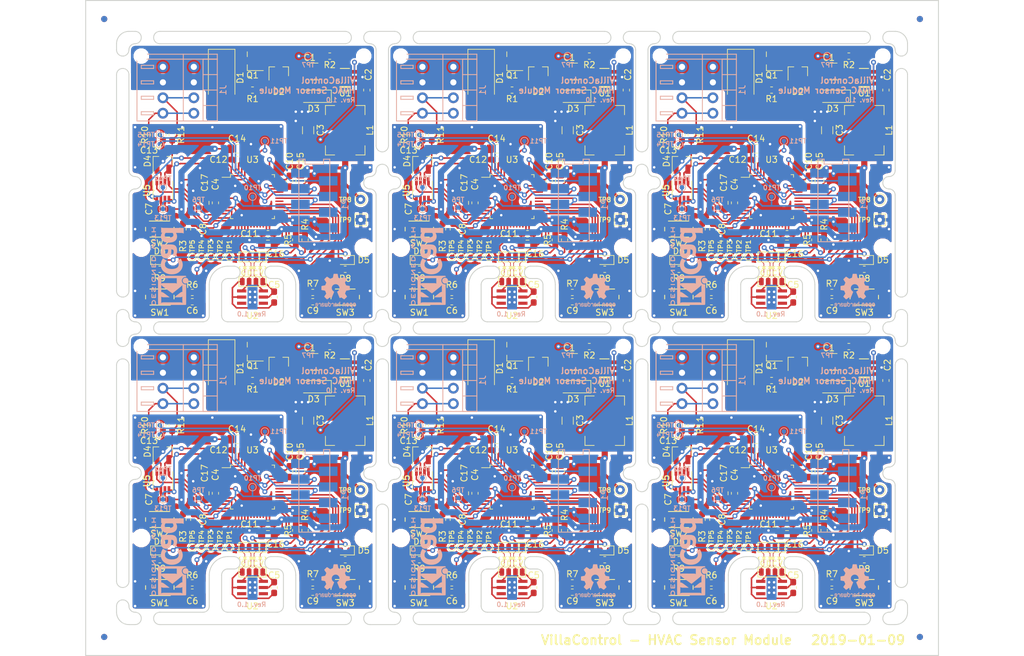
<source format=kicad_pcb>
(kicad_pcb (version 20171130) (host pcbnew 5.0.1-33cea8e~67~ubuntu18.04.1)
  (title_block (title "VillaControl - HVAC Sensor Module") (date 2019-01-09) (rev 1.0) (company "Josef Raschen"))
  (layers (0 F.Cu signal) (31 B.Cu signal) (34 B.Paste user) (35 F.Paste user) (36 B.SilkS user) (37 F.SilkS user) (38 B.Mask user) (39 F.Mask user) (44 Edge.Cuts user))
  (net 0 "")
  (net 1 GND)
  (net 2 +3.3VADC)
  (net 3 "Net-(C6-Pad1)")
  (net 4 /microcontroller/NRST)
  (net 5 "Net-(C9-Pad1)")
  (net 6 +VIN)
  (net 7 "Net-(D2-Pad2)")
  (net 8 "Net-(D5-Pad1)")
  (net 9 "Net-(D5-Pad2)")
  (net 10 "Net-(D6-Pad2)")
  (net 11 "Net-(D6-Pad1)")
  (net 12 /microcontroller/UART1_TX)
  (net 13 /microcontroller/SWDIO)
  (net 14 /microcontroller/UART1_RX)
  (net 15 /microcontroller/SWCLK)
  (net 16 "Net-(R2-Pad1)")
  (net 17 "Net-(R7-Pad2)")
  (net 18 CANH_IN)
  (net 19 CANL_IN)
  (net 20 "Net-(TP1-Pad1)")
  (net 21 "Net-(TP2-Pad1)")
  (net 22 "Net-(TP3-Pad1)")
  (net 23 "Net-(TP4-Pad1)")
  (net 24 "Net-(TP5-Pad1)")
  (net 25 "Net-(TP6-Pad1)")
  (net 26 "Net-(TP14-Pad1)")
  (net 27 "Net-(TP15-Pad1)")
  (net 28 "Net-(U2-Pad3)")
  (net 29 "Net-(U2-Pad4)")
  (net 30 "Net-(U3-Pad11)")
  (net 31 "Net-(U3-Pad10)")
  (net 32 "Net-(U3-Pad43)")
  (net 33 "Net-(U3-Pad42)")
  (net 34 "Net-(U3-Pad41)")
  (net 35 "Net-(U3-Pad40)")
  (net 36 "Net-(U3-Pad39)")
  (net 37 "Net-(U3-Pad38)")
  (net 38 "Net-(U3-Pad29)")
  (net 39 "Net-(U3-Pad20)")
  (net 40 "Net-(U3-Pad19)")
  (net 41 "Net-(U3-Pad18)")
  (net 42 "Net-(U3-Pad6)")
  (net 43 "Net-(U3-Pad5)")
  (net 44 "Net-(U3-Pad2)")
  (net 45 "/power supply/VIN_DCDC")
  (net 46 /microcontroller/SCL)
  (net 47 /microcontroller/SDA)
  (net 48 "Net-(U3-Pad4)")
  (net 49 "Net-(U3-Pad3)")
  (net 50 "Net-(TP11-Pad1)")
  (net 51 "Net-(TP12-Pad1)")
  (net 52 "Net-(TP13-Pad1)")
  (net 53 "Net-(R3-Pad2)")
  (net 54 "Net-(R6-Pad2)")
  (net 55 "Net-(C2-Pad1)")
  (net 56 "Net-(C2-Pad2)")
  (net 57 "Net-(C13-Pad1)")
  (module Fiducial:Fiducial_1mm_Dia_2.54mm_Outer_CopperTop (layer B.Cu) (at 178 146)
    (fp_text reference REF** hide)
    (fp_text value Fiducial_1mm_Dia_2.54mm_Outer_CopperTop)
    (pad ~ smd circle (at 0 0) (size 1 1) (layers B.Cu B.Mask) (clearance 0.77))
  )
  (module Fiducial:Fiducial_1mm_Dia_2.54mm_Outer_CopperTop (layer B.Cu) (at 178 46)
    (fp_text reference REF** hide)
    (fp_text value Fiducial_1mm_Dia_2.54mm_Outer_CopperTop)
    (pad ~ smd circle (at 0 0) (size 1 1) (layers B.Cu B.Mask) (clearance 0.77))
  )
  (module Fiducial:Fiducial_1mm_Dia_2.54mm_Outer_CopperTop (layer B.Cu) (at 46 46)
    (fp_text reference REF** hide)
    (fp_text value Fiducial_1mm_Dia_2.54mm_Outer_CopperTop)
    (pad ~ smd circle (at 0 0) (size 1 1) (layers B.Cu B.Mask) (clearance 0.77))
  )
  (module Fiducial:Fiducial_1mm_Dia_2.54mm_Outer_CopperTop (layer B.Cu) (at 46 146)
    (fp_text reference REF** hide)
    (fp_text value Fiducial_1mm_Dia_2.54mm_Outer_CopperTop)
    (pad ~ smd circle (at 0 0) (size 1 1) (layers B.Cu B.Mask) (clearance 0.77))
  )
  (module villa-control:Breakaway_Tab_4mm_Double (layer F.Cu) (at 171 96)
    (fp_text reference REF** hide)
    (fp_text value Breakaway_Tab_4mm_Double hide)
    (pad "" np_thru_hole circle (at 0.5 0.85) (size 0.3 0.3) (drill 0.3) (layers *.Cu *.Mask))
    (pad "" np_thru_hole circle (at -1 0.85) (size 0.3 0.3) (drill 0.3) (layers *.Cu *.Mask))
    (pad "" np_thru_hole circle (at 1 0.85) (size 0.3 0.3) (drill 0.3) (layers *.Cu *.Mask))
    (pad "" np_thru_hole circle (at 0 0.85) (size 0.3 0.3) (drill 0.3) (layers *.Cu *.Mask))
    (pad "" np_thru_hole circle (at -0.5 0.85) (size 0.3 0.3) (drill 0.3) (layers *.Cu *.Mask))
    (pad "" np_thru_hole circle (at 1 -0.85) (size 0.3 0.3) (drill 0.3) (layers *.Cu *.Mask))
    (pad "" np_thru_hole circle (at 0 -0.85) (size 0.3 0.3) (drill 0.3) (layers *.Cu *.Mask))
    (pad "" np_thru_hole circle (at -0.5 -0.85) (size 0.3 0.3) (drill 0.3) (layers *.Cu *.Mask))
    (pad "" np_thru_hole circle (at -1 -0.85) (size 0.3 0.3) (drill 0.3) (layers *.Cu *.Mask))
    (pad "" np_thru_hole circle (at 0.5 -0.85) (size 0.3 0.3) (drill 0.3) (layers *.Cu *.Mask))
  )
  (module villa-control:Breakaway_Tab_4mm_Double (layer F.Cu) (at 91 123.5 90)
    (fp_text reference REF** hide)
    (fp_text value Breakaway_Tab_4mm_Double hide)
    (pad "" np_thru_hole circle (at 0.5 -0.85 90) (size 0.3 0.3) (drill 0.3) (layers *.Cu *.Mask))
    (pad "" np_thru_hole circle (at -1 -0.85 90) (size 0.3 0.3) (drill 0.3) (layers *.Cu *.Mask))
    (pad "" np_thru_hole circle (at -0.5 -0.85 90) (size 0.3 0.3) (drill 0.3) (layers *.Cu *.Mask))
    (pad "" np_thru_hole circle (at 0 -0.85 90) (size 0.3 0.3) (drill 0.3) (layers *.Cu *.Mask))
    (pad "" np_thru_hole circle (at 1 -0.85 90) (size 0.3 0.3) (drill 0.3) (layers *.Cu *.Mask))
    (pad "" np_thru_hole circle (at -0.5 0.85 90) (size 0.3 0.3) (drill 0.3) (layers *.Cu *.Mask))
    (pad "" np_thru_hole circle (at 0 0.85 90) (size 0.3 0.3) (drill 0.3) (layers *.Cu *.Mask))
    (pad "" np_thru_hole circle (at 1 0.85 90) (size 0.3 0.3) (drill 0.3) (layers *.Cu *.Mask))
    (pad "" np_thru_hole circle (at -1 0.85 90) (size 0.3 0.3) (drill 0.3) (layers *.Cu *.Mask))
    (pad "" np_thru_hole circle (at 0.5 0.85 90) (size 0.3 0.3) (drill 0.3) (layers *.Cu *.Mask))
  )
  (module villa-control:Breakaway_Tab_4mm_Double (layer F.Cu) (at 133 123.5 90)
    (fp_text reference REF** hide)
    (fp_text value Breakaway_Tab_4mm_Double hide)
    (pad "" np_thru_hole circle (at 0.5 0.85 90) (size 0.3 0.3) (drill 0.3) (layers *.Cu *.Mask))
    (pad "" np_thru_hole circle (at -1 0.85 90) (size 0.3 0.3) (drill 0.3) (layers *.Cu *.Mask))
    (pad "" np_thru_hole circle (at 1 0.85 90) (size 0.3 0.3) (drill 0.3) (layers *.Cu *.Mask))
    (pad "" np_thru_hole circle (at 0 0.85 90) (size 0.3 0.3) (drill 0.3) (layers *.Cu *.Mask))
    (pad "" np_thru_hole circle (at -0.5 0.85 90) (size 0.3 0.3) (drill 0.3) (layers *.Cu *.Mask))
    (pad "" np_thru_hole circle (at 1 -0.85 90) (size 0.3 0.3) (drill 0.3) (layers *.Cu *.Mask))
    (pad "" np_thru_hole circle (at 0 -0.85 90) (size 0.3 0.3) (drill 0.3) (layers *.Cu *.Mask))
    (pad "" np_thru_hole circle (at -0.5 -0.85 90) (size 0.3 0.3) (drill 0.3) (layers *.Cu *.Mask))
    (pad "" np_thru_hole circle (at -1 -0.85 90) (size 0.3 0.3) (drill 0.3) (layers *.Cu *.Mask))
    (pad "" np_thru_hole circle (at 0.5 -0.85 90) (size 0.3 0.3) (drill 0.3) (layers *.Cu *.Mask))
  )
  (module villa-control:Breakaway_Tab_4mm_Double (layer F.Cu) (at 133 68.5 90)
    (fp_text reference REF** hide)
    (fp_text value Breakaway_Tab_4mm_Double hide)
    (pad "" np_thru_hole circle (at 0.5 -0.85 90) (size 0.3 0.3) (drill 0.3) (layers *.Cu *.Mask))
    (pad "" np_thru_hole circle (at -1 -0.85 90) (size 0.3 0.3) (drill 0.3) (layers *.Cu *.Mask))
    (pad "" np_thru_hole circle (at -0.5 -0.85 90) (size 0.3 0.3) (drill 0.3) (layers *.Cu *.Mask))
    (pad "" np_thru_hole circle (at 0 -0.85 90) (size 0.3 0.3) (drill 0.3) (layers *.Cu *.Mask))
    (pad "" np_thru_hole circle (at 1 -0.85 90) (size 0.3 0.3) (drill 0.3) (layers *.Cu *.Mask))
    (pad "" np_thru_hole circle (at -0.5 0.85 90) (size 0.3 0.3) (drill 0.3) (layers *.Cu *.Mask))
    (pad "" np_thru_hole circle (at 0 0.85 90) (size 0.3 0.3) (drill 0.3) (layers *.Cu *.Mask))
    (pad "" np_thru_hole circle (at 1 0.85 90) (size 0.3 0.3) (drill 0.3) (layers *.Cu *.Mask))
    (pad "" np_thru_hole circle (at -1 0.85 90) (size 0.3 0.3) (drill 0.3) (layers *.Cu *.Mask))
    (pad "" np_thru_hole circle (at 0.5 0.85 90) (size 0.3 0.3) (drill 0.3) (layers *.Cu *.Mask))
  )
  (module villa-control:Breakaway_Tab_4mm_Double (layer F.Cu) (at 91 68.5 90)
    (fp_text reference REF** hide)
    (fp_text value Breakaway_Tab_4mm_Double hide)
    (pad "" np_thru_hole circle (at 0.5 0.85 90) (size 0.3 0.3) (drill 0.3) (layers *.Cu *.Mask))
    (pad "" np_thru_hole circle (at -1 0.85 90) (size 0.3 0.3) (drill 0.3) (layers *.Cu *.Mask))
    (pad "" np_thru_hole circle (at 1 0.85 90) (size 0.3 0.3) (drill 0.3) (layers *.Cu *.Mask))
    (pad "" np_thru_hole circle (at 0 0.85 90) (size 0.3 0.3) (drill 0.3) (layers *.Cu *.Mask))
    (pad "" np_thru_hole circle (at -0.5 0.85 90) (size 0.3 0.3) (drill 0.3) (layers *.Cu *.Mask))
    (pad "" np_thru_hole circle (at 1 -0.85 90) (size 0.3 0.3) (drill 0.3) (layers *.Cu *.Mask))
    (pad "" np_thru_hole circle (at 0 -0.85 90) (size 0.3 0.3) (drill 0.3) (layers *.Cu *.Mask))
    (pad "" np_thru_hole circle (at -0.5 -0.85 90) (size 0.3 0.3) (drill 0.3) (layers *.Cu *.Mask))
    (pad "" np_thru_hole circle (at -1 -0.85 90) (size 0.3 0.3) (drill 0.3) (layers *.Cu *.Mask))
    (pad "" np_thru_hole circle (at 0.5 -0.85 90) (size 0.3 0.3) (drill 0.3) (layers *.Cu *.Mask))
  )
  (module villa-control:Breakaway_Tab_4mm_Double (layer F.Cu) (at 133 100 90)
    (fp_text reference REF** hide)
    (fp_text value Breakaway_Tab_4mm_Double hide)
    (pad "" np_thru_hole circle (at 0.5 -0.85 90) (size 0.3 0.3) (drill 0.3) (layers *.Cu *.Mask))
    (pad "" np_thru_hole circle (at -1 -0.85 90) (size 0.3 0.3) (drill 0.3) (layers *.Cu *.Mask))
    (pad "" np_thru_hole circle (at -0.5 -0.85 90) (size 0.3 0.3) (drill 0.3) (layers *.Cu *.Mask))
    (pad "" np_thru_hole circle (at 0 -0.85 90) (size 0.3 0.3) (drill 0.3) (layers *.Cu *.Mask))
    (pad "" np_thru_hole circle (at 1 -0.85 90) (size 0.3 0.3) (drill 0.3) (layers *.Cu *.Mask))
    (pad "" np_thru_hole circle (at -0.5 0.85 90) (size 0.3 0.3) (drill 0.3) (layers *.Cu *.Mask))
    (pad "" np_thru_hole circle (at 0 0.85 90) (size 0.3 0.3) (drill 0.3) (layers *.Cu *.Mask))
    (pad "" np_thru_hole circle (at 1 0.85 90) (size 0.3 0.3) (drill 0.3) (layers *.Cu *.Mask))
    (pad "" np_thru_hole circle (at -1 0.85 90) (size 0.3 0.3) (drill 0.3) (layers *.Cu *.Mask))
    (pad "" np_thru_hole circle (at 0.5 0.85 90) (size 0.3 0.3) (drill 0.3) (layers *.Cu *.Mask))
  )
  (module villa-control:Breakaway_Tab_4mm_Double (layer F.Cu) (at 133 92 90)
    (fp_text reference REF** hide)
    (fp_text value Breakaway_Tab_4mm_Double hide)
    (pad "" np_thru_hole circle (at 0.5 0.85 90) (size 0.3 0.3) (drill 0.3) (layers *.Cu *.Mask))
    (pad "" np_thru_hole circle (at -1 0.85 90) (size 0.3 0.3) (drill 0.3) (layers *.Cu *.Mask))
    (pad "" np_thru_hole circle (at 1 0.85 90) (size 0.3 0.3) (drill 0.3) (layers *.Cu *.Mask))
    (pad "" np_thru_hole circle (at 0 0.85 90) (size 0.3 0.3) (drill 0.3) (layers *.Cu *.Mask))
    (pad "" np_thru_hole circle (at -0.5 0.85 90) (size 0.3 0.3) (drill 0.3) (layers *.Cu *.Mask))
    (pad "" np_thru_hole circle (at 1 -0.85 90) (size 0.3 0.3) (drill 0.3) (layers *.Cu *.Mask))
    (pad "" np_thru_hole circle (at 0 -0.85 90) (size 0.3 0.3) (drill 0.3) (layers *.Cu *.Mask))
    (pad "" np_thru_hole circle (at -0.5 -0.85 90) (size 0.3 0.3) (drill 0.3) (layers *.Cu *.Mask))
    (pad "" np_thru_hole circle (at -1 -0.85 90) (size 0.3 0.3) (drill 0.3) (layers *.Cu *.Mask))
    (pad "" np_thru_hole circle (at 0.5 -0.85 90) (size 0.3 0.3) (drill 0.3) (layers *.Cu *.Mask))
  )
  (module villa-control:Breakaway_Tab_4mm_Double (layer F.Cu) (at 137 96)
    (fp_text reference REF** hide)
    (fp_text value Breakaway_Tab_4mm_Double hide)
    (pad "" np_thru_hole circle (at 0.5 -0.85) (size 0.3 0.3) (drill 0.3) (layers *.Cu *.Mask))
    (pad "" np_thru_hole circle (at -1 -0.85) (size 0.3 0.3) (drill 0.3) (layers *.Cu *.Mask))
    (pad "" np_thru_hole circle (at -0.5 -0.85) (size 0.3 0.3) (drill 0.3) (layers *.Cu *.Mask))
    (pad "" np_thru_hole circle (at 0 -0.85) (size 0.3 0.3) (drill 0.3) (layers *.Cu *.Mask))
    (pad "" np_thru_hole circle (at 1 -0.85) (size 0.3 0.3) (drill 0.3) (layers *.Cu *.Mask))
    (pad "" np_thru_hole circle (at -0.5 0.85) (size 0.3 0.3) (drill 0.3) (layers *.Cu *.Mask))
    (pad "" np_thru_hole circle (at 0 0.85) (size 0.3 0.3) (drill 0.3) (layers *.Cu *.Mask))
    (pad "" np_thru_hole circle (at 1 0.85) (size 0.3 0.3) (drill 0.3) (layers *.Cu *.Mask))
    (pad "" np_thru_hole circle (at -1 0.85) (size 0.3 0.3) (drill 0.3) (layers *.Cu *.Mask))
    (pad "" np_thru_hole circle (at 0.5 0.85) (size 0.3 0.3) (drill 0.3) (layers *.Cu *.Mask))
  )
  (module villa-control:Breakaway_Tab_4mm_Double (layer F.Cu) (at 91 100 90)
    (fp_text reference REF** hide)
    (fp_text value Breakaway_Tab_4mm_Double hide)
    (pad "" np_thru_hole circle (at 0.5 0.85 90) (size 0.3 0.3) (drill 0.3) (layers *.Cu *.Mask))
    (pad "" np_thru_hole circle (at -1 0.85 90) (size 0.3 0.3) (drill 0.3) (layers *.Cu *.Mask))
    (pad "" np_thru_hole circle (at 1 0.85 90) (size 0.3 0.3) (drill 0.3) (layers *.Cu *.Mask))
    (pad "" np_thru_hole circle (at 0 0.85 90) (size 0.3 0.3) (drill 0.3) (layers *.Cu *.Mask))
    (pad "" np_thru_hole circle (at -0.5 0.85 90) (size 0.3 0.3) (drill 0.3) (layers *.Cu *.Mask))
    (pad "" np_thru_hole circle (at 1 -0.85 90) (size 0.3 0.3) (drill 0.3) (layers *.Cu *.Mask))
    (pad "" np_thru_hole circle (at 0 -0.85 90) (size 0.3 0.3) (drill 0.3) (layers *.Cu *.Mask))
    (pad "" np_thru_hole circle (at -0.5 -0.85 90) (size 0.3 0.3) (drill 0.3) (layers *.Cu *.Mask))
    (pad "" np_thru_hole circle (at -1 -0.85 90) (size 0.3 0.3) (drill 0.3) (layers *.Cu *.Mask))
    (pad "" np_thru_hole circle (at 0.5 -0.85 90) (size 0.3 0.3) (drill 0.3) (layers *.Cu *.Mask))
  )
  (module villa-control:Breakaway_Tab_4mm (layer F.Cu) (at 49 100 270)
    (fp_text reference REF** hide)
    (fp_text value Breakaway_Tab_4mm hide)
    (pad "" np_thru_hole circle (at 1 -0.85 270) (size 0.3 0.3) (drill 0.3) (layers *.Cu *.Mask))
    (pad "" np_thru_hole circle (at 0 -0.85 270) (size 0.3 0.3) (drill 0.3) (layers *.Cu *.Mask))
    (pad "" np_thru_hole circle (at -0.5 -0.85 270) (size 0.3 0.3) (drill 0.3) (layers *.Cu *.Mask))
    (pad "" np_thru_hole circle (at -1 -0.85 270) (size 0.3 0.3) (drill 0.3) (layers *.Cu *.Mask))
    (pad "" np_thru_hole circle (at 0.5 -0.85 270) (size 0.3 0.3) (drill 0.3) (layers *.Cu *.Mask))
  )
  (module villa-control:Breakaway_Tab_4mm (layer F.Cu) (at 49 139 270)
    (fp_text reference REF** hide)
    (fp_text value Breakaway_Tab_4mm hide)
    (pad "" np_thru_hole circle (at 0.5 -0.85 270) (size 0.3 0.3) (drill 0.3) (layers *.Cu *.Mask))
    (pad "" np_thru_hole circle (at -1 -0.85 270) (size 0.3 0.3) (drill 0.3) (layers *.Cu *.Mask))
    (pad "" np_thru_hole circle (at -0.5 -0.85 270) (size 0.3 0.3) (drill 0.3) (layers *.Cu *.Mask))
    (pad "" np_thru_hole circle (at 0 -0.85 270) (size 0.3 0.3) (drill 0.3) (layers *.Cu *.Mask))
    (pad "" np_thru_hole circle (at 1 -0.85 270) (size 0.3 0.3) (drill 0.3) (layers *.Cu *.Mask))
  )
  (module villa-control:Breakaway_Tab_4mm (layer F.Cu) (at 53 143)
    (fp_text reference REF** hide)
    (fp_text value Breakaway_Tab_4mm hide)
    (pad "" np_thru_hole circle (at 1 -0.85) (size 0.3 0.3) (drill 0.3) (layers *.Cu *.Mask))
    (pad "" np_thru_hole circle (at 0 -0.85) (size 0.3 0.3) (drill 0.3) (layers *.Cu *.Mask))
    (pad "" np_thru_hole circle (at -0.5 -0.85) (size 0.3 0.3) (drill 0.3) (layers *.Cu *.Mask))
    (pad "" np_thru_hole circle (at -1 -0.85) (size 0.3 0.3) (drill 0.3) (layers *.Cu *.Mask))
    (pad "" np_thru_hole circle (at 0.5 -0.85) (size 0.3 0.3) (drill 0.3) (layers *.Cu *.Mask))
  )
  (module villa-control:Breakaway_Tab_4mm (layer F.Cu) (at 87 143)
    (fp_text reference REF** hide)
    (fp_text value Breakaway_Tab_4mm hide)
    (pad "" np_thru_hole circle (at 0.5 -0.85) (size 0.3 0.3) (drill 0.3) (layers *.Cu *.Mask))
    (pad "" np_thru_hole circle (at -1 -0.85) (size 0.3 0.3) (drill 0.3) (layers *.Cu *.Mask))
    (pad "" np_thru_hole circle (at -0.5 -0.85) (size 0.3 0.3) (drill 0.3) (layers *.Cu *.Mask))
    (pad "" np_thru_hole circle (at 0 -0.85) (size 0.3 0.3) (drill 0.3) (layers *.Cu *.Mask))
    (pad "" np_thru_hole circle (at 1 -0.85) (size 0.3 0.3) (drill 0.3) (layers *.Cu *.Mask))
  )
  (module villa-control:Breakaway_Tab_4mm (layer F.Cu) (at 95 143)
    (fp_text reference REF** hide)
    (fp_text value Breakaway_Tab_4mm hide)
    (pad "" np_thru_hole circle (at 1 -0.85) (size 0.3 0.3) (drill 0.3) (layers *.Cu *.Mask))
    (pad "" np_thru_hole circle (at 0 -0.85) (size 0.3 0.3) (drill 0.3) (layers *.Cu *.Mask))
    (pad "" np_thru_hole circle (at -0.5 -0.85) (size 0.3 0.3) (drill 0.3) (layers *.Cu *.Mask))
    (pad "" np_thru_hole circle (at -1 -0.85) (size 0.3 0.3) (drill 0.3) (layers *.Cu *.Mask))
    (pad "" np_thru_hole circle (at 0.5 -0.85) (size 0.3 0.3) (drill 0.3) (layers *.Cu *.Mask))
  )
  (module villa-control:Breakaway_Tab_4mm (layer F.Cu) (at 129 143)
    (fp_text reference REF** hide)
    (fp_text value Breakaway_Tab_4mm hide)
    (pad "" np_thru_hole circle (at 0.5 -0.85) (size 0.3 0.3) (drill 0.3) (layers *.Cu *.Mask))
    (pad "" np_thru_hole circle (at -1 -0.85) (size 0.3 0.3) (drill 0.3) (layers *.Cu *.Mask))
    (pad "" np_thru_hole circle (at -0.5 -0.85) (size 0.3 0.3) (drill 0.3) (layers *.Cu *.Mask))
    (pad "" np_thru_hole circle (at 0 -0.85) (size 0.3 0.3) (drill 0.3) (layers *.Cu *.Mask))
    (pad "" np_thru_hole circle (at 1 -0.85) (size 0.3 0.3) (drill 0.3) (layers *.Cu *.Mask))
  )
  (module villa-control:Breakaway_Tab_4mm (layer F.Cu) (at 137 143)
    (fp_text reference REF** hide)
    (fp_text value Breakaway_Tab_4mm hide)
    (pad "" np_thru_hole circle (at 1 -0.85) (size 0.3 0.3) (drill 0.3) (layers *.Cu *.Mask))
    (pad "" np_thru_hole circle (at 0 -0.85) (size 0.3 0.3) (drill 0.3) (layers *.Cu *.Mask))
    (pad "" np_thru_hole circle (at -0.5 -0.85) (size 0.3 0.3) (drill 0.3) (layers *.Cu *.Mask))
    (pad "" np_thru_hole circle (at -1 -0.85) (size 0.3 0.3) (drill 0.3) (layers *.Cu *.Mask))
    (pad "" np_thru_hole circle (at 0.5 -0.85) (size 0.3 0.3) (drill 0.3) (layers *.Cu *.Mask))
  )
  (module Capacitor_SMD:C_0603_1608Metric_Pad1.05x0.95mm_HandSolder (layer F.Cu) (at 172.5 104.5 90)
    (fp_text reference C2 (at 2.5 0.25 90) (layer F.SilkS))
    (fp_text value 100n)
    (pad 1 smd roundrect (at -0.875 0 90) (size 1.05 0.95) (layers F.Cu F.Paste F.Mask) (net 55 "Net-(C2-Pad1)"))
    (pad 2 smd roundrect (at 0.875 0 90) (size 1.05 0.95) (layers F.Cu F.Paste F.Mask) (net 56 "Net-(C2-Pad2)"))
  )
  (module Resistor_SMD:R_0603_1608Metric_Pad1.05x0.95mm_HandSolder (layer F.Cu) (at 144.25 137.25 180)
    (fp_text reference R6 (at 0 1.25 180) (layer F.SilkS))
    (fp_text value 3.3k)
    (pad 1 smd roundrect (at -0.875 0 180) (size 1.05 0.95) (layers F.Cu F.Paste F.Mask) (net 3 "Net-(C6-Pad1)"))
    (pad 2 smd roundrect (at 0.875 0 180) (size 1.05 0.95) (layers F.Cu F.Paste F.Mask) (net 54 "Net-(R6-Pad2)"))
  )
  (module villa-control:KMR2_HandSolder (layer F.Cu) (at 139 138)
    (fp_text reference SW1 (at 0 2.5) (layer F.SilkS))
    (fp_text value SW_PUSH)
    (pad 1 smd rect (at -2.3 0.8) (size 1.2 0.8) (layers F.Cu F.Paste F.Mask) (net 1 GND))
    (pad 2 smd rect (at 2.3 -0.8) (size 1.2 0.8) (layers F.Cu F.Paste F.Mask) (net 54 "Net-(R6-Pad2)"))
    (pad 2 smd rect (at -2.3 -0.8) (size 1.2 0.8) (layers F.Cu F.Paste F.Mask) (net 54 "Net-(R6-Pad2)"))
    (pad 1 smd rect (at 2.3 0.8) (size 1.2 0.8) (layers F.Cu F.Paste F.Mask) (net 1 GND))
  )
  (module Resistor_SMD:R_0603_1608Metric_Pad1.05x0.95mm_HandSolder (layer F.Cu) (at 154 104.5 180)
    (fp_text reference R1 (at 0 -1.43 180) (layer F.SilkS))
    (fp_text value 100k)
    (pad 1 smd roundrect (at -0.875 0 180) (size 1.05 0.95) (layers F.Cu F.Paste F.Mask) (net 7 "Net-(D2-Pad2)"))
    (pad 2 smd roundrect (at 0.875 0 180) (size 1.05 0.95) (layers F.Cu F.Paste F.Mask) (net 1 GND))
  )
  (module Resistor_SMD:R_0603_1608Metric_Pad1.05x0.95mm_HandSolder (layer F.Cu) (at 163.75 137.25)
    (fp_text reference R7 (at 0 -1.43) (layer F.SilkS))
    (fp_text value 3.3k)
    (pad 2 smd roundrect (at 0.875 0) (size 1.05 0.95) (layers F.Cu F.Paste F.Mask) (net 17 "Net-(R7-Pad2)"))
    (pad 1 smd roundrect (at -0.875 0) (size 1.05 0.95) (layers F.Cu F.Paste F.Mask) (net 5 "Net-(C9-Pad1)"))
  )
  (module LED_SMD:LED_0603_1608Metric_Pad0.88x0.95mm_HandSolder (layer F.Cu) (at 139 132)
    (fp_text reference D6 (at 0 -1.43) (layer F.SilkS))
    (fp_text value red)
    (pad 1 smd roundrect (at -0.7875 0) (size 0.875 0.95) (layers F.Cu F.Paste F.Mask) (net 11 "Net-(D6-Pad1)"))
    (pad 2 smd roundrect (at 0.7875 0) (size 0.875 0.95) (layers F.Cu F.Paste F.Mask) (net 10 "Net-(D6-Pad2)"))
  )
  (module Package_QFP:LQFP-48_7x7mm_P0.5mm (layer F.Cu) (at 154 121.75)
    (fp_text reference U3 (at 0 -6) (layer F.SilkS))
    (fp_text value STM32F072C8Tx)
    (pad 1 smd rect (at -4.35 -2.75) (size 1.3 0.25) (layers F.Cu F.Paste F.Mask) (net 2 +3.3VADC))
    (pad 2 smd rect (at -4.35 -2.25) (size 1.3 0.25) (layers F.Cu F.Paste F.Mask) (net 44 "Net-(U3-Pad2)"))
    (pad 3 smd rect (at -4.35 -1.75) (size 1.3 0.25) (layers F.Cu F.Paste F.Mask) (net 49 "Net-(U3-Pad3)"))
    (pad 4 smd rect (at -4.35 -1.25) (size 1.3 0.25) (layers F.Cu F.Paste F.Mask) (net 48 "Net-(U3-Pad4)"))
    (pad 5 smd rect (at -4.35 -0.75) (size 1.3 0.25) (layers F.Cu F.Paste F.Mask) (net 43 "Net-(U3-Pad5)"))
    (pad 6 smd rect (at -4.35 -0.25) (size 1.3 0.25) (layers F.Cu F.Paste F.Mask) (net 42 "Net-(U3-Pad6)"))
    (pad 7 smd rect (at -4.35 0.25) (size 1.3 0.25) (layers F.Cu F.Paste F.Mask) (net 4 /microcontroller/NRST))
    (pad 8 smd rect (at -4.35 0.75) (size 1.3 0.25) (layers F.Cu F.Paste F.Mask) (net 1 GND))
    (pad 9 smd rect (at -4.35 1.25) (size 1.3 0.25) (layers F.Cu F.Paste F.Mask) (net 2 +3.3VADC))
    (pad 10 smd rect (at -4.35 1.75) (size 1.3 0.25) (layers F.Cu F.Paste F.Mask) (net 31 "Net-(U3-Pad10)"))
    (pad 11 smd rect (at -4.35 2.25) (size 1.3 0.25) (layers F.Cu F.Paste F.Mask) (net 30 "Net-(U3-Pad11)"))
    (pad 12 smd rect (at -4.35 2.75) (size 1.3 0.25) (layers F.Cu F.Paste F.Mask) (net 25 "Net-(TP6-Pad1)"))
    (pad 13 smd rect (at -2.75 4.35 90) (size 1.3 0.25) (layers F.Cu F.Paste F.Mask) (net 24 "Net-(TP5-Pad1)"))
    (pad 14 smd rect (at -2.25 4.35 90) (size 1.3 0.25) (layers F.Cu F.Paste F.Mask) (net 23 "Net-(TP4-Pad1)"))
    (pad 15 smd rect (at -1.75 4.35 90) (size 1.3 0.25) (layers F.Cu F.Paste F.Mask) (net 22 "Net-(TP3-Pad1)"))
    (pad 16 smd rect (at -1.25 4.35 90) (size 1.3 0.25) (layers F.Cu F.Paste F.Mask) (net 21 "Net-(TP2-Pad1)"))
    (pad 17 smd rect (at -0.75 4.35 90) (size 1.3 0.25) (layers F.Cu F.Paste F.Mask) (net 20 "Net-(TP1-Pad1)"))
    (pad 18 smd rect (at -0.25 4.35 90) (size 1.3 0.25) (layers F.Cu F.Paste F.Mask) (net 41 "Net-(U3-Pad18)"))
    (pad 19 smd rect (at 0.25 4.35 90) (size 1.3 0.25) (layers F.Cu F.Paste F.Mask) (net 40 "Net-(U3-Pad19)"))
    (pad 20 smd rect (at 0.75 4.35 90) (size 1.3 0.25) (layers F.Cu F.Paste F.Mask) (net 39 "Net-(U3-Pad20)"))
    (pad 21 smd rect (at 1.25 4.35 90) (size 1.3 0.25) (layers F.Cu F.Paste F.Mask) (net 46 /microcontroller/SCL))
    (pad 22 smd rect (at 1.75 4.35 90) (size 1.3 0.25) (layers F.Cu F.Paste F.Mask) (net 47 /microcontroller/SDA))
    (pad 23 smd rect (at 2.25 4.35 90) (size 1.3 0.25) (layers F.Cu F.Paste F.Mask) (net 1 GND))
    (pad 24 smd rect (at 2.75 4.35 90) (size 1.3 0.25) (layers F.Cu F.Paste F.Mask) (net 2 +3.3VADC))
    (pad 25 smd rect (at 4.35 2.75) (size 1.3 0.25) (layers F.Cu F.Paste F.Mask) (net 3 "Net-(C6-Pad1)"))
    (pad 26 smd rect (at 4.35 2.25) (size 1.3 0.25) (layers F.Cu F.Paste F.Mask) (net 5 "Net-(C9-Pad1)"))
    (pad 27 smd rect (at 4.35 1.75) (size 1.3 0.25) (layers F.Cu F.Paste F.Mask) (net 9 "Net-(D5-Pad2)"))
    (pad 28 smd rect (at 4.35 1.25) (size 1.3 0.25) (layers F.Cu F.Paste F.Mask) (net 10 "Net-(D6-Pad2)"))
    (pad 29 smd rect (at 4.35 0.75) (size 1.3 0.25) (layers F.Cu F.Paste F.Mask) (net 38 "Net-(U3-Pad29)"))
    (pad 30 smd rect (at 4.35 0.25) (size 1.3 0.25) (layers F.Cu F.Paste F.Mask) (net 12 /microcontroller/UART1_TX))
    (pad 31 smd rect (at 4.35 -0.25) (size 1.3 0.25) (layers F.Cu F.Paste F.Mask) (net 14 /microcontroller/UART1_RX))
    (pad 32 smd rect (at 4.35 -0.75) (size 1.3 0.25) (layers F.Cu F.Paste F.Mask) (net 26 "Net-(TP14-Pad1)"))
    (pad 33 smd rect (at 4.35 -1.25) (size 1.3 0.25) (layers F.Cu F.Paste F.Mask) (net 27 "Net-(TP15-Pad1)"))
    (pad 34 smd rect (at 4.35 -1.75) (size 1.3 0.25) (layers F.Cu F.Paste F.Mask) (net 13 /microcontroller/SWDIO))
    (pad 35 smd rect (at 4.35 -2.25) (size 1.3 0.25) (layers F.Cu F.Paste F.Mask) (net 1 GND))
    (pad 36 smd rect (at 4.35 -2.75) (size 1.3 0.25) (layers F.Cu F.Paste F.Mask) (net 2 +3.3VADC))
    (pad 37 smd rect (at 2.75 -4.35 90) (size 1.3 0.25) (layers F.Cu F.Paste F.Mask) (net 15 /microcontroller/SWCLK))
    (pad 38 smd rect (at 2.25 -4.35 90) (size 1.3 0.25) (layers F.Cu F.Paste F.Mask) (net 37 "Net-(U3-Pad38)"))
    (pad 39 smd rect (at 1.75 -4.35 90) (size 1.3 0.25) (layers F.Cu F.Paste F.Mask) (net 36 "Net-(U3-Pad39)"))
    (pad 40 smd rect (at 1.25 -4.35 90) (size 1.3 0.25) (layers F.Cu F.Paste F.Mask) (net 35 "Net-(U3-Pad40)"))
    (pad 41 smd rect (at 0.75 -4.35 90) (size 1.3 0.25) (layers F.Cu F.Paste F.Mask) (net 34 "Net-(U3-Pad41)"))
    (pad 42 smd rect (at 0.25 -4.35 90) (size 1.3 0.25) (layers F.Cu F.Paste F.Mask) (net 33 "Net-(U3-Pad42)"))
    (pad 43 smd rect (at -0.25 -4.35 90) (size 1.3 0.25) (layers F.Cu F.Paste F.Mask) (net 32 "Net-(U3-Pad43)"))
    (pad 44 smd rect (at -0.75 -4.35 90) (size 1.3 0.25) (layers F.Cu F.Paste F.Mask) (net 50 "Net-(TP11-Pad1)"))
    (pad 45 smd rect (at -1.25 -4.35 90) (size 1.3 0.25) (layers F.Cu F.Paste F.Mask) (net 52 "Net-(TP13-Pad1)"))
    (pad 46 smd rect (at -1.75 -4.35 90) (size 1.3 0.25) (layers F.Cu F.Paste F.Mask) (net 51 "Net-(TP12-Pad1)"))
    (pad 47 smd rect (at -2.25 -4.35 90) (size 1.3 0.25) (layers F.Cu F.Paste F.Mask) (net 1 GND))
    (pad 48 smd rect (at -2.75 -4.35 90) (size 1.3 0.25) (layers F.Cu F.Paste F.Mask) (net 2 +3.3VADC))
  )
  (module villa-control:L_Bourns-SDR0604 (layer F.Cu) (at 169 111 270)
    (fp_text reference L1 (at 0 -4 270) (layer F.SilkS))
    (fp_text value "27µH 220mΩ")
    (pad 2 smd rect (at 2.3 0 270) (size 2.8 5.8) (layers F.Cu F.Paste F.Mask) (net 2 +3.3VADC))
    (pad 1 smd rect (at -2.3 0 270) (size 2.8 5.8) (layers F.Cu F.Paste F.Mask) (net 55 "Net-(C2-Pad1)"))
  )
  (module villa-control:KMR2_HandSolder (layer F.Cu) (at 139 127 180)
    (fp_text reference SW2 (at 0 -2.25 180) (layer F.SilkS))
    (fp_text value SW_PUSH)
    (pad 1 smd rect (at -2.3 0.8 180) (size 1.2 0.8) (layers F.Cu F.Paste F.Mask) (net 1 GND))
    (pad 2 smd rect (at 2.3 -0.8 180) (size 1.2 0.8) (layers F.Cu F.Paste F.Mask) (net 53 "Net-(R3-Pad2)"))
    (pad 2 smd rect (at -2.3 -0.8 180) (size 1.2 0.8) (layers F.Cu F.Paste F.Mask) (net 53 "Net-(R3-Pad2)"))
    (pad 1 smd rect (at 2.3 0.8 180) (size 1.2 0.8) (layers F.Cu F.Paste F.Mask) (net 1 GND))
  )
  (module villa-control:Drill_2mm (layer F.Cu) (at 136 99)
    (fp_text reference REF** hide)
    (fp_text value Drill_2mm hide)
    (pad "" np_thru_hole circle (at 0 0) (size 2 2) (drill 2) (layers *.Cu *.Mask))
  )
  (module Resistor_SMD:R_0603_1608Metric_Pad1.05x0.95mm_HandSolder (layer F.Cu) (at 169 133.5)
    (fp_text reference R8 (at 0 1.5) (layer F.SilkS))
    (fp_text value 220)
    (pad 1 smd roundrect (at -0.875 0) (size 1.05 0.95) (layers F.Cu F.Paste F.Mask) (net 1 GND))
    (pad 2 smd roundrect (at 0.875 0) (size 1.05 0.95) (layers F.Cu F.Paste F.Mask) (net 8 "Net-(D5-Pad1)"))
  )
  (module Capacitor_SMD:C_0603_1608Metric_Pad1.05x0.95mm_HandSolder (layer F.Cu) (at 156.5 127.75 180)
    (fp_text reference C11 (at 3 0 180) (layer F.SilkS))
    (fp_text value 100n)
    (pad 2 smd roundrect (at 0.875 0 180) (size 1.05 0.95) (layers F.Cu F.Paste F.Mask) (net 1 GND))
    (pad 1 smd roundrect (at -0.875 0 180) (size 1.05 0.95) (layers F.Cu F.Paste F.Mask) (net 2 +3.3VADC))
  )
  (module Capacitor_SMD:C_0603_1608Metric_Pad1.05x0.95mm_HandSolder (layer F.Cu) (at 157.5 138 270)
    (fp_text reference C5 (at -2 0) (layer F.SilkS))
    (fp_text value 100n)
    (pad 1 smd roundrect (at -0.875 0 270) (size 1.05 0.95) (layers F.Cu F.Paste F.Mask) (net 2 +3.3VADC))
    (pad 2 smd roundrect (at 0.875 0 270) (size 1.05 0.95) (layers F.Cu F.Paste F.Mask) (net 1 GND))
  )
  (module Resistor_SMD:R_0603_1608Metric_Pad1.05x0.95mm_HandSolder (layer F.Cu) (at 139 133.5 180)
    (fp_text reference R9 (at 0 -1.43 180) (layer F.SilkS))
    (fp_text value 220)
    (pad 2 smd roundrect (at 0.875 0 180) (size 1.05 0.95) (layers F.Cu F.Paste F.Mask) (net 11 "Net-(D6-Pad1)"))
    (pad 1 smd roundrect (at -0.875 0 180) (size 1.05 0.95) (layers F.Cu F.Paste F.Mask) (net 1 GND))
  )
  (module Capacitor_SMD:C_0805_2012Metric_Pad1.15x1.40mm_HandSolder (layer F.Cu) (at 146.25 122.75 90)
    (fp_text reference C17 (at 3.25 0 90) (layer F.SilkS))
    (fp_text value 4µ7)
    (pad 1 smd roundrect (at -1.025 0 90) (size 1.15 1.4) (layers F.Cu F.Paste F.Mask) (roundrect_rratio 0.217391) (net 2 +3.3VADC))
    (pad 2 smd roundrect (at 1.025 0 90) (size 1.15 1.4) (layers F.Cu F.Paste F.Mask) (roundrect_rratio 0.217391) (net 1 GND))
  )
  (module Capacitor_SMD:C_1210_3225Metric_Pad1.42x2.65mm_HandSolder (layer F.Cu) (at 164 101.5 180)
    (fp_text reference C1 (at 0.75 2.25) (layer F.SilkS))
    (fp_text value 2.2µF)
    (pad 1 smd roundrect (at -1.4875 0 180) (size 1.425 2.65) (layers F.Cu F.Paste F.Mask) (roundrect_rratio 0.175439) (net 45 "/power supply/VIN_DCDC"))
    (pad 2 smd roundrect (at 1.4875 0 180) (size 1.425 2.65) (layers F.Cu F.Paste F.Mask) (roundrect_rratio 0.175439) (net 1 GND))
  )
  (module villa-control:TestPoint_Pad_D0.75mm (layer F.Cu) (at 148.75 131.5)
    (fp_text reference TP2 (at 0 -1.75 90) (layer F.SilkS) (effects (font (size 0.75 0.75))))
    (fp_text value PA6)
    (pad 1 smd circle (at 0 0) (size 0.75 0.75) (layers F.Cu F.Mask) (net 21 "Net-(TP2-Pad1)"))
  )
  (module Capacitor_SMD:C_0603_1608Metric_Pad1.05x0.95mm_HandSolder (layer F.Cu) (at 163.75 138.75)
    (fp_text reference C9 (at 0 1.45) (layer F.SilkS))
    (fp_text value 100n)
    (pad 1 smd roundrect (at -0.875 0) (size 1.05 0.95) (layers F.Cu F.Paste F.Mask) (net 5 "Net-(C9-Pad1)"))
    (pad 2 smd roundrect (at 0.875 0) (size 1.05 0.95) (layers F.Cu F.Paste F.Mask) (net 1 GND))
  )
  (module Resistor_SMD:R_0603_1608Metric_Pad1.05x0.95mm_HandSolder (layer F.Cu) (at 141 111.75 270)
    (fp_text reference R11 (at 0 -1.43 270) (layer F.SilkS))
    (fp_text value "60.4 1%")
    (pad 2 smd roundrect (at 0.875 0 270) (size 1.05 0.95) (layers F.Cu F.Paste F.Mask) (net 19 CANL_IN))
    (pad 1 smd roundrect (at -0.875 0 270) (size 1.05 0.95) (layers F.Cu F.Paste F.Mask) (net 57 "Net-(C13-Pad1)"))
  )
  (module Capacitor_SMD:C_1206_3216Metric_Pad1.42x1.75mm_HandSolder (layer F.Cu) (at 163 111 90)
    (fp_text reference C3 (at 0 2 90) (layer F.SilkS))
    (fp_text value 22µF)
    (pad 1 smd roundrect (at -1.4875 0 90) (size 1.425 1.75) (layers F.Cu F.Paste F.Mask) (roundrect_rratio 0.175439) (net 2 +3.3VADC))
    (pad 2 smd roundrect (at 1.4875 0 90) (size 1.425 1.75) (layers F.Cu F.Paste F.Mask) (roundrect_rratio 0.175439) (net 1 GND))
  )
  (module Capacitor_SMD:C_0603_1608Metric_Pad1.05x0.95mm_HandSolder (layer F.Cu) (at 144.5 127 270)
    (fp_text reference C8 (at 0 -1.5 90) (layer F.SilkS))
    (fp_text value 100n)
    (pad 2 smd roundrect (at 0.875 0 270) (size 1.05 0.95) (layers F.Cu F.Paste F.Mask) (net 1 GND))
    (pad 1 smd roundrect (at -0.875 0 270) (size 1.05 0.95) (layers F.Cu F.Paste F.Mask) (net 4 /microcontroller/NRST))
  )
  (module TestPoint:TestPoint_THTPad_1.5x1.5mm_Drill0.7mm (layer F.Cu) (at 171.5 125.5)
    (fp_text reference TP9 (at -2.5 0) (layer F.SilkS) (effects (font (size 0.75 0.75))))
    (fp_text value GND)
    (pad 1 thru_hole rect (at 0 0) (size 1.5 1.5) (drill 0.7) (layers *.Cu *.Mask) (net 1 GND))
  )
  (module TestPoint:TestPoint_THTPad_D1.5mm_Drill0.7mm (layer F.Cu) (at 171.5 122.2)
    (fp_text reference TP8 (at -2.5 0.05) (layer F.SilkS) (effects (font (size 0.75 0.75))))
    (fp_text value 3.3V)
    (pad 1 thru_hole circle (at 0 0) (size 1.5 1.5) (drill 0.7) (layers *.Cu *.Mask) (net 2 +3.3VADC))
  )
  (module villa-control:D_SOD-123_Handsolder (layer F.Cu) (at 163.9 105.5 180)
    (fp_text reference D3 (at 0 -2 180) (layer F.SilkS))
    (fp_text value "50V Vrrm 1A")
    (pad 1 smd rect (at -1.95 0 180) (size 1.5 1.2) (layers F.Cu F.Paste F.Mask) (net 55 "Net-(C2-Pad1)"))
    (pad 2 smd rect (at 1.95 0 180) (size 1.5 1.2) (layers F.Cu F.Paste F.Mask) (net 1 GND))
  )
  (module villa-control:TI-DDC_HandSoldering (layer F.Cu) (at 169 102.5 90)
    (fp_text reference U1 (at -2.5 0 180) (layer F.SilkS))
    (fp_text value LMR16006)
    (pad 1 smd rect (at -0.95 1.55 90) (size 0.6 1.5) (layers F.Cu F.Paste F.Mask) (net 56 "Net-(C2-Pad2)"))
    (pad 2 smd rect (at 0 1.55 90) (size 0.6 1.5) (layers F.Cu F.Paste F.Mask) (net 1 GND))
    (pad 3 smd rect (at 0.95 1.55 90) (size 0.6 1.5) (layers F.Cu F.Paste F.Mask) (net 2 +3.3VADC))
    (pad 6 smd rect (at -0.95 -1.55 90) (size 0.6 1.5) (layers F.Cu F.Paste F.Mask) (net 55 "Net-(C2-Pad1)"))
    (pad 5 smd rect (at 0 -1.55 90) (size 0.6 1.5) (layers F.Cu F.Paste F.Mask) (net 45 "/power supply/VIN_DCDC"))
    (pad 4 smd rect (at 0.95 -1.55 90) (size 0.6 1.5) (layers F.Cu F.Paste F.Mask) (net 16 "Net-(R2-Pad1)"))
  )
  (module villa-control:micromatch_smd_2x04 (layer B.Cu) (at 164 123 270)
    (fp_text reference P1 (at 0 -5 270) (layer B.SilkS) (effects (justify mirror)))
    (fp_text value Debug hide)
    (pad 8 smd rect (at 3.81 -2.25 270) (size 1.5 3) (layers B.Cu B.Paste B.Mask) (net 1 GND))
    (pad 7 smd rect (at 2.54 2.25 270) (size 1.5 3) (layers B.Cu B.Paste B.Mask) (net 1 GND))
    (pad 6 smd rect (at 1.27 -2.25 270) (size 1.5 3) (layers B.Cu B.Paste B.Mask) (net 4 /microcontroller/NRST))
    (pad 5 smd rect (at 0 2.25 270) (size 1.5 3) (layers B.Cu B.Paste B.Mask) (net 12 /microcontroller/UART1_TX))
    (pad 4 smd rect (at -1.27 -2.25 270) (size 1.5 3) (layers B.Cu B.Paste B.Mask) (net 13 /microcontroller/SWDIO))
    (pad 3 smd rect (at -2.54 2.25 270) (size 1.5 3) (layers B.Cu B.Paste B.Mask) (net 14 /microcontroller/UART1_RX))
    (pad 2 smd rect (at -3.81 -2.25 270) (size 1.5 3) (layers B.Cu B.Paste B.Mask) (net 15 /microcontroller/SWCLK))
    (pad 1 smd rect (at -5.08 2.25 270) (size 1.5 3) (layers B.Cu B.Paste B.Mask) (net 2 +3.3VADC))
  )
  (module Capacitor_SMD:C_0603_1608Metric_Pad1.05x0.95mm_HandSolder (layer F.Cu) (at 139.5 123.75 180)
    (fp_text reference C7 (at 2.25 0 270) (layer F.SilkS))
    (fp_text value 100n)
    (pad 2 smd roundrect (at 0.875 0 180) (size 1.05 0.95) (layers F.Cu F.Paste F.Mask) (net 1 GND))
    (pad 1 smd roundrect (at -0.875 0 180) (size 1.05 0.95) (layers F.Cu F.Paste F.Mask) (net 2 +3.3VADC))
  )
  (module LED_SMD:LED_0603_1608Metric_Pad0.88x0.95mm_HandSolder (layer F.Cu) (at 169 132 180)
    (fp_text reference D5 (at -3 0 180) (layer F.SilkS))
    (fp_text value red)
    (pad 2 smd roundrect (at 0.7875 0 180) (size 0.875 0.95) (layers F.Cu F.Paste F.Mask) (net 9 "Net-(D5-Pad2)"))
    (pad 1 smd roundrect (at -0.7875 0 180) (size 0.875 0.95) (layers F.Cu F.Paste F.Mask) (net 8 "Net-(D5-Pad1)"))
  )
  (module Capacitor_SMD:C_0805_2012Metric_Pad1.15x1.40mm_HandSolder (layer F.Cu) (at 156.5 129.5 180)
    (fp_text reference C16 (at -1.25 -1.5 180) (layer F.SilkS))
    (fp_text value 4µ7)
    (pad 1 smd roundrect (at -1.025 0 180) (size 1.15 1.4) (layers F.Cu F.Paste F.Mask) (roundrect_rratio 0.217391) (net 2 +3.3VADC))
    (pad 2 smd roundrect (at 1.025 0 180) (size 1.15 1.4) (layers F.Cu F.Paste F.Mask) (roundrect_rratio 0.217391) (net 1 GND))
  )
  (module Capacitor_SMD:C_0603_1608Metric_Pad1.05x0.95mm_HandSolder (layer F.Cu) (at 139.5 111.75 270)
    (fp_text reference C13 (at 2.5 2.25) (layer F.SilkS))
    (fp_text value 4n7)
    (pad 1 smd roundrect (at -0.875 0 270) (size 1.05 0.95) (layers F.Cu F.Paste F.Mask) (net 57 "Net-(C13-Pad1)"))
    (pad 2 smd roundrect (at 0.875 0 270) (size 1.05 0.95) (layers F.Cu F.Paste F.Mask) (net 1 GND))
  )
  (module Resistor_SMD:R_0603_1608Metric_Pad1.05x0.95mm_HandSolder (layer F.Cu) (at 162.5 128.75 270)
    (fp_text reference R4 (at -2.5 0 270) (layer F.SilkS))
    (fp_text value 3.3k)
    (pad 1 smd roundrect (at -0.875 0 270) (size 1.05 0.95) (layers F.Cu F.Paste F.Mask) (net 2 +3.3VADC))
    (pad 2 smd roundrect (at 0.875 0 270) (size 1.05 0.95) (layers F.Cu F.Paste F.Mask) (net 46 /microcontroller/SCL))
  )
  (module villa-control:D_SOT-23_ANK_Handsolder (layer F.Cu) (at 158.25 101.5 90)
    (fp_text reference D2 (at -3.25 0 180) (layer F.SilkS))
    (fp_text value 10V)
    (pad 1 smd rect (at 1.3 0 90) (size 1.5 0.8) (layers F.Cu F.Paste F.Mask) (net 45 "/power supply/VIN_DCDC"))
    (pad "" smd rect (at -1.3 0.95 90) (size 1.5 0.8) (layers F.Cu F.Paste F.Mask))
    (pad 2 smd rect (at -1.3 -0.95 90) (size 1.5 0.8) (layers F.Cu F.Paste F.Mask) (net 7 "Net-(D2-Pad2)"))
  )
  (module Resistor_SMD:R_0603_1608Metric_Pad1.05x0.95mm_HandSolder (layer F.Cu) (at 161 128.75 270)
    (fp_text reference R5 (at 0 1.25 270) (layer F.SilkS))
    (fp_text value 3.3k)
    (pad 2 smd roundrect (at 0.875 0 270) (size 1.05 0.95) (layers F.Cu F.Paste F.Mask) (net 47 /microcontroller/SDA))
    (pad 1 smd roundrect (at -0.875 0 270) (size 1.05 0.95) (layers F.Cu F.Paste F.Mask) (net 2 +3.3VADC))
  )
  (module villa-control:TI-DCN (layer F.Cu) (at 139.5 120.75)
    (fp_text reference U5 (at -2.6 0 90) (layer F.SilkS) (effects (font (thickness 0.2))))
    (fp_text value TCAN334)
    (pad 8 smd rect (at -0.975 -1.5) (size 0.45 1.3) (layers F.Cu F.Paste F.Mask) (net 31 "Net-(U3-Pad10)"))
    (pad 1 smd rect (at -0.975 1.5) (size 0.45 1.3) (layers F.Cu F.Paste F.Mask) (net 51 "Net-(TP12-Pad1)"))
    (pad 7 smd rect (at -0.325 -1.5) (size 0.45 1.3) (layers F.Cu F.Paste F.Mask) (net 18 CANH_IN))
    (pad 2 smd rect (at -0.325 1.5) (size 0.45 1.3) (layers F.Cu F.Paste F.Mask) (net 1 GND))
    (pad 6 smd rect (at 0.325 -1.5) (size 0.45 1.3) (layers F.Cu F.Paste F.Mask) (net 19 CANL_IN))
    (pad 3 smd rect (at 0.325 1.5) (size 0.45 1.3) (layers F.Cu F.Paste F.Mask) (net 2 +3.3VADC))
    (pad 5 smd rect (at 0.975 -1.5) (size 0.45 1.3) (layers F.Cu F.Paste F.Mask) (net 30 "Net-(U3-Pad11)"))
    (pad 4 smd rect (at 0.975 1.5) (size 0.45 1.3) (layers F.Cu F.Paste F.Mask) (net 52 "Net-(TP13-Pad1)"))
  )
  (module Capacitor_SMD:C_0603_1608Metric_Pad1.05x0.95mm_HandSolder (layer F.Cu) (at 160 119.25 270)
    (fp_text reference C10 (at -3.25 0 270) (layer F.SilkS))
    (fp_text value 100n)
    (pad 2 smd roundrect (at 0.875 0 270) (size 1.05 0.95) (layers F.Cu F.Paste F.Mask) (net 1 GND))
    (pad 1 smd roundrect (at -0.875 0 270) (size 1.05 0.95) (layers F.Cu F.Paste F.Mask) (net 2 +3.3VADC))
  )
  (module Capacitor_SMD:C_0603_1608Metric_Pad1.05x0.95mm_HandSolder (layer F.Cu) (at 151.5 115.75)
    (fp_text reference C12 (at -3 0) (layer F.SilkS))
    (fp_text value 100n)
    (pad 1 smd roundrect (at -0.875 0) (size 1.05 0.95) (layers F.Cu F.Paste F.Mask) (net 2 +3.3VADC))
    (pad 2 smd roundrect (at 0.875 0) (size 1.05 0.95) (layers F.Cu F.Paste F.Mask) (net 1 GND))
  )
  (module villa-control:WAGO_218-104 (layer B.Cu) (at 142 104.5 270)
    (fp_text reference J1 (at 0 -7.25 270) (layer B.SilkS) (effects (justify mirror)))
    (fp_text value Conn_01x04)
    (pad 1 thru_hole circle (at -3.75 2.5 270) (size 1.75 1.75) (drill 1) (layers *.Cu *.Mask) (net 6 +VIN))
    (pad 2 thru_hole circle (at -1.25 2.5 270) (size 1.75 1.75) (drill 1) (layers *.Cu *.Mask) (net 1 GND))
    (pad 3 thru_hole circle (at 1.25 2.5 270) (size 1.75 1.75) (drill 1) (layers *.Cu *.Mask) (net 19 CANL_IN))
    (pad 4 thru_hole circle (at 3.75 2.5 270) (size 1.75 1.75) (drill 1) (layers *.Cu *.Mask) (net 18 CANH_IN))
    (pad 1 thru_hole circle (at -3.75 -2.5 270) (size 1.75 1.75) (drill 1) (layers *.Cu *.Mask) (net 6 +VIN))
    (pad 2 thru_hole circle (at -1.25 -2.5 270) (size 1.75 1.75) (drill 1) (layers *.Cu *.Mask) (net 1 GND))
    (pad 3 thru_hole circle (at 1.25 -2.5 270) (size 1.75 1.75) (drill 1) (layers *.Cu *.Mask) (net 19 CANL_IN))
    (pad 4 thru_hole circle (at 3.75 -2.5 270) (size 1.75 1.75) (drill 1) (layers *.Cu *.Mask) (net 18 CANH_IN))
  )
  (module villa-control:SOT-23_Handsoldering (layer F.Cu) (at 139.5 116 90)
    (fp_text reference D4 (at 0 -2.5 90) (layer F.SilkS))
    (fp_text value NUP2105L)
    (pad 3 smd rect (at 1.3 0 90) (size 1.5 0.8) (layers F.Cu F.Paste F.Mask) (net 1 GND))
    (pad 2 smd rect (at -1.3 0.95 90) (size 1.5 0.8) (layers F.Cu F.Paste F.Mask) (net 19 CANL_IN))
    (pad 1 smd rect (at -1.3 -0.95 90) (size 1.5 0.8) (layers F.Cu F.Paste F.Mask) (net 18 CANH_IN))
  )
  (module villa-control:Solder_Connecor_1x04 (layer F.Cu) (at 154 135.5 180)
    (fp_text reference J3 hide)
    (fp_text value Sensor)
    (pad 4 smd roundrect (at 1.65 0 180) (size 0.75 1.2) (layers F.Cu F.Mask) (net 1 GND))
    (pad 3 smd roundrect (at 0.55 0 180) (size 0.75 1.2) (layers F.Cu F.Mask) (net 47 /microcontroller/SDA))
    (pad 2 smd roundrect (at -0.55 0 180) (size 0.75 1.2) (layers F.Cu F.Mask) (net 46 /microcontroller/SCL))
    (pad 1 smd roundrect (at -1.65 0 180) (size 0.75 1.2) (layers F.Cu F.Mask) (net 2 +3.3VADC))
  )
  (module villa-control:Solder_Connecor_1x04 (layer F.Cu) (at 154 131.5 180)
    (fp_text reference J2 hide)
    (fp_text value Sensor)
    (pad 1 smd roundrect (at -1.65 0 180) (size 0.75 1.2) (layers F.Cu F.Mask) (net 2 +3.3VADC))
    (pad 2 smd roundrect (at -0.55 0 180) (size 0.75 1.2) (layers F.Cu F.Mask) (net 46 /microcontroller/SCL))
    (pad 3 smd roundrect (at 0.55 0 180) (size 0.75 1.2) (layers F.Cu F.Mask) (net 47 /microcontroller/SDA))
    (pad 4 smd roundrect (at 1.65 0 180) (size 0.75 1.2) (layers F.Cu F.Mask) (net 1 GND))
  )
  (module villa-control:TestPoint_Pad_D0.75mm (layer F.Cu) (at 150.25 131.5)
    (fp_text reference TP1 (at 0 -1.75 90) (layer F.SilkS) (effects (font (size 0.75 0.75))))
    (fp_text value PA7)
    (pad 1 smd circle (at 0 0) (size 0.75 0.75) (layers F.Cu F.Mask) (net 20 "Net-(TP1-Pad1)"))
  )
  (module villa-control:TestPoint_Pad_D0.75mm (layer B.Cu) (at 139.5 123.75)
    (fp_text reference TP13 (at 0 1.448) (layer B.SilkS) (effects (font (size 0.75 0.75)) (justify mirror)))
    (fp_text value CAN_RX)
    (pad 1 smd circle (at 0 0) (size 0.75 0.75) (layers B.Cu B.Mask) (net 52 "Net-(TP13-Pad1)"))
  )
  (module villa-control:TestPoint_Pad_D0.75mm (layer B.Cu) (at 139.5 120.25 180)
    (fp_text reference TP12 (at 0 1.448 180) (layer B.SilkS) (effects (font (size 0.75 0.75)) (justify mirror)))
    (fp_text value CAN_TX)
    (pad 1 smd circle (at 0 0 180) (size 0.75 0.75) (layers B.Cu B.Mask) (net 51 "Net-(TP12-Pad1)"))
  )
  (module villa-control:TestPoint_Pad_D0.75mm (layer B.Cu) (at 163 99)
    (fp_text reference TP7 (at 0 1.448) (layer B.SilkS) (effects (font (size 0.75 0.75)) (justify mirror)))
    (fp_text value VINC)
    (pad 1 smd circle (at 0 0) (size 0.75 0.75) (layers B.Cu B.Mask) (net 45 "/power supply/VIN_DCDC"))
  )
  (module Diode_SMD:D_SMB_Handsoldering (layer F.Cu) (at 149 102.5 270)
    (fp_text reference D1 (at 0 -3 270) (layer F.SilkS))
    (fp_text value 40.2V)
    (pad 1 smd rect (at -2.7 0 270) (size 3.5 2.3) (layers F.Cu F.Paste F.Mask) (net 6 +VIN))
    (pad 2 smd rect (at 2.7 0 270) (size 3.5 2.3) (layers F.Cu F.Paste F.Mask) (net 1 GND))
  )
  (module villa-control:Drill_1mm (layer F.Cu) (at 157.5 140.5)
    (fp_text reference REF** hide)
    (fp_text value Drill_1mm hide)
    (pad "" np_thru_hole circle (at 0 0) (size 1 1) (drill 1) (layers *.Cu *.Mask))
  )
  (module Capacitor_SMD:C_0603_1608Metric_Pad1.05x0.95mm_HandSolder (layer F.Cu) (at 148 122.75 90)
    (fp_text reference C4 (at 3 0 90) (layer F.SilkS))
    (fp_text value 100n)
    (pad 2 smd roundrect (at 0.875 0 90) (size 1.05 0.95) (layers F.Cu F.Paste F.Mask) (net 1 GND))
    (pad 1 smd roundrect (at -0.875 0 90) (size 1.05 0.95) (layers F.Cu F.Paste F.Mask) (net 2 +3.3VADC))
  )
  (module Capacitor_SMD:C_0805_2012Metric_Pad1.15x1.40mm_HandSolder (layer F.Cu) (at 161.75 119.25 270)
    (fp_text reference C15 (at -3.25 0 270) (layer F.SilkS))
    (fp_text value 4µ7)
    (pad 2 smd roundrect (at 1.025 0 270) (size 1.15 1.4) (layers F.Cu F.Paste F.Mask) (roundrect_rratio 0.217391) (net 1 GND))
    (pad 1 smd roundrect (at -1.025 0 270) (size 1.15 1.4) (layers F.Cu F.Paste F.Mask) (roundrect_rratio 0.217391) (net 2 +3.3VADC))
  )
  (module villa-control:Drill_2mm (layer F.Cu) (at 136 130)
    (fp_text reference REF** hide)
    (fp_text value Drill_2mm hide)
    (pad "" np_thru_hole circle (at 0 0) (size 2 2) (drill 2) (layers *.Cu *.Mask))
  )
  (module Resistor_SMD:R_0603_1608Metric_Pad1.05x0.95mm_HandSolder (layer F.Cu) (at 138 111.75 90)
    (fp_text reference R10 (at 0 -1.43 90) (layer F.SilkS))
    (fp_text value "60.4 1%")
    (pad 1 smd roundrect (at -0.875 0 90) (size 1.05 0.95) (layers F.Cu F.Paste F.Mask) (net 18 CANH_IN))
    (pad 2 smd roundrect (at 0.875 0 90) (size 1.05 0.95) (layers F.Cu F.Paste F.Mask) (net 57 "Net-(C13-Pad1)"))
  )
  (module villa-control:KMR2_HandSolder (layer F.Cu) (at 169 138)
    (fp_text reference SW3 (at 0 2.5) (layer F.SilkS))
    (fp_text value SW_PUSH)
    (pad 1 smd rect (at -2.3 0.8) (size 1.2 0.8) (layers F.Cu F.Paste F.Mask) (net 1 GND))
    (pad 2 smd rect (at 2.3 -0.8) (size 1.2 0.8) (layers F.Cu F.Paste F.Mask) (net 17 "Net-(R7-Pad2)"))
    (pad 2 smd rect (at -2.3 -0.8) (size 1.2 0.8) (layers F.Cu F.Paste F.Mask) (net 17 "Net-(R7-Pad2)"))
    (pad 1 smd rect (at 2.3 0.8) (size 1.2 0.8) (layers F.Cu F.Paste F.Mask) (net 1 GND))
  )
  (module villa-control:TestPoint_Pad_D0.75mm (layer B.Cu) (at 139 113.25)
    (fp_text reference TP14 (at -2.25 0) (layer B.SilkS) (effects (font (size 0.75 0.75)) (justify mirror)))
    (fp_text value USB_D-)
    (pad 1 smd circle (at 0 0) (size 0.75 0.75) (layers B.Cu B.Mask) (net 26 "Net-(TP14-Pad1)"))
  )
  (module villa-control:TestPoint_Pad_D0.75mm (layer B.Cu) (at 145.25 123.5)
    (fp_text reference TP6 (at 0 -1.25) (layer B.SilkS) (effects (font (size 0.75 0.75)) (justify mirror)))
    (fp_text value USART2_TX)
    (pad 1 smd circle (at 0 0) (size 0.75 0.75) (layers B.Cu B.Mask) (net 25 "Net-(TP6-Pad1)"))
  )
  (module villa-control:TestPoint_Pad_D0.75mm (layer B.Cu) (at 156 112.75)
    (fp_text reference TP11 (at 2.25 0) (layer B.SilkS) (effects (font (size 0.75 0.75)) (justify mirror)))
    (fp_text value BOOT0)
    (pad 1 smd circle (at 0 0) (size 0.75 0.75) (layers B.Cu B.Mask) (net 50 "Net-(TP11-Pad1)"))
  )
  (module villa-control:TestPoint_Pad_D0.75mm (layer B.Cu) (at 154 121.75 180)
    (fp_text reference TP10 (at 0 1.448 180) (layer B.SilkS) (effects (font (size 0.75 0.75)) (justify mirror)))
    (fp_text value NRST)
    (pad 1 smd circle (at 0 0 180) (size 0.75 0.75) (layers B.Cu B.Mask) (net 4 /microcontroller/NRST))
  )
  (module villa-control:TestPoint_Pad_D0.75mm (layer F.Cu) (at 144.25 131.5)
    (fp_text reference TP5 (at 0 -1.75 90) (layer F.SilkS) (effects (font (size 0.75 0.75))))
    (fp_text value USART2_RX)
    (pad 1 smd circle (at 0 0) (size 0.75 0.75) (layers F.Cu F.Mask) (net 24 "Net-(TP5-Pad1)"))
  )
  (module villa-control:TestPoint_Pad_D0.75mm (layer F.Cu) (at 145.75 131.5)
    (fp_text reference TP4 (at 0 -1.75 90) (layer F.SilkS) (effects (font (size 0.75 0.75))))
    (fp_text value PA4)
    (pad 1 smd circle (at 0 0) (size 0.75 0.75) (layers F.Cu F.Mask) (net 23 "Net-(TP4-Pad1)"))
  )
  (module villa-control:TestPoint_Pad_D0.75mm (layer F.Cu) (at 147.25 131.5)
    (fp_text reference TP3 (at 0 -1.75 90) (layer F.SilkS) (effects (font (size 0.75 0.75))))
    (fp_text value PA5)
    (pad 1 smd circle (at 0 0) (size 0.75 0.75) (layers F.Cu F.Mask) (net 22 "Net-(TP3-Pad1)"))
  )
  (module Symbol:OSHW-Logo2_7.3x6mm_SilkScreen (layer B.Cu) (at 167.45 137 180)
    (fp_text reference REF** hide)
    (fp_text value OSHW-Logo2_7.3x6mm_SilkScreen hide)
  )
  (module villa-control:Break_Drills_Sensor (layer F.Cu) (at 154 133.25)
    (fp_text reference REF** hide)
    (fp_text value Break_Drills_Sensor hide)
    (pad "" np_thru_hole circle (at 1.75 0) (size 0.5 0.5) (drill 0.5) (layers *.Cu *.Mask))
    (pad "" np_thru_hole circle (at 0.75 0) (size 0.5 0.5) (drill 0.5) (layers *.Cu *.Mask))
    (pad "" np_thru_hole circle (at -1.75 0) (size 0.5 0.5) (drill 0.5) (layers *.Cu *.Mask))
    (pad "" np_thru_hole circle (at -0.75 0) (size 0.5 0.5) (drill 0.5) (layers *.Cu *.Mask))
  )
  (module villa-control:Drill_1mm (layer F.Cu) (at 150.5 140.5)
    (fp_text reference REF** hide)
    (fp_text value Drill_1mm hide)
    (pad "" np_thru_hole circle (at 0 0) (size 1 1) (drill 1) (layers *.Cu *.Mask))
  )
  (module villa-control:Drill_2mm (layer F.Cu) (at 172 99)
    (fp_text reference REF** hide)
    (fp_text value Drill_2mm hide)
    (pad "" np_thru_hole circle (at 0 0) (size 2 2) (drill 2) (layers *.Cu *.Mask))
  )
  (module villa-control:SuperSOT-3_HandSoldering (layer F.Cu) (at 154 99.75 180)
    (fp_text reference Q1 (at 0 -2.35 180) (layer F.SilkS))
    (fp_text value FDN5618P)
    (pad 3 smd rect (at 1.3 0 180) (size 1.8 1) (layers F.Cu F.Paste F.Mask) (net 6 +VIN))
    (pad 2 smd rect (at -1.3 0.95 180) (size 1.8 1) (layers F.Cu F.Paste F.Mask) (net 45 "/power supply/VIN_DCDC"))
    (pad 1 smd rect (at -1.3 -0.95 180) (size 1.8 1) (layers F.Cu F.Paste F.Mask) (net 7 "Net-(D2-Pad2)"))
  )
  (module villa-control:TestPoint_Pad_D0.75mm (layer B.Cu) (at 139 111.75)
    (fp_text reference TP15 (at -2.25 0) (layer B.SilkS) (effects (font (size 0.75 0.75)) (justify mirror)))
    (fp_text value USB_D+)
    (pad 1 smd circle (at 0 0) (size 0.75 0.75) (layers B.Cu B.Mask) (net 27 "Net-(TP15-Pad1)"))
  )
  (module Resistor_SMD:R_0603_1608Metric_Pad1.05x0.95mm_HandSolder (layer F.Cu) (at 142.75 127 270)
    (fp_text reference R3 (at 2.75 0 270) (layer F.SilkS))
    (fp_text value 220)
    (pad 1 smd roundrect (at -0.875 0 270) (size 1.05 0.95) (layers F.Cu F.Paste F.Mask) (net 4 /microcontroller/NRST))
    (pad 2 smd roundrect (at 0.875 0 270) (size 1.05 0.95) (layers F.Cu F.Paste F.Mask) (net 53 "Net-(R3-Pad2)"))
  )
  (module Capacitor_SMD:C_0805_2012Metric_Pad1.15x1.40mm_HandSolder (layer F.Cu) (at 151.5 114)
    (fp_text reference C14 (at 0 -1.65) (layer F.SilkS))
    (fp_text value 4µ7)
    (pad 1 smd roundrect (at -1.025 0) (size 1.15 1.4) (layers F.Cu F.Paste F.Mask) (roundrect_rratio 0.217391) (net 2 +3.3VADC))
    (pad 2 smd roundrect (at 1.025 0) (size 1.15 1.4) (layers F.Cu F.Paste F.Mask) (roundrect_rratio 0.217391) (net 1 GND))
  )
  (module Capacitor_SMD:C_0603_1608Metric_Pad1.05x0.95mm_HandSolder (layer F.Cu) (at 144.25 138.75 180)
    (fp_text reference C6 (at 0 -1.43 180) (layer F.SilkS))
    (fp_text value 100n)
    (pad 1 smd roundrect (at -0.875 0 180) (size 1.05 0.95) (layers F.Cu F.Paste F.Mask) (net 3 "Net-(C6-Pad1)"))
    (pad 2 smd roundrect (at 0.875 0 180) (size 1.05 0.95) (layers F.Cu F.Paste F.Mask) (net 1 GND))
  )
  (module Symbol:KiCad-Logo2_6mm_SilkScreen (layer B.Cu) (at 140.65 133 90)
    (fp_text reference REF** hide)
    (fp_text value KiCad-Logo2_6mm_SilkScreen hide)
  )
  (module villa-control:Drill_2mm (layer F.Cu) (at 172 130)
    (fp_text reference REF** hide)
    (fp_text value Drill_2mm hide)
    (pad "" np_thru_hole circle (at 0 0) (size 2 2) (drill 2) (layers *.Cu *.Mask))
  )
  (module Resistor_SMD:R_0603_1608Metric_Pad1.05x0.95mm_HandSolder (layer F.Cu) (at 166.5 99 180)
    (fp_text reference R2 (at 0 -1.43 180) (layer F.SilkS))
    (fp_text value 100k)
    (pad 1 smd roundrect (at -0.875 0 180) (size 1.05 0.95) (layers F.Cu F.Paste F.Mask) (net 16 "Net-(R2-Pad1)"))
    (pad 2 smd roundrect (at 0.875 0 180) (size 1.05 0.95) (layers F.Cu F.Paste F.Mask) (net 45 "/power supply/VIN_DCDC"))
  )
  (module villa-control:HDC1080_HandSoldering (layer F.Cu) (at 154 138 270)
    (fp_text reference U2 (at 3 0) (layer F.SilkS))
    (fp_text value HDC1080)
    (pad "" thru_hole circle (at 0 0.4 270) (size 0.6 0.6) (drill 0.4) (layers *.Cu *.Mask))
    (pad "" thru_hole circle (at 0.85 0.4 270) (size 0.6 0.6) (drill 0.4) (layers *.Cu *.Mask))
    (pad "" thru_hole circle (at -0.85 0.4 270) (size 0.6 0.6) (drill 0.4) (layers *.Cu *.Mask))
    (pad "" thru_hole circle (at 0 -0.4) (size 0.6 0.6) (drill 0.4) (layers *.Cu *.Mask))
    (pad "" thru_hole circle (at 0.85 -0.4 270) (size 0.6 0.6) (drill 0.4) (layers *.Cu *.Mask))
    (pad "" thru_hole circle (at -0.85 -0.4 270) (size 0.6 0.6) (drill 0.4) (layers *.Cu *.Mask))
    (pad "" smd rect (at 0 0 270) (size 4 1.6) (layers B.Cu B.Mask))
    (pad "" smd rect (at 0 0 270) (size 2.5 1.6) (layers F.Cu F.Paste F.Mask))
    (pad 4 smd rect (at 1 -1.75 270) (size 0.5 1.5) (layers F.Cu F.Paste F.Mask) (net 29 "Net-(U2-Pad4)"))
    (pad 5 smd rect (at 0 -1.75 270) (size 0.5 1.5) (layers F.Cu F.Paste F.Mask) (net 2 +3.3VADC))
    (pad 6 smd rect (at -1 -1.75 270) (size 0.5 1.5) (layers F.Cu F.Paste F.Mask) (net 46 /microcontroller/SCL))
    (pad 3 smd rect (at 1 1.75 270) (size 0.5 1.5) (layers F.Cu F.Paste F.Mask) (net 28 "Net-(U2-Pad3)"))
    (pad 2 smd rect (at 0 1.75 270) (size 0.5 1.5) (layers F.Cu F.Paste F.Mask) (net 1 GND))
    (pad 1 smd rect (at -1 1.75 270) (size 0.5 1.5) (layers F.Cu F.Paste F.Mask) (net 47 /microcontroller/SDA))
  )
  (module villa-control:WAGO_218-104 (layer B.Cu) (at 142 57.5 270)
    (fp_text reference J1 (at 0 -7.25 270) (layer B.SilkS) (effects (justify mirror)))
    (fp_text value Conn_01x04)
    (pad 4 thru_hole circle (at 3.75 -2.5 270) (size 1.75 1.75) (drill 1) (layers *.Cu *.Mask) (net 18 CANH_IN))
    (pad 3 thru_hole circle (at 1.25 -2.5 270) (size 1.75 1.75) (drill 1) (layers *.Cu *.Mask) (net 19 CANL_IN))
    (pad 2 thru_hole circle (at -1.25 -2.5 270) (size 1.75 1.75) (drill 1) (layers *.Cu *.Mask) (net 1 GND))
    (pad 1 thru_hole circle (at -3.75 -2.5 270) (size 1.75 1.75) (drill 1) (layers *.Cu *.Mask) (net 6 +VIN))
    (pad 4 thru_hole circle (at 3.75 2.5 270) (size 1.75 1.75) (drill 1) (layers *.Cu *.Mask) (net 18 CANH_IN))
    (pad 3 thru_hole circle (at 1.25 2.5 270) (size 1.75 1.75) (drill 1) (layers *.Cu *.Mask) (net 19 CANL_IN))
    (pad 2 thru_hole circle (at -1.25 2.5 270) (size 1.75 1.75) (drill 1) (layers *.Cu *.Mask) (net 1 GND))
    (pad 1 thru_hole circle (at -3.75 2.5 270) (size 1.75 1.75) (drill 1) (layers *.Cu *.Mask) (net 6 +VIN))
  )
  (module villa-control:SOT-23_Handsoldering (layer F.Cu) (at 139.5 69 90)
    (fp_text reference D4 (at 0 -2.5 90) (layer F.SilkS))
    (fp_text value NUP2105L)
    (pad 1 smd rect (at -1.3 -0.95 90) (size 1.5 0.8) (layers F.Cu F.Paste F.Mask) (net 18 CANH_IN))
    (pad 2 smd rect (at -1.3 0.95 90) (size 1.5 0.8) (layers F.Cu F.Paste F.Mask) (net 19 CANL_IN))
    (pad 3 smd rect (at 1.3 0 90) (size 1.5 0.8) (layers F.Cu F.Paste F.Mask) (net 1 GND))
  )
  (module villa-control:KMR2_HandSolder (layer F.Cu) (at 139 91)
    (fp_text reference SW1 (at 0 2.5) (layer F.SilkS))
    (fp_text value SW_PUSH)
    (pad 1 smd rect (at 2.3 0.8) (size 1.2 0.8) (layers F.Cu F.Paste F.Mask) (net 1 GND))
    (pad 2 smd rect (at -2.3 -0.8) (size 1.2 0.8) (layers F.Cu F.Paste F.Mask) (net 54 "Net-(R6-Pad2)"))
    (pad 2 smd rect (at 2.3 -0.8) (size 1.2 0.8) (layers F.Cu F.Paste F.Mask) (net 54 "Net-(R6-Pad2)"))
    (pad 1 smd rect (at -2.3 0.8) (size 1.2 0.8) (layers F.Cu F.Paste F.Mask) (net 1 GND))
  )
  (module Resistor_SMD:R_0603_1608Metric_Pad1.05x0.95mm_HandSolder (layer F.Cu) (at 154 57.5 180)
    (fp_text reference R1 (at 0 -1.43 180) (layer F.SilkS))
    (fp_text value 100k)
    (pad 2 smd roundrect (at 0.875 0 180) (size 1.05 0.95) (layers F.Cu F.Paste F.Mask) (net 1 GND))
    (pad 1 smd roundrect (at -0.875 0 180) (size 1.05 0.95) (layers F.Cu F.Paste F.Mask) (net 7 "Net-(D2-Pad2)"))
  )
  (module villa-control:L_Bourns-SDR0604 (layer F.Cu) (at 169 64 270)
    (fp_text reference L1 (at 0 -4 270) (layer F.SilkS))
    (fp_text value "27µH 220mΩ")
    (pad 1 smd rect (at -2.3 0 270) (size 2.8 5.8) (layers F.Cu F.Paste F.Mask) (net 55 "Net-(C2-Pad1)"))
    (pad 2 smd rect (at 2.3 0 270) (size 2.8 5.8) (layers F.Cu F.Paste F.Mask) (net 2 +3.3VADC))
  )
  (module villa-control:KMR2_HandSolder (layer F.Cu) (at 139 80 180)
    (fp_text reference SW2 (at 0 -2.25 180) (layer F.SilkS))
    (fp_text value SW_PUSH)
    (pad 1 smd rect (at 2.3 0.8 180) (size 1.2 0.8) (layers F.Cu F.Paste F.Mask) (net 1 GND))
    (pad 2 smd rect (at -2.3 -0.8 180) (size 1.2 0.8) (layers F.Cu F.Paste F.Mask) (net 53 "Net-(R3-Pad2)"))
    (pad 2 smd rect (at 2.3 -0.8 180) (size 1.2 0.8) (layers F.Cu F.Paste F.Mask) (net 53 "Net-(R3-Pad2)"))
    (pad 1 smd rect (at -2.3 0.8 180) (size 1.2 0.8) (layers F.Cu F.Paste F.Mask) (net 1 GND))
  )
  (module villa-control:Drill_2mm (layer F.Cu) (at 136 52)
    (fp_text reference REF** hide)
    (fp_text value Drill_2mm hide)
    (pad "" np_thru_hole circle (at 0 0) (size 2 2) (drill 2) (layers *.Cu *.Mask))
  )
  (module Resistor_SMD:R_0603_1608Metric_Pad1.05x0.95mm_HandSolder (layer F.Cu) (at 169 86.5)
    (fp_text reference R8 (at 0 1.5) (layer F.SilkS))
    (fp_text value 220)
    (pad 2 smd roundrect (at 0.875 0) (size 1.05 0.95) (layers F.Cu F.Paste F.Mask) (net 8 "Net-(D5-Pad1)"))
    (pad 1 smd roundrect (at -0.875 0) (size 1.05 0.95) (layers F.Cu F.Paste F.Mask) (net 1 GND))
  )
  (module Symbol:OSHW-Logo2_7.3x6mm_SilkScreen (layer B.Cu) (at 167.45 90 180)
    (fp_text reference REF** hide)
    (fp_text value OSHW-Logo2_7.3x6mm_SilkScreen hide)
  )
  (module villa-control:Break_Drills_Sensor (layer F.Cu) (at 154 86.25)
    (fp_text reference REF** hide)
    (fp_text value Break_Drills_Sensor hide)
    (pad "" np_thru_hole circle (at -0.75 0) (size 0.5 0.5) (drill 0.5) (layers *.Cu *.Mask))
    (pad "" np_thru_hole circle (at -1.75 0) (size 0.5 0.5) (drill 0.5) (layers *.Cu *.Mask))
    (pad "" np_thru_hole circle (at 0.75 0) (size 0.5 0.5) (drill 0.5) (layers *.Cu *.Mask))
    (pad "" np_thru_hole circle (at 1.75 0) (size 0.5 0.5) (drill 0.5) (layers *.Cu *.Mask))
  )
  (module villa-control:Drill_1mm (layer F.Cu) (at 150.5 93.5)
    (fp_text reference REF** hide)
    (fp_text value Drill_1mm hide)
    (pad "" np_thru_hole circle (at 0 0) (size 1 1) (drill 1) (layers *.Cu *.Mask))
  )
  (module villa-control:Drill_2mm (layer F.Cu) (at 172 52)
    (fp_text reference REF** hide)
    (fp_text value Drill_2mm hide)
    (pad "" np_thru_hole circle (at 0 0) (size 2 2) (drill 2) (layers *.Cu *.Mask))
  )
  (module villa-control:SuperSOT-3_HandSoldering (layer F.Cu) (at 154 52.75 180)
    (fp_text reference Q1 (at 0 -2.35 180) (layer F.SilkS))
    (fp_text value FDN5618P)
    (pad 1 smd rect (at -1.3 -0.95 180) (size 1.8 1) (layers F.Cu F.Paste F.Mask) (net 7 "Net-(D2-Pad2)"))
    (pad 2 smd rect (at -1.3 0.95 180) (size 1.8 1) (layers F.Cu F.Paste F.Mask) (net 45 "/power supply/VIN_DCDC"))
    (pad 3 smd rect (at 1.3 0 180) (size 1.8 1) (layers F.Cu F.Paste F.Mask) (net 6 +VIN))
  )
  (module villa-control:TestPoint_Pad_D0.75mm (layer B.Cu) (at 139 64.75)
    (fp_text reference TP15 (at -2.25 0) (layer B.SilkS) (effects (font (size 0.75 0.75)) (justify mirror)))
    (fp_text value USB_D+)
    (pad 1 smd circle (at 0 0) (size 0.75 0.75) (layers B.Cu B.Mask) (net 27 "Net-(TP15-Pad1)"))
  )
  (module villa-control:TestPoint_Pad_D0.75mm (layer B.Cu) (at 139 66.25)
    (fp_text reference TP14 (at -2.25 0) (layer B.SilkS) (effects (font (size 0.75 0.75)) (justify mirror)))
    (fp_text value USB_D-)
    (pad 1 smd circle (at 0 0) (size 0.75 0.75) (layers B.Cu B.Mask) (net 26 "Net-(TP14-Pad1)"))
  )
  (module villa-control:TestPoint_Pad_D0.75mm (layer B.Cu) (at 145.25 76.5)
    (fp_text reference TP6 (at 0 -1.25) (layer B.SilkS) (effects (font (size 0.75 0.75)) (justify mirror)))
    (fp_text value USART2_TX)
    (pad 1 smd circle (at 0 0) (size 0.75 0.75) (layers B.Cu B.Mask) (net 25 "Net-(TP6-Pad1)"))
  )
  (module villa-control:TestPoint_Pad_D0.75mm (layer B.Cu) (at 156 65.75)
    (fp_text reference TP11 (at 2.25 0) (layer B.SilkS) (effects (font (size 0.75 0.75)) (justify mirror)))
    (fp_text value BOOT0)
    (pad 1 smd circle (at 0 0) (size 0.75 0.75) (layers B.Cu B.Mask) (net 50 "Net-(TP11-Pad1)"))
  )
  (module villa-control:TestPoint_Pad_D0.75mm (layer B.Cu) (at 154 74.75 180)
    (fp_text reference TP10 (at 0 1.448 180) (layer B.SilkS) (effects (font (size 0.75 0.75)) (justify mirror)))
    (fp_text value NRST)
    (pad 1 smd circle (at 0 0 180) (size 0.75 0.75) (layers B.Cu B.Mask) (net 4 /microcontroller/NRST))
  )
  (module villa-control:TestPoint_Pad_D0.75mm (layer F.Cu) (at 144.25 84.5)
    (fp_text reference TP5 (at 0 -1.75 90) (layer F.SilkS) (effects (font (size 0.75 0.75))))
    (fp_text value USART2_RX)
    (pad 1 smd circle (at 0 0) (size 0.75 0.75) (layers F.Cu F.Mask) (net 24 "Net-(TP5-Pad1)"))
  )
  (module villa-control:TestPoint_Pad_D0.75mm (layer F.Cu) (at 145.75 84.5)
    (fp_text reference TP4 (at 0 -1.75 90) (layer F.SilkS) (effects (font (size 0.75 0.75))))
    (fp_text value PA4)
    (pad 1 smd circle (at 0 0) (size 0.75 0.75) (layers F.Cu F.Mask) (net 23 "Net-(TP4-Pad1)"))
  )
  (module villa-control:TestPoint_Pad_D0.75mm (layer F.Cu) (at 147.25 84.5)
    (fp_text reference TP3 (at 0 -1.75 90) (layer F.SilkS) (effects (font (size 0.75 0.75))))
    (fp_text value PA5)
    (pad 1 smd circle (at 0 0) (size 0.75 0.75) (layers F.Cu F.Mask) (net 22 "Net-(TP3-Pad1)"))
  )
  (module villa-control:TestPoint_Pad_D0.75mm (layer F.Cu) (at 148.75 84.5)
    (fp_text reference TP2 (at 0 -1.75 90) (layer F.SilkS) (effects (font (size 0.75 0.75))))
    (fp_text value PA6)
    (pad 1 smd circle (at 0 0) (size 0.75 0.75) (layers F.Cu F.Mask) (net 21 "Net-(TP2-Pad1)"))
  )
  (module Capacitor_SMD:C_0603_1608Metric_Pad1.05x0.95mm_HandSolder (layer F.Cu) (at 163.75 91.75)
    (fp_text reference C9 (at 0 1.45) (layer F.SilkS))
    (fp_text value 100n)
    (pad 2 smd roundrect (at 0.875 0) (size 1.05 0.95) (layers F.Cu F.Paste F.Mask) (net 1 GND))
    (pad 1 smd roundrect (at -0.875 0) (size 1.05 0.95) (layers F.Cu F.Paste F.Mask) (net 5 "Net-(C9-Pad1)"))
  )
  (module villa-control:Drill_1mm (layer F.Cu) (at 157.5 93.5)
    (fp_text reference REF** hide)
    (fp_text value Drill_1mm hide)
    (pad "" np_thru_hole circle (at 0 0) (size 1 1) (drill 1) (layers *.Cu *.Mask))
  )
  (module Capacitor_SMD:C_0603_1608Metric_Pad1.05x0.95mm_HandSolder (layer F.Cu) (at 148 75.75 90)
    (fp_text reference C4 (at 3 0 90) (layer F.SilkS))
    (fp_text value 100n)
    (pad 1 smd roundrect (at -0.875 0 90) (size 1.05 0.95) (layers F.Cu F.Paste F.Mask) (net 2 +3.3VADC))
    (pad 2 smd roundrect (at 0.875 0 90) (size 1.05 0.95) (layers F.Cu F.Paste F.Mask) (net 1 GND))
  )
  (module Capacitor_SMD:C_0805_2012Metric_Pad1.15x1.40mm_HandSolder (layer F.Cu) (at 161.75 72.25 270)
    (fp_text reference C15 (at -3.25 0 270) (layer F.SilkS))
    (fp_text value 4µ7)
    (pad 1 smd roundrect (at -1.025 0 270) (size 1.15 1.4) (layers F.Cu F.Paste F.Mask) (roundrect_rratio 0.217391) (net 2 +3.3VADC))
    (pad 2 smd roundrect (at 1.025 0 270) (size 1.15 1.4) (layers F.Cu F.Paste F.Mask) (roundrect_rratio 0.217391) (net 1 GND))
  )
  (module villa-control:Drill_2mm (layer F.Cu) (at 136 83)
    (fp_text reference REF** hide)
    (fp_text value Drill_2mm hide)
    (pad "" np_thru_hole circle (at 0 0) (size 2 2) (drill 2) (layers *.Cu *.Mask))
  )
  (module Capacitor_SMD:C_0603_1608Metric_Pad1.05x0.95mm_HandSolder (layer F.Cu) (at 160 72.25 270)
    (fp_text reference C10 (at -3.25 0 270) (layer F.SilkS))
    (fp_text value 100n)
    (pad 1 smd roundrect (at -0.875 0 270) (size 1.05 0.95) (layers F.Cu F.Paste F.Mask) (net 2 +3.3VADC))
    (pad 2 smd roundrect (at 0.875 0 270) (size 1.05 0.95) (layers F.Cu F.Paste F.Mask) (net 1 GND))
  )
  (module Capacitor_SMD:C_0603_1608Metric_Pad1.05x0.95mm_HandSolder (layer F.Cu) (at 151.5 68.75)
    (fp_text reference C12 (at -3 0) (layer F.SilkS))
    (fp_text value 100n)
    (pad 2 smd roundrect (at 0.875 0) (size 1.05 0.95) (layers F.Cu F.Paste F.Mask) (net 1 GND))
    (pad 1 smd roundrect (at -0.875 0) (size 1.05 0.95) (layers F.Cu F.Paste F.Mask) (net 2 +3.3VADC))
  )
  (module Capacitor_SMD:C_0603_1608Metric_Pad1.05x0.95mm_HandSolder (layer F.Cu) (at 156.5 80.75 180)
    (fp_text reference C11 (at 3 0 180) (layer F.SilkS))
    (fp_text value 100n)
    (pad 1 smd roundrect (at -0.875 0 180) (size 1.05 0.95) (layers F.Cu F.Paste F.Mask) (net 2 +3.3VADC))
    (pad 2 smd roundrect (at 0.875 0 180) (size 1.05 0.95) (layers F.Cu F.Paste F.Mask) (net 1 GND))
  )
  (module Capacitor_SMD:C_0603_1608Metric_Pad1.05x0.95mm_HandSolder (layer F.Cu) (at 157.5 91 270)
    (fp_text reference C5 (at -2 0) (layer F.SilkS))
    (fp_text value 100n)
    (pad 2 smd roundrect (at 0.875 0 270) (size 1.05 0.95) (layers F.Cu F.Paste F.Mask) (net 1 GND))
    (pad 1 smd roundrect (at -0.875 0 270) (size 1.05 0.95) (layers F.Cu F.Paste F.Mask) (net 2 +3.3VADC))
  )
  (module Resistor_SMD:R_0603_1608Metric_Pad1.05x0.95mm_HandSolder (layer F.Cu) (at 139 86.5 180)
    (fp_text reference R9 (at 0 -1.43 180) (layer F.SilkS))
    (fp_text value 220)
    (pad 1 smd roundrect (at -0.875 0 180) (size 1.05 0.95) (layers F.Cu F.Paste F.Mask) (net 1 GND))
    (pad 2 smd roundrect (at 0.875 0 180) (size 1.05 0.95) (layers F.Cu F.Paste F.Mask) (net 11 "Net-(D6-Pad1)"))
  )
  (module villa-control:TestPoint_Pad_D0.75mm (layer F.Cu) (at 150.25 84.5)
    (fp_text reference TP1 (at 0 -1.75 90) (layer F.SilkS) (effects (font (size 0.75 0.75))))
    (fp_text value PA7)
    (pad 1 smd circle (at 0 0) (size 0.75 0.75) (layers F.Cu F.Mask) (net 20 "Net-(TP1-Pad1)"))
  )
  (module villa-control:TestPoint_Pad_D0.75mm (layer B.Cu) (at 139.5 76.75)
    (fp_text reference TP13 (at 0 1.448) (layer B.SilkS) (effects (font (size 0.75 0.75)) (justify mirror)))
    (fp_text value CAN_RX)
    (pad 1 smd circle (at 0 0) (size 0.75 0.75) (layers B.Cu B.Mask) (net 52 "Net-(TP13-Pad1)"))
  )
  (module villa-control:TestPoint_Pad_D0.75mm (layer B.Cu) (at 139.5 73.25 180)
    (fp_text reference TP12 (at 0 1.448 180) (layer B.SilkS) (effects (font (size 0.75 0.75)) (justify mirror)))
    (fp_text value CAN_TX)
    (pad 1 smd circle (at 0 0 180) (size 0.75 0.75) (layers B.Cu B.Mask) (net 51 "Net-(TP12-Pad1)"))
  )
  (module villa-control:TestPoint_Pad_D0.75mm (layer B.Cu) (at 163 52)
    (fp_text reference TP7 (at 0 1.448) (layer B.SilkS) (effects (font (size 0.75 0.75)) (justify mirror)))
    (fp_text value VINC)
    (pad 1 smd circle (at 0 0) (size 0.75 0.75) (layers B.Cu B.Mask) (net 45 "/power supply/VIN_DCDC"))
  )
  (module Diode_SMD:D_SMB_Handsoldering (layer F.Cu) (at 149 55.5 270)
    (fp_text reference D1 (at 0 -3 270) (layer F.SilkS))
    (fp_text value 40.2V)
    (pad 2 smd rect (at 2.7 0 270) (size 3.5 2.3) (layers F.Cu F.Paste F.Mask) (net 1 GND))
    (pad 1 smd rect (at -2.7 0 270) (size 3.5 2.3) (layers F.Cu F.Paste F.Mask) (net 6 +VIN))
  )
  (module TestPoint:TestPoint_THTPad_1.5x1.5mm_Drill0.7mm (layer F.Cu) (at 171.5 78.5)
    (fp_text reference TP9 (at -2.5 0) (layer F.SilkS) (effects (font (size 0.75 0.75))))
    (fp_text value GND)
    (pad 1 thru_hole rect (at 0 0) (size 1.5 1.5) (drill 0.7) (layers *.Cu *.Mask) (net 1 GND))
  )
  (module TestPoint:TestPoint_THTPad_D1.5mm_Drill0.7mm (layer F.Cu) (at 171.5 75.2)
    (fp_text reference TP8 (at -2.5 0.05) (layer F.SilkS) (effects (font (size 0.75 0.75))))
    (fp_text value 3.3V)
    (pad 1 thru_hole circle (at 0 0) (size 1.5 1.5) (drill 0.7) (layers *.Cu *.Mask) (net 2 +3.3VADC))
  )
  (module villa-control:D_SOD-123_Handsolder (layer F.Cu) (at 163.9 58.5 180)
    (fp_text reference D3 (at 0 -2 180) (layer F.SilkS))
    (fp_text value "50V Vrrm 1A")
    (pad 2 smd rect (at 1.95 0 180) (size 1.5 1.2) (layers F.Cu F.Paste F.Mask) (net 1 GND))
    (pad 1 smd rect (at -1.95 0 180) (size 1.5 1.2) (layers F.Cu F.Paste F.Mask) (net 55 "Net-(C2-Pad1)"))
  )
  (module Symbol:KiCad-Logo2_6mm_SilkScreen (layer B.Cu) (at 140.65 86 90)
    (fp_text reference REF** hide)
    (fp_text value KiCad-Logo2_6mm_SilkScreen hide)
  )
  (module villa-control:Drill_2mm (layer F.Cu) (at 172 83)
    (fp_text reference REF** hide)
    (fp_text value Drill_2mm hide)
    (pad "" np_thru_hole circle (at 0 0) (size 2 2) (drill 2) (layers *.Cu *.Mask))
  )
  (module Resistor_SMD:R_0603_1608Metric_Pad1.05x0.95mm_HandSolder (layer F.Cu) (at 166.5 52 180)
    (fp_text reference R2 (at 0 -1.43 180) (layer F.SilkS))
    (fp_text value 100k)
    (pad 2 smd roundrect (at 0.875 0 180) (size 1.05 0.95) (layers F.Cu F.Paste F.Mask) (net 45 "/power supply/VIN_DCDC"))
    (pad 1 smd roundrect (at -0.875 0 180) (size 1.05 0.95) (layers F.Cu F.Paste F.Mask) (net 16 "Net-(R2-Pad1)"))
  )
  (module Capacitor_SMD:C_0603_1608Metric_Pad1.05x0.95mm_HandSolder (layer F.Cu) (at 172.5 57.5 90)
    (fp_text reference C2 (at 2.5 0.25 90) (layer F.SilkS))
    (fp_text value 100n)
    (pad 2 smd roundrect (at 0.875 0 90) (size 1.05 0.95) (layers F.Cu F.Paste F.Mask) (net 56 "Net-(C2-Pad2)"))
    (pad 1 smd roundrect (at -0.875 0 90) (size 1.05 0.95) (layers F.Cu F.Paste F.Mask) (net 55 "Net-(C2-Pad1)"))
  )
  (module Resistor_SMD:R_0603_1608Metric_Pad1.05x0.95mm_HandSolder (layer F.Cu) (at 144.25 90.25 180)
    (fp_text reference R6 (at 0 1.25 180) (layer F.SilkS))
    (fp_text value 3.3k)
    (pad 2 smd roundrect (at 0.875 0 180) (size 1.05 0.95) (layers F.Cu F.Paste F.Mask) (net 54 "Net-(R6-Pad2)"))
    (pad 1 smd roundrect (at -0.875 0 180) (size 1.05 0.95) (layers F.Cu F.Paste F.Mask) (net 3 "Net-(C6-Pad1)"))
  )
  (module Resistor_SMD:R_0603_1608Metric_Pad1.05x0.95mm_HandSolder (layer F.Cu) (at 138 64.75 90)
    (fp_text reference R10 (at 0 -1.43 90) (layer F.SilkS))
    (fp_text value "60.4 1%")
    (pad 2 smd roundrect (at 0.875 0 90) (size 1.05 0.95) (layers F.Cu F.Paste F.Mask) (net 57 "Net-(C13-Pad1)"))
    (pad 1 smd roundrect (at -0.875 0 90) (size 1.05 0.95) (layers F.Cu F.Paste F.Mask) (net 18 CANH_IN))
  )
  (module villa-control:KMR2_HandSolder (layer F.Cu) (at 169 91)
    (fp_text reference SW3 (at 0 2.5) (layer F.SilkS))
    (fp_text value SW_PUSH)
    (pad 1 smd rect (at 2.3 0.8) (size 1.2 0.8) (layers F.Cu F.Paste F.Mask) (net 1 GND))
    (pad 2 smd rect (at -2.3 -0.8) (size 1.2 0.8) (layers F.Cu F.Paste F.Mask) (net 17 "Net-(R7-Pad2)"))
    (pad 2 smd rect (at 2.3 -0.8) (size 1.2 0.8) (layers F.Cu F.Paste F.Mask) (net 17 "Net-(R7-Pad2)"))
    (pad 1 smd rect (at -2.3 0.8) (size 1.2 0.8) (layers F.Cu F.Paste F.Mask) (net 1 GND))
  )
  (module villa-control:Solder_Connecor_1x04 (layer F.Cu) (at 154 88.5 180)
    (fp_text reference J3 hide)
    (fp_text value Sensor)
    (pad 1 smd roundrect (at -1.65 0 180) (size 0.75 1.2) (layers F.Cu F.Mask) (net 2 +3.3VADC))
    (pad 2 smd roundrect (at -0.55 0 180) (size 0.75 1.2) (layers F.Cu F.Mask) (net 46 /microcontroller/SCL))
    (pad 3 smd roundrect (at 0.55 0 180) (size 0.75 1.2) (layers F.Cu F.Mask) (net 47 /microcontroller/SDA))
    (pad 4 smd roundrect (at 1.65 0 180) (size 0.75 1.2) (layers F.Cu F.Mask) (net 1 GND))
  )
  (module villa-control:Solder_Connecor_1x04 (layer F.Cu) (at 154 84.5 180)
    (fp_text reference J2 hide)
    (fp_text value Sensor)
    (pad 4 smd roundrect (at 1.65 0 180) (size 0.75 1.2) (layers F.Cu F.Mask) (net 1 GND))
    (pad 3 smd roundrect (at 0.55 0 180) (size 0.75 1.2) (layers F.Cu F.Mask) (net 47 /microcontroller/SDA))
    (pad 2 smd roundrect (at -0.55 0 180) (size 0.75 1.2) (layers F.Cu F.Mask) (net 46 /microcontroller/SCL))
    (pad 1 smd roundrect (at -1.65 0 180) (size 0.75 1.2) (layers F.Cu F.Mask) (net 2 +3.3VADC))
  )
  (module Capacitor_SMD:C_0805_2012Metric_Pad1.15x1.40mm_HandSolder (layer F.Cu) (at 151.5 67)
    (fp_text reference C14 (at 0 -1.65) (layer F.SilkS))
    (fp_text value 4µ7)
    (pad 2 smd roundrect (at 1.025 0) (size 1.15 1.4) (layers F.Cu F.Paste F.Mask) (roundrect_rratio 0.217391) (net 1 GND))
    (pad 1 smd roundrect (at -1.025 0) (size 1.15 1.4) (layers F.Cu F.Paste F.Mask) (roundrect_rratio 0.217391) (net 2 +3.3VADC))
  )
  (module Capacitor_SMD:C_0603_1608Metric_Pad1.05x0.95mm_HandSolder (layer F.Cu) (at 144.25 91.75 180)
    (fp_text reference C6 (at 0 -1.43 180) (layer F.SilkS))
    (fp_text value 100n)
    (pad 2 smd roundrect (at 0.875 0 180) (size 1.05 0.95) (layers F.Cu F.Paste F.Mask) (net 1 GND))
    (pad 1 smd roundrect (at -0.875 0 180) (size 1.05 0.95) (layers F.Cu F.Paste F.Mask) (net 3 "Net-(C6-Pad1)"))
  )
  (module Capacitor_SMD:C_0603_1608Metric_Pad1.05x0.95mm_HandSolder (layer F.Cu) (at 139.5 76.75 180)
    (fp_text reference C7 (at 2.25 0 270) (layer F.SilkS))
    (fp_text value 100n)
    (pad 1 smd roundrect (at -0.875 0 180) (size 1.05 0.95) (layers F.Cu F.Paste F.Mask) (net 2 +3.3VADC))
    (pad 2 smd roundrect (at 0.875 0 180) (size 1.05 0.95) (layers F.Cu F.Paste F.Mask) (net 1 GND))
  )
  (module Capacitor_SMD:C_0805_2012Metric_Pad1.15x1.40mm_HandSolder (layer F.Cu) (at 146.25 75.75 90)
    (fp_text reference C17 (at 3.25 0 90) (layer F.SilkS))
    (fp_text value 4µ7)
    (pad 2 smd roundrect (at 1.025 0 90) (size 1.15 1.4) (layers F.Cu F.Paste F.Mask) (roundrect_rratio 0.217391) (net 1 GND))
    (pad 1 smd roundrect (at -1.025 0 90) (size 1.15 1.4) (layers F.Cu F.Paste F.Mask) (roundrect_rratio 0.217391) (net 2 +3.3VADC))
  )
  (module Capacitor_SMD:C_1210_3225Metric_Pad1.42x2.65mm_HandSolder (layer F.Cu) (at 164 54.5 180)
    (fp_text reference C1 (at 0.75 2.25) (layer F.SilkS))
    (fp_text value 2.2µF)
    (pad 2 smd roundrect (at 1.4875 0 180) (size 1.425 2.65) (layers F.Cu F.Paste F.Mask) (roundrect_rratio 0.175439) (net 1 GND))
    (pad 1 smd roundrect (at -1.4875 0 180) (size 1.425 2.65) (layers F.Cu F.Paste F.Mask) (roundrect_rratio 0.175439) (net 45 "/power supply/VIN_DCDC"))
  )
  (module Capacitor_SMD:C_1206_3216Metric_Pad1.42x1.75mm_HandSolder (layer F.Cu) (at 163 64 90)
    (fp_text reference C3 (at 0 2 90) (layer F.SilkS))
    (fp_text value 22µF)
    (pad 2 smd roundrect (at 1.4875 0 90) (size 1.425 1.75) (layers F.Cu F.Paste F.Mask) (roundrect_rratio 0.175439) (net 1 GND))
    (pad 1 smd roundrect (at -1.4875 0 90) (size 1.425 1.75) (layers F.Cu F.Paste F.Mask) (roundrect_rratio 0.175439) (net 2 +3.3VADC))
  )
  (module Capacitor_SMD:C_0603_1608Metric_Pad1.05x0.95mm_HandSolder (layer F.Cu) (at 144.5 80 270)
    (fp_text reference C8 (at 0 -1.5 90) (layer F.SilkS))
    (fp_text value 100n)
    (pad 1 smd roundrect (at -0.875 0 270) (size 1.05 0.95) (layers F.Cu F.Paste F.Mask) (net 4 /microcontroller/NRST))
    (pad 2 smd roundrect (at 0.875 0 270) (size 1.05 0.95) (layers F.Cu F.Paste F.Mask) (net 1 GND))
  )
  (module Resistor_SMD:R_0603_1608Metric_Pad1.05x0.95mm_HandSolder (layer F.Cu) (at 141 64.75 270)
    (fp_text reference R11 (at 0 -1.43 270) (layer F.SilkS))
    (fp_text value "60.4 1%")
    (pad 1 smd roundrect (at -0.875 0 270) (size 1.05 0.95) (layers F.Cu F.Paste F.Mask) (net 57 "Net-(C13-Pad1)"))
    (pad 2 smd roundrect (at 0.875 0 270) (size 1.05 0.95) (layers F.Cu F.Paste F.Mask) (net 19 CANL_IN))
  )
  (module LED_SMD:LED_0603_1608Metric_Pad0.88x0.95mm_HandSolder (layer F.Cu) (at 169 85 180)
    (fp_text reference D5 (at -3 0 180) (layer F.SilkS))
    (fp_text value red)
    (pad 1 smd roundrect (at -0.7875 0 180) (size 0.875 0.95) (layers F.Cu F.Paste F.Mask) (net 8 "Net-(D5-Pad1)"))
    (pad 2 smd roundrect (at 0.7875 0 180) (size 0.875 0.95) (layers F.Cu F.Paste F.Mask) (net 9 "Net-(D5-Pad2)"))
  )
  (module villa-control:D_SOT-23_ANK_Handsolder (layer F.Cu) (at 158.25 54.5 90)
    (fp_text reference D2 (at -3.25 0 180) (layer F.SilkS))
    (fp_text value 10V)
    (pad 2 smd rect (at -1.3 -0.95 90) (size 1.5 0.8) (layers F.Cu F.Paste F.Mask) (net 7 "Net-(D2-Pad2)"))
    (pad "" smd rect (at -1.3 0.95 90) (size 1.5 0.8) (layers F.Cu F.Paste F.Mask))
    (pad 1 smd rect (at 1.3 0 90) (size 1.5 0.8) (layers F.Cu F.Paste F.Mask) (net 45 "/power supply/VIN_DCDC"))
  )
  (module Resistor_SMD:R_0603_1608Metric_Pad1.05x0.95mm_HandSolder (layer F.Cu) (at 161 81.75 270)
    (fp_text reference R5 (at 0 1.25 270) (layer F.SilkS))
    (fp_text value 3.3k)
    (pad 1 smd roundrect (at -0.875 0 270) (size 1.05 0.95) (layers F.Cu F.Paste F.Mask) (net 2 +3.3VADC))
    (pad 2 smd roundrect (at 0.875 0 270) (size 1.05 0.95) (layers F.Cu F.Paste F.Mask) (net 47 /microcontroller/SDA))
  )
  (module Capacitor_SMD:C_0805_2012Metric_Pad1.15x1.40mm_HandSolder (layer F.Cu) (at 156.5 82.5 180)
    (fp_text reference C16 (at -1.25 -1.5 180) (layer F.SilkS))
    (fp_text value 4µ7)
    (pad 2 smd roundrect (at 1.025 0 180) (size 1.15 1.4) (layers F.Cu F.Paste F.Mask) (roundrect_rratio 0.217391) (net 1 GND))
    (pad 1 smd roundrect (at -1.025 0 180) (size 1.15 1.4) (layers F.Cu F.Paste F.Mask) (roundrect_rratio 0.217391) (net 2 +3.3VADC))
  )
  (module Capacitor_SMD:C_0603_1608Metric_Pad1.05x0.95mm_HandSolder (layer F.Cu) (at 139.5 64.75 270)
    (fp_text reference C13 (at 2.5 2.25) (layer F.SilkS))
    (fp_text value 4n7)
    (pad 2 smd roundrect (at 0.875 0 270) (size 1.05 0.95) (layers F.Cu F.Paste F.Mask) (net 1 GND))
    (pad 1 smd roundrect (at -0.875 0 270) (size 1.05 0.95) (layers F.Cu F.Paste F.Mask) (net 57 "Net-(C13-Pad1)"))
  )
  (module villa-control:micromatch_smd_2x04 (layer B.Cu) (at 164 76 270)
    (fp_text reference P1 (at 0 -5 270) (layer B.SilkS) (effects (justify mirror)))
    (fp_text value Debug hide)
    (pad 1 smd rect (at -5.08 2.25 270) (size 1.5 3) (layers B.Cu B.Paste B.Mask) (net 2 +3.3VADC))
    (pad 2 smd rect (at -3.81 -2.25 270) (size 1.5 3) (layers B.Cu B.Paste B.Mask) (net 15 /microcontroller/SWCLK))
    (pad 3 smd rect (at -2.54 2.25 270) (size 1.5 3) (layers B.Cu B.Paste B.Mask) (net 14 /microcontroller/UART1_RX))
    (pad 4 smd rect (at -1.27 -2.25 270) (size 1.5 3) (layers B.Cu B.Paste B.Mask) (net 13 /microcontroller/SWDIO))
    (pad 5 smd rect (at 0 2.25 270) (size 1.5 3) (layers B.Cu B.Paste B.Mask) (net 12 /microcontroller/UART1_TX))
    (pad 6 smd rect (at 1.27 -2.25 270) (size 1.5 3) (layers B.Cu B.Paste B.Mask) (net 4 /microcontroller/NRST))
    (pad 7 smd rect (at 2.54 2.25 270) (size 1.5 3) (layers B.Cu B.Paste B.Mask) (net 1 GND))
    (pad 8 smd rect (at 3.81 -2.25 270) (size 1.5 3) (layers B.Cu B.Paste B.Mask) (net 1 GND))
  )
  (module Package_QFP:LQFP-48_7x7mm_P0.5mm (layer F.Cu) (at 154 74.75)
    (fp_text reference U3 (at 0 -6) (layer F.SilkS))
    (fp_text value STM32F072C8Tx)
    (pad 48 smd rect (at -2.75 -4.35 90) (size 1.3 0.25) (layers F.Cu F.Paste F.Mask) (net 2 +3.3VADC))
    (pad 47 smd rect (at -2.25 -4.35 90) (size 1.3 0.25) (layers F.Cu F.Paste F.Mask) (net 1 GND))
    (pad 46 smd rect (at -1.75 -4.35 90) (size 1.3 0.25) (layers F.Cu F.Paste F.Mask) (net 51 "Net-(TP12-Pad1)"))
    (pad 45 smd rect (at -1.25 -4.35 90) (size 1.3 0.25) (layers F.Cu F.Paste F.Mask) (net 52 "Net-(TP13-Pad1)"))
    (pad 44 smd rect (at -0.75 -4.35 90) (size 1.3 0.25) (layers F.Cu F.Paste F.Mask) (net 50 "Net-(TP11-Pad1)"))
    (pad 43 smd rect (at -0.25 -4.35 90) (size 1.3 0.25) (layers F.Cu F.Paste F.Mask) (net 32 "Net-(U3-Pad43)"))
    (pad 42 smd rect (at 0.25 -4.35 90) (size 1.3 0.25) (layers F.Cu F.Paste F.Mask) (net 33 "Net-(U3-Pad42)"))
    (pad 41 smd rect (at 0.75 -4.35 90) (size 1.3 0.25) (layers F.Cu F.Paste F.Mask) (net 34 "Net-(U3-Pad41)"))
    (pad 40 smd rect (at 1.25 -4.35 90) (size 1.3 0.25) (layers F.Cu F.Paste F.Mask) (net 35 "Net-(U3-Pad40)"))
    (pad 39 smd rect (at 1.75 -4.35 90) (size 1.3 0.25) (layers F.Cu F.Paste F.Mask) (net 36 "Net-(U3-Pad39)"))
    (pad 38 smd rect (at 2.25 -4.35 90) (size 1.3 0.25) (layers F.Cu F.Paste F.Mask) (net 37 "Net-(U3-Pad38)"))
    (pad 37 smd rect (at 2.75 -4.35 90) (size 1.3 0.25) (layers F.Cu F.Paste F.Mask) (net 15 /microcontroller/SWCLK))
    (pad 36 smd rect (at 4.35 -2.75) (size 1.3 0.25) (layers F.Cu F.Paste F.Mask) (net 2 +3.3VADC))
    (pad 35 smd rect (at 4.35 -2.25) (size 1.3 0.25) (layers F.Cu F.Paste F.Mask) (net 1 GND))
    (pad 34 smd rect (at 4.35 -1.75) (size 1.3 0.25) (layers F.Cu F.Paste F.Mask) (net 13 /microcontroller/SWDIO))
    (pad 33 smd rect (at 4.35 -1.25) (size 1.3 0.25) (layers F.Cu F.Paste F.Mask) (net 27 "Net-(TP15-Pad1)"))
    (pad 32 smd rect (at 4.35 -0.75) (size 1.3 0.25) (layers F.Cu F.Paste F.Mask) (net 26 "Net-(TP14-Pad1)"))
    (pad 31 smd rect (at 4.35 -0.25) (size 1.3 0.25) (layers F.Cu F.Paste F.Mask) (net 14 /microcontroller/UART1_RX))
    (pad 30 smd rect (at 4.35 0.25) (size 1.3 0.25) (layers F.Cu F.Paste F.Mask) (net 12 /microcontroller/UART1_TX))
    (pad 29 smd rect (at 4.35 0.75) (size 1.3 0.25) (layers F.Cu F.Paste F.Mask) (net 38 "Net-(U3-Pad29)"))
    (pad 28 smd rect (at 4.35 1.25) (size 1.3 0.25) (layers F.Cu F.Paste F.Mask) (net 10 "Net-(D6-Pad2)"))
    (pad 27 smd rect (at 4.35 1.75) (size 1.3 0.25) (layers F.Cu F.Paste F.Mask) (net 9 "Net-(D5-Pad2)"))
    (pad 26 smd rect (at 4.35 2.25) (size 1.3 0.25) (layers F.Cu F.Paste F.Mask) (net 5 "Net-(C9-Pad1)"))
    (pad 25 smd rect (at 4.35 2.75) (size 1.3 0.25) (layers F.Cu F.Paste F.Mask) (net 3 "Net-(C6-Pad1)"))
    (pad 24 smd rect (at 2.75 4.35 90) (size 1.3 0.25) (layers F.Cu F.Paste F.Mask) (net 2 +3.3VADC))
    (pad 23 smd rect (at 2.25 4.35 90) (size 1.3 0.25) (layers F.Cu F.Paste F.Mask) (net 1 GND))
    (pad 22 smd rect (at 1.75 4.35 90) (size 1.3 0.25) (layers F.Cu F.Paste F.Mask) (net 47 /microcontroller/SDA))
    (pad 21 smd rect (at 1.25 4.35 90) (size 1.3 0.25) (layers F.Cu F.Paste F.Mask) (net 46 /microcontroller/SCL))
    (pad 20 smd rect (at 0.75 4.35 90) (size 1.3 0.25) (layers F.Cu F.Paste F.Mask) (net 39 "Net-(U3-Pad20)"))
    (pad 19 smd rect (at 0.25 4.35 90) (size 1.3 0.25) (layers F.Cu F.Paste F.Mask) (net 40 "Net-(U3-Pad19)"))
    (pad 18 smd rect (at -0.25 4.35 90) (size 1.3 0.25) (layers F.Cu F.Paste F.Mask) (net 41 "Net-(U3-Pad18)"))
    (pad 17 smd rect (at -0.75 4.35 90) (size 1.3 0.25) (layers F.Cu F.Paste F.Mask) (net 20 "Net-(TP1-Pad1)"))
    (pad 16 smd rect (at -1.25 4.35 90) (size 1.3 0.25) (layers F.Cu F.Paste F.Mask) (net 21 "Net-(TP2-Pad1)"))
    (pad 15 smd rect (at -1.75 4.35 90) (size 1.3 0.25) (layers F.Cu F.Paste F.Mask) (net 22 "Net-(TP3-Pad1)"))
    (pad 14 smd rect (at -2.25 4.35 90) (size 1.3 0.25) (layers F.Cu F.Paste F.Mask) (net 23 "Net-(TP4-Pad1)"))
    (pad 13 smd rect (at -2.75 4.35 90) (size 1.3 0.25) (layers F.Cu F.Paste F.Mask) (net 24 "Net-(TP5-Pad1)"))
    (pad 12 smd rect (at -4.35 2.75) (size 1.3 0.25) (layers F.Cu F.Paste F.Mask) (net 25 "Net-(TP6-Pad1)"))
    (pad 11 smd rect (at -4.35 2.25) (size 1.3 0.25) (layers F.Cu F.Paste F.Mask) (net 30 "Net-(U3-Pad11)"))
    (pad 10 smd rect (at -4.35 1.75) (size 1.3 0.25) (layers F.Cu F.Paste F.Mask) (net 31 "Net-(U3-Pad10)"))
    (pad 9 smd rect (at -4.35 1.25) (size 1.3 0.25) (layers F.Cu F.Paste F.Mask) (net 2 +3.3VADC))
    (pad 8 smd rect (at -4.35 0.75) (size 1.3 0.25) (layers F.Cu F.Paste F.Mask) (net 1 GND))
    (pad 7 smd rect (at -4.35 0.25) (size 1.3 0.25) (layers F.Cu F.Paste F.Mask) (net 4 /microcontroller/NRST))
    (pad 6 smd rect (at -4.35 -0.25) (size 1.3 0.25) (layers F.Cu F.Paste F.Mask) (net 42 "Net-(U3-Pad6)"))
    (pad 5 smd rect (at -4.35 -0.75) (size 1.3 0.25) (layers F.Cu F.Paste F.Mask) (net 43 "Net-(U3-Pad5)"))
    (pad 4 smd rect (at -4.35 -1.25) (size 1.3 0.25) (layers F.Cu F.Paste F.Mask) (net 48 "Net-(U3-Pad4)"))
    (pad 3 smd rect (at -4.35 -1.75) (size 1.3 0.25) (layers F.Cu F.Paste F.Mask) (net 49 "Net-(U3-Pad3)"))
    (pad 2 smd rect (at -4.35 -2.25) (size 1.3 0.25) (layers F.Cu F.Paste F.Mask) (net 44 "Net-(U3-Pad2)"))
    (pad 1 smd rect (at -4.35 -2.75) (size 1.3 0.25) (layers F.Cu F.Paste F.Mask) (net 2 +3.3VADC))
  )
  (module Resistor_SMD:R_0603_1608Metric_Pad1.05x0.95mm_HandSolder (layer F.Cu) (at 142.75 80 270)
    (fp_text reference R3 (at 2.75 0 270) (layer F.SilkS))
    (fp_text value 220)
    (pad 2 smd roundrect (at 0.875 0 270) (size 1.05 0.95) (layers F.Cu F.Paste F.Mask) (net 53 "Net-(R3-Pad2)"))
    (pad 1 smd roundrect (at -0.875 0 270) (size 1.05 0.95) (layers F.Cu F.Paste F.Mask) (net 4 /microcontroller/NRST))
  )
  (module LED_SMD:LED_0603_1608Metric_Pad0.88x0.95mm_HandSolder (layer F.Cu) (at 139 85)
    (fp_text reference D6 (at 0 -1.43) (layer F.SilkS))
    (fp_text value red)
    (pad 2 smd roundrect (at 0.7875 0) (size 0.875 0.95) (layers F.Cu F.Paste F.Mask) (net 10 "Net-(D6-Pad2)"))
    (pad 1 smd roundrect (at -0.7875 0) (size 0.875 0.95) (layers F.Cu F.Paste F.Mask) (net 11 "Net-(D6-Pad1)"))
  )
  (module villa-control:HDC1080_HandSoldering (layer F.Cu) (at 154 91 270)
    (fp_text reference U2 (at 3 0) (layer F.SilkS))
    (fp_text value HDC1080)
    (pad 1 smd rect (at -1 1.75 270) (size 0.5 1.5) (layers F.Cu F.Paste F.Mask) (net 47 /microcontroller/SDA))
    (pad 2 smd rect (at 0 1.75 270) (size 0.5 1.5) (layers F.Cu F.Paste F.Mask) (net 1 GND))
    (pad 3 smd rect (at 1 1.75 270) (size 0.5 1.5) (layers F.Cu F.Paste F.Mask) (net 28 "Net-(U2-Pad3)"))
    (pad 6 smd rect (at -1 -1.75 270) (size 0.5 1.5) (layers F.Cu F.Paste F.Mask) (net 46 /microcontroller/SCL))
    (pad 5 smd rect (at 0 -1.75 270) (size 0.5 1.5) (layers F.Cu F.Paste F.Mask) (net 2 +3.3VADC))
    (pad 4 smd rect (at 1 -1.75 270) (size 0.5 1.5) (layers F.Cu F.Paste F.Mask) (net 29 "Net-(U2-Pad4)"))
    (pad "" smd rect (at 0 0 270) (size 2.5 1.6) (layers F.Cu F.Paste F.Mask))
    (pad "" smd rect (at 0 0 270) (size 4 1.6) (layers B.Cu B.Mask))
    (pad "" thru_hole circle (at -0.85 -0.4 270) (size 0.6 0.6) (drill 0.4) (layers *.Cu *.Mask))
    (pad "" thru_hole circle (at 0.85 -0.4 270) (size 0.6 0.6) (drill 0.4) (layers *.Cu *.Mask))
    (pad "" thru_hole circle (at 0 -0.4) (size 0.6 0.6) (drill 0.4) (layers *.Cu *.Mask))
    (pad "" thru_hole circle (at -0.85 0.4 270) (size 0.6 0.6) (drill 0.4) (layers *.Cu *.Mask))
    (pad "" thru_hole circle (at 0.85 0.4 270) (size 0.6 0.6) (drill 0.4) (layers *.Cu *.Mask))
    (pad "" thru_hole circle (at 0 0.4 270) (size 0.6 0.6) (drill 0.4) (layers *.Cu *.Mask))
  )
  (module Resistor_SMD:R_0603_1608Metric_Pad1.05x0.95mm_HandSolder (layer F.Cu) (at 162.5 81.75 270)
    (fp_text reference R4 (at -2.5 0 270) (layer F.SilkS))
    (fp_text value 3.3k)
    (pad 2 smd roundrect (at 0.875 0 270) (size 1.05 0.95) (layers F.Cu F.Paste F.Mask) (net 46 /microcontroller/SCL))
    (pad 1 smd roundrect (at -0.875 0 270) (size 1.05 0.95) (layers F.Cu F.Paste F.Mask) (net 2 +3.3VADC))
  )
  (module Resistor_SMD:R_0603_1608Metric_Pad1.05x0.95mm_HandSolder (layer F.Cu) (at 163.75 90.25)
    (fp_text reference R7 (at 0 -1.43) (layer F.SilkS))
    (fp_text value 3.3k)
    (pad 1 smd roundrect (at -0.875 0) (size 1.05 0.95) (layers F.Cu F.Paste F.Mask) (net 5 "Net-(C9-Pad1)"))
    (pad 2 smd roundrect (at 0.875 0) (size 1.05 0.95) (layers F.Cu F.Paste F.Mask) (net 17 "Net-(R7-Pad2)"))
  )
  (module villa-control:TI-DDC_HandSoldering (layer F.Cu) (at 169 55.5 90)
    (fp_text reference U1 (at -2.5 0 180) (layer F.SilkS))
    (fp_text value LMR16006)
    (pad 4 smd rect (at 0.95 -1.55 90) (size 0.6 1.5) (layers F.Cu F.Paste F.Mask) (net 16 "Net-(R2-Pad1)"))
    (pad 5 smd rect (at 0 -1.55 90) (size 0.6 1.5) (layers F.Cu F.Paste F.Mask) (net 45 "/power supply/VIN_DCDC"))
    (pad 6 smd rect (at -0.95 -1.55 90) (size 0.6 1.5) (layers F.Cu F.Paste F.Mask) (net 55 "Net-(C2-Pad1)"))
    (pad 3 smd rect (at 0.95 1.55 90) (size 0.6 1.5) (layers F.Cu F.Paste F.Mask) (net 2 +3.3VADC))
    (pad 2 smd rect (at 0 1.55 90) (size 0.6 1.5) (layers F.Cu F.Paste F.Mask) (net 1 GND))
    (pad 1 smd rect (at -0.95 1.55 90) (size 0.6 1.5) (layers F.Cu F.Paste F.Mask) (net 56 "Net-(C2-Pad2)"))
  )
  (module villa-control:TI-DCN (layer F.Cu) (at 139.5 73.75)
    (fp_text reference U5 (at -2.6 0 90) (layer F.SilkS) (effects (font (thickness 0.2))))
    (fp_text value TCAN334)
    (pad 4 smd rect (at 0.975 1.5) (size 0.45 1.3) (layers F.Cu F.Paste F.Mask) (net 52 "Net-(TP13-Pad1)"))
    (pad 5 smd rect (at 0.975 -1.5) (size 0.45 1.3) (layers F.Cu F.Paste F.Mask) (net 30 "Net-(U3-Pad11)"))
    (pad 3 smd rect (at 0.325 1.5) (size 0.45 1.3) (layers F.Cu F.Paste F.Mask) (net 2 +3.3VADC))
    (pad 6 smd rect (at 0.325 -1.5) (size 0.45 1.3) (layers F.Cu F.Paste F.Mask) (net 19 CANL_IN))
    (pad 2 smd rect (at -0.325 1.5) (size 0.45 1.3) (layers F.Cu F.Paste F.Mask) (net 1 GND))
    (pad 7 smd rect (at -0.325 -1.5) (size 0.45 1.3) (layers F.Cu F.Paste F.Mask) (net 18 CANH_IN))
    (pad 1 smd rect (at -0.975 1.5) (size 0.45 1.3) (layers F.Cu F.Paste F.Mask) (net 51 "Net-(TP12-Pad1)"))
    (pad 8 smd rect (at -0.975 -1.5) (size 0.45 1.3) (layers F.Cu F.Paste F.Mask) (net 31 "Net-(U3-Pad10)"))
  )
  (module villa-control:Breakaway_Tab_4mm_Double (layer F.Cu) (at 95 96)
    (fp_text reference REF** hide)
    (fp_text value Breakaway_Tab_4mm_Double hide)
    (pad "" np_thru_hole circle (at 0.5 -0.85) (size 0.3 0.3) (drill 0.3) (layers *.Cu *.Mask))
    (pad "" np_thru_hole circle (at -1 -0.85) (size 0.3 0.3) (drill 0.3) (layers *.Cu *.Mask))
    (pad "" np_thru_hole circle (at -0.5 -0.85) (size 0.3 0.3) (drill 0.3) (layers *.Cu *.Mask))
    (pad "" np_thru_hole circle (at 0 -0.85) (size 0.3 0.3) (drill 0.3) (layers *.Cu *.Mask))
    (pad "" np_thru_hole circle (at 1 -0.85) (size 0.3 0.3) (drill 0.3) (layers *.Cu *.Mask))
    (pad "" np_thru_hole circle (at -0.5 0.85) (size 0.3 0.3) (drill 0.3) (layers *.Cu *.Mask))
    (pad "" np_thru_hole circle (at 0 0.85) (size 0.3 0.3) (drill 0.3) (layers *.Cu *.Mask))
    (pad "" np_thru_hole circle (at 1 0.85) (size 0.3 0.3) (drill 0.3) (layers *.Cu *.Mask))
    (pad "" np_thru_hole circle (at -1 0.85) (size 0.3 0.3) (drill 0.3) (layers *.Cu *.Mask))
    (pad "" np_thru_hole circle (at 0.5 0.85) (size 0.3 0.3) (drill 0.3) (layers *.Cu *.Mask))
  )
  (module villa-control:Breakaway_Tab_4mm_Double (layer F.Cu) (at 129 96)
    (fp_text reference REF** hide)
    (fp_text value Breakaway_Tab_4mm_Double hide)
    (pad "" np_thru_hole circle (at 0.5 0.85) (size 0.3 0.3) (drill 0.3) (layers *.Cu *.Mask))
    (pad "" np_thru_hole circle (at -1 0.85) (size 0.3 0.3) (drill 0.3) (layers *.Cu *.Mask))
    (pad "" np_thru_hole circle (at 1 0.85) (size 0.3 0.3) (drill 0.3) (layers *.Cu *.Mask))
    (pad "" np_thru_hole circle (at 0 0.85) (size 0.3 0.3) (drill 0.3) (layers *.Cu *.Mask))
    (pad "" np_thru_hole circle (at -0.5 0.85) (size 0.3 0.3) (drill 0.3) (layers *.Cu *.Mask))
    (pad "" np_thru_hole circle (at 1 -0.85) (size 0.3 0.3) (drill 0.3) (layers *.Cu *.Mask))
    (pad "" np_thru_hole circle (at 0 -0.85) (size 0.3 0.3) (drill 0.3) (layers *.Cu *.Mask))
    (pad "" np_thru_hole circle (at -0.5 -0.85) (size 0.3 0.3) (drill 0.3) (layers *.Cu *.Mask))
    (pad "" np_thru_hole circle (at -1 -0.85) (size 0.3 0.3) (drill 0.3) (layers *.Cu *.Mask))
    (pad "" np_thru_hole circle (at 0.5 -0.85) (size 0.3 0.3) (drill 0.3) (layers *.Cu *.Mask))
  )
  (module villa-control:Breakaway_Tab_4mm_Double (layer F.Cu) (at 91 92 90)
    (fp_text reference REF** hide)
    (fp_text value Breakaway_Tab_4mm_Double hide)
    (pad "" np_thru_hole circle (at 0.5 0.85 90) (size 0.3 0.3) (drill 0.3) (layers *.Cu *.Mask))
    (pad "" np_thru_hole circle (at -1 0.85 90) (size 0.3 0.3) (drill 0.3) (layers *.Cu *.Mask))
    (pad "" np_thru_hole circle (at 1 0.85 90) (size 0.3 0.3) (drill 0.3) (layers *.Cu *.Mask))
    (pad "" np_thru_hole circle (at 0 0.85 90) (size 0.3 0.3) (drill 0.3) (layers *.Cu *.Mask))
    (pad "" np_thru_hole circle (at -0.5 0.85 90) (size 0.3 0.3) (drill 0.3) (layers *.Cu *.Mask))
    (pad "" np_thru_hole circle (at 1 -0.85 90) (size 0.3 0.3) (drill 0.3) (layers *.Cu *.Mask))
    (pad "" np_thru_hole circle (at 0 -0.85 90) (size 0.3 0.3) (drill 0.3) (layers *.Cu *.Mask))
    (pad "" np_thru_hole circle (at -0.5 -0.85 90) (size 0.3 0.3) (drill 0.3) (layers *.Cu *.Mask))
    (pad "" np_thru_hole circle (at -1 -0.85 90) (size 0.3 0.3) (drill 0.3) (layers *.Cu *.Mask))
    (pad "" np_thru_hole circle (at 0.5 -0.85 90) (size 0.3 0.3) (drill 0.3) (layers *.Cu *.Mask))
  )
  (module villa-control:Breakaway_Tab_4mm_Double (layer F.Cu) (at 87 96)
    (fp_text reference REF** hide)
    (fp_text value Breakaway_Tab_4mm_Double hide)
    (pad "" np_thru_hole circle (at 0.5 -0.85) (size 0.3 0.3) (drill 0.3) (layers *.Cu *.Mask))
    (pad "" np_thru_hole circle (at -1 -0.85) (size 0.3 0.3) (drill 0.3) (layers *.Cu *.Mask))
    (pad "" np_thru_hole circle (at -0.5 -0.85) (size 0.3 0.3) (drill 0.3) (layers *.Cu *.Mask))
    (pad "" np_thru_hole circle (at 0 -0.85) (size 0.3 0.3) (drill 0.3) (layers *.Cu *.Mask))
    (pad "" np_thru_hole circle (at 1 -0.85) (size 0.3 0.3) (drill 0.3) (layers *.Cu *.Mask))
    (pad "" np_thru_hole circle (at -0.5 0.85) (size 0.3 0.3) (drill 0.3) (layers *.Cu *.Mask))
    (pad "" np_thru_hole circle (at 0 0.85) (size 0.3 0.3) (drill 0.3) (layers *.Cu *.Mask))
    (pad "" np_thru_hole circle (at 1 0.85) (size 0.3 0.3) (drill 0.3) (layers *.Cu *.Mask))
    (pad "" np_thru_hole circle (at -1 0.85) (size 0.3 0.3) (drill 0.3) (layers *.Cu *.Mask))
    (pad "" np_thru_hole circle (at 0.5 0.85) (size 0.3 0.3) (drill 0.3) (layers *.Cu *.Mask))
  )
  (module villa-control:Breakaway_Tab_4mm (layer F.Cu) (at 49 92 270)
    (fp_text reference REF** hide)
    (fp_text value Breakaway_Tab_4mm hide)
    (pad "" np_thru_hole circle (at 0.5 -0.85 270) (size 0.3 0.3) (drill 0.3) (layers *.Cu *.Mask))
    (pad "" np_thru_hole circle (at -1 -0.85 270) (size 0.3 0.3) (drill 0.3) (layers *.Cu *.Mask))
    (pad "" np_thru_hole circle (at -0.5 -0.85 270) (size 0.3 0.3) (drill 0.3) (layers *.Cu *.Mask))
    (pad "" np_thru_hole circle (at 0 -0.85 270) (size 0.3 0.3) (drill 0.3) (layers *.Cu *.Mask))
    (pad "" np_thru_hole circle (at 1 -0.85 270) (size 0.3 0.3) (drill 0.3) (layers *.Cu *.Mask))
  )
  (module villa-control:Breakaway_Tab_4mm (layer F.Cu) (at 49 53 270)
    (fp_text reference REF** hide)
    (fp_text value Breakaway_Tab_4mm hide)
    (pad "" np_thru_hole circle (at 1 -0.85 270) (size 0.3 0.3) (drill 0.3) (layers *.Cu *.Mask))
    (pad "" np_thru_hole circle (at 0 -0.85 270) (size 0.3 0.3) (drill 0.3) (layers *.Cu *.Mask))
    (pad "" np_thru_hole circle (at -0.5 -0.85 270) (size 0.3 0.3) (drill 0.3) (layers *.Cu *.Mask))
    (pad "" np_thru_hole circle (at -1 -0.85 270) (size 0.3 0.3) (drill 0.3) (layers *.Cu *.Mask))
    (pad "" np_thru_hole circle (at 0.5 -0.85 270) (size 0.3 0.3) (drill 0.3) (layers *.Cu *.Mask))
  )
  (module villa-control:Breakaway_Tab_4mm (layer F.Cu) (at 171 143)
    (fp_text reference REF** hide)
    (fp_text value Breakaway_Tab_4mm hide)
    (pad "" np_thru_hole circle (at 0.5 -0.85) (size 0.3 0.3) (drill 0.3) (layers *.Cu *.Mask))
    (pad "" np_thru_hole circle (at -1 -0.85) (size 0.3 0.3) (drill 0.3) (layers *.Cu *.Mask))
    (pad "" np_thru_hole circle (at -0.5 -0.85) (size 0.3 0.3) (drill 0.3) (layers *.Cu *.Mask))
    (pad "" np_thru_hole circle (at 0 -0.85) (size 0.3 0.3) (drill 0.3) (layers *.Cu *.Mask))
    (pad "" np_thru_hole circle (at 1 -0.85) (size 0.3 0.3) (drill 0.3) (layers *.Cu *.Mask))
  )
  (module villa-control:Breakaway_Tab_4mm (layer F.Cu) (at 175 139 90)
    (fp_text reference REF** hide)
    (fp_text value Breakaway_Tab_4mm hide)
    (pad "" np_thru_hole circle (at 1 -0.85 90) (size 0.3 0.3) (drill 0.3) (layers *.Cu *.Mask))
    (pad "" np_thru_hole circle (at 0 -0.85 90) (size 0.3 0.3) (drill 0.3) (layers *.Cu *.Mask))
    (pad "" np_thru_hole circle (at -0.5 -0.85 90) (size 0.3 0.3) (drill 0.3) (layers *.Cu *.Mask))
    (pad "" np_thru_hole circle (at -1 -0.85 90) (size 0.3 0.3) (drill 0.3) (layers *.Cu *.Mask))
    (pad "" np_thru_hole circle (at 0.5 -0.85 90) (size 0.3 0.3) (drill 0.3) (layers *.Cu *.Mask))
  )
  (module villa-control:Breakaway_Tab_4mm (layer F.Cu) (at 175 100 90)
    (fp_text reference REF** hide)
    (fp_text value Breakaway_Tab_4mm hide)
    (pad "" np_thru_hole circle (at 0.5 -0.85 90) (size 0.3 0.3) (drill 0.3) (layers *.Cu *.Mask))
    (pad "" np_thru_hole circle (at -1 -0.85 90) (size 0.3 0.3) (drill 0.3) (layers *.Cu *.Mask))
    (pad "" np_thru_hole circle (at -0.5 -0.85 90) (size 0.3 0.3) (drill 0.3) (layers *.Cu *.Mask))
    (pad "" np_thru_hole circle (at 0 -0.85 90) (size 0.3 0.3) (drill 0.3) (layers *.Cu *.Mask))
    (pad "" np_thru_hole circle (at 1 -0.85 90) (size 0.3 0.3) (drill 0.3) (layers *.Cu *.Mask))
  )
  (module villa-control:Breakaway_Tab_4mm (layer F.Cu) (at 175 92 90)
    (fp_text reference REF** hide)
    (fp_text value Breakaway_Tab_4mm hide)
    (pad "" np_thru_hole circle (at 1 -0.85 90) (size 0.3 0.3) (drill 0.3) (layers *.Cu *.Mask))
    (pad "" np_thru_hole circle (at 0 -0.85 90) (size 0.3 0.3) (drill 0.3) (layers *.Cu *.Mask))
    (pad "" np_thru_hole circle (at -0.5 -0.85 90) (size 0.3 0.3) (drill 0.3) (layers *.Cu *.Mask))
    (pad "" np_thru_hole circle (at -1 -0.85 90) (size 0.3 0.3) (drill 0.3) (layers *.Cu *.Mask))
    (pad "" np_thru_hole circle (at 0.5 -0.85 90) (size 0.3 0.3) (drill 0.3) (layers *.Cu *.Mask))
  )
  (module villa-control:Breakaway_Tab_4mm (layer F.Cu) (at 175 53 90)
    (fp_text reference REF** hide)
    (fp_text value Breakaway_Tab_4mm hide)
    (pad "" np_thru_hole circle (at 0.5 -0.85 90) (size 0.3 0.3) (drill 0.3) (layers *.Cu *.Mask))
    (pad "" np_thru_hole circle (at -1 -0.85 90) (size 0.3 0.3) (drill 0.3) (layers *.Cu *.Mask))
    (pad "" np_thru_hole circle (at -0.5 -0.85 90) (size 0.3 0.3) (drill 0.3) (layers *.Cu *.Mask))
    (pad "" np_thru_hole circle (at 0 -0.85 90) (size 0.3 0.3) (drill 0.3) (layers *.Cu *.Mask))
    (pad "" np_thru_hole circle (at 1 -0.85 90) (size 0.3 0.3) (drill 0.3) (layers *.Cu *.Mask))
  )
  (module villa-control:Breakaway_Tab_4mm (layer F.Cu) (at 171 49 180)
    (fp_text reference REF** hide)
    (fp_text value Breakaway_Tab_4mm hide)
    (pad "" np_thru_hole circle (at 1 -0.85 180) (size 0.3 0.3) (drill 0.3) (layers *.Cu *.Mask))
    (pad "" np_thru_hole circle (at 0 -0.85 180) (size 0.3 0.3) (drill 0.3) (layers *.Cu *.Mask))
    (pad "" np_thru_hole circle (at -0.5 -0.85 180) (size 0.3 0.3) (drill 0.3) (layers *.Cu *.Mask))
    (pad "" np_thru_hole circle (at -1 -0.85 180) (size 0.3 0.3) (drill 0.3) (layers *.Cu *.Mask))
    (pad "" np_thru_hole circle (at 0.5 -0.85 180) (size 0.3 0.3) (drill 0.3) (layers *.Cu *.Mask))
  )
  (module villa-control:Breakaway_Tab_4mm (layer F.Cu) (at 137 49 180)
    (fp_text reference REF** hide)
    (fp_text value Breakaway_Tab_4mm hide)
    (pad "" np_thru_hole circle (at 0.5 -0.85 180) (size 0.3 0.3) (drill 0.3) (layers *.Cu *.Mask))
    (pad "" np_thru_hole circle (at -1 -0.85 180) (size 0.3 0.3) (drill 0.3) (layers *.Cu *.Mask))
    (pad "" np_thru_hole circle (at -0.5 -0.85 180) (size 0.3 0.3) (drill 0.3) (layers *.Cu *.Mask))
    (pad "" np_thru_hole circle (at 0 -0.85 180) (size 0.3 0.3) (drill 0.3) (layers *.Cu *.Mask))
    (pad "" np_thru_hole circle (at 1 -0.85 180) (size 0.3 0.3) (drill 0.3) (layers *.Cu *.Mask))
  )
  (module villa-control:Breakaway_Tab_4mm (layer F.Cu) (at 129 49 180)
    (fp_text reference REF** hide)
    (fp_text value Breakaway_Tab_4mm hide)
    (pad "" np_thru_hole circle (at 1 -0.85 180) (size 0.3 0.3) (drill 0.3) (layers *.Cu *.Mask))
    (pad "" np_thru_hole circle (at 0 -0.85 180) (size 0.3 0.3) (drill 0.3) (layers *.Cu *.Mask))
    (pad "" np_thru_hole circle (at -0.5 -0.85 180) (size 0.3 0.3) (drill 0.3) (layers *.Cu *.Mask))
    (pad "" np_thru_hole circle (at -1 -0.85 180) (size 0.3 0.3) (drill 0.3) (layers *.Cu *.Mask))
    (pad "" np_thru_hole circle (at 0.5 -0.85 180) (size 0.3 0.3) (drill 0.3) (layers *.Cu *.Mask))
  )
  (module villa-control:Breakaway_Tab_4mm (layer F.Cu) (at 95 49 180)
    (fp_text reference REF** hide)
    (fp_text value Breakaway_Tab_4mm hide)
    (pad "" np_thru_hole circle (at 0.5 -0.85 180) (size 0.3 0.3) (drill 0.3) (layers *.Cu *.Mask))
    (pad "" np_thru_hole circle (at -1 -0.85 180) (size 0.3 0.3) (drill 0.3) (layers *.Cu *.Mask))
    (pad "" np_thru_hole circle (at -0.5 -0.85 180) (size 0.3 0.3) (drill 0.3) (layers *.Cu *.Mask))
    (pad "" np_thru_hole circle (at 0 -0.85 180) (size 0.3 0.3) (drill 0.3) (layers *.Cu *.Mask))
    (pad "" np_thru_hole circle (at 1 -0.85 180) (size 0.3 0.3) (drill 0.3) (layers *.Cu *.Mask))
  )
  (module Fiducial:Fiducial_1mm_Dia_2.54mm_Outer_CopperTop (layer F.Cu) (at 46 46)
    (fp_text reference REF** hide)
    (fp_text value Fiducial_1mm_Dia_2.54mm_Outer_CopperTop)
    (pad ~ smd circle (at 0 0) (size 1 1) (layers F.Cu F.Mask) (clearance 0.77))
  )
  (module Fiducial:Fiducial_1mm_Dia_2.54mm_Outer_CopperTop (layer F.Cu) (at 46 146)
    (fp_text reference REF** hide)
    (fp_text value Fiducial_1mm_Dia_2.54mm_Outer_CopperTop)
    (pad ~ smd circle (at 0 0) (size 1 1) (layers F.Cu F.Mask) (clearance 0.77))
  )
  (module Fiducial:Fiducial_1mm_Dia_2.54mm_Outer_CopperTop (layer F.Cu) (at 178 146)
    (fp_text reference REF** hide)
    (fp_text value Fiducial_1mm_Dia_2.54mm_Outer_CopperTop)
    (pad ~ smd circle (at 0 0) (size 1 1) (layers F.Cu F.Mask) (clearance 0.77))
  )
  (module Fiducial:Fiducial_1mm_Dia_2.54mm_Outer_CopperTop (layer F.Cu) (at 178 46)
    (fp_text reference REF** hide)
    (fp_text value Fiducial_1mm_Dia_2.54mm_Outer_CopperTop)
    (pad ~ smd circle (at 0 0) (size 1 1) (layers F.Cu F.Mask) (clearance 0.77))
  )
  (module villa-control:Breakaway_Tab_4mm (layer F.Cu) (at 53 49 180)
    (fp_text reference REF** hide)
    (fp_text value Breakaway_Tab_4mm hide)
    (pad "" np_thru_hole circle (at 1 -0.85 180) (size 0.3 0.3) (drill 0.3) (layers *.Cu *.Mask))
    (pad "" np_thru_hole circle (at 0 -0.85 180) (size 0.3 0.3) (drill 0.3) (layers *.Cu *.Mask))
    (pad "" np_thru_hole circle (at -0.5 -0.85 180) (size 0.3 0.3) (drill 0.3) (layers *.Cu *.Mask))
    (pad "" np_thru_hole circle (at -1 -0.85 180) (size 0.3 0.3) (drill 0.3) (layers *.Cu *.Mask))
    (pad "" np_thru_hole circle (at 0.5 -0.85 180) (size 0.3 0.3) (drill 0.3) (layers *.Cu *.Mask))
  )
  (module villa-control:Breakaway_Tab_4mm (layer F.Cu) (at 87 49 180)
    (fp_text reference REF** hide)
    (fp_text value Breakaway_Tab_4mm hide)
    (pad "" np_thru_hole circle (at 1 -0.85 180) (size 0.3 0.3) (drill 0.3) (layers *.Cu *.Mask))
    (pad "" np_thru_hole circle (at 0 -0.85 180) (size 0.3 0.3) (drill 0.3) (layers *.Cu *.Mask))
    (pad "" np_thru_hole circle (at -0.5 -0.85 180) (size 0.3 0.3) (drill 0.3) (layers *.Cu *.Mask))
    (pad "" np_thru_hole circle (at -1 -0.85 180) (size 0.3 0.3) (drill 0.3) (layers *.Cu *.Mask))
    (pad "" np_thru_hole circle (at 0.5 -0.85 180) (size 0.3 0.3) (drill 0.3) (layers *.Cu *.Mask))
  )
  (module Symbol:KiCad-Logo2_6mm_SilkScreen (layer B.Cu) (at 56.65 86 90)
    (fp_text reference REF** hide)
    (fp_text value KiCad-Logo2_6mm_SilkScreen hide)
  )
  (module villa-control:L_Bourns-SDR0604 (layer F.Cu) (at 85 64 270)
    (fp_text reference L1 (at 0 -4 270) (layer F.SilkS))
    (fp_text value "27µH 220mΩ")
    (pad 2 smd rect (at 2.3 0 270) (size 2.8 5.8) (layers F.Cu F.Paste F.Mask) (net 2 +3.3VADC))
    (pad 1 smd rect (at -2.3 0 270) (size 2.8 5.8) (layers F.Cu F.Paste F.Mask) (net 55 "Net-(C2-Pad1)"))
  )
  (module villa-control:KMR2_HandSolder (layer F.Cu) (at 55 80 180)
    (fp_text reference SW2 (at 0 -2.25 180) (layer F.SilkS))
    (fp_text value SW_PUSH)
    (pad 1 smd rect (at -2.3 0.8 180) (size 1.2 0.8) (layers F.Cu F.Paste F.Mask) (net 1 GND))
    (pad 2 smd rect (at 2.3 -0.8 180) (size 1.2 0.8) (layers F.Cu F.Paste F.Mask) (net 53 "Net-(R3-Pad2)"))
    (pad 2 smd rect (at -2.3 -0.8 180) (size 1.2 0.8) (layers F.Cu F.Paste F.Mask) (net 53 "Net-(R3-Pad2)"))
    (pad 1 smd rect (at 2.3 0.8 180) (size 1.2 0.8) (layers F.Cu F.Paste F.Mask) (net 1 GND))
  )
  (module villa-control:Drill_1mm (layer F.Cu) (at 73.5 93.5)
    (fp_text reference REF** hide)
    (fp_text value Drill_1mm hide)
    (pad "" np_thru_hole circle (at 0 0) (size 1 1) (drill 1) (layers *.Cu *.Mask))
  )
  (module villa-control:Drill_2mm (layer F.Cu) (at 88 83)
    (fp_text reference REF** hide)
    (fp_text value Drill_2mm hide)
    (pad "" np_thru_hole circle (at 0 0) (size 2 2) (drill 2) (layers *.Cu *.Mask))
  )
  (module villa-control:Drill_2mm (layer F.Cu) (at 52 83)
    (fp_text reference REF** hide)
    (fp_text value Drill_2mm hide)
    (pad "" np_thru_hole circle (at 0 0) (size 2 2) (drill 2) (layers *.Cu *.Mask))
  )
  (module villa-control:Drill_2mm (layer F.Cu) (at 52 52)
    (fp_text reference REF** hide)
    (fp_text value Drill_2mm hide)
    (pad "" np_thru_hole circle (at 0 0) (size 2 2) (drill 2) (layers *.Cu *.Mask))
  )
  (module Resistor_SMD:R_0603_1608Metric_Pad1.05x0.95mm_HandSolder (layer F.Cu) (at 70 57.5 180)
    (fp_text reference R1 (at 0 -1.43 180) (layer F.SilkS))
    (fp_text value 100k)
    (pad 1 smd roundrect (at -0.875 0 180) (size 1.05 0.95) (layers F.Cu F.Paste F.Mask) (net 7 "Net-(D2-Pad2)"))
    (pad 2 smd roundrect (at 0.875 0 180) (size 1.05 0.95) (layers F.Cu F.Paste F.Mask) (net 1 GND))
  )
  (module villa-control:HDC1080_HandSoldering (layer F.Cu) (at 70 91 270)
    (fp_text reference U2 (at 3 0) (layer F.SilkS))
    (fp_text value HDC1080)
    (pad "" thru_hole circle (at 0 0.4 270) (size 0.6 0.6) (drill 0.4) (layers *.Cu *.Mask))
    (pad "" thru_hole circle (at 0.85 0.4 270) (size 0.6 0.6) (drill 0.4) (layers *.Cu *.Mask))
    (pad "" thru_hole circle (at -0.85 0.4 270) (size 0.6 0.6) (drill 0.4) (layers *.Cu *.Mask))
    (pad "" thru_hole circle (at 0 -0.4) (size 0.6 0.6) (drill 0.4) (layers *.Cu *.Mask))
    (pad "" thru_hole circle (at 0.85 -0.4 270) (size 0.6 0.6) (drill 0.4) (layers *.Cu *.Mask))
    (pad "" thru_hole circle (at -0.85 -0.4 270) (size 0.6 0.6) (drill 0.4) (layers *.Cu *.Mask))
    (pad "" smd rect (at 0 0 270) (size 4 1.6) (layers B.Cu B.Mask))
    (pad "" smd rect (at 0 0 270) (size 2.5 1.6) (layers F.Cu F.Paste F.Mask))
    (pad 4 smd rect (at 1 -1.75 270) (size 0.5 1.5) (layers F.Cu F.Paste F.Mask) (net 29 "Net-(U2-Pad4)"))
    (pad 5 smd rect (at 0 -1.75 270) (size 0.5 1.5) (layers F.Cu F.Paste F.Mask) (net 2 +3.3VADC))
    (pad 6 smd rect (at -1 -1.75 270) (size 0.5 1.5) (layers F.Cu F.Paste F.Mask) (net 46 /microcontroller/SCL))
    (pad 3 smd rect (at 1 1.75 270) (size 0.5 1.5) (layers F.Cu F.Paste F.Mask) (net 28 "Net-(U2-Pad3)"))
    (pad 2 smd rect (at 0 1.75 270) (size 0.5 1.5) (layers F.Cu F.Paste F.Mask) (net 1 GND))
    (pad 1 smd rect (at -1 1.75 270) (size 0.5 1.5) (layers F.Cu F.Paste F.Mask) (net 47 /microcontroller/SDA))
  )
  (module villa-control:KMR2_HandSolder (layer F.Cu) (at 55 91)
    (fp_text reference SW1 (at 0 2.5) (layer F.SilkS))
    (fp_text value SW_PUSH)
    (pad 1 smd rect (at -2.3 0.8) (size 1.2 0.8) (layers F.Cu F.Paste F.Mask) (net 1 GND))
    (pad 2 smd rect (at 2.3 -0.8) (size 1.2 0.8) (layers F.Cu F.Paste F.Mask) (net 54 "Net-(R6-Pad2)"))
    (pad 2 smd rect (at -2.3 -0.8) (size 1.2 0.8) (layers F.Cu F.Paste F.Mask) (net 54 "Net-(R6-Pad2)"))
    (pad 1 smd rect (at 2.3 0.8) (size 1.2 0.8) (layers F.Cu F.Paste F.Mask) (net 1 GND))
  )
  (module villa-control:KMR2_HandSolder (layer F.Cu) (at 85 91)
    (fp_text reference SW3 (at 0 2.5) (layer F.SilkS))
    (fp_text value SW_PUSH)
    (pad 1 smd rect (at -2.3 0.8) (size 1.2 0.8) (layers F.Cu F.Paste F.Mask) (net 1 GND))
    (pad 2 smd rect (at 2.3 -0.8) (size 1.2 0.8) (layers F.Cu F.Paste F.Mask) (net 17 "Net-(R7-Pad2)"))
    (pad 2 smd rect (at -2.3 -0.8) (size 1.2 0.8) (layers F.Cu F.Paste F.Mask) (net 17 "Net-(R7-Pad2)"))
    (pad 1 smd rect (at 2.3 0.8) (size 1.2 0.8) (layers F.Cu F.Paste F.Mask) (net 1 GND))
  )
  (module villa-control:TI-DDC_HandSoldering (layer F.Cu) (at 85 55.5 90)
    (fp_text reference U1 (at -2.5 0 180) (layer F.SilkS))
    (fp_text value LMR16006)
    (pad 1 smd rect (at -0.95 1.55 90) (size 0.6 1.5) (layers F.Cu F.Paste F.Mask) (net 56 "Net-(C2-Pad2)"))
    (pad 2 smd rect (at 0 1.55 90) (size 0.6 1.5) (layers F.Cu F.Paste F.Mask) (net 1 GND))
    (pad 3 smd rect (at 0.95 1.55 90) (size 0.6 1.5) (layers F.Cu F.Paste F.Mask) (net 2 +3.3VADC))
    (pad 6 smd rect (at -0.95 -1.55 90) (size 0.6 1.5) (layers F.Cu F.Paste F.Mask) (net 55 "Net-(C2-Pad1)"))
    (pad 5 smd rect (at 0 -1.55 90) (size 0.6 1.5) (layers F.Cu F.Paste F.Mask) (net 45 "/power supply/VIN_DCDC"))
    (pad 4 smd rect (at 0.95 -1.55 90) (size 0.6 1.5) (layers F.Cu F.Paste F.Mask) (net 16 "Net-(R2-Pad1)"))
  )
  (module villa-control:WAGO_218-104 (layer B.Cu) (at 58 57.5 270)
    (fp_text reference J1 (at 0 -7.25 270) (layer B.SilkS) (effects (justify mirror)))
    (fp_text value Conn_01x04)
    (pad 1 thru_hole circle (at -3.75 2.5 270) (size 1.75 1.75) (drill 1) (layers *.Cu *.Mask) (net 6 +VIN))
    (pad 2 thru_hole circle (at -1.25 2.5 270) (size 1.75 1.75) (drill 1) (layers *.Cu *.Mask) (net 1 GND))
    (pad 3 thru_hole circle (at 1.25 2.5 270) (size 1.75 1.75) (drill 1) (layers *.Cu *.Mask) (net 19 CANL_IN))
    (pad 4 thru_hole circle (at 3.75 2.5 270) (size 1.75 1.75) (drill 1) (layers *.Cu *.Mask) (net 18 CANH_IN))
    (pad 1 thru_hole circle (at -3.75 -2.5 270) (size 1.75 1.75) (drill 1) (layers *.Cu *.Mask) (net 6 +VIN))
    (pad 2 thru_hole circle (at -1.25 -2.5 270) (size 1.75 1.75) (drill 1) (layers *.Cu *.Mask) (net 1 GND))
    (pad 3 thru_hole circle (at 1.25 -2.5 270) (size 1.75 1.75) (drill 1) (layers *.Cu *.Mask) (net 19 CANL_IN))
    (pad 4 thru_hole circle (at 3.75 -2.5 270) (size 1.75 1.75) (drill 1) (layers *.Cu *.Mask) (net 18 CANH_IN))
  )
  (module villa-control:TI-DCN (layer F.Cu) (at 55.5 73.75)
    (fp_text reference U5 (at -2.6 0 90) (layer F.SilkS) (effects (font (thickness 0.2))))
    (fp_text value TCAN334)
    (pad 8 smd rect (at -0.975 -1.5) (size 0.45 1.3) (layers F.Cu F.Paste F.Mask) (net 31 "Net-(U3-Pad10)"))
    (pad 1 smd rect (at -0.975 1.5) (size 0.45 1.3) (layers F.Cu F.Paste F.Mask) (net 51 "Net-(TP12-Pad1)"))
    (pad 7 smd rect (at -0.325 -1.5) (size 0.45 1.3) (layers F.Cu F.Paste F.Mask) (net 18 CANH_IN))
    (pad 2 smd rect (at -0.325 1.5) (size 0.45 1.3) (layers F.Cu F.Paste F.Mask) (net 1 GND))
    (pad 6 smd rect (at 0.325 -1.5) (size 0.45 1.3) (layers F.Cu F.Paste F.Mask) (net 19 CANL_IN))
    (pad 3 smd rect (at 0.325 1.5) (size 0.45 1.3) (layers F.Cu F.Paste F.Mask) (net 2 +3.3VADC))
    (pad 5 smd rect (at 0.975 -1.5) (size 0.45 1.3) (layers F.Cu F.Paste F.Mask) (net 30 "Net-(U3-Pad11)"))
    (pad 4 smd rect (at 0.975 1.5) (size 0.45 1.3) (layers F.Cu F.Paste F.Mask) (net 52 "Net-(TP13-Pad1)"))
  )
  (module villa-control:SOT-23_Handsoldering (layer F.Cu) (at 55.5 69 90)
    (fp_text reference D4 (at 0 -2.5 90) (layer F.SilkS))
    (fp_text value NUP2105L)
    (pad 3 smd rect (at 1.3 0 90) (size 1.5 0.8) (layers F.Cu F.Paste F.Mask) (net 1 GND))
    (pad 2 smd rect (at -1.3 0.95 90) (size 1.5 0.8) (layers F.Cu F.Paste F.Mask) (net 19 CANL_IN))
    (pad 1 smd rect (at -1.3 -0.95 90) (size 1.5 0.8) (layers F.Cu F.Paste F.Mask) (net 18 CANH_IN))
  )
  (module LED_SMD:LED_0603_1608Metric_Pad0.88x0.95mm_HandSolder (layer F.Cu) (at 85 85 180)
    (fp_text reference D5 (at -3 0 180) (layer F.SilkS))
    (fp_text value red)
    (pad 2 smd roundrect (at 0.7875 0 180) (size 0.875 0.95) (layers F.Cu F.Paste F.Mask) (net 9 "Net-(D5-Pad2)"))
    (pad 1 smd roundrect (at -0.7875 0 180) (size 0.875 0.95) (layers F.Cu F.Paste F.Mask) (net 8 "Net-(D5-Pad1)"))
  )
  (module LED_SMD:LED_0603_1608Metric_Pad0.88x0.95mm_HandSolder (layer F.Cu) (at 55 85)
    (fp_text reference D6 (at 0 -1.43) (layer F.SilkS))
    (fp_text value red)
    (pad 1 smd roundrect (at -0.7875 0) (size 0.875 0.95) (layers F.Cu F.Paste F.Mask) (net 11 "Net-(D6-Pad1)"))
    (pad 2 smd roundrect (at 0.7875 0) (size 0.875 0.95) (layers F.Cu F.Paste F.Mask) (net 10 "Net-(D6-Pad2)"))
  )
  (module Resistor_SMD:R_0603_1608Metric_Pad1.05x0.95mm_HandSolder (layer F.Cu) (at 60.25 90.25 180)
    (fp_text reference R6 (at 0 1.25 180) (layer F.SilkS))
    (fp_text value 3.3k)
    (pad 1 smd roundrect (at -0.875 0 180) (size 1.05 0.95) (layers F.Cu F.Paste F.Mask) (net 3 "Net-(C6-Pad1)"))
    (pad 2 smd roundrect (at 0.875 0 180) (size 1.05 0.95) (layers F.Cu F.Paste F.Mask) (net 54 "Net-(R6-Pad2)"))
  )
  (module Resistor_SMD:R_0603_1608Metric_Pad1.05x0.95mm_HandSolder (layer F.Cu) (at 57 64.75 270)
    (fp_text reference R11 (at 0 -1.43 270) (layer F.SilkS))
    (fp_text value "60.4 1%")
    (pad 2 smd roundrect (at 0.875 0 270) (size 1.05 0.95) (layers F.Cu F.Paste F.Mask) (net 19 CANL_IN))
    (pad 1 smd roundrect (at -0.875 0 270) (size 1.05 0.95) (layers F.Cu F.Paste F.Mask) (net 57 "Net-(C13-Pad1)"))
  )
  (module Resistor_SMD:R_0603_1608Metric_Pad1.05x0.95mm_HandSolder (layer F.Cu) (at 54 64.75 90)
    (fp_text reference R10 (at 0 -1.43 90) (layer F.SilkS))
    (fp_text value "60.4 1%")
    (pad 1 smd roundrect (at -0.875 0 90) (size 1.05 0.95) (layers F.Cu F.Paste F.Mask) (net 18 CANH_IN))
    (pad 2 smd roundrect (at 0.875 0 90) (size 1.05 0.95) (layers F.Cu F.Paste F.Mask) (net 57 "Net-(C13-Pad1)"))
  )
  (module Resistor_SMD:R_0603_1608Metric_Pad1.05x0.95mm_HandSolder (layer F.Cu) (at 55 86.5 180)
    (fp_text reference R9 (at 0 -1.43 180) (layer F.SilkS))
    (fp_text value 220)
    (pad 2 smd roundrect (at 0.875 0 180) (size 1.05 0.95) (layers F.Cu F.Paste F.Mask) (net 11 "Net-(D6-Pad1)"))
    (pad 1 smd roundrect (at -0.875 0 180) (size 1.05 0.95) (layers F.Cu F.Paste F.Mask) (net 1 GND))
  )
  (module Resistor_SMD:R_0603_1608Metric_Pad1.05x0.95mm_HandSolder (layer F.Cu) (at 85 86.5)
    (fp_text reference R8 (at 0 1.5) (layer F.SilkS))
    (fp_text value 220)
    (pad 1 smd roundrect (at -0.875 0) (size 1.05 0.95) (layers F.Cu F.Paste F.Mask) (net 1 GND))
    (pad 2 smd roundrect (at 0.875 0) (size 1.05 0.95) (layers F.Cu F.Paste F.Mask) (net 8 "Net-(D5-Pad1)"))
  )
  (module Resistor_SMD:R_0603_1608Metric_Pad1.05x0.95mm_HandSolder (layer F.Cu) (at 77 81.75 270)
    (fp_text reference R5 (at 0 1.25 270) (layer F.SilkS))
    (fp_text value 3.3k)
    (pad 2 smd roundrect (at 0.875 0 270) (size 1.05 0.95) (layers F.Cu F.Paste F.Mask) (net 47 /microcontroller/SDA))
    (pad 1 smd roundrect (at -0.875 0 270) (size 1.05 0.95) (layers F.Cu F.Paste F.Mask) (net 2 +3.3VADC))
  )
  (module Resistor_SMD:R_0603_1608Metric_Pad1.05x0.95mm_HandSolder (layer F.Cu) (at 78.5 81.75 270)
    (fp_text reference R4 (at -2.5 0 270) (layer F.SilkS))
    (fp_text value 3.3k)
    (pad 1 smd roundrect (at -0.875 0 270) (size 1.05 0.95) (layers F.Cu F.Paste F.Mask) (net 2 +3.3VADC))
    (pad 2 smd roundrect (at 0.875 0 270) (size 1.05 0.95) (layers F.Cu F.Paste F.Mask) (net 46 /microcontroller/SCL))
  )
  (module Resistor_SMD:R_0603_1608Metric_Pad1.05x0.95mm_HandSolder (layer F.Cu) (at 79.75 90.25)
    (fp_text reference R7 (at 0 -1.43) (layer F.SilkS))
    (fp_text value 3.3k)
    (pad 2 smd roundrect (at 0.875 0) (size 1.05 0.95) (layers F.Cu F.Paste F.Mask) (net 17 "Net-(R7-Pad2)"))
    (pad 1 smd roundrect (at -0.875 0) (size 1.05 0.95) (layers F.Cu F.Paste F.Mask) (net 5 "Net-(C9-Pad1)"))
  )
  (module Resistor_SMD:R_0603_1608Metric_Pad1.05x0.95mm_HandSolder (layer F.Cu) (at 58.75 80 270)
    (fp_text reference R3 (at 2.75 0 270) (layer F.SilkS))
    (fp_text value 220)
    (pad 1 smd roundrect (at -0.875 0 270) (size 1.05 0.95) (layers F.Cu F.Paste F.Mask) (net 4 /microcontroller/NRST))
    (pad 2 smd roundrect (at 0.875 0 270) (size 1.05 0.95) (layers F.Cu F.Paste F.Mask) (net 53 "Net-(R3-Pad2)"))
  )
  (module villa-control:D_SOD-123_Handsolder (layer F.Cu) (at 79.9 58.5 180)
    (fp_text reference D3 (at 0 -2 180) (layer F.SilkS))
    (fp_text value "50V Vrrm 1A")
    (pad 1 smd rect (at -1.95 0 180) (size 1.5 1.2) (layers F.Cu F.Paste F.Mask) (net 55 "Net-(C2-Pad1)"))
    (pad 2 smd rect (at 1.95 0 180) (size 1.5 1.2) (layers F.Cu F.Paste F.Mask) (net 1 GND))
  )
  (module Package_QFP:LQFP-48_7x7mm_P0.5mm (layer F.Cu) (at 70 74.75)
    (fp_text reference U3 (at 0 -6) (layer F.SilkS))
    (fp_text value STM32F072C8Tx)
    (pad 1 smd rect (at -4.35 -2.75) (size 1.3 0.25) (layers F.Cu F.Paste F.Mask) (net 2 +3.3VADC))
    (pad 2 smd rect (at -4.35 -2.25) (size 1.3 0.25) (layers F.Cu F.Paste F.Mask) (net 44 "Net-(U3-Pad2)"))
    (pad 3 smd rect (at -4.35 -1.75) (size 1.3 0.25) (layers F.Cu F.Paste F.Mask) (net 49 "Net-(U3-Pad3)"))
    (pad 4 smd rect (at -4.35 -1.25) (size 1.3 0.25) (layers F.Cu F.Paste F.Mask) (net 48 "Net-(U3-Pad4)"))
    (pad 5 smd rect (at -4.35 -0.75) (size 1.3 0.25) (layers F.Cu F.Paste F.Mask) (net 43 "Net-(U3-Pad5)"))
    (pad 6 smd rect (at -4.35 -0.25) (size 1.3 0.25) (layers F.Cu F.Paste F.Mask) (net 42 "Net-(U3-Pad6)"))
    (pad 7 smd rect (at -4.35 0.25) (size 1.3 0.25) (layers F.Cu F.Paste F.Mask) (net 4 /microcontroller/NRST))
    (pad 8 smd rect (at -4.35 0.75) (size 1.3 0.25) (layers F.Cu F.Paste F.Mask) (net 1 GND))
    (pad 9 smd rect (at -4.35 1.25) (size 1.3 0.25) (layers F.Cu F.Paste F.Mask) (net 2 +3.3VADC))
    (pad 10 smd rect (at -4.35 1.75) (size 1.3 0.25) (layers F.Cu F.Paste F.Mask) (net 31 "Net-(U3-Pad10)"))
    (pad 11 smd rect (at -4.35 2.25) (size 1.3 0.25) (layers F.Cu F.Paste F.Mask) (net 30 "Net-(U3-Pad11)"))
    (pad 12 smd rect (at -4.35 2.75) (size 1.3 0.25) (layers F.Cu F.Paste F.Mask) (net 25 "Net-(TP6-Pad1)"))
    (pad 13 smd rect (at -2.75 4.35 90) (size 1.3 0.25) (layers F.Cu F.Paste F.Mask) (net 24 "Net-(TP5-Pad1)"))
    (pad 14 smd rect (at -2.25 4.35 90) (size 1.3 0.25) (layers F.Cu F.Paste F.Mask) (net 23 "Net-(TP4-Pad1)"))
    (pad 15 smd rect (at -1.75 4.35 90) (size 1.3 0.25) (layers F.Cu F.Paste F.Mask) (net 22 "Net-(TP3-Pad1)"))
    (pad 16 smd rect (at -1.25 4.35 90) (size 1.3 0.25) (layers F.Cu F.Paste F.Mask) (net 21 "Net-(TP2-Pad1)"))
    (pad 17 smd rect (at -0.75 4.35 90) (size 1.3 0.25) (layers F.Cu F.Paste F.Mask) (net 20 "Net-(TP1-Pad1)"))
    (pad 18 smd rect (at -0.25 4.35 90) (size 1.3 0.25) (layers F.Cu F.Paste F.Mask) (net 41 "Net-(U3-Pad18)"))
    (pad 19 smd rect (at 0.25 4.35 90) (size 1.3 0.25) (layers F.Cu F.Paste F.Mask) (net 40 "Net-(U3-Pad19)"))
    (pad 20 smd rect (at 0.75 4.35 90) (size 1.3 0.25) (layers F.Cu F.Paste F.Mask) (net 39 "Net-(U3-Pad20)"))
    (pad 21 smd rect (at 1.25 4.35 90) (size 1.3 0.25) (layers F.Cu F.Paste F.Mask) (net 46 /microcontroller/SCL))
    (pad 22 smd rect (at 1.75 4.35 90) (size 1.3 0.25) (layers F.Cu F.Paste F.Mask) (net 47 /microcontroller/SDA))
    (pad 23 smd rect (at 2.25 4.35 90) (size 1.3 0.25) (layers F.Cu F.Paste F.Mask) (net 1 GND))
    (pad 24 smd rect (at 2.75 4.35 90) (size 1.3 0.25) (layers F.Cu F.Paste F.Mask) (net 2 +3.3VADC))
    (pad 25 smd rect (at 4.35 2.75) (size 1.3 0.25) (layers F.Cu F.Paste F.Mask) (net 3 "Net-(C6-Pad1)"))
    (pad 26 smd rect (at 4.35 2.25) (size 1.3 0.25) (layers F.Cu F.Paste F.Mask) (net 5 "Net-(C9-Pad1)"))
    (pad 27 smd rect (at 4.35 1.75) (size 1.3 0.25) (layers F.Cu F.Paste F.Mask) (net 9 "Net-(D5-Pad2)"))
    (pad 28 smd rect (at 4.35 1.25) (size 1.3 0.25) (layers F.Cu F.Paste F.Mask) (net 10 "Net-(D6-Pad2)"))
    (pad 29 smd rect (at 4.35 0.75) (size 1.3 0.25) (layers F.Cu F.Paste F.Mask) (net 38 "Net-(U3-Pad29)"))
    (pad 30 smd rect (at 4.35 0.25) (size 1.3 0.25) (layers F.Cu F.Paste F.Mask) (net 12 /microcontroller/UART1_TX))
    (pad 31 smd rect (at 4.35 -0.25) (size 1.3 0.25) (layers F.Cu F.Paste F.Mask) (net 14 /microcontroller/UART1_RX))
    (pad 32 smd rect (at 4.35 -0.75) (size 1.3 0.25) (layers F.Cu F.Paste F.Mask) (net 26 "Net-(TP14-Pad1)"))
    (pad 33 smd rect (at 4.35 -1.25) (size 1.3 0.25) (layers F.Cu F.Paste F.Mask) (net 27 "Net-(TP15-Pad1)"))
    (pad 34 smd rect (at 4.35 -1.75) (size 1.3 0.25) (layers F.Cu F.Paste F.Mask) (net 13 /microcontroller/SWDIO))
    (pad 35 smd rect (at 4.35 -2.25) (size 1.3 0.25) (layers F.Cu F.Paste F.Mask) (net 1 GND))
    (pad 36 smd rect (at 4.35 -2.75) (size 1.3 0.25) (layers F.Cu F.Paste F.Mask) (net 2 +3.3VADC))
    (pad 37 smd rect (at 2.75 -4.35 90) (size 1.3 0.25) (layers F.Cu F.Paste F.Mask) (net 15 /microcontroller/SWCLK))
    (pad 38 smd rect (at 2.25 -4.35 90) (size 1.3 0.25) (layers F.Cu F.Paste F.Mask) (net 37 "Net-(U3-Pad38)"))
    (pad 39 smd rect (at 1.75 -4.35 90) (size 1.3 0.25) (layers F.Cu F.Paste F.Mask) (net 36 "Net-(U3-Pad39)"))
    (pad 40 smd rect (at 1.25 -4.35 90) (size 1.3 0.25) (layers F.Cu F.Paste F.Mask) (net 35 "Net-(U3-Pad40)"))
    (pad 41 smd rect (at 0.75 -4.35 90) (size 1.3 0.25) (layers F.Cu F.Paste F.Mask) (net 34 "Net-(U3-Pad41)"))
    (pad 42 smd rect (at 0.25 -4.35 90) (size 1.3 0.25) (layers F.Cu F.Paste F.Mask) (net 33 "Net-(U3-Pad42)"))
    (pad 43 smd rect (at -0.25 -4.35 90) (size 1.3 0.25) (layers F.Cu F.Paste F.Mask) (net 32 "Net-(U3-Pad43)"))
    (pad 44 smd rect (at -0.75 -4.35 90) (size 1.3 0.25) (layers F.Cu F.Paste F.Mask) (net 50 "Net-(TP11-Pad1)"))
    (pad 45 smd rect (at -1.25 -4.35 90) (size 1.3 0.25) (layers F.Cu F.Paste F.Mask) (net 52 "Net-(TP13-Pad1)"))
    (pad 46 smd rect (at -1.75 -4.35 90) (size 1.3 0.25) (layers F.Cu F.Paste F.Mask) (net 51 "Net-(TP12-Pad1)"))
    (pad 47 smd rect (at -2.25 -4.35 90) (size 1.3 0.25) (layers F.Cu F.Paste F.Mask) (net 1 GND))
    (pad 48 smd rect (at -2.75 -4.35 90) (size 1.3 0.25) (layers F.Cu F.Paste F.Mask) (net 2 +3.3VADC))
  )
  (module villa-control:D_SOT-23_ANK_Handsolder (layer F.Cu) (at 74.25 54.5 90)
    (fp_text reference D2 (at -3.25 0 180) (layer F.SilkS))
    (fp_text value 10V)
    (pad 1 smd rect (at 1.3 0 90) (size 1.5 0.8) (layers F.Cu F.Paste F.Mask) (net 45 "/power supply/VIN_DCDC"))
    (pad "" smd rect (at -1.3 0.95 90) (size 1.5 0.8) (layers F.Cu F.Paste F.Mask))
    (pad 2 smd rect (at -1.3 -0.95 90) (size 1.5 0.8) (layers F.Cu F.Paste F.Mask) (net 7 "Net-(D2-Pad2)"))
  )
  (module Resistor_SMD:R_0603_1608Metric_Pad1.05x0.95mm_HandSolder (layer F.Cu) (at 82.5 52 180)
    (fp_text reference R2 (at 0 -1.43 180) (layer F.SilkS))
    (fp_text value 100k)
    (pad 1 smd roundrect (at -0.875 0 180) (size 1.05 0.95) (layers F.Cu F.Paste F.Mask) (net 16 "Net-(R2-Pad1)"))
    (pad 2 smd roundrect (at 0.875 0 180) (size 1.05 0.95) (layers F.Cu F.Paste F.Mask) (net 45 "/power supply/VIN_DCDC"))
  )
  (module villa-control:micromatch_smd_2x04 (layer B.Cu) (at 80 76 270)
    (fp_text reference P1 (at 0 -5 270) (layer B.SilkS) (effects (justify mirror)))
    (fp_text value Debug hide)
    (pad 8 smd rect (at 3.81 -2.25 270) (size 1.5 3) (layers B.Cu B.Paste B.Mask) (net 1 GND))
    (pad 7 smd rect (at 2.54 2.25 270) (size 1.5 3) (layers B.Cu B.Paste B.Mask) (net 1 GND))
    (pad 6 smd rect (at 1.27 -2.25 270) (size 1.5 3) (layers B.Cu B.Paste B.Mask) (net 4 /microcontroller/NRST))
    (pad 5 smd rect (at 0 2.25 270) (size 1.5 3) (layers B.Cu B.Paste B.Mask) (net 12 /microcontroller/UART1_TX))
    (pad 4 smd rect (at -1.27 -2.25 270) (size 1.5 3) (layers B.Cu B.Paste B.Mask) (net 13 /microcontroller/SWDIO))
    (pad 3 smd rect (at -2.54 2.25 270) (size 1.5 3) (layers B.Cu B.Paste B.Mask) (net 14 /microcontroller/UART1_RX))
    (pad 2 smd rect (at -3.81 -2.25 270) (size 1.5 3) (layers B.Cu B.Paste B.Mask) (net 15 /microcontroller/SWCLK))
    (pad 1 smd rect (at -5.08 2.25 270) (size 1.5 3) (layers B.Cu B.Paste B.Mask) (net 2 +3.3VADC))
  )
  (module Capacitor_SMD:C_1210_3225Metric_Pad1.42x2.65mm_HandSolder (layer F.Cu) (at 80 54.5 180)
    (fp_text reference C1 (at 0.75 2.25) (layer F.SilkS))
    (fp_text value 2.2µF)
    (pad 1 smd roundrect (at -1.4875 0 180) (size 1.425 2.65) (layers F.Cu F.Paste F.Mask) (roundrect_rratio 0.175439) (net 45 "/power supply/VIN_DCDC"))
    (pad 2 smd roundrect (at 1.4875 0 180) (size 1.425 2.65) (layers F.Cu F.Paste F.Mask) (roundrect_rratio 0.175439) (net 1 GND))
  )
  (module Capacitor_SMD:C_0603_1608Metric_Pad1.05x0.95mm_HandSolder (layer F.Cu) (at 88.5 57.5 90)
    (fp_text reference C2 (at 2.5 0.25 90) (layer F.SilkS))
    (fp_text value 100n)
    (pad 1 smd roundrect (at -0.875 0 90) (size 1.05 0.95) (layers F.Cu F.Paste F.Mask) (net 55 "Net-(C2-Pad1)"))
    (pad 2 smd roundrect (at 0.875 0 90) (size 1.05 0.95) (layers F.Cu F.Paste F.Mask) (net 56 "Net-(C2-Pad2)"))
  )
  (module Capacitor_SMD:C_1206_3216Metric_Pad1.42x1.75mm_HandSolder (layer F.Cu) (at 79 64 90)
    (fp_text reference C3 (at 0 2 90) (layer F.SilkS))
    (fp_text value 22µF)
    (pad 1 smd roundrect (at -1.4875 0 90) (size 1.425 1.75) (layers F.Cu F.Paste F.Mask) (roundrect_rratio 0.175439) (net 2 +3.3VADC))
    (pad 2 smd roundrect (at 1.4875 0 90) (size 1.425 1.75) (layers F.Cu F.Paste F.Mask) (roundrect_rratio 0.175439) (net 1 GND))
  )
  (module Capacitor_SMD:C_0603_1608Metric_Pad1.05x0.95mm_HandSolder (layer F.Cu) (at 73.5 91 270)
    (fp_text reference C5 (at -2 0) (layer F.SilkS))
    (fp_text value 100n)
    (pad 1 smd roundrect (at -0.875 0 270) (size 1.05 0.95) (layers F.Cu F.Paste F.Mask) (net 2 +3.3VADC))
    (pad 2 smd roundrect (at 0.875 0 270) (size 1.05 0.95) (layers F.Cu F.Paste F.Mask) (net 1 GND))
  )
  (module Capacitor_SMD:C_0603_1608Metric_Pad1.05x0.95mm_HandSolder (layer F.Cu) (at 60.25 91.75 180)
    (fp_text reference C6 (at 0 -1.43 180) (layer F.SilkS))
    (fp_text value 100n)
    (pad 1 smd roundrect (at -0.875 0 180) (size 1.05 0.95) (layers F.Cu F.Paste F.Mask) (net 3 "Net-(C6-Pad1)"))
    (pad 2 smd roundrect (at 0.875 0 180) (size 1.05 0.95) (layers F.Cu F.Paste F.Mask) (net 1 GND))
  )
  (module Capacitor_SMD:C_0805_2012Metric_Pad1.15x1.40mm_HandSolder (layer F.Cu) (at 67.5 67)
    (fp_text reference C14 (at 0 -1.65) (layer F.SilkS))
    (fp_text value 4µ7)
    (pad 1 smd roundrect (at -1.025 0) (size 1.15 1.4) (layers F.Cu F.Paste F.Mask) (roundrect_rratio 0.217391) (net 2 +3.3VADC))
    (pad 2 smd roundrect (at 1.025 0) (size 1.15 1.4) (layers F.Cu F.Paste F.Mask) (roundrect_rratio 0.217391) (net 1 GND))
  )
  (module Capacitor_SMD:C_0603_1608Metric_Pad1.05x0.95mm_HandSolder (layer F.Cu) (at 60.5 80 270)
    (fp_text reference C8 (at 0 -1.5 90) (layer F.SilkS))
    (fp_text value 100n)
    (pad 2 smd roundrect (at 0.875 0 270) (size 1.05 0.95) (layers F.Cu F.Paste F.Mask) (net 1 GND))
    (pad 1 smd roundrect (at -0.875 0 270) (size 1.05 0.95) (layers F.Cu F.Paste F.Mask) (net 4 /microcontroller/NRST))
  )
  (module Capacitor_SMD:C_0603_1608Metric_Pad1.05x0.95mm_HandSolder (layer F.Cu) (at 79.75 91.75)
    (fp_text reference C9 (at 0 1.45) (layer F.SilkS))
    (fp_text value 100n)
    (pad 1 smd roundrect (at -0.875 0) (size 1.05 0.95) (layers F.Cu F.Paste F.Mask) (net 5 "Net-(C9-Pad1)"))
    (pad 2 smd roundrect (at 0.875 0) (size 1.05 0.95) (layers F.Cu F.Paste F.Mask) (net 1 GND))
  )
  (module Capacitor_SMD:C_0603_1608Metric_Pad1.05x0.95mm_HandSolder (layer F.Cu) (at 72.5 80.75 180)
    (fp_text reference C11 (at 3 0 180) (layer F.SilkS))
    (fp_text value 100n)
    (pad 2 smd roundrect (at 0.875 0 180) (size 1.05 0.95) (layers F.Cu F.Paste F.Mask) (net 1 GND))
    (pad 1 smd roundrect (at -0.875 0 180) (size 1.05 0.95) (layers F.Cu F.Paste F.Mask) (net 2 +3.3VADC))
  )
  (module Capacitor_SMD:C_0603_1608Metric_Pad1.05x0.95mm_HandSolder (layer F.Cu) (at 67.5 68.75)
    (fp_text reference C12 (at -3 0) (layer F.SilkS))
    (fp_text value 100n)
    (pad 1 smd roundrect (at -0.875 0) (size 1.05 0.95) (layers F.Cu F.Paste F.Mask) (net 2 +3.3VADC))
    (pad 2 smd roundrect (at 0.875 0) (size 1.05 0.95) (layers F.Cu F.Paste F.Mask) (net 1 GND))
  )
  (module Capacitor_SMD:C_0603_1608Metric_Pad1.05x0.95mm_HandSolder (layer F.Cu) (at 76 72.25 270)
    (fp_text reference C10 (at -3.25 0 270) (layer F.SilkS))
    (fp_text value 100n)
    (pad 2 smd roundrect (at 0.875 0 270) (size 1.05 0.95) (layers F.Cu F.Paste F.Mask) (net 1 GND))
    (pad 1 smd roundrect (at -0.875 0 270) (size 1.05 0.95) (layers F.Cu F.Paste F.Mask) (net 2 +3.3VADC))
  )
  (module Capacitor_SMD:C_0805_2012Metric_Pad1.15x1.40mm_HandSolder (layer F.Cu) (at 77.75 72.25 270)
    (fp_text reference C15 (at -3.25 0 270) (layer F.SilkS))
    (fp_text value 4µ7)
    (pad 2 smd roundrect (at 1.025 0 270) (size 1.15 1.4) (layers F.Cu F.Paste F.Mask) (roundrect_rratio 0.217391) (net 1 GND))
    (pad 1 smd roundrect (at -1.025 0 270) (size 1.15 1.4) (layers F.Cu F.Paste F.Mask) (roundrect_rratio 0.217391) (net 2 +3.3VADC))
  )
  (module Capacitor_SMD:C_0603_1608Metric_Pad1.05x0.95mm_HandSolder (layer F.Cu) (at 64 75.75 90)
    (fp_text reference C4 (at 3 0 90) (layer F.SilkS))
    (fp_text value 100n)
    (pad 2 smd roundrect (at 0.875 0 90) (size 1.05 0.95) (layers F.Cu F.Paste F.Mask) (net 1 GND))
    (pad 1 smd roundrect (at -0.875 0 90) (size 1.05 0.95) (layers F.Cu F.Paste F.Mask) (net 2 +3.3VADC))
  )
  (module Capacitor_SMD:C_0805_2012Metric_Pad1.15x1.40mm_HandSolder (layer F.Cu) (at 62.25 75.75 90)
    (fp_text reference C17 (at 3.25 0 90) (layer F.SilkS))
    (fp_text value 4µ7)
    (pad 1 smd roundrect (at -1.025 0 90) (size 1.15 1.4) (layers F.Cu F.Paste F.Mask) (roundrect_rratio 0.217391) (net 2 +3.3VADC))
    (pad 2 smd roundrect (at 1.025 0 90) (size 1.15 1.4) (layers F.Cu F.Paste F.Mask) (roundrect_rratio 0.217391) (net 1 GND))
  )
  (module Capacitor_SMD:C_0603_1608Metric_Pad1.05x0.95mm_HandSolder (layer F.Cu) (at 55.5 76.75 180)
    (fp_text reference C7 (at 2.25 0 270) (layer F.SilkS))
    (fp_text value 100n)
    (pad 2 smd roundrect (at 0.875 0 180) (size 1.05 0.95) (layers F.Cu F.Paste F.Mask) (net 1 GND))
    (pad 1 smd roundrect (at -0.875 0 180) (size 1.05 0.95) (layers F.Cu F.Paste F.Mask) (net 2 +3.3VADC))
  )
  (module Capacitor_SMD:C_0603_1608Metric_Pad1.05x0.95mm_HandSolder (layer F.Cu) (at 55.5 64.75 270)
    (fp_text reference C13 (at 2.5 2.25) (layer F.SilkS))
    (fp_text value 4n7)
    (pad 1 smd roundrect (at -0.875 0 270) (size 1.05 0.95) (layers F.Cu F.Paste F.Mask) (net 57 "Net-(C13-Pad1)"))
    (pad 2 smd roundrect (at 0.875 0 270) (size 1.05 0.95) (layers F.Cu F.Paste F.Mask) (net 1 GND))
  )
  (module Capacitor_SMD:C_0805_2012Metric_Pad1.15x1.40mm_HandSolder (layer F.Cu) (at 72.5 82.5 180)
    (fp_text reference C16 (at -1.25 -1.5 180) (layer F.SilkS))
    (fp_text value 4µ7)
    (pad 1 smd roundrect (at -1.025 0 180) (size 1.15 1.4) (layers F.Cu F.Paste F.Mask) (roundrect_rratio 0.217391) (net 2 +3.3VADC))
    (pad 2 smd roundrect (at 1.025 0 180) (size 1.15 1.4) (layers F.Cu F.Paste F.Mask) (roundrect_rratio 0.217391) (net 1 GND))
  )
  (module villa-control:Solder_Connecor_1x04 (layer F.Cu) (at 70 84.5 180)
    (fp_text reference J2 hide)
    (fp_text value Sensor)
    (pad 1 smd roundrect (at -1.65 0 180) (size 0.75 1.2) (layers F.Cu F.Mask) (net 2 +3.3VADC))
    (pad 2 smd roundrect (at -0.55 0 180) (size 0.75 1.2) (layers F.Cu F.Mask) (net 46 /microcontroller/SCL))
    (pad 3 smd roundrect (at 0.55 0 180) (size 0.75 1.2) (layers F.Cu F.Mask) (net 47 /microcontroller/SDA))
    (pad 4 smd roundrect (at 1.65 0 180) (size 0.75 1.2) (layers F.Cu F.Mask) (net 1 GND))
  )
  (module villa-control:Solder_Connecor_1x04 (layer F.Cu) (at 70 88.5 180)
    (fp_text reference J3 hide)
    (fp_text value Sensor)
    (pad 4 smd roundrect (at 1.65 0 180) (size 0.75 1.2) (layers F.Cu F.Mask) (net 1 GND))
    (pad 3 smd roundrect (at 0.55 0 180) (size 0.75 1.2) (layers F.Cu F.Mask) (net 47 /microcontroller/SDA))
    (pad 2 smd roundrect (at -0.55 0 180) (size 0.75 1.2) (layers F.Cu F.Mask) (net 46 /microcontroller/SCL))
    (pad 1 smd roundrect (at -1.65 0 180) (size 0.75 1.2) (layers F.Cu F.Mask) (net 2 +3.3VADC))
  )
  (module TestPoint:TestPoint_THTPad_D1.5mm_Drill0.7mm (layer F.Cu) (at 87.5 75.2)
    (fp_text reference TP8 (at -2.5 0.05) (layer F.SilkS) (effects (font (size 0.75 0.75))))
    (fp_text value 3.3V)
    (pad 1 thru_hole circle (at 0 0) (size 1.5 1.5) (drill 0.7) (layers *.Cu *.Mask) (net 2 +3.3VADC))
  )
  (module TestPoint:TestPoint_THTPad_1.5x1.5mm_Drill0.7mm (layer F.Cu) (at 87.5 78.5)
    (fp_text reference TP9 (at -2.5 0) (layer F.SilkS) (effects (font (size 0.75 0.75))))
    (fp_text value GND)
    (pad 1 thru_hole rect (at 0 0) (size 1.5 1.5) (drill 0.7) (layers *.Cu *.Mask) (net 1 GND))
  )
  (module Diode_SMD:D_SMB_Handsoldering (layer F.Cu) (at 65 55.5 270)
    (fp_text reference D1 (at 0 -3 270) (layer F.SilkS))
    (fp_text value 40.2V)
    (pad 1 smd rect (at -2.7 0 270) (size 3.5 2.3) (layers F.Cu F.Paste F.Mask) (net 6 +VIN))
    (pad 2 smd rect (at 2.7 0 270) (size 3.5 2.3) (layers F.Cu F.Paste F.Mask) (net 1 GND))
  )
  (module villa-control:TestPoint_Pad_D0.75mm (layer B.Cu) (at 79 52)
    (fp_text reference TP7 (at 0 1.448) (layer B.SilkS) (effects (font (size 0.75 0.75)) (justify mirror)))
    (fp_text value VINC)
    (pad 1 smd circle (at 0 0) (size 0.75 0.75) (layers B.Cu B.Mask) (net 45 "/power supply/VIN_DCDC"))
  )
  (module villa-control:TestPoint_Pad_D0.75mm (layer B.Cu) (at 55.5 73.25 180)
    (fp_text reference TP12 (at 0 1.448 180) (layer B.SilkS) (effects (font (size 0.75 0.75)) (justify mirror)))
    (fp_text value CAN_TX)
    (pad 1 smd circle (at 0 0 180) (size 0.75 0.75) (layers B.Cu B.Mask) (net 51 "Net-(TP12-Pad1)"))
  )
  (module villa-control:TestPoint_Pad_D0.75mm (layer B.Cu) (at 55.5 76.75)
    (fp_text reference TP13 (at 0 1.448) (layer B.SilkS) (effects (font (size 0.75 0.75)) (justify mirror)))
    (fp_text value CAN_RX)
    (pad 1 smd circle (at 0 0) (size 0.75 0.75) (layers B.Cu B.Mask) (net 52 "Net-(TP13-Pad1)"))
  )
  (module villa-control:TestPoint_Pad_D0.75mm (layer F.Cu) (at 66.25 84.5)
    (fp_text reference TP1 (at 0 -1.75 90) (layer F.SilkS) (effects (font (size 0.75 0.75))))
    (fp_text value PA7)
    (pad 1 smd circle (at 0 0) (size 0.75 0.75) (layers F.Cu F.Mask) (net 20 "Net-(TP1-Pad1)"))
  )
  (module villa-control:TestPoint_Pad_D0.75mm (layer F.Cu) (at 64.75 84.5)
    (fp_text reference TP2 (at 0 -1.75 90) (layer F.SilkS) (effects (font (size 0.75 0.75))))
    (fp_text value PA6)
    (pad 1 smd circle (at 0 0) (size 0.75 0.75) (layers F.Cu F.Mask) (net 21 "Net-(TP2-Pad1)"))
  )
  (module villa-control:TestPoint_Pad_D0.75mm (layer F.Cu) (at 63.25 84.5)
    (fp_text reference TP3 (at 0 -1.75 90) (layer F.SilkS) (effects (font (size 0.75 0.75))))
    (fp_text value PA5)
    (pad 1 smd circle (at 0 0) (size 0.75 0.75) (layers F.Cu F.Mask) (net 22 "Net-(TP3-Pad1)"))
  )
  (module villa-control:TestPoint_Pad_D0.75mm (layer F.Cu) (at 61.75 84.5)
    (fp_text reference TP4 (at 0 -1.75 90) (layer F.SilkS) (effects (font (size 0.75 0.75))))
    (fp_text value PA4)
    (pad 1 smd circle (at 0 0) (size 0.75 0.75) (layers F.Cu F.Mask) (net 23 "Net-(TP4-Pad1)"))
  )
  (module villa-control:TestPoint_Pad_D0.75mm (layer F.Cu) (at 60.25 84.5)
    (fp_text reference TP5 (at 0 -1.75 90) (layer F.SilkS) (effects (font (size 0.75 0.75))))
    (fp_text value USART2_RX)
    (pad 1 smd circle (at 0 0) (size 0.75 0.75) (layers F.Cu F.Mask) (net 24 "Net-(TP5-Pad1)"))
  )
  (module villa-control:TestPoint_Pad_D0.75mm (layer B.Cu) (at 70 74.75 180)
    (fp_text reference TP10 (at 0 1.448 180) (layer B.SilkS) (effects (font (size 0.75 0.75)) (justify mirror)))
    (fp_text value NRST)
    (pad 1 smd circle (at 0 0 180) (size 0.75 0.75) (layers B.Cu B.Mask) (net 4 /microcontroller/NRST))
  )
  (module villa-control:TestPoint_Pad_D0.75mm (layer B.Cu) (at 72 65.75)
    (fp_text reference TP11 (at 2.25 0) (layer B.SilkS) (effects (font (size 0.75 0.75)) (justify mirror)))
    (fp_text value BOOT0)
    (pad 1 smd circle (at 0 0) (size 0.75 0.75) (layers B.Cu B.Mask) (net 50 "Net-(TP11-Pad1)"))
  )
  (module villa-control:TestPoint_Pad_D0.75mm (layer B.Cu) (at 61.25 76.5)
    (fp_text reference TP6 (at 0 -1.25) (layer B.SilkS) (effects (font (size 0.75 0.75)) (justify mirror)))
    (fp_text value USART2_TX)
    (pad 1 smd circle (at 0 0) (size 0.75 0.75) (layers B.Cu B.Mask) (net 25 "Net-(TP6-Pad1)"))
  )
  (module villa-control:TestPoint_Pad_D0.75mm (layer B.Cu) (at 55 66.25)
    (fp_text reference TP14 (at -2.25 0) (layer B.SilkS) (effects (font (size 0.75 0.75)) (justify mirror)))
    (fp_text value USB_D-)
    (pad 1 smd circle (at 0 0) (size 0.75 0.75) (layers B.Cu B.Mask) (net 26 "Net-(TP14-Pad1)"))
  )
  (module villa-control:TestPoint_Pad_D0.75mm (layer B.Cu) (at 55 64.75)
    (fp_text reference TP15 (at -2.25 0) (layer B.SilkS) (effects (font (size 0.75 0.75)) (justify mirror)))
    (fp_text value USB_D+)
    (pad 1 smd circle (at 0 0) (size 0.75 0.75) (layers B.Cu B.Mask) (net 27 "Net-(TP15-Pad1)"))
  )
  (module villa-control:SuperSOT-3_HandSoldering (layer F.Cu) (at 70 52.75 180)
    (fp_text reference Q1 (at 0 -2.35 180) (layer F.SilkS))
    (fp_text value FDN5618P)
    (pad 3 smd rect (at 1.3 0 180) (size 1.8 1) (layers F.Cu F.Paste F.Mask) (net 6 +VIN))
    (pad 2 smd rect (at -1.3 0.95 180) (size 1.8 1) (layers F.Cu F.Paste F.Mask) (net 45 "/power supply/VIN_DCDC"))
    (pad 1 smd rect (at -1.3 -0.95 180) (size 1.8 1) (layers F.Cu F.Paste F.Mask) (net 7 "Net-(D2-Pad2)"))
  )
  (module villa-control:Drill_2mm (layer F.Cu) (at 88 52)
    (fp_text reference REF** hide)
    (fp_text value Drill_2mm hide)
    (pad "" np_thru_hole circle (at 0 0) (size 2 2) (drill 2) (layers *.Cu *.Mask))
  )
  (module villa-control:Drill_1mm (layer F.Cu) (at 66.5 93.5)
    (fp_text reference REF** hide)
    (fp_text value Drill_1mm hide)
    (pad "" np_thru_hole circle (at 0 0) (size 1 1) (drill 1) (layers *.Cu *.Mask))
  )
  (module villa-control:Break_Drills_Sensor (layer F.Cu) (at 70 86.25)
    (fp_text reference REF** hide)
    (fp_text value Break_Drills_Sensor hide)
    (pad "" np_thru_hole circle (at 1.75 0) (size 0.5 0.5) (drill 0.5) (layers *.Cu *.Mask))
    (pad "" np_thru_hole circle (at 0.75 0) (size 0.5 0.5) (drill 0.5) (layers *.Cu *.Mask))
    (pad "" np_thru_hole circle (at -1.75 0) (size 0.5 0.5) (drill 0.5) (layers *.Cu *.Mask))
    (pad "" np_thru_hole circle (at -0.75 0) (size 0.5 0.5) (drill 0.5) (layers *.Cu *.Mask))
  )
  (module Symbol:OSHW-Logo2_7.3x6mm_SilkScreen (layer B.Cu) (at 83.45 90 180)
    (fp_text reference REF** hide)
    (fp_text value OSHW-Logo2_7.3x6mm_SilkScreen hide)
  )
  (module villa-control:Breakaway_Tab_4mm_Double (layer F.Cu) (at 53 96)
    (fp_text reference REF** hide)
    (fp_text value Breakaway_Tab_4mm_Double hide)
    (pad "" np_thru_hole circle (at 0.5 0.85) (size 0.3 0.3) (drill 0.3) (layers *.Cu *.Mask))
    (pad "" np_thru_hole circle (at -1 0.85) (size 0.3 0.3) (drill 0.3) (layers *.Cu *.Mask))
    (pad "" np_thru_hole circle (at 1 0.85) (size 0.3 0.3) (drill 0.3) (layers *.Cu *.Mask))
    (pad "" np_thru_hole circle (at 0 0.85) (size 0.3 0.3) (drill 0.3) (layers *.Cu *.Mask))
    (pad "" np_thru_hole circle (at -0.5 0.85) (size 0.3 0.3) (drill 0.3) (layers *.Cu *.Mask))
    (pad "" np_thru_hole circle (at 1 -0.85) (size 0.3 0.3) (drill 0.3) (layers *.Cu *.Mask))
    (pad "" np_thru_hole circle (at 0 -0.85) (size 0.3 0.3) (drill 0.3) (layers *.Cu *.Mask))
    (pad "" np_thru_hole circle (at -0.5 -0.85) (size 0.3 0.3) (drill 0.3) (layers *.Cu *.Mask))
    (pad "" np_thru_hole circle (at -1 -0.85) (size 0.3 0.3) (drill 0.3) (layers *.Cu *.Mask))
    (pad "" np_thru_hole circle (at 0.5 -0.85) (size 0.3 0.3) (drill 0.3) (layers *.Cu *.Mask))
  )
  (module Symbol:KiCad-Logo2_6mm_SilkScreen (layer B.Cu) (at 98.65 86 90)
    (fp_text reference REF** hide)
    (fp_text value KiCad-Logo2_6mm_SilkScreen hide)
  )
  (module villa-control:L_Bourns-SDR0604 (layer F.Cu) (at 127 64 270)
    (fp_text reference L1 (at 0 -4 270) (layer F.SilkS))
    (fp_text value "27µH 220mΩ")
    (pad 2 smd rect (at 2.3 0 270) (size 2.8 5.8) (layers F.Cu F.Paste F.Mask) (net 2 +3.3VADC))
    (pad 1 smd rect (at -2.3 0 270) (size 2.8 5.8) (layers F.Cu F.Paste F.Mask) (net 55 "Net-(C2-Pad1)"))
  )
  (module villa-control:KMR2_HandSolder (layer F.Cu) (at 97 80 180)
    (fp_text reference SW2 (at 0 -2.25 180) (layer F.SilkS))
    (fp_text value SW_PUSH)
    (pad 1 smd rect (at -2.3 0.8 180) (size 1.2 0.8) (layers F.Cu F.Paste F.Mask) (net 1 GND))
    (pad 2 smd rect (at 2.3 -0.8 180) (size 1.2 0.8) (layers F.Cu F.Paste F.Mask) (net 53 "Net-(R3-Pad2)"))
    (pad 2 smd rect (at -2.3 -0.8 180) (size 1.2 0.8) (layers F.Cu F.Paste F.Mask) (net 53 "Net-(R3-Pad2)"))
    (pad 1 smd rect (at 2.3 0.8 180) (size 1.2 0.8) (layers F.Cu F.Paste F.Mask) (net 1 GND))
  )
  (module villa-control:Drill_1mm (layer F.Cu) (at 115.5 93.5)
    (fp_text reference REF** hide)
    (fp_text value Drill_1mm hide)
    (pad "" np_thru_hole circle (at 0 0) (size 1 1) (drill 1) (layers *.Cu *.Mask))
  )
  (module villa-control:Drill_2mm (layer F.Cu) (at 130 83)
    (fp_text reference REF** hide)
    (fp_text value Drill_2mm hide)
    (pad "" np_thru_hole circle (at 0 0) (size 2 2) (drill 2) (layers *.Cu *.Mask))
  )
  (module villa-control:Drill_2mm (layer F.Cu) (at 94 83)
    (fp_text reference REF** hide)
    (fp_text value Drill_2mm hide)
    (pad "" np_thru_hole circle (at 0 0) (size 2 2) (drill 2) (layers *.Cu *.Mask))
  )
  (module villa-control:Drill_2mm (layer F.Cu) (at 94 52)
    (fp_text reference REF** hide)
    (fp_text value Drill_2mm hide)
    (pad "" np_thru_hole circle (at 0 0) (size 2 2) (drill 2) (layers *.Cu *.Mask))
  )
  (module Resistor_SMD:R_0603_1608Metric_Pad1.05x0.95mm_HandSolder (layer F.Cu) (at 112 57.5 180)
    (fp_text reference R1 (at 0 -1.43 180) (layer F.SilkS))
    (fp_text value 100k)
    (pad 1 smd roundrect (at -0.875 0 180) (size 1.05 0.95) (layers F.Cu F.Paste F.Mask) (net 7 "Net-(D2-Pad2)"))
    (pad 2 smd roundrect (at 0.875 0 180) (size 1.05 0.95) (layers F.Cu F.Paste F.Mask) (net 1 GND))
  )
  (module villa-control:HDC1080_HandSoldering (layer F.Cu) (at 112 91 270)
    (fp_text reference U2 (at 3 0) (layer F.SilkS))
    (fp_text value HDC1080)
    (pad "" thru_hole circle (at 0 0.4 270) (size 0.6 0.6) (drill 0.4) (layers *.Cu *.Mask))
    (pad "" thru_hole circle (at 0.85 0.4 270) (size 0.6 0.6) (drill 0.4) (layers *.Cu *.Mask))
    (pad "" thru_hole circle (at -0.85 0.4 270) (size 0.6 0.6) (drill 0.4) (layers *.Cu *.Mask))
    (pad "" thru_hole circle (at 0 -0.4) (size 0.6 0.6) (drill 0.4) (layers *.Cu *.Mask))
    (pad "" thru_hole circle (at 0.85 -0.4 270) (size 0.6 0.6) (drill 0.4) (layers *.Cu *.Mask))
    (pad "" thru_hole circle (at -0.85 -0.4 270) (size 0.6 0.6) (drill 0.4) (layers *.Cu *.Mask))
    (pad "" smd rect (at 0 0 270) (size 4 1.6) (layers B.Cu B.Mask))
    (pad "" smd rect (at 0 0 270) (size 2.5 1.6) (layers F.Cu F.Paste F.Mask))
    (pad 4 smd rect (at 1 -1.75 270) (size 0.5 1.5) (layers F.Cu F.Paste F.Mask) (net 29 "Net-(U2-Pad4)"))
    (pad 5 smd rect (at 0 -1.75 270) (size 0.5 1.5) (layers F.Cu F.Paste F.Mask) (net 2 +3.3VADC))
    (pad 6 smd rect (at -1 -1.75 270) (size 0.5 1.5) (layers F.Cu F.Paste F.Mask) (net 46 /microcontroller/SCL))
    (pad 3 smd rect (at 1 1.75 270) (size 0.5 1.5) (layers F.Cu F.Paste F.Mask) (net 28 "Net-(U2-Pad3)"))
    (pad 2 smd rect (at 0 1.75 270) (size 0.5 1.5) (layers F.Cu F.Paste F.Mask) (net 1 GND))
    (pad 1 smd rect (at -1 1.75 270) (size 0.5 1.5) (layers F.Cu F.Paste F.Mask) (net 47 /microcontroller/SDA))
  )
  (module villa-control:KMR2_HandSolder (layer F.Cu) (at 97 91)
    (fp_text reference SW1 (at 0 2.5) (layer F.SilkS))
    (fp_text value SW_PUSH)
    (pad 1 smd rect (at -2.3 0.8) (size 1.2 0.8) (layers F.Cu F.Paste F.Mask) (net 1 GND))
    (pad 2 smd rect (at 2.3 -0.8) (size 1.2 0.8) (layers F.Cu F.Paste F.Mask) (net 54 "Net-(R6-Pad2)"))
    (pad 2 smd rect (at -2.3 -0.8) (size 1.2 0.8) (layers F.Cu F.Paste F.Mask) (net 54 "Net-(R6-Pad2)"))
    (pad 1 smd rect (at 2.3 0.8) (size 1.2 0.8) (layers F.Cu F.Paste F.Mask) (net 1 GND))
  )
  (module villa-control:KMR2_HandSolder (layer F.Cu) (at 127 91)
    (fp_text reference SW3 (at 0 2.5) (layer F.SilkS))
    (fp_text value SW_PUSH)
    (pad 1 smd rect (at -2.3 0.8) (size 1.2 0.8) (layers F.Cu F.Paste F.Mask) (net 1 GND))
    (pad 2 smd rect (at 2.3 -0.8) (size 1.2 0.8) (layers F.Cu F.Paste F.Mask) (net 17 "Net-(R7-Pad2)"))
    (pad 2 smd rect (at -2.3 -0.8) (size 1.2 0.8) (layers F.Cu F.Paste F.Mask) (net 17 "Net-(R7-Pad2)"))
    (pad 1 smd rect (at 2.3 0.8) (size 1.2 0.8) (layers F.Cu F.Paste F.Mask) (net 1 GND))
  )
  (module villa-control:TI-DDC_HandSoldering (layer F.Cu) (at 127 55.5 90)
    (fp_text reference U1 (at -2.5 0 180) (layer F.SilkS))
    (fp_text value LMR16006)
    (pad 1 smd rect (at -0.95 1.55 90) (size 0.6 1.5) (layers F.Cu F.Paste F.Mask) (net 56 "Net-(C2-Pad2)"))
    (pad 2 smd rect (at 0 1.55 90) (size 0.6 1.5) (layers F.Cu F.Paste F.Mask) (net 1 GND))
    (pad 3 smd rect (at 0.95 1.55 90) (size 0.6 1.5) (layers F.Cu F.Paste F.Mask) (net 2 +3.3VADC))
    (pad 6 smd rect (at -0.95 -1.55 90) (size 0.6 1.5) (layers F.Cu F.Paste F.Mask) (net 55 "Net-(C2-Pad1)"))
    (pad 5 smd rect (at 0 -1.55 90) (size 0.6 1.5) (layers F.Cu F.Paste F.Mask) (net 45 "/power supply/VIN_DCDC"))
    (pad 4 smd rect (at 0.95 -1.55 90) (size 0.6 1.5) (layers F.Cu F.Paste F.Mask) (net 16 "Net-(R2-Pad1)"))
  )
  (module villa-control:WAGO_218-104 (layer B.Cu) (at 100 57.5 270)
    (fp_text reference J1 (at 0 -7.25 270) (layer B.SilkS) (effects (justify mirror)))
    (fp_text value Conn_01x04)
    (pad 1 thru_hole circle (at -3.75 2.5 270) (size 1.75 1.75) (drill 1) (layers *.Cu *.Mask) (net 6 +VIN))
    (pad 2 thru_hole circle (at -1.25 2.5 270) (size 1.75 1.75) (drill 1) (layers *.Cu *.Mask) (net 1 GND))
    (pad 3 thru_hole circle (at 1.25 2.5 270) (size 1.75 1.75) (drill 1) (layers *.Cu *.Mask) (net 19 CANL_IN))
    (pad 4 thru_hole circle (at 3.75 2.5 270) (size 1.75 1.75) (drill 1) (layers *.Cu *.Mask) (net 18 CANH_IN))
    (pad 1 thru_hole circle (at -3.75 -2.5 270) (size 1.75 1.75) (drill 1) (layers *.Cu *.Mask) (net 6 +VIN))
    (pad 2 thru_hole circle (at -1.25 -2.5 270) (size 1.75 1.75) (drill 1) (layers *.Cu *.Mask) (net 1 GND))
    (pad 3 thru_hole circle (at 1.25 -2.5 270) (size 1.75 1.75) (drill 1) (layers *.Cu *.Mask) (net 19 CANL_IN))
    (pad 4 thru_hole circle (at 3.75 -2.5 270) (size 1.75 1.75) (drill 1) (layers *.Cu *.Mask) (net 18 CANH_IN))
  )
  (module villa-control:TI-DCN (layer F.Cu) (at 97.5 73.75)
    (fp_text reference U5 (at -2.6 0 90) (layer F.SilkS) (effects (font (thickness 0.2))))
    (fp_text value TCAN334)
    (pad 8 smd rect (at -0.975 -1.5) (size 0.45 1.3) (layers F.Cu F.Paste F.Mask) (net 31 "Net-(U3-Pad10)"))
    (pad 1 smd rect (at -0.975 1.5) (size 0.45 1.3) (layers F.Cu F.Paste F.Mask) (net 51 "Net-(TP12-Pad1)"))
    (pad 7 smd rect (at -0.325 -1.5) (size 0.45 1.3) (layers F.Cu F.Paste F.Mask) (net 18 CANH_IN))
    (pad 2 smd rect (at -0.325 1.5) (size 0.45 1.3) (layers F.Cu F.Paste F.Mask) (net 1 GND))
    (pad 6 smd rect (at 0.325 -1.5) (size 0.45 1.3) (layers F.Cu F.Paste F.Mask) (net 19 CANL_IN))
    (pad 3 smd rect (at 0.325 1.5) (size 0.45 1.3) (layers F.Cu F.Paste F.Mask) (net 2 +3.3VADC))
    (pad 5 smd rect (at 0.975 -1.5) (size 0.45 1.3) (layers F.Cu F.Paste F.Mask) (net 30 "Net-(U3-Pad11)"))
    (pad 4 smd rect (at 0.975 1.5) (size 0.45 1.3) (layers F.Cu F.Paste F.Mask) (net 52 "Net-(TP13-Pad1)"))
  )
  (module villa-control:SOT-23_Handsoldering (layer F.Cu) (at 97.5 69 90)
    (fp_text reference D4 (at 0 -2.5 90) (layer F.SilkS))
    (fp_text value NUP2105L)
    (pad 3 smd rect (at 1.3 0 90) (size 1.5 0.8) (layers F.Cu F.Paste F.Mask) (net 1 GND))
    (pad 2 smd rect (at -1.3 0.95 90) (size 1.5 0.8) (layers F.Cu F.Paste F.Mask) (net 19 CANL_IN))
    (pad 1 smd rect (at -1.3 -0.95 90) (size 1.5 0.8) (layers F.Cu F.Paste F.Mask) (net 18 CANH_IN))
  )
  (module LED_SMD:LED_0603_1608Metric_Pad0.88x0.95mm_HandSolder (layer F.Cu) (at 127 85 180)
    (fp_text reference D5 (at -3 0 180) (layer F.SilkS))
    (fp_text value red)
    (pad 2 smd roundrect (at 0.7875 0 180) (size 0.875 0.95) (layers F.Cu F.Paste F.Mask) (net 9 "Net-(D5-Pad2)"))
    (pad 1 smd roundrect (at -0.7875 0 180) (size 0.875 0.95) (layers F.Cu F.Paste F.Mask) (net 8 "Net-(D5-Pad1)"))
  )
  (module LED_SMD:LED_0603_1608Metric_Pad0.88x0.95mm_HandSolder (layer F.Cu) (at 97 85)
    (fp_text reference D6 (at 0 -1.43) (layer F.SilkS))
    (fp_text value red)
    (pad 1 smd roundrect (at -0.7875 0) (size 0.875 0.95) (layers F.Cu F.Paste F.Mask) (net 11 "Net-(D6-Pad1)"))
    (pad 2 smd roundrect (at 0.7875 0) (size 0.875 0.95) (layers F.Cu F.Paste F.Mask) (net 10 "Net-(D6-Pad2)"))
  )
  (module Resistor_SMD:R_0603_1608Metric_Pad1.05x0.95mm_HandSolder (layer F.Cu) (at 102.25 90.25 180)
    (fp_text reference R6 (at 0 1.25 180) (layer F.SilkS))
    (fp_text value 3.3k)
    (pad 1 smd roundrect (at -0.875 0 180) (size 1.05 0.95) (layers F.Cu F.Paste F.Mask) (net 3 "Net-(C6-Pad1)"))
    (pad 2 smd roundrect (at 0.875 0 180) (size 1.05 0.95) (layers F.Cu F.Paste F.Mask) (net 54 "Net-(R6-Pad2)"))
  )
  (module Resistor_SMD:R_0603_1608Metric_Pad1.05x0.95mm_HandSolder (layer F.Cu) (at 99 64.75 270)
    (fp_text reference R11 (at 0 -1.43 270) (layer F.SilkS))
    (fp_text value "60.4 1%")
    (pad 2 smd roundrect (at 0.875 0 270) (size 1.05 0.95) (layers F.Cu F.Paste F.Mask) (net 19 CANL_IN))
    (pad 1 smd roundrect (at -0.875 0 270) (size 1.05 0.95) (layers F.Cu F.Paste F.Mask) (net 57 "Net-(C13-Pad1)"))
  )
  (module Resistor_SMD:R_0603_1608Metric_Pad1.05x0.95mm_HandSolder (layer F.Cu) (at 96 64.75 90)
    (fp_text reference R10 (at 0 -1.43 90) (layer F.SilkS))
    (fp_text value "60.4 1%")
    (pad 1 smd roundrect (at -0.875 0 90) (size 1.05 0.95) (layers F.Cu F.Paste F.Mask) (net 18 CANH_IN))
    (pad 2 smd roundrect (at 0.875 0 90) (size 1.05 0.95) (layers F.Cu F.Paste F.Mask) (net 57 "Net-(C13-Pad1)"))
  )
  (module Resistor_SMD:R_0603_1608Metric_Pad1.05x0.95mm_HandSolder (layer F.Cu) (at 97 86.5 180)
    (fp_text reference R9 (at 0 -1.43 180) (layer F.SilkS))
    (fp_text value 220)
    (pad 2 smd roundrect (at 0.875 0 180) (size 1.05 0.95) (layers F.Cu F.Paste F.Mask) (net 11 "Net-(D6-Pad1)"))
    (pad 1 smd roundrect (at -0.875 0 180) (size 1.05 0.95) (layers F.Cu F.Paste F.Mask) (net 1 GND))
  )
  (module Resistor_SMD:R_0603_1608Metric_Pad1.05x0.95mm_HandSolder (layer F.Cu) (at 127 86.5)
    (fp_text reference R8 (at 0 1.5) (layer F.SilkS))
    (fp_text value 220)
    (pad 1 smd roundrect (at -0.875 0) (size 1.05 0.95) (layers F.Cu F.Paste F.Mask) (net 1 GND))
    (pad 2 smd roundrect (at 0.875 0) (size 1.05 0.95) (layers F.Cu F.Paste F.Mask) (net 8 "Net-(D5-Pad1)"))
  )
  (module Resistor_SMD:R_0603_1608Metric_Pad1.05x0.95mm_HandSolder (layer F.Cu) (at 119 81.75 270)
    (fp_text reference R5 (at 0 1.25 270) (layer F.SilkS))
    (fp_text value 3.3k)
    (pad 2 smd roundrect (at 0.875 0 270) (size 1.05 0.95) (layers F.Cu F.Paste F.Mask) (net 47 /microcontroller/SDA))
    (pad 1 smd roundrect (at -0.875 0 270) (size 1.05 0.95) (layers F.Cu F.Paste F.Mask) (net 2 +3.3VADC))
  )
  (module Resistor_SMD:R_0603_1608Metric_Pad1.05x0.95mm_HandSolder (layer F.Cu) (at 120.5 81.75 270)
    (fp_text reference R4 (at -2.5 0 270) (layer F.SilkS))
    (fp_text value 3.3k)
    (pad 1 smd roundrect (at -0.875 0 270) (size 1.05 0.95) (layers F.Cu F.Paste F.Mask) (net 2 +3.3VADC))
    (pad 2 smd roundrect (at 0.875 0 270) (size 1.05 0.95) (layers F.Cu F.Paste F.Mask) (net 46 /microcontroller/SCL))
  )
  (module Resistor_SMD:R_0603_1608Metric_Pad1.05x0.95mm_HandSolder (layer F.Cu) (at 121.75 90.25)
    (fp_text reference R7 (at 0 -1.43) (layer F.SilkS))
    (fp_text value 3.3k)
    (pad 2 smd roundrect (at 0.875 0) (size 1.05 0.95) (layers F.Cu F.Paste F.Mask) (net 17 "Net-(R7-Pad2)"))
    (pad 1 smd roundrect (at -0.875 0) (size 1.05 0.95) (layers F.Cu F.Paste F.Mask) (net 5 "Net-(C9-Pad1)"))
  )
  (module Resistor_SMD:R_0603_1608Metric_Pad1.05x0.95mm_HandSolder (layer F.Cu) (at 100.75 80 270)
    (fp_text reference R3 (at 2.75 0 270) (layer F.SilkS))
    (fp_text value 220)
    (pad 1 smd roundrect (at -0.875 0 270) (size 1.05 0.95) (layers F.Cu F.Paste F.Mask) (net 4 /microcontroller/NRST))
    (pad 2 smd roundrect (at 0.875 0 270) (size 1.05 0.95) (layers F.Cu F.Paste F.Mask) (net 53 "Net-(R3-Pad2)"))
  )
  (module villa-control:D_SOD-123_Handsolder (layer F.Cu) (at 121.9 58.5 180)
    (fp_text reference D3 (at 0 -2 180) (layer F.SilkS))
    (fp_text value "50V Vrrm 1A")
    (pad 1 smd rect (at -1.95 0 180) (size 1.5 1.2) (layers F.Cu F.Paste F.Mask) (net 55 "Net-(C2-Pad1)"))
    (pad 2 smd rect (at 1.95 0 180) (size 1.5 1.2) (layers F.Cu F.Paste F.Mask) (net 1 GND))
  )
  (module Package_QFP:LQFP-48_7x7mm_P0.5mm (layer F.Cu) (at 112 74.75)
    (fp_text reference U3 (at 0 -6) (layer F.SilkS))
    (fp_text value STM32F072C8Tx)
    (pad 1 smd rect (at -4.35 -2.75) (size 1.3 0.25) (layers F.Cu F.Paste F.Mask) (net 2 +3.3VADC))
    (pad 2 smd rect (at -4.35 -2.25) (size 1.3 0.25) (layers F.Cu F.Paste F.Mask) (net 44 "Net-(U3-Pad2)"))
    (pad 3 smd rect (at -4.35 -1.75) (size 1.3 0.25) (layers F.Cu F.Paste F.Mask) (net 49 "Net-(U3-Pad3)"))
    (pad 4 smd rect (at -4.35 -1.25) (size 1.3 0.25) (layers F.Cu F.Paste F.Mask) (net 48 "Net-(U3-Pad4)"))
    (pad 5 smd rect (at -4.35 -0.75) (size 1.3 0.25) (layers F.Cu F.Paste F.Mask) (net 43 "Net-(U3-Pad5)"))
    (pad 6 smd rect (at -4.35 -0.25) (size 1.3 0.25) (layers F.Cu F.Paste F.Mask) (net 42 "Net-(U3-Pad6)"))
    (pad 7 smd rect (at -4.35 0.25) (size 1.3 0.25) (layers F.Cu F.Paste F.Mask) (net 4 /microcontroller/NRST))
    (pad 8 smd rect (at -4.35 0.75) (size 1.3 0.25) (layers F.Cu F.Paste F.Mask) (net 1 GND))
    (pad 9 smd rect (at -4.35 1.25) (size 1.3 0.25) (layers F.Cu F.Paste F.Mask) (net 2 +3.3VADC))
    (pad 10 smd rect (at -4.35 1.75) (size 1.3 0.25) (layers F.Cu F.Paste F.Mask) (net 31 "Net-(U3-Pad10)"))
    (pad 11 smd rect (at -4.35 2.25) (size 1.3 0.25) (layers F.Cu F.Paste F.Mask) (net 30 "Net-(U3-Pad11)"))
    (pad 12 smd rect (at -4.35 2.75) (size 1.3 0.25) (layers F.Cu F.Paste F.Mask) (net 25 "Net-(TP6-Pad1)"))
    (pad 13 smd rect (at -2.75 4.35 90) (size 1.3 0.25) (layers F.Cu F.Paste F.Mask) (net 24 "Net-(TP5-Pad1)"))
    (pad 14 smd rect (at -2.25 4.35 90) (size 1.3 0.25) (layers F.Cu F.Paste F.Mask) (net 23 "Net-(TP4-Pad1)"))
    (pad 15 smd rect (at -1.75 4.35 90) (size 1.3 0.25) (layers F.Cu F.Paste F.Mask) (net 22 "Net-(TP3-Pad1)"))
    (pad 16 smd rect (at -1.25 4.35 90) (size 1.3 0.25) (layers F.Cu F.Paste F.Mask) (net 21 "Net-(TP2-Pad1)"))
    (pad 17 smd rect (at -0.75 4.35 90) (size 1.3 0.25) (layers F.Cu F.Paste F.Mask) (net 20 "Net-(TP1-Pad1)"))
    (pad 18 smd rect (at -0.25 4.35 90) (size 1.3 0.25) (layers F.Cu F.Paste F.Mask) (net 41 "Net-(U3-Pad18)"))
    (pad 19 smd rect (at 0.25 4.35 90) (size 1.3 0.25) (layers F.Cu F.Paste F.Mask) (net 40 "Net-(U3-Pad19)"))
    (pad 20 smd rect (at 0.75 4.35 90) (size 1.3 0.25) (layers F.Cu F.Paste F.Mask) (net 39 "Net-(U3-Pad20)"))
    (pad 21 smd rect (at 1.25 4.35 90) (size 1.3 0.25) (layers F.Cu F.Paste F.Mask) (net 46 /microcontroller/SCL))
    (pad 22 smd rect (at 1.75 4.35 90) (size 1.3 0.25) (layers F.Cu F.Paste F.Mask) (net 47 /microcontroller/SDA))
    (pad 23 smd rect (at 2.25 4.35 90) (size 1.3 0.25) (layers F.Cu F.Paste F.Mask) (net 1 GND))
    (pad 24 smd rect (at 2.75 4.35 90) (size 1.3 0.25) (layers F.Cu F.Paste F.Mask) (net 2 +3.3VADC))
    (pad 25 smd rect (at 4.35 2.75) (size 1.3 0.25) (layers F.Cu F.Paste F.Mask) (net 3 "Net-(C6-Pad1)"))
    (pad 26 smd rect (at 4.35 2.25) (size 1.3 0.25) (layers F.Cu F.Paste F.Mask) (net 5 "Net-(C9-Pad1)"))
    (pad 27 smd rect (at 4.35 1.75) (size 1.3 0.25) (layers F.Cu F.Paste F.Mask) (net 9 "Net-(D5-Pad2)"))
    (pad 28 smd rect (at 4.35 1.25) (size 1.3 0.25) (layers F.Cu F.Paste F.Mask) (net 10 "Net-(D6-Pad2)"))
    (pad 29 smd rect (at 4.35 0.75) (size 1.3 0.25) (layers F.Cu F.Paste F.Mask) (net 38 "Net-(U3-Pad29)"))
    (pad 30 smd rect (at 4.35 0.25) (size 1.3 0.25) (layers F.Cu F.Paste F.Mask) (net 12 /microcontroller/UART1_TX))
    (pad 31 smd rect (at 4.35 -0.25) (size 1.3 0.25) (layers F.Cu F.Paste F.Mask) (net 14 /microcontroller/UART1_RX))
    (pad 32 smd rect (at 4.35 -0.75) (size 1.3 0.25) (layers F.Cu F.Paste F.Mask) (net 26 "Net-(TP14-Pad1)"))
    (pad 33 smd rect (at 4.35 -1.25) (size 1.3 0.25) (layers F.Cu F.Paste F.Mask) (net 27 "Net-(TP15-Pad1)"))
    (pad 34 smd rect (at 4.35 -1.75) (size 1.3 0.25) (layers F.Cu F.Paste F.Mask) (net 13 /microcontroller/SWDIO))
    (pad 35 smd rect (at 4.35 -2.25) (size 1.3 0.25) (layers F.Cu F.Paste F.Mask) (net 1 GND))
    (pad 36 smd rect (at 4.35 -2.75) (size 1.3 0.25) (layers F.Cu F.Paste F.Mask) (net 2 +3.3VADC))
    (pad 37 smd rect (at 2.75 -4.35 90) (size 1.3 0.25) (layers F.Cu F.Paste F.Mask) (net 15 /microcontroller/SWCLK))
    (pad 38 smd rect (at 2.25 -4.35 90) (size 1.3 0.25) (layers F.Cu F.Paste F.Mask) (net 37 "Net-(U3-Pad38)"))
    (pad 39 smd rect (at 1.75 -4.35 90) (size 1.3 0.25) (layers F.Cu F.Paste F.Mask) (net 36 "Net-(U3-Pad39)"))
    (pad 40 smd rect (at 1.25 -4.35 90) (size 1.3 0.25) (layers F.Cu F.Paste F.Mask) (net 35 "Net-(U3-Pad40)"))
    (pad 41 smd rect (at 0.75 -4.35 90) (size 1.3 0.25) (layers F.Cu F.Paste F.Mask) (net 34 "Net-(U3-Pad41)"))
    (pad 42 smd rect (at 0.25 -4.35 90) (size 1.3 0.25) (layers F.Cu F.Paste F.Mask) (net 33 "Net-(U3-Pad42)"))
    (pad 43 smd rect (at -0.25 -4.35 90) (size 1.3 0.25) (layers F.Cu F.Paste F.Mask) (net 32 "Net-(U3-Pad43)"))
    (pad 44 smd rect (at -0.75 -4.35 90) (size 1.3 0.25) (layers F.Cu F.Paste F.Mask) (net 50 "Net-(TP11-Pad1)"))
    (pad 45 smd rect (at -1.25 -4.35 90) (size 1.3 0.25) (layers F.Cu F.Paste F.Mask) (net 52 "Net-(TP13-Pad1)"))
    (pad 46 smd rect (at -1.75 -4.35 90) (size 1.3 0.25) (layers F.Cu F.Paste F.Mask) (net 51 "Net-(TP12-Pad1)"))
    (pad 47 smd rect (at -2.25 -4.35 90) (size 1.3 0.25) (layers F.Cu F.Paste F.Mask) (net 1 GND))
    (pad 48 smd rect (at -2.75 -4.35 90) (size 1.3 0.25) (layers F.Cu F.Paste F.Mask) (net 2 +3.3VADC))
  )
  (module villa-control:D_SOT-23_ANK_Handsolder (layer F.Cu) (at 116.25 54.5 90)
    (fp_text reference D2 (at -3.25 0 180) (layer F.SilkS))
    (fp_text value 10V)
    (pad 1 smd rect (at 1.3 0 90) (size 1.5 0.8) (layers F.Cu F.Paste F.Mask) (net 45 "/power supply/VIN_DCDC"))
    (pad "" smd rect (at -1.3 0.95 90) (size 1.5 0.8) (layers F.Cu F.Paste F.Mask))
    (pad 2 smd rect (at -1.3 -0.95 90) (size 1.5 0.8) (layers F.Cu F.Paste F.Mask) (net 7 "Net-(D2-Pad2)"))
  )
  (module Resistor_SMD:R_0603_1608Metric_Pad1.05x0.95mm_HandSolder (layer F.Cu) (at 124.5 52 180)
    (fp_text reference R2 (at 0 -1.43 180) (layer F.SilkS))
    (fp_text value 100k)
    (pad 1 smd roundrect (at -0.875 0 180) (size 1.05 0.95) (layers F.Cu F.Paste F.Mask) (net 16 "Net-(R2-Pad1)"))
    (pad 2 smd roundrect (at 0.875 0 180) (size 1.05 0.95) (layers F.Cu F.Paste F.Mask) (net 45 "/power supply/VIN_DCDC"))
  )
  (module villa-control:micromatch_smd_2x04 (layer B.Cu) (at 122 76 270)
    (fp_text reference P1 (at 0 -5 270) (layer B.SilkS) (effects (justify mirror)))
    (fp_text value Debug hide)
    (pad 8 smd rect (at 3.81 -2.25 270) (size 1.5 3) (layers B.Cu B.Paste B.Mask) (net 1 GND))
    (pad 7 smd rect (at 2.54 2.25 270) (size 1.5 3) (layers B.Cu B.Paste B.Mask) (net 1 GND))
    (pad 6 smd rect (at 1.27 -2.25 270) (size 1.5 3) (layers B.Cu B.Paste B.Mask) (net 4 /microcontroller/NRST))
    (pad 5 smd rect (at 0 2.25 270) (size 1.5 3) (layers B.Cu B.Paste B.Mask) (net 12 /microcontroller/UART1_TX))
    (pad 4 smd rect (at -1.27 -2.25 270) (size 1.5 3) (layers B.Cu B.Paste B.Mask) (net 13 /microcontroller/SWDIO))
    (pad 3 smd rect (at -2.54 2.25 270) (size 1.5 3) (layers B.Cu B.Paste B.Mask) (net 14 /microcontroller/UART1_RX))
    (pad 2 smd rect (at -3.81 -2.25 270) (size 1.5 3) (layers B.Cu B.Paste B.Mask) (net 15 /microcontroller/SWCLK))
    (pad 1 smd rect (at -5.08 2.25 270) (size 1.5 3) (layers B.Cu B.Paste B.Mask) (net 2 +3.3VADC))
  )
  (module Capacitor_SMD:C_1210_3225Metric_Pad1.42x2.65mm_HandSolder (layer F.Cu) (at 122 54.5 180)
    (fp_text reference C1 (at 0.75 2.25) (layer F.SilkS))
    (fp_text value 2.2µF)
    (pad 1 smd roundrect (at -1.4875 0 180) (size 1.425 2.65) (layers F.Cu F.Paste F.Mask) (roundrect_rratio 0.175439) (net 45 "/power supply/VIN_DCDC"))
    (pad 2 smd roundrect (at 1.4875 0 180) (size 1.425 2.65) (layers F.Cu F.Paste F.Mask) (roundrect_rratio 0.175439) (net 1 GND))
  )
  (module Capacitor_SMD:C_0603_1608Metric_Pad1.05x0.95mm_HandSolder (layer F.Cu) (at 130.5 57.5 90)
    (fp_text reference C2 (at 2.5 0.25 90) (layer F.SilkS))
    (fp_text value 100n)
    (pad 1 smd roundrect (at -0.875 0 90) (size 1.05 0.95) (layers F.Cu F.Paste F.Mask) (net 55 "Net-(C2-Pad1)"))
    (pad 2 smd roundrect (at 0.875 0 90) (size 1.05 0.95) (layers F.Cu F.Paste F.Mask) (net 56 "Net-(C2-Pad2)"))
  )
  (module Capacitor_SMD:C_1206_3216Metric_Pad1.42x1.75mm_HandSolder (layer F.Cu) (at 121 64 90)
    (fp_text reference C3 (at 0 2 90) (layer F.SilkS))
    (fp_text value 22µF)
    (pad 1 smd roundrect (at -1.4875 0 90) (size 1.425 1.75) (layers F.Cu F.Paste F.Mask) (roundrect_rratio 0.175439) (net 2 +3.3VADC))
    (pad 2 smd roundrect (at 1.4875 0 90) (size 1.425 1.75) (layers F.Cu F.Paste F.Mask) (roundrect_rratio 0.175439) (net 1 GND))
  )
  (module Capacitor_SMD:C_0603_1608Metric_Pad1.05x0.95mm_HandSolder (layer F.Cu) (at 115.5 91 270)
    (fp_text reference C5 (at -2 0) (layer F.SilkS))
    (fp_text value 100n)
    (pad 1 smd roundrect (at -0.875 0 270) (size 1.05 0.95) (layers F.Cu F.Paste F.Mask) (net 2 +3.3VADC))
    (pad 2 smd roundrect (at 0.875 0 270) (size 1.05 0.95) (layers F.Cu F.Paste F.Mask) (net 1 GND))
  )
  (module Capacitor_SMD:C_0603_1608Metric_Pad1.05x0.95mm_HandSolder (layer F.Cu) (at 102.25 91.75 180)
    (fp_text reference C6 (at 0 -1.43 180) (layer F.SilkS))
    (fp_text value 100n)
    (pad 1 smd roundrect (at -0.875 0 180) (size 1.05 0.95) (layers F.Cu F.Paste F.Mask) (net 3 "Net-(C6-Pad1)"))
    (pad 2 smd roundrect (at 0.875 0 180) (size 1.05 0.95) (layers F.Cu F.Paste F.Mask) (net 1 GND))
  )
  (module Capacitor_SMD:C_0805_2012Metric_Pad1.15x1.40mm_HandSolder (layer F.Cu) (at 109.5 67)
    (fp_text reference C14 (at 0 -1.65) (layer F.SilkS))
    (fp_text value 4µ7)
    (pad 1 smd roundrect (at -1.025 0) (size 1.15 1.4) (layers F.Cu F.Paste F.Mask) (roundrect_rratio 0.217391) (net 2 +3.3VADC))
    (pad 2 smd roundrect (at 1.025 0) (size 1.15 1.4) (layers F.Cu F.Paste F.Mask) (roundrect_rratio 0.217391) (net 1 GND))
  )
  (module Capacitor_SMD:C_0603_1608Metric_Pad1.05x0.95mm_HandSolder (layer F.Cu) (at 102.5 80 270)
    (fp_text reference C8 (at 0 -1.5 90) (layer F.SilkS))
    (fp_text value 100n)
    (pad 2 smd roundrect (at 0.875 0 270) (size 1.05 0.95) (layers F.Cu F.Paste F.Mask) (net 1 GND))
    (pad 1 smd roundrect (at -0.875 0 270) (size 1.05 0.95) (layers F.Cu F.Paste F.Mask) (net 4 /microcontroller/NRST))
  )
  (module Capacitor_SMD:C_0603_1608Metric_Pad1.05x0.95mm_HandSolder (layer F.Cu) (at 121.75 91.75)
    (fp_text reference C9 (at 0 1.45) (layer F.SilkS))
    (fp_text value 100n)
    (pad 1 smd roundrect (at -0.875 0) (size 1.05 0.95) (layers F.Cu F.Paste F.Mask) (net 5 "Net-(C9-Pad1)"))
    (pad 2 smd roundrect (at 0.875 0) (size 1.05 0.95) (layers F.Cu F.Paste F.Mask) (net 1 GND))
  )
  (module Capacitor_SMD:C_0603_1608Metric_Pad1.05x0.95mm_HandSolder (layer F.Cu) (at 114.5 80.75 180)
    (fp_text reference C11 (at 3 0 180) (layer F.SilkS))
    (fp_text value 100n)
    (pad 2 smd roundrect (at 0.875 0 180) (size 1.05 0.95) (layers F.Cu F.Paste F.Mask) (net 1 GND))
    (pad 1 smd roundrect (at -0.875 0 180) (size 1.05 0.95) (layers F.Cu F.Paste F.Mask) (net 2 +3.3VADC))
  )
  (module Capacitor_SMD:C_0603_1608Metric_Pad1.05x0.95mm_HandSolder (layer F.Cu) (at 109.5 68.75)
    (fp_text reference C12 (at -3 0) (layer F.SilkS))
    (fp_text value 100n)
    (pad 1 smd roundrect (at -0.875 0) (size 1.05 0.95) (layers F.Cu F.Paste F.Mask) (net 2 +3.3VADC))
    (pad 2 smd roundrect (at 0.875 0) (size 1.05 0.95) (layers F.Cu F.Paste F.Mask) (net 1 GND))
  )
  (module Capacitor_SMD:C_0603_1608Metric_Pad1.05x0.95mm_HandSolder (layer F.Cu) (at 118 72.25 270)
    (fp_text reference C10 (at -3.25 0 270) (layer F.SilkS))
    (fp_text value 100n)
    (pad 2 smd roundrect (at 0.875 0 270) (size 1.05 0.95) (layers F.Cu F.Paste F.Mask) (net 1 GND))
    (pad 1 smd roundrect (at -0.875 0 270) (size 1.05 0.95) (layers F.Cu F.Paste F.Mask) (net 2 +3.3VADC))
  )
  (module Capacitor_SMD:C_0805_2012Metric_Pad1.15x1.40mm_HandSolder (layer F.Cu) (at 119.75 72.25 270)
    (fp_text reference C15 (at -3.25 0 270) (layer F.SilkS))
    (fp_text value 4µ7)
    (pad 2 smd roundrect (at 1.025 0 270) (size 1.15 1.4) (layers F.Cu F.Paste F.Mask) (roundrect_rratio 0.217391) (net 1 GND))
    (pad 1 smd roundrect (at -1.025 0 270) (size 1.15 1.4) (layers F.Cu F.Paste F.Mask) (roundrect_rratio 0.217391) (net 2 +3.3VADC))
  )
  (module Capacitor_SMD:C_0603_1608Metric_Pad1.05x0.95mm_HandSolder (layer F.Cu) (at 106 75.75 90)
    (fp_text reference C4 (at 3 0 90) (layer F.SilkS))
    (fp_text value 100n)
    (pad 2 smd roundrect (at 0.875 0 90) (size 1.05 0.95) (layers F.Cu F.Paste F.Mask) (net 1 GND))
    (pad 1 smd roundrect (at -0.875 0 90) (size 1.05 0.95) (layers F.Cu F.Paste F.Mask) (net 2 +3.3VADC))
  )
  (module Capacitor_SMD:C_0805_2012Metric_Pad1.15x1.40mm_HandSolder (layer F.Cu) (at 104.25 75.75 90)
    (fp_text reference C17 (at 3.25 0 90) (layer F.SilkS))
    (fp_text value 4µ7)
    (pad 1 smd roundrect (at -1.025 0 90) (size 1.15 1.4) (layers F.Cu F.Paste F.Mask) (roundrect_rratio 0.217391) (net 2 +3.3VADC))
    (pad 2 smd roundrect (at 1.025 0 90) (size 1.15 1.4) (layers F.Cu F.Paste F.Mask) (roundrect_rratio 0.217391) (net 1 GND))
  )
  (module Capacitor_SMD:C_0603_1608Metric_Pad1.05x0.95mm_HandSolder (layer F.Cu) (at 97.5 76.75 180)
    (fp_text reference C7 (at 2.25 0 270) (layer F.SilkS))
    (fp_text value 100n)
    (pad 2 smd roundrect (at 0.875 0 180) (size 1.05 0.95) (layers F.Cu F.Paste F.Mask) (net 1 GND))
    (pad 1 smd roundrect (at -0.875 0 180) (size 1.05 0.95) (layers F.Cu F.Paste F.Mask) (net 2 +3.3VADC))
  )
  (module Capacitor_SMD:C_0603_1608Metric_Pad1.05x0.95mm_HandSolder (layer F.Cu) (at 97.5 64.75 270)
    (fp_text reference C13 (at 2.5 2.25) (layer F.SilkS))
    (fp_text value 4n7)
    (pad 1 smd roundrect (at -0.875 0 270) (size 1.05 0.95) (layers F.Cu F.Paste F.Mask) (net 57 "Net-(C13-Pad1)"))
    (pad 2 smd roundrect (at 0.875 0 270) (size 1.05 0.95) (layers F.Cu F.Paste F.Mask) (net 1 GND))
  )
  (module Capacitor_SMD:C_0805_2012Metric_Pad1.15x1.40mm_HandSolder (layer F.Cu) (at 114.5 82.5 180)
    (fp_text reference C16 (at -1.25 -1.5 180) (layer F.SilkS))
    (fp_text value 4µ7)
    (pad 1 smd roundrect (at -1.025 0 180) (size 1.15 1.4) (layers F.Cu F.Paste F.Mask) (roundrect_rratio 0.217391) (net 2 +3.3VADC))
    (pad 2 smd roundrect (at 1.025 0 180) (size 1.15 1.4) (layers F.Cu F.Paste F.Mask) (roundrect_rratio 0.217391) (net 1 GND))
  )
  (module villa-control:Solder_Connecor_1x04 (layer F.Cu) (at 112 84.5 180)
    (fp_text reference J2 hide)
    (fp_text value Sensor)
    (pad 1 smd roundrect (at -1.65 0 180) (size 0.75 1.2) (layers F.Cu F.Mask) (net 2 +3.3VADC))
    (pad 2 smd roundrect (at -0.55 0 180) (size 0.75 1.2) (layers F.Cu F.Mask) (net 46 /microcontroller/SCL))
    (pad 3 smd roundrect (at 0.55 0 180) (size 0.75 1.2) (layers F.Cu F.Mask) (net 47 /microcontroller/SDA))
    (pad 4 smd roundrect (at 1.65 0 180) (size 0.75 1.2) (layers F.Cu F.Mask) (net 1 GND))
  )
  (module villa-control:Solder_Connecor_1x04 (layer F.Cu) (at 112 88.5 180)
    (fp_text reference J3 hide)
    (fp_text value Sensor)
    (pad 4 smd roundrect (at 1.65 0 180) (size 0.75 1.2) (layers F.Cu F.Mask) (net 1 GND))
    (pad 3 smd roundrect (at 0.55 0 180) (size 0.75 1.2) (layers F.Cu F.Mask) (net 47 /microcontroller/SDA))
    (pad 2 smd roundrect (at -0.55 0 180) (size 0.75 1.2) (layers F.Cu F.Mask) (net 46 /microcontroller/SCL))
    (pad 1 smd roundrect (at -1.65 0 180) (size 0.75 1.2) (layers F.Cu F.Mask) (net 2 +3.3VADC))
  )
  (module TestPoint:TestPoint_THTPad_D1.5mm_Drill0.7mm (layer F.Cu) (at 129.5 75.2)
    (fp_text reference TP8 (at -2.5 0.05) (layer F.SilkS) (effects (font (size 0.75 0.75))))
    (fp_text value 3.3V)
    (pad 1 thru_hole circle (at 0 0) (size 1.5 1.5) (drill 0.7) (layers *.Cu *.Mask) (net 2 +3.3VADC))
  )
  (module TestPoint:TestPoint_THTPad_1.5x1.5mm_Drill0.7mm (layer F.Cu) (at 129.5 78.5)
    (fp_text reference TP9 (at -2.5 0) (layer F.SilkS) (effects (font (size 0.75 0.75))))
    (fp_text value GND)
    (pad 1 thru_hole rect (at 0 0) (size 1.5 1.5) (drill 0.7) (layers *.Cu *.Mask) (net 1 GND))
  )
  (module Diode_SMD:D_SMB_Handsoldering (layer F.Cu) (at 107 55.5 270)
    (fp_text reference D1 (at 0 -3 270) (layer F.SilkS))
    (fp_text value 40.2V)
    (pad 1 smd rect (at -2.7 0 270) (size 3.5 2.3) (layers F.Cu F.Paste F.Mask) (net 6 +VIN))
    (pad 2 smd rect (at 2.7 0 270) (size 3.5 2.3) (layers F.Cu F.Paste F.Mask) (net 1 GND))
  )
  (module villa-control:TestPoint_Pad_D0.75mm (layer B.Cu) (at 121 52)
    (fp_text reference TP7 (at 0 1.448) (layer B.SilkS) (effects (font (size 0.75 0.75)) (justify mirror)))
    (fp_text value VINC)
    (pad 1 smd circle (at 0 0) (size 0.75 0.75) (layers B.Cu B.Mask) (net 45 "/power supply/VIN_DCDC"))
  )
  (module villa-control:TestPoint_Pad_D0.75mm (layer B.Cu) (at 97.5 73.25 180)
    (fp_text reference TP12 (at 0 1.448 180) (layer B.SilkS) (effects (font (size 0.75 0.75)) (justify mirror)))
    (fp_text value CAN_TX)
    (pad 1 smd circle (at 0 0 180) (size 0.75 0.75) (layers B.Cu B.Mask) (net 51 "Net-(TP12-Pad1)"))
  )
  (module villa-control:TestPoint_Pad_D0.75mm (layer B.Cu) (at 97.5 76.75)
    (fp_text reference TP13 (at 0 1.448) (layer B.SilkS) (effects (font (size 0.75 0.75)) (justify mirror)))
    (fp_text value CAN_RX)
    (pad 1 smd circle (at 0 0) (size 0.75 0.75) (layers B.Cu B.Mask) (net 52 "Net-(TP13-Pad1)"))
  )
  (module villa-control:TestPoint_Pad_D0.75mm (layer F.Cu) (at 108.25 84.5)
    (fp_text reference TP1 (at 0 -1.75 90) (layer F.SilkS) (effects (font (size 0.75 0.75))))
    (fp_text value PA7)
    (pad 1 smd circle (at 0 0) (size 0.75 0.75) (layers F.Cu F.Mask) (net 20 "Net-(TP1-Pad1)"))
  )
  (module villa-control:TestPoint_Pad_D0.75mm (layer F.Cu) (at 106.75 84.5)
    (fp_text reference TP2 (at 0 -1.75 90) (layer F.SilkS) (effects (font (size 0.75 0.75))))
    (fp_text value PA6)
    (pad 1 smd circle (at 0 0) (size 0.75 0.75) (layers F.Cu F.Mask) (net 21 "Net-(TP2-Pad1)"))
  )
  (module villa-control:TestPoint_Pad_D0.75mm (layer F.Cu) (at 105.25 84.5)
    (fp_text reference TP3 (at 0 -1.75 90) (layer F.SilkS) (effects (font (size 0.75 0.75))))
    (fp_text value PA5)
    (pad 1 smd circle (at 0 0) (size 0.75 0.75) (layers F.Cu F.Mask) (net 22 "Net-(TP3-Pad1)"))
  )
  (module villa-control:TestPoint_Pad_D0.75mm (layer F.Cu) (at 103.75 84.5)
    (fp_text reference TP4 (at 0 -1.75 90) (layer F.SilkS) (effects (font (size 0.75 0.75))))
    (fp_text value PA4)
    (pad 1 smd circle (at 0 0) (size 0.75 0.75) (layers F.Cu F.Mask) (net 23 "Net-(TP4-Pad1)"))
  )
  (module villa-control:TestPoint_Pad_D0.75mm (layer F.Cu) (at 102.25 84.5)
    (fp_text reference TP5 (at 0 -1.75 90) (layer F.SilkS) (effects (font (size 0.75 0.75))))
    (fp_text value USART2_RX)
    (pad 1 smd circle (at 0 0) (size 0.75 0.75) (layers F.Cu F.Mask) (net 24 "Net-(TP5-Pad1)"))
  )
  (module villa-control:TestPoint_Pad_D0.75mm (layer B.Cu) (at 112 74.75 180)
    (fp_text reference TP10 (at 0 1.448 180) (layer B.SilkS) (effects (font (size 0.75 0.75)) (justify mirror)))
    (fp_text value NRST)
    (pad 1 smd circle (at 0 0 180) (size 0.75 0.75) (layers B.Cu B.Mask) (net 4 /microcontroller/NRST))
  )
  (module villa-control:TestPoint_Pad_D0.75mm (layer B.Cu) (at 114 65.75)
    (fp_text reference TP11 (at 2.25 0) (layer B.SilkS) (effects (font (size 0.75 0.75)) (justify mirror)))
    (fp_text value BOOT0)
    (pad 1 smd circle (at 0 0) (size 0.75 0.75) (layers B.Cu B.Mask) (net 50 "Net-(TP11-Pad1)"))
  )
  (module villa-control:TestPoint_Pad_D0.75mm (layer B.Cu) (at 103.25 76.5)
    (fp_text reference TP6 (at 0 -1.25) (layer B.SilkS) (effects (font (size 0.75 0.75)) (justify mirror)))
    (fp_text value USART2_TX)
    (pad 1 smd circle (at 0 0) (size 0.75 0.75) (layers B.Cu B.Mask) (net 25 "Net-(TP6-Pad1)"))
  )
  (module villa-control:TestPoint_Pad_D0.75mm (layer B.Cu) (at 97 66.25)
    (fp_text reference TP14 (at -2.25 0) (layer B.SilkS) (effects (font (size 0.75 0.75)) (justify mirror)))
    (fp_text value USB_D-)
    (pad 1 smd circle (at 0 0) (size 0.75 0.75) (layers B.Cu B.Mask) (net 26 "Net-(TP14-Pad1)"))
  )
  (module villa-control:TestPoint_Pad_D0.75mm (layer B.Cu) (at 97 64.75)
    (fp_text reference TP15 (at -2.25 0) (layer B.SilkS) (effects (font (size 0.75 0.75)) (justify mirror)))
    (fp_text value USB_D+)
    (pad 1 smd circle (at 0 0) (size 0.75 0.75) (layers B.Cu B.Mask) (net 27 "Net-(TP15-Pad1)"))
  )
  (module villa-control:SuperSOT-3_HandSoldering (layer F.Cu) (at 112 52.75 180)
    (fp_text reference Q1 (at 0 -2.35 180) (layer F.SilkS))
    (fp_text value FDN5618P)
    (pad 3 smd rect (at 1.3 0 180) (size 1.8 1) (layers F.Cu F.Paste F.Mask) (net 6 +VIN))
    (pad 2 smd rect (at -1.3 0.95 180) (size 1.8 1) (layers F.Cu F.Paste F.Mask) (net 45 "/power supply/VIN_DCDC"))
    (pad 1 smd rect (at -1.3 -0.95 180) (size 1.8 1) (layers F.Cu F.Paste F.Mask) (net 7 "Net-(D2-Pad2)"))
  )
  (module villa-control:Drill_2mm (layer F.Cu) (at 130 52)
    (fp_text reference REF** hide)
    (fp_text value Drill_2mm hide)
    (pad "" np_thru_hole circle (at 0 0) (size 2 2) (drill 2) (layers *.Cu *.Mask))
  )
  (module villa-control:Drill_1mm (layer F.Cu) (at 108.5 93.5)
    (fp_text reference REF** hide)
    (fp_text value Drill_1mm hide)
    (pad "" np_thru_hole circle (at 0 0) (size 1 1) (drill 1) (layers *.Cu *.Mask))
  )
  (module villa-control:Break_Drills_Sensor (layer F.Cu) (at 112 86.25)
    (fp_text reference REF** hide)
    (fp_text value Break_Drills_Sensor hide)
    (pad "" np_thru_hole circle (at 1.75 0) (size 0.5 0.5) (drill 0.5) (layers *.Cu *.Mask))
    (pad "" np_thru_hole circle (at 0.75 0) (size 0.5 0.5) (drill 0.5) (layers *.Cu *.Mask))
    (pad "" np_thru_hole circle (at -1.75 0) (size 0.5 0.5) (drill 0.5) (layers *.Cu *.Mask))
    (pad "" np_thru_hole circle (at -0.75 0) (size 0.5 0.5) (drill 0.5) (layers *.Cu *.Mask))
  )
  (module Symbol:OSHW-Logo2_7.3x6mm_SilkScreen (layer B.Cu) (at 125.45 90 180)
    (fp_text reference REF** hide)
    (fp_text value OSHW-Logo2_7.3x6mm_SilkScreen hide)
  )
  (module Symbol:KiCad-Logo2_6mm_SilkScreen (layer B.Cu) (at 56.65 133 90)
    (fp_text reference REF** hide)
    (fp_text value KiCad-Logo2_6mm_SilkScreen hide)
  )
  (module villa-control:L_Bourns-SDR0604 (layer F.Cu) (at 85 111 270)
    (fp_text reference L1 (at 0 -4 270) (layer F.SilkS))
    (fp_text value "27µH 220mΩ")
    (pad 2 smd rect (at 2.3 0 270) (size 2.8 5.8) (layers F.Cu F.Paste F.Mask) (net 2 +3.3VADC))
    (pad 1 smd rect (at -2.3 0 270) (size 2.8 5.8) (layers F.Cu F.Paste F.Mask) (net 55 "Net-(C2-Pad1)"))
  )
  (module villa-control:KMR2_HandSolder (layer F.Cu) (at 55 127 180)
    (fp_text reference SW2 (at 0 -2.25 180) (layer F.SilkS))
    (fp_text value SW_PUSH)
    (pad 1 smd rect (at -2.3 0.8 180) (size 1.2 0.8) (layers F.Cu F.Paste F.Mask) (net 1 GND))
    (pad 2 smd rect (at 2.3 -0.8 180) (size 1.2 0.8) (layers F.Cu F.Paste F.Mask) (net 53 "Net-(R3-Pad2)"))
    (pad 2 smd rect (at -2.3 -0.8 180) (size 1.2 0.8) (layers F.Cu F.Paste F.Mask) (net 53 "Net-(R3-Pad2)"))
    (pad 1 smd rect (at 2.3 0.8 180) (size 1.2 0.8) (layers F.Cu F.Paste F.Mask) (net 1 GND))
  )
  (module villa-control:Drill_1mm (layer F.Cu) (at 73.5 140.5)
    (fp_text reference REF** hide)
    (fp_text value Drill_1mm hide)
    (pad "" np_thru_hole circle (at 0 0) (size 1 1) (drill 1) (layers *.Cu *.Mask))
  )
  (module villa-control:Drill_2mm (layer F.Cu) (at 88 130)
    (fp_text reference REF** hide)
    (fp_text value Drill_2mm hide)
    (pad "" np_thru_hole circle (at 0 0) (size 2 2) (drill 2) (layers *.Cu *.Mask))
  )
  (module villa-control:Drill_2mm (layer F.Cu) (at 52 130)
    (fp_text reference REF** hide)
    (fp_text value Drill_2mm hide)
    (pad "" np_thru_hole circle (at 0 0) (size 2 2) (drill 2) (layers *.Cu *.Mask))
  )
  (module villa-control:Drill_2mm (layer F.Cu) (at 52 99)
    (fp_text reference REF** hide)
    (fp_text value Drill_2mm hide)
    (pad "" np_thru_hole circle (at 0 0) (size 2 2) (drill 2) (layers *.Cu *.Mask))
  )
  (module Resistor_SMD:R_0603_1608Metric_Pad1.05x0.95mm_HandSolder (layer F.Cu) (at 70 104.5 180)
    (fp_text reference R1 (at 0 -1.43 180) (layer F.SilkS))
    (fp_text value 100k)
    (pad 1 smd roundrect (at -0.875 0 180) (size 1.05 0.95) (layers F.Cu F.Paste F.Mask) (net 7 "Net-(D2-Pad2)"))
    (pad 2 smd roundrect (at 0.875 0 180) (size 1.05 0.95) (layers F.Cu F.Paste F.Mask) (net 1 GND))
  )
  (module villa-control:HDC1080_HandSoldering (layer F.Cu) (at 70 138 270)
    (fp_text reference U2 (at 3 0) (layer F.SilkS))
    (fp_text value HDC1080)
    (pad "" thru_hole circle (at 0 0.4 270) (size 0.6 0.6) (drill 0.4) (layers *.Cu *.Mask))
    (pad "" thru_hole circle (at 0.85 0.4 270) (size 0.6 0.6) (drill 0.4) (layers *.Cu *.Mask))
    (pad "" thru_hole circle (at -0.85 0.4 270) (size 0.6 0.6) (drill 0.4) (layers *.Cu *.Mask))
    (pad "" thru_hole circle (at 0 -0.4) (size 0.6 0.6) (drill 0.4) (layers *.Cu *.Mask))
    (pad "" thru_hole circle (at 0.85 -0.4 270) (size 0.6 0.6) (drill 0.4) (layers *.Cu *.Mask))
    (pad "" thru_hole circle (at -0.85 -0.4 270) (size 0.6 0.6) (drill 0.4) (layers *.Cu *.Mask))
    (pad "" smd rect (at 0 0 270) (size 4 1.6) (layers B.Cu B.Mask))
    (pad "" smd rect (at 0 0 270) (size 2.5 1.6) (layers F.Cu F.Paste F.Mask))
    (pad 4 smd rect (at 1 -1.75 270) (size 0.5 1.5) (layers F.Cu F.Paste F.Mask) (net 29 "Net-(U2-Pad4)"))
    (pad 5 smd rect (at 0 -1.75 270) (size 0.5 1.5) (layers F.Cu F.Paste F.Mask) (net 2 +3.3VADC))
    (pad 6 smd rect (at -1 -1.75 270) (size 0.5 1.5) (layers F.Cu F.Paste F.Mask) (net 46 /microcontroller/SCL))
    (pad 3 smd rect (at 1 1.75 270) (size 0.5 1.5) (layers F.Cu F.Paste F.Mask) (net 28 "Net-(U2-Pad3)"))
    (pad 2 smd rect (at 0 1.75 270) (size 0.5 1.5) (layers F.Cu F.Paste F.Mask) (net 1 GND))
    (pad 1 smd rect (at -1 1.75 270) (size 0.5 1.5) (layers F.Cu F.Paste F.Mask) (net 47 /microcontroller/SDA))
  )
  (module villa-control:KMR2_HandSolder (layer F.Cu) (at 55 138)
    (fp_text reference SW1 (at 0 2.5) (layer F.SilkS))
    (fp_text value SW_PUSH)
    (pad 1 smd rect (at -2.3 0.8) (size 1.2 0.8) (layers F.Cu F.Paste F.Mask) (net 1 GND))
    (pad 2 smd rect (at 2.3 -0.8) (size 1.2 0.8) (layers F.Cu F.Paste F.Mask) (net 54 "Net-(R6-Pad2)"))
    (pad 2 smd rect (at -2.3 -0.8) (size 1.2 0.8) (layers F.Cu F.Paste F.Mask) (net 54 "Net-(R6-Pad2)"))
    (pad 1 smd rect (at 2.3 0.8) (size 1.2 0.8) (layers F.Cu F.Paste F.Mask) (net 1 GND))
  )
  (module villa-control:KMR2_HandSolder (layer F.Cu) (at 85 138)
    (fp_text reference SW3 (at 0 2.5) (layer F.SilkS))
    (fp_text value SW_PUSH)
    (pad 1 smd rect (at -2.3 0.8) (size 1.2 0.8) (layers F.Cu F.Paste F.Mask) (net 1 GND))
    (pad 2 smd rect (at 2.3 -0.8) (size 1.2 0.8) (layers F.Cu F.Paste F.Mask) (net 17 "Net-(R7-Pad2)"))
    (pad 2 smd rect (at -2.3 -0.8) (size 1.2 0.8) (layers F.Cu F.Paste F.Mask) (net 17 "Net-(R7-Pad2)"))
    (pad 1 smd rect (at 2.3 0.8) (size 1.2 0.8) (layers F.Cu F.Paste F.Mask) (net 1 GND))
  )
  (module villa-control:TI-DDC_HandSoldering (layer F.Cu) (at 85 102.5 90)
    (fp_text reference U1 (at -2.5 0 180) (layer F.SilkS))
    (fp_text value LMR16006)
    (pad 1 smd rect (at -0.95 1.55 90) (size 0.6 1.5) (layers F.Cu F.Paste F.Mask) (net 56 "Net-(C2-Pad2)"))
    (pad 2 smd rect (at 0 1.55 90) (size 0.6 1.5) (layers F.Cu F.Paste F.Mask) (net 1 GND))
    (pad 3 smd rect (at 0.95 1.55 90) (size 0.6 1.5) (layers F.Cu F.Paste F.Mask) (net 2 +3.3VADC))
    (pad 6 smd rect (at -0.95 -1.55 90) (size 0.6 1.5) (layers F.Cu F.Paste F.Mask) (net 55 "Net-(C2-Pad1)"))
    (pad 5 smd rect (at 0 -1.55 90) (size 0.6 1.5) (layers F.Cu F.Paste F.Mask) (net 45 "/power supply/VIN_DCDC"))
    (pad 4 smd rect (at 0.95 -1.55 90) (size 0.6 1.5) (layers F.Cu F.Paste F.Mask) (net 16 "Net-(R2-Pad1)"))
  )
  (module villa-control:WAGO_218-104 (layer B.Cu) (at 58 104.5 270)
    (fp_text reference J1 (at 0 -7.25 270) (layer B.SilkS) (effects (justify mirror)))
    (fp_text value Conn_01x04)
    (pad 1 thru_hole circle (at -3.75 2.5 270) (size 1.75 1.75) (drill 1) (layers *.Cu *.Mask) (net 6 +VIN))
    (pad 2 thru_hole circle (at -1.25 2.5 270) (size 1.75 1.75) (drill 1) (layers *.Cu *.Mask) (net 1 GND))
    (pad 3 thru_hole circle (at 1.25 2.5 270) (size 1.75 1.75) (drill 1) (layers *.Cu *.Mask) (net 19 CANL_IN))
    (pad 4 thru_hole circle (at 3.75 2.5 270) (size 1.75 1.75) (drill 1) (layers *.Cu *.Mask) (net 18 CANH_IN))
    (pad 1 thru_hole circle (at -3.75 -2.5 270) (size 1.75 1.75) (drill 1) (layers *.Cu *.Mask) (net 6 +VIN))
    (pad 2 thru_hole circle (at -1.25 -2.5 270) (size 1.75 1.75) (drill 1) (layers *.Cu *.Mask) (net 1 GND))
    (pad 3 thru_hole circle (at 1.25 -2.5 270) (size 1.75 1.75) (drill 1) (layers *.Cu *.Mask) (net 19 CANL_IN))
    (pad 4 thru_hole circle (at 3.75 -2.5 270) (size 1.75 1.75) (drill 1) (layers *.Cu *.Mask) (net 18 CANH_IN))
  )
  (module villa-control:TI-DCN (layer F.Cu) (at 55.5 120.75)
    (fp_text reference U5 (at -2.6 0 90) (layer F.SilkS) (effects (font (thickness 0.2))))
    (fp_text value TCAN334)
    (pad 8 smd rect (at -0.975 -1.5) (size 0.45 1.3) (layers F.Cu F.Paste F.Mask) (net 31 "Net-(U3-Pad10)"))
    (pad 1 smd rect (at -0.975 1.5) (size 0.45 1.3) (layers F.Cu F.Paste F.Mask) (net 51 "Net-(TP12-Pad1)"))
    (pad 7 smd rect (at -0.325 -1.5) (size 0.45 1.3) (layers F.Cu F.Paste F.Mask) (net 18 CANH_IN))
    (pad 2 smd rect (at -0.325 1.5) (size 0.45 1.3) (layers F.Cu F.Paste F.Mask) (net 1 GND))
    (pad 6 smd rect (at 0.325 -1.5) (size 0.45 1.3) (layers F.Cu F.Paste F.Mask) (net 19 CANL_IN))
    (pad 3 smd rect (at 0.325 1.5) (size 0.45 1.3) (layers F.Cu F.Paste F.Mask) (net 2 +3.3VADC))
    (pad 5 smd rect (at 0.975 -1.5) (size 0.45 1.3) (layers F.Cu F.Paste F.Mask) (net 30 "Net-(U3-Pad11)"))
    (pad 4 smd rect (at 0.975 1.5) (size 0.45 1.3) (layers F.Cu F.Paste F.Mask) (net 52 "Net-(TP13-Pad1)"))
  )
  (module villa-control:SOT-23_Handsoldering (layer F.Cu) (at 55.5 116 90)
    (fp_text reference D4 (at 0 -2.5 90) (layer F.SilkS))
    (fp_text value NUP2105L)
    (pad 3 smd rect (at 1.3 0 90) (size 1.5 0.8) (layers F.Cu F.Paste F.Mask) (net 1 GND))
    (pad 2 smd rect (at -1.3 0.95 90) (size 1.5 0.8) (layers F.Cu F.Paste F.Mask) (net 19 CANL_IN))
    (pad 1 smd rect (at -1.3 -0.95 90) (size 1.5 0.8) (layers F.Cu F.Paste F.Mask) (net 18 CANH_IN))
  )
  (module LED_SMD:LED_0603_1608Metric_Pad0.88x0.95mm_HandSolder (layer F.Cu) (at 85 132 180)
    (fp_text reference D5 (at -3 0 180) (layer F.SilkS))
    (fp_text value red)
    (pad 2 smd roundrect (at 0.7875 0 180) (size 0.875 0.95) (layers F.Cu F.Paste F.Mask) (net 9 "Net-(D5-Pad2)"))
    (pad 1 smd roundrect (at -0.7875 0 180) (size 0.875 0.95) (layers F.Cu F.Paste F.Mask) (net 8 "Net-(D5-Pad1)"))
  )
  (module LED_SMD:LED_0603_1608Metric_Pad0.88x0.95mm_HandSolder (layer F.Cu) (at 55 132)
    (fp_text reference D6 (at 0 -1.43) (layer F.SilkS))
    (fp_text value red)
    (pad 1 smd roundrect (at -0.7875 0) (size 0.875 0.95) (layers F.Cu F.Paste F.Mask) (net 11 "Net-(D6-Pad1)"))
    (pad 2 smd roundrect (at 0.7875 0) (size 0.875 0.95) (layers F.Cu F.Paste F.Mask) (net 10 "Net-(D6-Pad2)"))
  )
  (module Resistor_SMD:R_0603_1608Metric_Pad1.05x0.95mm_HandSolder (layer F.Cu) (at 60.25 137.25 180)
    (fp_text reference R6 (at 0 1.25 180) (layer F.SilkS))
    (fp_text value 3.3k)
    (pad 1 smd roundrect (at -0.875 0 180) (size 1.05 0.95) (layers F.Cu F.Paste F.Mask) (net 3 "Net-(C6-Pad1)"))
    (pad 2 smd roundrect (at 0.875 0 180) (size 1.05 0.95) (layers F.Cu F.Paste F.Mask) (net 54 "Net-(R6-Pad2)"))
  )
  (module Resistor_SMD:R_0603_1608Metric_Pad1.05x0.95mm_HandSolder (layer F.Cu) (at 57 111.75 270)
    (fp_text reference R11 (at 0 -1.43 270) (layer F.SilkS))
    (fp_text value "60.4 1%")
    (pad 2 smd roundrect (at 0.875 0 270) (size 1.05 0.95) (layers F.Cu F.Paste F.Mask) (net 19 CANL_IN))
    (pad 1 smd roundrect (at -0.875 0 270) (size 1.05 0.95) (layers F.Cu F.Paste F.Mask) (net 57 "Net-(C13-Pad1)"))
  )
  (module Resistor_SMD:R_0603_1608Metric_Pad1.05x0.95mm_HandSolder (layer F.Cu) (at 54 111.75 90)
    (fp_text reference R10 (at 0 -1.43 90) (layer F.SilkS))
    (fp_text value "60.4 1%")
    (pad 1 smd roundrect (at -0.875 0 90) (size 1.05 0.95) (layers F.Cu F.Paste F.Mask) (net 18 CANH_IN))
    (pad 2 smd roundrect (at 0.875 0 90) (size 1.05 0.95) (layers F.Cu F.Paste F.Mask) (net 57 "Net-(C13-Pad1)"))
  )
  (module Resistor_SMD:R_0603_1608Metric_Pad1.05x0.95mm_HandSolder (layer F.Cu) (at 55 133.5 180)
    (fp_text reference R9 (at 0 -1.43 180) (layer F.SilkS))
    (fp_text value 220)
    (pad 2 smd roundrect (at 0.875 0 180) (size 1.05 0.95) (layers F.Cu F.Paste F.Mask) (net 11 "Net-(D6-Pad1)"))
    (pad 1 smd roundrect (at -0.875 0 180) (size 1.05 0.95) (layers F.Cu F.Paste F.Mask) (net 1 GND))
  )
  (module Resistor_SMD:R_0603_1608Metric_Pad1.05x0.95mm_HandSolder (layer F.Cu) (at 85 133.5)
    (fp_text reference R8 (at 0 1.5) (layer F.SilkS))
    (fp_text value 220)
    (pad 1 smd roundrect (at -0.875 0) (size 1.05 0.95) (layers F.Cu F.Paste F.Mask) (net 1 GND))
    (pad 2 smd roundrect (at 0.875 0) (size 1.05 0.95) (layers F.Cu F.Paste F.Mask) (net 8 "Net-(D5-Pad1)"))
  )
  (module Resistor_SMD:R_0603_1608Metric_Pad1.05x0.95mm_HandSolder (layer F.Cu) (at 77 128.75 270)
    (fp_text reference R5 (at 0 1.25 270) (layer F.SilkS))
    (fp_text value 3.3k)
    (pad 2 smd roundrect (at 0.875 0 270) (size 1.05 0.95) (layers F.Cu F.Paste F.Mask) (net 47 /microcontroller/SDA))
    (pad 1 smd roundrect (at -0.875 0 270) (size 1.05 0.95) (layers F.Cu F.Paste F.Mask) (net 2 +3.3VADC))
  )
  (module Resistor_SMD:R_0603_1608Metric_Pad1.05x0.95mm_HandSolder (layer F.Cu) (at 78.5 128.75 270)
    (fp_text reference R4 (at -2.5 0 270) (layer F.SilkS))
    (fp_text value 3.3k)
    (pad 1 smd roundrect (at -0.875 0 270) (size 1.05 0.95) (layers F.Cu F.Paste F.Mask) (net 2 +3.3VADC))
    (pad 2 smd roundrect (at 0.875 0 270) (size 1.05 0.95) (layers F.Cu F.Paste F.Mask) (net 46 /microcontroller/SCL))
  )
  (module Resistor_SMD:R_0603_1608Metric_Pad1.05x0.95mm_HandSolder (layer F.Cu) (at 79.75 137.25)
    (fp_text reference R7 (at 0 -1.43) (layer F.SilkS))
    (fp_text value 3.3k)
    (pad 2 smd roundrect (at 0.875 0) (size 1.05 0.95) (layers F.Cu F.Paste F.Mask) (net 17 "Net-(R7-Pad2)"))
    (pad 1 smd roundrect (at -0.875 0) (size 1.05 0.95) (layers F.Cu F.Paste F.Mask) (net 5 "Net-(C9-Pad1)"))
  )
  (module Resistor_SMD:R_0603_1608Metric_Pad1.05x0.95mm_HandSolder (layer F.Cu) (at 58.75 127 270)
    (fp_text reference R3 (at 2.75 0 270) (layer F.SilkS))
    (fp_text value 220)
    (pad 1 smd roundrect (at -0.875 0 270) (size 1.05 0.95) (layers F.Cu F.Paste F.Mask) (net 4 /microcontroller/NRST))
    (pad 2 smd roundrect (at 0.875 0 270) (size 1.05 0.95) (layers F.Cu F.Paste F.Mask) (net 53 "Net-(R3-Pad2)"))
  )
  (module villa-control:D_SOD-123_Handsolder (layer F.Cu) (at 79.9 105.5 180)
    (fp_text reference D3 (at 0 -2 180) (layer F.SilkS))
    (fp_text value "50V Vrrm 1A")
    (pad 1 smd rect (at -1.95 0 180) (size 1.5 1.2) (layers F.Cu F.Paste F.Mask) (net 55 "Net-(C2-Pad1)"))
    (pad 2 smd rect (at 1.95 0 180) (size 1.5 1.2) (layers F.Cu F.Paste F.Mask) (net 1 GND))
  )
  (module Package_QFP:LQFP-48_7x7mm_P0.5mm (layer F.Cu) (at 70 121.75)
    (fp_text reference U3 (at 0 -6) (layer F.SilkS))
    (fp_text value STM32F072C8Tx)
    (pad 1 smd rect (at -4.35 -2.75) (size 1.3 0.25) (layers F.Cu F.Paste F.Mask) (net 2 +3.3VADC))
    (pad 2 smd rect (at -4.35 -2.25) (size 1.3 0.25) (layers F.Cu F.Paste F.Mask) (net 44 "Net-(U3-Pad2)"))
    (pad 3 smd rect (at -4.35 -1.75) (size 1.3 0.25) (layers F.Cu F.Paste F.Mask) (net 49 "Net-(U3-Pad3)"))
    (pad 4 smd rect (at -4.35 -1.25) (size 1.3 0.25) (layers F.Cu F.Paste F.Mask) (net 48 "Net-(U3-Pad4)"))
    (pad 5 smd rect (at -4.35 -0.75) (size 1.3 0.25) (layers F.Cu F.Paste F.Mask) (net 43 "Net-(U3-Pad5)"))
    (pad 6 smd rect (at -4.35 -0.25) (size 1.3 0.25) (layers F.Cu F.Paste F.Mask) (net 42 "Net-(U3-Pad6)"))
    (pad 7 smd rect (at -4.35 0.25) (size 1.3 0.25) (layers F.Cu F.Paste F.Mask) (net 4 /microcontroller/NRST))
    (pad 8 smd rect (at -4.35 0.75) (size 1.3 0.25) (layers F.Cu F.Paste F.Mask) (net 1 GND))
    (pad 9 smd rect (at -4.35 1.25) (size 1.3 0.25) (layers F.Cu F.Paste F.Mask) (net 2 +3.3VADC))
    (pad 10 smd rect (at -4.35 1.75) (size 1.3 0.25) (layers F.Cu F.Paste F.Mask) (net 31 "Net-(U3-Pad10)"))
    (pad 11 smd rect (at -4.35 2.25) (size 1.3 0.25) (layers F.Cu F.Paste F.Mask) (net 30 "Net-(U3-Pad11)"))
    (pad 12 smd rect (at -4.35 2.75) (size 1.3 0.25) (layers F.Cu F.Paste F.Mask) (net 25 "Net-(TP6-Pad1)"))
    (pad 13 smd rect (at -2.75 4.35 90) (size 1.3 0.25) (layers F.Cu F.Paste F.Mask) (net 24 "Net-(TP5-Pad1)"))
    (pad 14 smd rect (at -2.25 4.35 90) (size 1.3 0.25) (layers F.Cu F.Paste F.Mask) (net 23 "Net-(TP4-Pad1)"))
    (pad 15 smd rect (at -1.75 4.35 90) (size 1.3 0.25) (layers F.Cu F.Paste F.Mask) (net 22 "Net-(TP3-Pad1)"))
    (pad 16 smd rect (at -1.25 4.35 90) (size 1.3 0.25) (layers F.Cu F.Paste F.Mask) (net 21 "Net-(TP2-Pad1)"))
    (pad 17 smd rect (at -0.75 4.35 90) (size 1.3 0.25) (layers F.Cu F.Paste F.Mask) (net 20 "Net-(TP1-Pad1)"))
    (pad 18 smd rect (at -0.25 4.35 90) (size 1.3 0.25) (layers F.Cu F.Paste F.Mask) (net 41 "Net-(U3-Pad18)"))
    (pad 19 smd rect (at 0.25 4.35 90) (size 1.3 0.25) (layers F.Cu F.Paste F.Mask) (net 40 "Net-(U3-Pad19)"))
    (pad 20 smd rect (at 0.75 4.35 90) (size 1.3 0.25) (layers F.Cu F.Paste F.Mask) (net 39 "Net-(U3-Pad20)"))
    (pad 21 smd rect (at 1.25 4.35 90) (size 1.3 0.25) (layers F.Cu F.Paste F.Mask) (net 46 /microcontroller/SCL))
    (pad 22 smd rect (at 1.75 4.35 90) (size 1.3 0.25) (layers F.Cu F.Paste F.Mask) (net 47 /microcontroller/SDA))
    (pad 23 smd rect (at 2.25 4.35 90) (size 1.3 0.25) (layers F.Cu F.Paste F.Mask) (net 1 GND))
    (pad 24 smd rect (at 2.75 4.35 90) (size 1.3 0.25) (layers F.Cu F.Paste F.Mask) (net 2 +3.3VADC))
    (pad 25 smd rect (at 4.35 2.75) (size 1.3 0.25) (layers F.Cu F.Paste F.Mask) (net 3 "Net-(C6-Pad1)"))
    (pad 26 smd rect (at 4.35 2.25) (size 1.3 0.25) (layers F.Cu F.Paste F.Mask) (net 5 "Net-(C9-Pad1)"))
    (pad 27 smd rect (at 4.35 1.75) (size 1.3 0.25) (layers F.Cu F.Paste F.Mask) (net 9 "Net-(D5-Pad2)"))
    (pad 28 smd rect (at 4.35 1.25) (size 1.3 0.25) (layers F.Cu F.Paste F.Mask) (net 10 "Net-(D6-Pad2)"))
    (pad 29 smd rect (at 4.35 0.75) (size 1.3 0.25) (layers F.Cu F.Paste F.Mask) (net 38 "Net-(U3-Pad29)"))
    (pad 30 smd rect (at 4.35 0.25) (size 1.3 0.25) (layers F.Cu F.Paste F.Mask) (net 12 /microcontroller/UART1_TX))
    (pad 31 smd rect (at 4.35 -0.25) (size 1.3 0.25) (layers F.Cu F.Paste F.Mask) (net 14 /microcontroller/UART1_RX))
    (pad 32 smd rect (at 4.35 -0.75) (size 1.3 0.25) (layers F.Cu F.Paste F.Mask) (net 26 "Net-(TP14-Pad1)"))
    (pad 33 smd rect (at 4.35 -1.25) (size 1.3 0.25) (layers F.Cu F.Paste F.Mask) (net 27 "Net-(TP15-Pad1)"))
    (pad 34 smd rect (at 4.35 -1.75) (size 1.3 0.25) (layers F.Cu F.Paste F.Mask) (net 13 /microcontroller/SWDIO))
    (pad 35 smd rect (at 4.35 -2.25) (size 1.3 0.25) (layers F.Cu F.Paste F.Mask) (net 1 GND))
    (pad 36 smd rect (at 4.35 -2.75) (size 1.3 0.25) (layers F.Cu F.Paste F.Mask) (net 2 +3.3VADC))
    (pad 37 smd rect (at 2.75 -4.35 90) (size 1.3 0.25) (layers F.Cu F.Paste F.Mask) (net 15 /microcontroller/SWCLK))
    (pad 38 smd rect (at 2.25 -4.35 90) (size 1.3 0.25) (layers F.Cu F.Paste F.Mask) (net 37 "Net-(U3-Pad38)"))
    (pad 39 smd rect (at 1.75 -4.35 90) (size 1.3 0.25) (layers F.Cu F.Paste F.Mask) (net 36 "Net-(U3-Pad39)"))
    (pad 40 smd rect (at 1.25 -4.35 90) (size 1.3 0.25) (layers F.Cu F.Paste F.Mask) (net 35 "Net-(U3-Pad40)"))
    (pad 41 smd rect (at 0.75 -4.35 90) (size 1.3 0.25) (layers F.Cu F.Paste F.Mask) (net 34 "Net-(U3-Pad41)"))
    (pad 42 smd rect (at 0.25 -4.35 90) (size 1.3 0.25) (layers F.Cu F.Paste F.Mask) (net 33 "Net-(U3-Pad42)"))
    (pad 43 smd rect (at -0.25 -4.35 90) (size 1.3 0.25) (layers F.Cu F.Paste F.Mask) (net 32 "Net-(U3-Pad43)"))
    (pad 44 smd rect (at -0.75 -4.35 90) (size 1.3 0.25) (layers F.Cu F.Paste F.Mask) (net 50 "Net-(TP11-Pad1)"))
    (pad 45 smd rect (at -1.25 -4.35 90) (size 1.3 0.25) (layers F.Cu F.Paste F.Mask) (net 52 "Net-(TP13-Pad1)"))
    (pad 46 smd rect (at -1.75 -4.35 90) (size 1.3 0.25) (layers F.Cu F.Paste F.Mask) (net 51 "Net-(TP12-Pad1)"))
    (pad 47 smd rect (at -2.25 -4.35 90) (size 1.3 0.25) (layers F.Cu F.Paste F.Mask) (net 1 GND))
    (pad 48 smd rect (at -2.75 -4.35 90) (size 1.3 0.25) (layers F.Cu F.Paste F.Mask) (net 2 +3.3VADC))
  )
  (module villa-control:D_SOT-23_ANK_Handsolder (layer F.Cu) (at 74.25 101.5 90)
    (fp_text reference D2 (at -3.25 0 180) (layer F.SilkS))
    (fp_text value 10V)
    (pad 1 smd rect (at 1.3 0 90) (size 1.5 0.8) (layers F.Cu F.Paste F.Mask) (net 45 "/power supply/VIN_DCDC"))
    (pad "" smd rect (at -1.3 0.95 90) (size 1.5 0.8) (layers F.Cu F.Paste F.Mask))
    (pad 2 smd rect (at -1.3 -0.95 90) (size 1.5 0.8) (layers F.Cu F.Paste F.Mask) (net 7 "Net-(D2-Pad2)"))
  )
  (module Resistor_SMD:R_0603_1608Metric_Pad1.05x0.95mm_HandSolder (layer F.Cu) (at 82.5 99 180)
    (fp_text reference R2 (at 0 -1.43 180) (layer F.SilkS))
    (fp_text value 100k)
    (pad 1 smd roundrect (at -0.875 0 180) (size 1.05 0.95) (layers F.Cu F.Paste F.Mask) (net 16 "Net-(R2-Pad1)"))
    (pad 2 smd roundrect (at 0.875 0 180) (size 1.05 0.95) (layers F.Cu F.Paste F.Mask) (net 45 "/power supply/VIN_DCDC"))
  )
  (module villa-control:micromatch_smd_2x04 (layer B.Cu) (at 80 123 270)
    (fp_text reference P1 (at 0 -5 270) (layer B.SilkS) (effects (justify mirror)))
    (fp_text value Debug hide)
    (pad 8 smd rect (at 3.81 -2.25 270) (size 1.5 3) (layers B.Cu B.Paste B.Mask) (net 1 GND))
    (pad 7 smd rect (at 2.54 2.25 270) (size 1.5 3) (layers B.Cu B.Paste B.Mask) (net 1 GND))
    (pad 6 smd rect (at 1.27 -2.25 270) (size 1.5 3) (layers B.Cu B.Paste B.Mask) (net 4 /microcontroller/NRST))
    (pad 5 smd rect (at 0 2.25 270) (size 1.5 3) (layers B.Cu B.Paste B.Mask) (net 12 /microcontroller/UART1_TX))
    (pad 4 smd rect (at -1.27 -2.25 270) (size 1.5 3) (layers B.Cu B.Paste B.Mask) (net 13 /microcontroller/SWDIO))
    (pad 3 smd rect (at -2.54 2.25 270) (size 1.5 3) (layers B.Cu B.Paste B.Mask) (net 14 /microcontroller/UART1_RX))
    (pad 2 smd rect (at -3.81 -2.25 270) (size 1.5 3) (layers B.Cu B.Paste B.Mask) (net 15 /microcontroller/SWCLK))
    (pad 1 smd rect (at -5.08 2.25 270) (size 1.5 3) (layers B.Cu B.Paste B.Mask) (net 2 +3.3VADC))
  )
  (module Capacitor_SMD:C_1210_3225Metric_Pad1.42x2.65mm_HandSolder (layer F.Cu) (at 80 101.5 180)
    (fp_text reference C1 (at 0.75 2.25) (layer F.SilkS))
    (fp_text value 2.2µF)
    (pad 1 smd roundrect (at -1.4875 0 180) (size 1.425 2.65) (layers F.Cu F.Paste F.Mask) (roundrect_rratio 0.175439) (net 45 "/power supply/VIN_DCDC"))
    (pad 2 smd roundrect (at 1.4875 0 180) (size 1.425 2.65) (layers F.Cu F.Paste F.Mask) (roundrect_rratio 0.175439) (net 1 GND))
  )
  (module Capacitor_SMD:C_0603_1608Metric_Pad1.05x0.95mm_HandSolder (layer F.Cu) (at 88.5 104.5 90)
    (fp_text reference C2 (at 2.5 0.25 90) (layer F.SilkS))
    (fp_text value 100n)
    (pad 1 smd roundrect (at -0.875 0 90) (size 1.05 0.95) (layers F.Cu F.Paste F.Mask) (net 55 "Net-(C2-Pad1)"))
    (pad 2 smd roundrect (at 0.875 0 90) (size 1.05 0.95) (layers F.Cu F.Paste F.Mask) (net 56 "Net-(C2-Pad2)"))
  )
  (module Capacitor_SMD:C_1206_3216Metric_Pad1.42x1.75mm_HandSolder (layer F.Cu) (at 79 111 90)
    (fp_text reference C3 (at 0 2 90) (layer F.SilkS))
    (fp_text value 22µF)
    (pad 1 smd roundrect (at -1.4875 0 90) (size 1.425 1.75) (layers F.Cu F.Paste F.Mask) (roundrect_rratio 0.175439) (net 2 +3.3VADC))
    (pad 2 smd roundrect (at 1.4875 0 90) (size 1.425 1.75) (layers F.Cu F.Paste F.Mask) (roundrect_rratio 0.175439) (net 1 GND))
  )
  (module Capacitor_SMD:C_0603_1608Metric_Pad1.05x0.95mm_HandSolder (layer F.Cu) (at 73.5 138 270)
    (fp_text reference C5 (at -2 0) (layer F.SilkS))
    (fp_text value 100n)
    (pad 1 smd roundrect (at -0.875 0 270) (size 1.05 0.95) (layers F.Cu F.Paste F.Mask) (net 2 +3.3VADC))
    (pad 2 smd roundrect (at 0.875 0 270) (size 1.05 0.95) (layers F.Cu F.Paste F.Mask) (net 1 GND))
  )
  (module Capacitor_SMD:C_0603_1608Metric_Pad1.05x0.95mm_HandSolder (layer F.Cu) (at 60.25 138.75 180)
    (fp_text reference C6 (at 0 -1.43 180) (layer F.SilkS))
    (fp_text value 100n)
    (pad 1 smd roundrect (at -0.875 0 180) (size 1.05 0.95) (layers F.Cu F.Paste F.Mask) (net 3 "Net-(C6-Pad1)"))
    (pad 2 smd roundrect (at 0.875 0 180) (size 1.05 0.95) (layers F.Cu F.Paste F.Mask) (net 1 GND))
  )
  (module Capacitor_SMD:C_0805_2012Metric_Pad1.15x1.40mm_HandSolder (layer F.Cu) (at 67.5 114)
    (fp_text reference C14 (at 0 -1.65) (layer F.SilkS))
    (fp_text value 4µ7)
    (pad 1 smd roundrect (at -1.025 0) (size 1.15 1.4) (layers F.Cu F.Paste F.Mask) (roundrect_rratio 0.217391) (net 2 +3.3VADC))
    (pad 2 smd roundrect (at 1.025 0) (size 1.15 1.4) (layers F.Cu F.Paste F.Mask) (roundrect_rratio 0.217391) (net 1 GND))
  )
  (module Capacitor_SMD:C_0603_1608Metric_Pad1.05x0.95mm_HandSolder (layer F.Cu) (at 60.5 127 270)
    (fp_text reference C8 (at 0 -1.5 90) (layer F.SilkS))
    (fp_text value 100n)
    (pad 2 smd roundrect (at 0.875 0 270) (size 1.05 0.95) (layers F.Cu F.Paste F.Mask) (net 1 GND))
    (pad 1 smd roundrect (at -0.875 0 270) (size 1.05 0.95) (layers F.Cu F.Paste F.Mask) (net 4 /microcontroller/NRST))
  )
  (module Capacitor_SMD:C_0603_1608Metric_Pad1.05x0.95mm_HandSolder (layer F.Cu) (at 79.75 138.75)
    (fp_text reference C9 (at 0 1.45) (layer F.SilkS))
    (fp_text value 100n)
    (pad 1 smd roundrect (at -0.875 0) (size 1.05 0.95) (layers F.Cu F.Paste F.Mask) (net 5 "Net-(C9-Pad1)"))
    (pad 2 smd roundrect (at 0.875 0) (size 1.05 0.95) (layers F.Cu F.Paste F.Mask) (net 1 GND))
  )
  (module Capacitor_SMD:C_0603_1608Metric_Pad1.05x0.95mm_HandSolder (layer F.Cu) (at 72.5 127.75 180)
    (fp_text reference C11 (at 3 0 180) (layer F.SilkS))
    (fp_text value 100n)
    (pad 2 smd roundrect (at 0.875 0 180) (size 1.05 0.95) (layers F.Cu F.Paste F.Mask) (net 1 GND))
    (pad 1 smd roundrect (at -0.875 0 180) (size 1.05 0.95) (layers F.Cu F.Paste F.Mask) (net 2 +3.3VADC))
  )
  (module Capacitor_SMD:C_0603_1608Metric_Pad1.05x0.95mm_HandSolder (layer F.Cu) (at 67.5 115.75)
    (fp_text reference C12 (at -3 0) (layer F.SilkS))
    (fp_text value 100n)
    (pad 1 smd roundrect (at -0.875 0) (size 1.05 0.95) (layers F.Cu F.Paste F.Mask) (net 2 +3.3VADC))
    (pad 2 smd roundrect (at 0.875 0) (size 1.05 0.95) (layers F.Cu F.Paste F.Mask) (net 1 GND))
  )
  (module Capacitor_SMD:C_0603_1608Metric_Pad1.05x0.95mm_HandSolder (layer F.Cu) (at 76 119.25 270)
    (fp_text reference C10 (at -3.25 0 270) (layer F.SilkS))
    (fp_text value 100n)
    (pad 2 smd roundrect (at 0.875 0 270) (size 1.05 0.95) (layers F.Cu F.Paste F.Mask) (net 1 GND))
    (pad 1 smd roundrect (at -0.875 0 270) (size 1.05 0.95) (layers F.Cu F.Paste F.Mask) (net 2 +3.3VADC))
  )
  (module Capacitor_SMD:C_0805_2012Metric_Pad1.15x1.40mm_HandSolder (layer F.Cu) (at 77.75 119.25 270)
    (fp_text reference C15 (at -3.25 0 270) (layer F.SilkS))
    (fp_text value 4µ7)
    (pad 2 smd roundrect (at 1.025 0 270) (size 1.15 1.4) (layers F.Cu F.Paste F.Mask) (roundrect_rratio 0.217391) (net 1 GND))
    (pad 1 smd roundrect (at -1.025 0 270) (size 1.15 1.4) (layers F.Cu F.Paste F.Mask) (roundrect_rratio 0.217391) (net 2 +3.3VADC))
  )
  (module Capacitor_SMD:C_0603_1608Metric_Pad1.05x0.95mm_HandSolder (layer F.Cu) (at 64 122.75 90)
    (fp_text reference C4 (at 3 0 90) (layer F.SilkS))
    (fp_text value 100n)
    (pad 2 smd roundrect (at 0.875 0 90) (size 1.05 0.95) (layers F.Cu F.Paste F.Mask) (net 1 GND))
    (pad 1 smd roundrect (at -0.875 0 90) (size 1.05 0.95) (layers F.Cu F.Paste F.Mask) (net 2 +3.3VADC))
  )
  (module Capacitor_SMD:C_0805_2012Metric_Pad1.15x1.40mm_HandSolder (layer F.Cu) (at 62.25 122.75 90)
    (fp_text reference C17 (at 3.25 0 90) (layer F.SilkS))
    (fp_text value 4µ7)
    (pad 1 smd roundrect (at -1.025 0 90) (size 1.15 1.4) (layers F.Cu F.Paste F.Mask) (roundrect_rratio 0.217391) (net 2 +3.3VADC))
    (pad 2 smd roundrect (at 1.025 0 90) (size 1.15 1.4) (layers F.Cu F.Paste F.Mask) (roundrect_rratio 0.217391) (net 1 GND))
  )
  (module Capacitor_SMD:C_0603_1608Metric_Pad1.05x0.95mm_HandSolder (layer F.Cu) (at 55.5 123.75 180)
    (fp_text reference C7 (at 2.25 0 270) (layer F.SilkS))
    (fp_text value 100n)
    (pad 2 smd roundrect (at 0.875 0 180) (size 1.05 0.95) (layers F.Cu F.Paste F.Mask) (net 1 GND))
    (pad 1 smd roundrect (at -0.875 0 180) (size 1.05 0.95) (layers F.Cu F.Paste F.Mask) (net 2 +3.3VADC))
  )
  (module Capacitor_SMD:C_0603_1608Metric_Pad1.05x0.95mm_HandSolder (layer F.Cu) (at 55.5 111.75 270)
    (fp_text reference C13 (at 2.5 2.25) (layer F.SilkS))
    (fp_text value 4n7)
    (pad 1 smd roundrect (at -0.875 0 270) (size 1.05 0.95) (layers F.Cu F.Paste F.Mask) (net 57 "Net-(C13-Pad1)"))
    (pad 2 smd roundrect (at 0.875 0 270) (size 1.05 0.95) (layers F.Cu F.Paste F.Mask) (net 1 GND))
  )
  (module Capacitor_SMD:C_0805_2012Metric_Pad1.15x1.40mm_HandSolder (layer F.Cu) (at 72.5 129.5 180)
    (fp_text reference C16 (at -1.25 -1.5 180) (layer F.SilkS))
    (fp_text value 4µ7)
    (pad 1 smd roundrect (at -1.025 0 180) (size 1.15 1.4) (layers F.Cu F.Paste F.Mask) (roundrect_rratio 0.217391) (net 2 +3.3VADC))
    (pad 2 smd roundrect (at 1.025 0 180) (size 1.15 1.4) (layers F.Cu F.Paste F.Mask) (roundrect_rratio 0.217391) (net 1 GND))
  )
  (module villa-control:Solder_Connecor_1x04 (layer F.Cu) (at 70 131.5 180)
    (fp_text reference J2 hide)
    (fp_text value Sensor)
    (pad 1 smd roundrect (at -1.65 0 180) (size 0.75 1.2) (layers F.Cu F.Mask) (net 2 +3.3VADC))
    (pad 2 smd roundrect (at -0.55 0 180) (size 0.75 1.2) (layers F.Cu F.Mask) (net 46 /microcontroller/SCL))
    (pad 3 smd roundrect (at 0.55 0 180) (size 0.75 1.2) (layers F.Cu F.Mask) (net 47 /microcontroller/SDA))
    (pad 4 smd roundrect (at 1.65 0 180) (size 0.75 1.2) (layers F.Cu F.Mask) (net 1 GND))
  )
  (module villa-control:Solder_Connecor_1x04 (layer F.Cu) (at 70 135.5 180)
    (fp_text reference J3 hide)
    (fp_text value Sensor)
    (pad 4 smd roundrect (at 1.65 0 180) (size 0.75 1.2) (layers F.Cu F.Mask) (net 1 GND))
    (pad 3 smd roundrect (at 0.55 0 180) (size 0.75 1.2) (layers F.Cu F.Mask) (net 47 /microcontroller/SDA))
    (pad 2 smd roundrect (at -0.55 0 180) (size 0.75 1.2) (layers F.Cu F.Mask) (net 46 /microcontroller/SCL))
    (pad 1 smd roundrect (at -1.65 0 180) (size 0.75 1.2) (layers F.Cu F.Mask) (net 2 +3.3VADC))
  )
  (module TestPoint:TestPoint_THTPad_D1.5mm_Drill0.7mm (layer F.Cu) (at 87.5 122.2)
    (fp_text reference TP8 (at -2.5 0.05) (layer F.SilkS) (effects (font (size 0.75 0.75))))
    (fp_text value 3.3V)
    (pad 1 thru_hole circle (at 0 0) (size 1.5 1.5) (drill 0.7) (layers *.Cu *.Mask) (net 2 +3.3VADC))
  )
  (module TestPoint:TestPoint_THTPad_1.5x1.5mm_Drill0.7mm (layer F.Cu) (at 87.5 125.5)
    (fp_text reference TP9 (at -2.5 0) (layer F.SilkS) (effects (font (size 0.75 0.75))))
    (fp_text value GND)
    (pad 1 thru_hole rect (at 0 0) (size 1.5 1.5) (drill 0.7) (layers *.Cu *.Mask) (net 1 GND))
  )
  (module Diode_SMD:D_SMB_Handsoldering (layer F.Cu) (at 65 102.5 270)
    (fp_text reference D1 (at 0 -3 270) (layer F.SilkS))
    (fp_text value 40.2V)
    (pad 1 smd rect (at -2.7 0 270) (size 3.5 2.3) (layers F.Cu F.Paste F.Mask) (net 6 +VIN))
    (pad 2 smd rect (at 2.7 0 270) (size 3.5 2.3) (layers F.Cu F.Paste F.Mask) (net 1 GND))
  )
  (module villa-control:TestPoint_Pad_D0.75mm (layer B.Cu) (at 79 99)
    (fp_text reference TP7 (at 0 1.448) (layer B.SilkS) (effects (font (size 0.75 0.75)) (justify mirror)))
    (fp_text value VINC)
    (pad 1 smd circle (at 0 0) (size 0.75 0.75) (layers B.Cu B.Mask) (net 45 "/power supply/VIN_DCDC"))
  )
  (module villa-control:TestPoint_Pad_D0.75mm (layer B.Cu) (at 55.5 120.25 180)
    (fp_text reference TP12 (at 0 1.448 180) (layer B.SilkS) (effects (font (size 0.75 0.75)) (justify mirror)))
    (fp_text value CAN_TX)
    (pad 1 smd circle (at 0 0 180) (size 0.75 0.75) (layers B.Cu B.Mask) (net 51 "Net-(TP12-Pad1)"))
  )
  (module villa-control:TestPoint_Pad_D0.75mm (layer B.Cu) (at 55.5 123.75)
    (fp_text reference TP13 (at 0 1.448) (layer B.SilkS) (effects (font (size 0.75 0.75)) (justify mirror)))
    (fp_text value CAN_RX)
    (pad 1 smd circle (at 0 0) (size 0.75 0.75) (layers B.Cu B.Mask) (net 52 "Net-(TP13-Pad1)"))
  )
  (module villa-control:TestPoint_Pad_D0.75mm (layer F.Cu) (at 66.25 131.5)
    (fp_text reference TP1 (at 0 -1.75 90) (layer F.SilkS) (effects (font (size 0.75 0.75))))
    (fp_text value PA7)
    (pad 1 smd circle (at 0 0) (size 0.75 0.75) (layers F.Cu F.Mask) (net 20 "Net-(TP1-Pad1)"))
  )
  (module villa-control:TestPoint_Pad_D0.75mm (layer F.Cu) (at 64.75 131.5)
    (fp_text reference TP2 (at 0 -1.75 90) (layer F.SilkS) (effects (font (size 0.75 0.75))))
    (fp_text value PA6)
    (pad 1 smd circle (at 0 0) (size 0.75 0.75) (layers F.Cu F.Mask) (net 21 "Net-(TP2-Pad1)"))
  )
  (module villa-control:TestPoint_Pad_D0.75mm (layer F.Cu) (at 63.25 131.5)
    (fp_text reference TP3 (at 0 -1.75 90) (layer F.SilkS) (effects (font (size 0.75 0.75))))
    (fp_text value PA5)
    (pad 1 smd circle (at 0 0) (size 0.75 0.75) (layers F.Cu F.Mask) (net 22 "Net-(TP3-Pad1)"))
  )
  (module villa-control:TestPoint_Pad_D0.75mm (layer F.Cu) (at 61.75 131.5)
    (fp_text reference TP4 (at 0 -1.75 90) (layer F.SilkS) (effects (font (size 0.75 0.75))))
    (fp_text value PA4)
    (pad 1 smd circle (at 0 0) (size 0.75 0.75) (layers F.Cu F.Mask) (net 23 "Net-(TP4-Pad1)"))
  )
  (module villa-control:TestPoint_Pad_D0.75mm (layer F.Cu) (at 60.25 131.5)
    (fp_text reference TP5 (at 0 -1.75 90) (layer F.SilkS) (effects (font (size 0.75 0.75))))
    (fp_text value USART2_RX)
    (pad 1 smd circle (at 0 0) (size 0.75 0.75) (layers F.Cu F.Mask) (net 24 "Net-(TP5-Pad1)"))
  )
  (module villa-control:TestPoint_Pad_D0.75mm (layer B.Cu) (at 70 121.75 180)
    (fp_text reference TP10 (at 0 1.448 180) (layer B.SilkS) (effects (font (size 0.75 0.75)) (justify mirror)))
    (fp_text value NRST)
    (pad 1 smd circle (at 0 0 180) (size 0.75 0.75) (layers B.Cu B.Mask) (net 4 /microcontroller/NRST))
  )
  (module villa-control:TestPoint_Pad_D0.75mm (layer B.Cu) (at 72 112.75)
    (fp_text reference TP11 (at 2.25 0) (layer B.SilkS) (effects (font (size 0.75 0.75)) (justify mirror)))
    (fp_text value BOOT0)
    (pad 1 smd circle (at 0 0) (size 0.75 0.75) (layers B.Cu B.Mask) (net 50 "Net-(TP11-Pad1)"))
  )
  (module villa-control:TestPoint_Pad_D0.75mm (layer B.Cu) (at 61.25 123.5)
    (fp_text reference TP6 (at 0 -1.25) (layer B.SilkS) (effects (font (size 0.75 0.75)) (justify mirror)))
    (fp_text value USART2_TX)
    (pad 1 smd circle (at 0 0) (size 0.75 0.75) (layers B.Cu B.Mask) (net 25 "Net-(TP6-Pad1)"))
  )
  (module villa-control:TestPoint_Pad_D0.75mm (layer B.Cu) (at 55 113.25)
    (fp_text reference TP14 (at -2.25 0) (layer B.SilkS) (effects (font (size 0.75 0.75)) (justify mirror)))
    (fp_text value USB_D-)
    (pad 1 smd circle (at 0 0) (size 0.75 0.75) (layers B.Cu B.Mask) (net 26 "Net-(TP14-Pad1)"))
  )
  (module villa-control:TestPoint_Pad_D0.75mm (layer B.Cu) (at 55 111.75)
    (fp_text reference TP15 (at -2.25 0) (layer B.SilkS) (effects (font (size 0.75 0.75)) (justify mirror)))
    (fp_text value USB_D+)
    (pad 1 smd circle (at 0 0) (size 0.75 0.75) (layers B.Cu B.Mask) (net 27 "Net-(TP15-Pad1)"))
  )
  (module villa-control:SuperSOT-3_HandSoldering (layer F.Cu) (at 70 99.75 180)
    (fp_text reference Q1 (at 0 -2.35 180) (layer F.SilkS))
    (fp_text value FDN5618P)
    (pad 3 smd rect (at 1.3 0 180) (size 1.8 1) (layers F.Cu F.Paste F.Mask) (net 6 +VIN))
    (pad 2 smd rect (at -1.3 0.95 180) (size 1.8 1) (layers F.Cu F.Paste F.Mask) (net 45 "/power supply/VIN_DCDC"))
    (pad 1 smd rect (at -1.3 -0.95 180) (size 1.8 1) (layers F.Cu F.Paste F.Mask) (net 7 "Net-(D2-Pad2)"))
  )
  (module villa-control:Drill_2mm (layer F.Cu) (at 88 99)
    (fp_text reference REF** hide)
    (fp_text value Drill_2mm hide)
    (pad "" np_thru_hole circle (at 0 0) (size 2 2) (drill 2) (layers *.Cu *.Mask))
  )
  (module villa-control:Drill_1mm (layer F.Cu) (at 66.5 140.5)
    (fp_text reference REF** hide)
    (fp_text value Drill_1mm hide)
    (pad "" np_thru_hole circle (at 0 0) (size 1 1) (drill 1) (layers *.Cu *.Mask))
  )
  (module villa-control:Break_Drills_Sensor (layer F.Cu) (at 70 133.25)
    (fp_text reference REF** hide)
    (fp_text value Break_Drills_Sensor hide)
    (pad "" np_thru_hole circle (at 1.75 0) (size 0.5 0.5) (drill 0.5) (layers *.Cu *.Mask))
    (pad "" np_thru_hole circle (at 0.75 0) (size 0.5 0.5) (drill 0.5) (layers *.Cu *.Mask))
    (pad "" np_thru_hole circle (at -1.75 0) (size 0.5 0.5) (drill 0.5) (layers *.Cu *.Mask))
    (pad "" np_thru_hole circle (at -0.75 0) (size 0.5 0.5) (drill 0.5) (layers *.Cu *.Mask))
  )
  (module Symbol:OSHW-Logo2_7.3x6mm_SilkScreen (layer B.Cu) (at 83.45 137 180)
    (fp_text reference REF** hide)
    (fp_text value OSHW-Logo2_7.3x6mm_SilkScreen hide)
  )
  (module Symbol:KiCad-Logo2_6mm_SilkScreen (layer B.Cu) (at 98.65 133 90)
    (fp_text reference REF** hide)
    (fp_text value KiCad-Logo2_6mm_SilkScreen hide)
  )
  (module villa-control:L_Bourns-SDR0604 (layer F.Cu) (at 127 111 270)
    (fp_text reference L1 (at 0 -4 270) (layer F.SilkS))
    (fp_text value "27µH 220mΩ")
    (pad 2 smd rect (at 2.3 0 270) (size 2.8 5.8) (layers F.Cu F.Paste F.Mask) (net 2 +3.3VADC))
    (pad 1 smd rect (at -2.3 0 270) (size 2.8 5.8) (layers F.Cu F.Paste F.Mask) (net 55 "Net-(C2-Pad1)"))
  )
  (module villa-control:KMR2_HandSolder (layer F.Cu) (at 97 127 180)
    (fp_text reference SW2 (at 0 -2.25 180) (layer F.SilkS))
    (fp_text value SW_PUSH)
    (pad 1 smd rect (at -2.3 0.8 180) (size 1.2 0.8) (layers F.Cu F.Paste F.Mask) (net 1 GND))
    (pad 2 smd rect (at 2.3 -0.8 180) (size 1.2 0.8) (layers F.Cu F.Paste F.Mask) (net 53 "Net-(R3-Pad2)"))
    (pad 2 smd rect (at -2.3 -0.8 180) (size 1.2 0.8) (layers F.Cu F.Paste F.Mask) (net 53 "Net-(R3-Pad2)"))
    (pad 1 smd rect (at 2.3 0.8 180) (size 1.2 0.8) (layers F.Cu F.Paste F.Mask) (net 1 GND))
  )
  (module villa-control:Drill_1mm (layer F.Cu) (at 115.5 140.5)
    (fp_text reference REF** hide)
    (fp_text value Drill_1mm hide)
    (pad "" np_thru_hole circle (at 0 0) (size 1 1) (drill 1) (layers *.Cu *.Mask))
  )
  (module villa-control:Drill_2mm (layer F.Cu) (at 130 130)
    (fp_text reference REF** hide)
    (fp_text value Drill_2mm hide)
    (pad "" np_thru_hole circle (at 0 0) (size 2 2) (drill 2) (layers *.Cu *.Mask))
  )
  (module villa-control:Drill_2mm (layer F.Cu) (at 94 130)
    (fp_text reference REF** hide)
    (fp_text value Drill_2mm hide)
    (pad "" np_thru_hole circle (at 0 0) (size 2 2) (drill 2) (layers *.Cu *.Mask))
  )
  (module villa-control:Drill_2mm (layer F.Cu) (at 94 99)
    (fp_text reference REF** hide)
    (fp_text value Drill_2mm hide)
    (pad "" np_thru_hole circle (at 0 0) (size 2 2) (drill 2) (layers *.Cu *.Mask))
  )
  (module Resistor_SMD:R_0603_1608Metric_Pad1.05x0.95mm_HandSolder (layer F.Cu) (at 112 104.5 180)
    (fp_text reference R1 (at 0 -1.43 180) (layer F.SilkS))
    (fp_text value 100k)
    (pad 1 smd roundrect (at -0.875 0 180) (size 1.05 0.95) (layers F.Cu F.Paste F.Mask) (net 7 "Net-(D2-Pad2)"))
    (pad 2 smd roundrect (at 0.875 0 180) (size 1.05 0.95) (layers F.Cu F.Paste F.Mask) (net 1 GND))
  )
  (module villa-control:HDC1080_HandSoldering (layer F.Cu) (at 112 138 270)
    (fp_text reference U2 (at 3 0) (layer F.SilkS))
    (fp_text value HDC1080)
    (pad "" thru_hole circle (at 0 0.4 270) (size 0.6 0.6) (drill 0.4) (layers *.Cu *.Mask))
    (pad "" thru_hole circle (at 0.85 0.4 270) (size 0.6 0.6) (drill 0.4) (layers *.Cu *.Mask))
    (pad "" thru_hole circle (at -0.85 0.4 270) (size 0.6 0.6) (drill 0.4) (layers *.Cu *.Mask))
    (pad "" thru_hole circle (at 0 -0.4) (size 0.6 0.6) (drill 0.4) (layers *.Cu *.Mask))
    (pad "" thru_hole circle (at 0.85 -0.4 270) (size 0.6 0.6) (drill 0.4) (layers *.Cu *.Mask))
    (pad "" thru_hole circle (at -0.85 -0.4 270) (size 0.6 0.6) (drill 0.4) (layers *.Cu *.Mask))
    (pad "" smd rect (at 0 0 270) (size 4 1.6) (layers B.Cu B.Mask))
    (pad "" smd rect (at 0 0 270) (size 2.5 1.6) (layers F.Cu F.Paste F.Mask))
    (pad 4 smd rect (at 1 -1.75 270) (size 0.5 1.5) (layers F.Cu F.Paste F.Mask) (net 29 "Net-(U2-Pad4)"))
    (pad 5 smd rect (at 0 -1.75 270) (size 0.5 1.5) (layers F.Cu F.Paste F.Mask) (net 2 +3.3VADC))
    (pad 6 smd rect (at -1 -1.75 270) (size 0.5 1.5) (layers F.Cu F.Paste F.Mask) (net 46 /microcontroller/SCL))
    (pad 3 smd rect (at 1 1.75 270) (size 0.5 1.5) (layers F.Cu F.Paste F.Mask) (net 28 "Net-(U2-Pad3)"))
    (pad 2 smd rect (at 0 1.75 270) (size 0.5 1.5) (layers F.Cu F.Paste F.Mask) (net 1 GND))
    (pad 1 smd rect (at -1 1.75 270) (size 0.5 1.5) (layers F.Cu F.Paste F.Mask) (net 47 /microcontroller/SDA))
  )
  (module villa-control:KMR2_HandSolder (layer F.Cu) (at 97 138)
    (fp_text reference SW1 (at 0 2.5) (layer F.SilkS))
    (fp_text value SW_PUSH)
    (pad 1 smd rect (at -2.3 0.8) (size 1.2 0.8) (layers F.Cu F.Paste F.Mask) (net 1 GND))
    (pad 2 smd rect (at 2.3 -0.8) (size 1.2 0.8) (layers F.Cu F.Paste F.Mask) (net 54 "Net-(R6-Pad2)"))
    (pad 2 smd rect (at -2.3 -0.8) (size 1.2 0.8) (layers F.Cu F.Paste F.Mask) (net 54 "Net-(R6-Pad2)"))
    (pad 1 smd rect (at 2.3 0.8) (size 1.2 0.8) (layers F.Cu F.Paste F.Mask) (net 1 GND))
  )
  (module villa-control:KMR2_HandSolder (layer F.Cu) (at 127 138)
    (fp_text reference SW3 (at 0 2.5) (layer F.SilkS))
    (fp_text value SW_PUSH)
    (pad 1 smd rect (at -2.3 0.8) (size 1.2 0.8) (layers F.Cu F.Paste F.Mask) (net 1 GND))
    (pad 2 smd rect (at 2.3 -0.8) (size 1.2 0.8) (layers F.Cu F.Paste F.Mask) (net 17 "Net-(R7-Pad2)"))
    (pad 2 smd rect (at -2.3 -0.8) (size 1.2 0.8) (layers F.Cu F.Paste F.Mask) (net 17 "Net-(R7-Pad2)"))
    (pad 1 smd rect (at 2.3 0.8) (size 1.2 0.8) (layers F.Cu F.Paste F.Mask) (net 1 GND))
  )
  (module villa-control:TI-DDC_HandSoldering (layer F.Cu) (at 127 102.5 90)
    (fp_text reference U1 (at -2.5 0 180) (layer F.SilkS))
    (fp_text value LMR16006)
    (pad 1 smd rect (at -0.95 1.55 90) (size 0.6 1.5) (layers F.Cu F.Paste F.Mask) (net 56 "Net-(C2-Pad2)"))
    (pad 2 smd rect (at 0 1.55 90) (size 0.6 1.5) (layers F.Cu F.Paste F.Mask) (net 1 GND))
    (pad 3 smd rect (at 0.95 1.55 90) (size 0.6 1.5) (layers F.Cu F.Paste F.Mask) (net 2 +3.3VADC))
    (pad 6 smd rect (at -0.95 -1.55 90) (size 0.6 1.5) (layers F.Cu F.Paste F.Mask) (net 55 "Net-(C2-Pad1)"))
    (pad 5 smd rect (at 0 -1.55 90) (size 0.6 1.5) (layers F.Cu F.Paste F.Mask) (net 45 "/power supply/VIN_DCDC"))
    (pad 4 smd rect (at 0.95 -1.55 90) (size 0.6 1.5) (layers F.Cu F.Paste F.Mask) (net 16 "Net-(R2-Pad1)"))
  )
  (module villa-control:WAGO_218-104 (layer B.Cu) (at 100 104.5 270)
    (fp_text reference J1 (at 0 -7.25 270) (layer B.SilkS) (effects (justify mirror)))
    (fp_text value Conn_01x04)
    (pad 1 thru_hole circle (at -3.75 2.5 270) (size 1.75 1.75) (drill 1) (layers *.Cu *.Mask) (net 6 +VIN))
    (pad 2 thru_hole circle (at -1.25 2.5 270) (size 1.75 1.75) (drill 1) (layers *.Cu *.Mask) (net 1 GND))
    (pad 3 thru_hole circle (at 1.25 2.5 270) (size 1.75 1.75) (drill 1) (layers *.Cu *.Mask) (net 19 CANL_IN))
    (pad 4 thru_hole circle (at 3.75 2.5 270) (size 1.75 1.75) (drill 1) (layers *.Cu *.Mask) (net 18 CANH_IN))
    (pad 1 thru_hole circle (at -3.75 -2.5 270) (size 1.75 1.75) (drill 1) (layers *.Cu *.Mask) (net 6 +VIN))
    (pad 2 thru_hole circle (at -1.25 -2.5 270) (size 1.75 1.75) (drill 1) (layers *.Cu *.Mask) (net 1 GND))
    (pad 3 thru_hole circle (at 1.25 -2.5 270) (size 1.75 1.75) (drill 1) (layers *.Cu *.Mask) (net 19 CANL_IN))
    (pad 4 thru_hole circle (at 3.75 -2.5 270) (size 1.75 1.75) (drill 1) (layers *.Cu *.Mask) (net 18 CANH_IN))
  )
  (module villa-control:TI-DCN (layer F.Cu) (at 97.5 120.75)
    (fp_text reference U5 (at -2.6 0 90) (layer F.SilkS) (effects (font (thickness 0.2))))
    (fp_text value TCAN334)
    (pad 8 smd rect (at -0.975 -1.5) (size 0.45 1.3) (layers F.Cu F.Paste F.Mask) (net 31 "Net-(U3-Pad10)"))
    (pad 1 smd rect (at -0.975 1.5) (size 0.45 1.3) (layers F.Cu F.Paste F.Mask) (net 51 "Net-(TP12-Pad1)"))
    (pad 7 smd rect (at -0.325 -1.5) (size 0.45 1.3) (layers F.Cu F.Paste F.Mask) (net 18 CANH_IN))
    (pad 2 smd rect (at -0.325 1.5) (size 0.45 1.3) (layers F.Cu F.Paste F.Mask) (net 1 GND))
    (pad 6 smd rect (at 0.325 -1.5) (size 0.45 1.3) (layers F.Cu F.Paste F.Mask) (net 19 CANL_IN))
    (pad 3 smd rect (at 0.325 1.5) (size 0.45 1.3) (layers F.Cu F.Paste F.Mask) (net 2 +3.3VADC))
    (pad 5 smd rect (at 0.975 -1.5) (size 0.45 1.3) (layers F.Cu F.Paste F.Mask) (net 30 "Net-(U3-Pad11)"))
    (pad 4 smd rect (at 0.975 1.5) (size 0.45 1.3) (layers F.Cu F.Paste F.Mask) (net 52 "Net-(TP13-Pad1)"))
  )
  (module villa-control:SOT-23_Handsoldering (layer F.Cu) (at 97.5 116 90)
    (fp_text reference D4 (at 0 -2.5 90) (layer F.SilkS))
    (fp_text value NUP2105L)
    (pad 3 smd rect (at 1.3 0 90) (size 1.5 0.8) (layers F.Cu F.Paste F.Mask) (net 1 GND))
    (pad 2 smd rect (at -1.3 0.95 90) (size 1.5 0.8) (layers F.Cu F.Paste F.Mask) (net 19 CANL_IN))
    (pad 1 smd rect (at -1.3 -0.95 90) (size 1.5 0.8) (layers F.Cu F.Paste F.Mask) (net 18 CANH_IN))
  )
  (module LED_SMD:LED_0603_1608Metric_Pad0.88x0.95mm_HandSolder (layer F.Cu) (at 127 132 180)
    (fp_text reference D5 (at -3 0 180) (layer F.SilkS))
    (fp_text value red)
    (pad 2 smd roundrect (at 0.7875 0 180) (size 0.875 0.95) (layers F.Cu F.Paste F.Mask) (net 9 "Net-(D5-Pad2)"))
    (pad 1 smd roundrect (at -0.7875 0 180) (size 0.875 0.95) (layers F.Cu F.Paste F.Mask) (net 8 "Net-(D5-Pad1)"))
  )
  (module LED_SMD:LED_0603_1608Metric_Pad0.88x0.95mm_HandSolder (layer F.Cu) (at 97 132)
    (fp_text reference D6 (at 0 -1.43) (layer F.SilkS))
    (fp_text value red)
    (pad 1 smd roundrect (at -0.7875 0) (size 0.875 0.95) (layers F.Cu F.Paste F.Mask) (net 11 "Net-(D6-Pad1)"))
    (pad 2 smd roundrect (at 0.7875 0) (size 0.875 0.95) (layers F.Cu F.Paste F.Mask) (net 10 "Net-(D6-Pad2)"))
  )
  (module Resistor_SMD:R_0603_1608Metric_Pad1.05x0.95mm_HandSolder (layer F.Cu) (at 102.25 137.25 180)
    (fp_text reference R6 (at 0 1.25 180) (layer F.SilkS))
    (fp_text value 3.3k)
    (pad 1 smd roundrect (at -0.875 0 180) (size 1.05 0.95) (layers F.Cu F.Paste F.Mask) (net 3 "Net-(C6-Pad1)"))
    (pad 2 smd roundrect (at 0.875 0 180) (size 1.05 0.95) (layers F.Cu F.Paste F.Mask) (net 54 "Net-(R6-Pad2)"))
  )
  (module Resistor_SMD:R_0603_1608Metric_Pad1.05x0.95mm_HandSolder (layer F.Cu) (at 99 111.75 270)
    (fp_text reference R11 (at 0 -1.43 270) (layer F.SilkS))
    (fp_text value "60.4 1%")
    (pad 2 smd roundrect (at 0.875 0 270) (size 1.05 0.95) (layers F.Cu F.Paste F.Mask) (net 19 CANL_IN))
    (pad 1 smd roundrect (at -0.875 0 270) (size 1.05 0.95) (layers F.Cu F.Paste F.Mask) (net 57 "Net-(C13-Pad1)"))
  )
  (module Resistor_SMD:R_0603_1608Metric_Pad1.05x0.95mm_HandSolder (layer F.Cu) (at 96 111.75 90)
    (fp_text reference R10 (at 0 -1.43 90) (layer F.SilkS))
    (fp_text value "60.4 1%")
    (pad 1 smd roundrect (at -0.875 0 90) (size 1.05 0.95) (layers F.Cu F.Paste F.Mask) (net 18 CANH_IN))
    (pad 2 smd roundrect (at 0.875 0 90) (size 1.05 0.95) (layers F.Cu F.Paste F.Mask) (net 57 "Net-(C13-Pad1)"))
  )
  (module Resistor_SMD:R_0603_1608Metric_Pad1.05x0.95mm_HandSolder (layer F.Cu) (at 97 133.5 180)
    (fp_text reference R9 (at 0 -1.43 180) (layer F.SilkS))
    (fp_text value 220)
    (pad 2 smd roundrect (at 0.875 0 180) (size 1.05 0.95) (layers F.Cu F.Paste F.Mask) (net 11 "Net-(D6-Pad1)"))
    (pad 1 smd roundrect (at -0.875 0 180) (size 1.05 0.95) (layers F.Cu F.Paste F.Mask) (net 1 GND))
  )
  (module Resistor_SMD:R_0603_1608Metric_Pad1.05x0.95mm_HandSolder (layer F.Cu) (at 127 133.5)
    (fp_text reference R8 (at 0 1.5) (layer F.SilkS))
    (fp_text value 220)
    (pad 1 smd roundrect (at -0.875 0) (size 1.05 0.95) (layers F.Cu F.Paste F.Mask) (net 1 GND))
    (pad 2 smd roundrect (at 0.875 0) (size 1.05 0.95) (layers F.Cu F.Paste F.Mask) (net 8 "Net-(D5-Pad1)"))
  )
  (module Resistor_SMD:R_0603_1608Metric_Pad1.05x0.95mm_HandSolder (layer F.Cu) (at 119 128.75 270)
    (fp_text reference R5 (at 0 1.25 270) (layer F.SilkS))
    (fp_text value 3.3k)
    (pad 2 smd roundrect (at 0.875 0 270) (size 1.05 0.95) (layers F.Cu F.Paste F.Mask) (net 47 /microcontroller/SDA))
    (pad 1 smd roundrect (at -0.875 0 270) (size 1.05 0.95) (layers F.Cu F.Paste F.Mask) (net 2 +3.3VADC))
  )
  (module Resistor_SMD:R_0603_1608Metric_Pad1.05x0.95mm_HandSolder (layer F.Cu) (at 120.5 128.75 270)
    (fp_text reference R4 (at -2.5 0 270) (layer F.SilkS))
    (fp_text value 3.3k)
    (pad 1 smd roundrect (at -0.875 0 270) (size 1.05 0.95) (layers F.Cu F.Paste F.Mask) (net 2 +3.3VADC))
    (pad 2 smd roundrect (at 0.875 0 270) (size 1.05 0.95) (layers F.Cu F.Paste F.Mask) (net 46 /microcontroller/SCL))
  )
  (module Resistor_SMD:R_0603_1608Metric_Pad1.05x0.95mm_HandSolder (layer F.Cu) (at 121.75 137.25)
    (fp_text reference R7 (at 0 -1.43) (layer F.SilkS))
    (fp_text value 3.3k)
    (pad 2 smd roundrect (at 0.875 0) (size 1.05 0.95) (layers F.Cu F.Paste F.Mask) (net 17 "Net-(R7-Pad2)"))
    (pad 1 smd roundrect (at -0.875 0) (size 1.05 0.95) (layers F.Cu F.Paste F.Mask) (net 5 "Net-(C9-Pad1)"))
  )
  (module Resistor_SMD:R_0603_1608Metric_Pad1.05x0.95mm_HandSolder (layer F.Cu) (at 100.75 127 270)
    (fp_text reference R3 (at 2.75 0 270) (layer F.SilkS))
    (fp_text value 220)
    (pad 1 smd roundrect (at -0.875 0 270) (size 1.05 0.95) (layers F.Cu F.Paste F.Mask) (net 4 /microcontroller/NRST))
    (pad 2 smd roundrect (at 0.875 0 270) (size 1.05 0.95) (layers F.Cu F.Paste F.Mask) (net 53 "Net-(R3-Pad2)"))
  )
  (module villa-control:D_SOD-123_Handsolder (layer F.Cu) (at 121.9 105.5 180)
    (fp_text reference D3 (at 0 -2 180) (layer F.SilkS))
    (fp_text value "50V Vrrm 1A")
    (pad 1 smd rect (at -1.95 0 180) (size 1.5 1.2) (layers F.Cu F.Paste F.Mask) (net 55 "Net-(C2-Pad1)"))
    (pad 2 smd rect (at 1.95 0 180) (size 1.5 1.2) (layers F.Cu F.Paste F.Mask) (net 1 GND))
  )
  (module Package_QFP:LQFP-48_7x7mm_P0.5mm (layer F.Cu) (at 112 121.75)
    (fp_text reference U3 (at 0 -6) (layer F.SilkS))
    (fp_text value STM32F072C8Tx)
    (pad 1 smd rect (at -4.35 -2.75) (size 1.3 0.25) (layers F.Cu F.Paste F.Mask) (net 2 +3.3VADC))
    (pad 2 smd rect (at -4.35 -2.25) (size 1.3 0.25) (layers F.Cu F.Paste F.Mask) (net 44 "Net-(U3-Pad2)"))
    (pad 3 smd rect (at -4.35 -1.75) (size 1.3 0.25) (layers F.Cu F.Paste F.Mask) (net 49 "Net-(U3-Pad3)"))
    (pad 4 smd rect (at -4.35 -1.25) (size 1.3 0.25) (layers F.Cu F.Paste F.Mask) (net 48 "Net-(U3-Pad4)"))
    (pad 5 smd rect (at -4.35 -0.75) (size 1.3 0.25) (layers F.Cu F.Paste F.Mask) (net 43 "Net-(U3-Pad5)"))
    (pad 6 smd rect (at -4.35 -0.25) (size 1.3 0.25) (layers F.Cu F.Paste F.Mask) (net 42 "Net-(U3-Pad6)"))
    (pad 7 smd rect (at -4.35 0.25) (size 1.3 0.25) (layers F.Cu F.Paste F.Mask) (net 4 /microcontroller/NRST))
    (pad 8 smd rect (at -4.35 0.75) (size 1.3 0.25) (layers F.Cu F.Paste F.Mask) (net 1 GND))
    (pad 9 smd rect (at -4.35 1.25) (size 1.3 0.25) (layers F.Cu F.Paste F.Mask) (net 2 +3.3VADC))
    (pad 10 smd rect (at -4.35 1.75) (size 1.3 0.25) (layers F.Cu F.Paste F.Mask) (net 31 "Net-(U3-Pad10)"))
    (pad 11 smd rect (at -4.35 2.25) (size 1.3 0.25) (layers F.Cu F.Paste F.Mask) (net 30 "Net-(U3-Pad11)"))
    (pad 12 smd rect (at -4.35 2.75) (size 1.3 0.25) (layers F.Cu F.Paste F.Mask) (net 25 "Net-(TP6-Pad1)"))
    (pad 13 smd rect (at -2.75 4.35 90) (size 1.3 0.25) (layers F.Cu F.Paste F.Mask) (net 24 "Net-(TP5-Pad1)"))
    (pad 14 smd rect (at -2.25 4.35 90) (size 1.3 0.25) (layers F.Cu F.Paste F.Mask) (net 23 "Net-(TP4-Pad1)"))
    (pad 15 smd rect (at -1.75 4.35 90) (size 1.3 0.25) (layers F.Cu F.Paste F.Mask) (net 22 "Net-(TP3-Pad1)"))
    (pad 16 smd rect (at -1.25 4.35 90) (size 1.3 0.25) (layers F.Cu F.Paste F.Mask) (net 21 "Net-(TP2-Pad1)"))
    (pad 17 smd rect (at -0.75 4.35 90) (size 1.3 0.25) (layers F.Cu F.Paste F.Mask) (net 20 "Net-(TP1-Pad1)"))
    (pad 18 smd rect (at -0.25 4.35 90) (size 1.3 0.25) (layers F.Cu F.Paste F.Mask) (net 41 "Net-(U3-Pad18)"))
    (pad 19 smd rect (at 0.25 4.35 90) (size 1.3 0.25) (layers F.Cu F.Paste F.Mask) (net 40 "Net-(U3-Pad19)"))
    (pad 20 smd rect (at 0.75 4.35 90) (size 1.3 0.25) (layers F.Cu F.Paste F.Mask) (net 39 "Net-(U3-Pad20)"))
    (pad 21 smd rect (at 1.25 4.35 90) (size 1.3 0.25) (layers F.Cu F.Paste F.Mask) (net 46 /microcontroller/SCL))
    (pad 22 smd rect (at 1.75 4.35 90) (size 1.3 0.25) (layers F.Cu F.Paste F.Mask) (net 47 /microcontroller/SDA))
    (pad 23 smd rect (at 2.25 4.35 90) (size 1.3 0.25) (layers F.Cu F.Paste F.Mask) (net 1 GND))
    (pad 24 smd rect (at 2.75 4.35 90) (size 1.3 0.25) (layers F.Cu F.Paste F.Mask) (net 2 +3.3VADC))
    (pad 25 smd rect (at 4.35 2.75) (size 1.3 0.25) (layers F.Cu F.Paste F.Mask) (net 3 "Net-(C6-Pad1)"))
    (pad 26 smd rect (at 4.35 2.25) (size 1.3 0.25) (layers F.Cu F.Paste F.Mask) (net 5 "Net-(C9-Pad1)"))
    (pad 27 smd rect (at 4.35 1.75) (size 1.3 0.25) (layers F.Cu F.Paste F.Mask) (net 9 "Net-(D5-Pad2)"))
    (pad 28 smd rect (at 4.35 1.25) (size 1.3 0.25) (layers F.Cu F.Paste F.Mask) (net 10 "Net-(D6-Pad2)"))
    (pad 29 smd rect (at 4.35 0.75) (size 1.3 0.25) (layers F.Cu F.Paste F.Mask) (net 38 "Net-(U3-Pad29)"))
    (pad 30 smd rect (at 4.35 0.25) (size 1.3 0.25) (layers F.Cu F.Paste F.Mask) (net 12 /microcontroller/UART1_TX))
    (pad 31 smd rect (at 4.35 -0.25) (size 1.3 0.25) (layers F.Cu F.Paste F.Mask) (net 14 /microcontroller/UART1_RX))
    (pad 32 smd rect (at 4.35 -0.75) (size 1.3 0.25) (layers F.Cu F.Paste F.Mask) (net 26 "Net-(TP14-Pad1)"))
    (pad 33 smd rect (at 4.35 -1.25) (size 1.3 0.25) (layers F.Cu F.Paste F.Mask) (net 27 "Net-(TP15-Pad1)"))
    (pad 34 smd rect (at 4.35 -1.75) (size 1.3 0.25) (layers F.Cu F.Paste F.Mask) (net 13 /microcontroller/SWDIO))
    (pad 35 smd rect (at 4.35 -2.25) (size 1.3 0.25) (layers F.Cu F.Paste F.Mask) (net 1 GND))
    (pad 36 smd rect (at 4.35 -2.75) (size 1.3 0.25) (layers F.Cu F.Paste F.Mask) (net 2 +3.3VADC))
    (pad 37 smd rect (at 2.75 -4.35 90) (size 1.3 0.25) (layers F.Cu F.Paste F.Mask) (net 15 /microcontroller/SWCLK))
    (pad 38 smd rect (at 2.25 -4.35 90) (size 1.3 0.25) (layers F.Cu F.Paste F.Mask) (net 37 "Net-(U3-Pad38)"))
    (pad 39 smd rect (at 1.75 -4.35 90) (size 1.3 0.25) (layers F.Cu F.Paste F.Mask) (net 36 "Net-(U3-Pad39)"))
    (pad 40 smd rect (at 1.25 -4.35 90) (size 1.3 0.25) (layers F.Cu F.Paste F.Mask) (net 35 "Net-(U3-Pad40)"))
    (pad 41 smd rect (at 0.75 -4.35 90) (size 1.3 0.25) (layers F.Cu F.Paste F.Mask) (net 34 "Net-(U3-Pad41)"))
    (pad 42 smd rect (at 0.25 -4.35 90) (size 1.3 0.25) (layers F.Cu F.Paste F.Mask) (net 33 "Net-(U3-Pad42)"))
    (pad 43 smd rect (at -0.25 -4.35 90) (size 1.3 0.25) (layers F.Cu F.Paste F.Mask) (net 32 "Net-(U3-Pad43)"))
    (pad 44 smd rect (at -0.75 -4.35 90) (size 1.3 0.25) (layers F.Cu F.Paste F.Mask) (net 50 "Net-(TP11-Pad1)"))
    (pad 45 smd rect (at -1.25 -4.35 90) (size 1.3 0.25) (layers F.Cu F.Paste F.Mask) (net 52 "Net-(TP13-Pad1)"))
    (pad 46 smd rect (at -1.75 -4.35 90) (size 1.3 0.25) (layers F.Cu F.Paste F.Mask) (net 51 "Net-(TP12-Pad1)"))
    (pad 47 smd rect (at -2.25 -4.35 90) (size 1.3 0.25) (layers F.Cu F.Paste F.Mask) (net 1 GND))
    (pad 48 smd rect (at -2.75 -4.35 90) (size 1.3 0.25) (layers F.Cu F.Paste F.Mask) (net 2 +3.3VADC))
  )
  (module villa-control:D_SOT-23_ANK_Handsolder (layer F.Cu) (at 116.25 101.5 90)
    (fp_text reference D2 (at -3.25 0 180) (layer F.SilkS))
    (fp_text value 10V)
    (pad 1 smd rect (at 1.3 0 90) (size 1.5 0.8) (layers F.Cu F.Paste F.Mask) (net 45 "/power supply/VIN_DCDC"))
    (pad "" smd rect (at -1.3 0.95 90) (size 1.5 0.8) (layers F.Cu F.Paste F.Mask))
    (pad 2 smd rect (at -1.3 -0.95 90) (size 1.5 0.8) (layers F.Cu F.Paste F.Mask) (net 7 "Net-(D2-Pad2)"))
  )
  (module Resistor_SMD:R_0603_1608Metric_Pad1.05x0.95mm_HandSolder (layer F.Cu) (at 124.5 99 180)
    (fp_text reference R2 (at 0 -1.43 180) (layer F.SilkS))
    (fp_text value 100k)
    (pad 1 smd roundrect (at -0.875 0 180) (size 1.05 0.95) (layers F.Cu F.Paste F.Mask) (net 16 "Net-(R2-Pad1)"))
    (pad 2 smd roundrect (at 0.875 0 180) (size 1.05 0.95) (layers F.Cu F.Paste F.Mask) (net 45 "/power supply/VIN_DCDC"))
  )
  (module villa-control:micromatch_smd_2x04 (layer B.Cu) (at 122 123 270)
    (fp_text reference P1 (at 0 -5 270) (layer B.SilkS) (effects (justify mirror)))
    (fp_text value Debug hide)
    (pad 8 smd rect (at 3.81 -2.25 270) (size 1.5 3) (layers B.Cu B.Paste B.Mask) (net 1 GND))
    (pad 7 smd rect (at 2.54 2.25 270) (size 1.5 3) (layers B.Cu B.Paste B.Mask) (net 1 GND))
    (pad 6 smd rect (at 1.27 -2.25 270) (size 1.5 3) (layers B.Cu B.Paste B.Mask) (net 4 /microcontroller/NRST))
    (pad 5 smd rect (at 0 2.25 270) (size 1.5 3) (layers B.Cu B.Paste B.Mask) (net 12 /microcontroller/UART1_TX))
    (pad 4 smd rect (at -1.27 -2.25 270) (size 1.5 3) (layers B.Cu B.Paste B.Mask) (net 13 /microcontroller/SWDIO))
    (pad 3 smd rect (at -2.54 2.25 270) (size 1.5 3) (layers B.Cu B.Paste B.Mask) (net 14 /microcontroller/UART1_RX))
    (pad 2 smd rect (at -3.81 -2.25 270) (size 1.5 3) (layers B.Cu B.Paste B.Mask) (net 15 /microcontroller/SWCLK))
    (pad 1 smd rect (at -5.08 2.25 270) (size 1.5 3) (layers B.Cu B.Paste B.Mask) (net 2 +3.3VADC))
  )
  (module Capacitor_SMD:C_1210_3225Metric_Pad1.42x2.65mm_HandSolder (layer F.Cu) (at 122 101.5 180)
    (fp_text reference C1 (at 0.75 2.25) (layer F.SilkS))
    (fp_text value 2.2µF)
    (pad 1 smd roundrect (at -1.4875 0 180) (size 1.425 2.65) (layers F.Cu F.Paste F.Mask) (roundrect_rratio 0.175439) (net 45 "/power supply/VIN_DCDC"))
    (pad 2 smd roundrect (at 1.4875 0 180) (size 1.425 2.65) (layers F.Cu F.Paste F.Mask) (roundrect_rratio 0.175439) (net 1 GND))
  )
  (module Capacitor_SMD:C_0603_1608Metric_Pad1.05x0.95mm_HandSolder (layer F.Cu) (at 130.5 104.5 90)
    (fp_text reference C2 (at 2.5 0.25 90) (layer F.SilkS))
    (fp_text value 100n)
    (pad 1 smd roundrect (at -0.875 0 90) (size 1.05 0.95) (layers F.Cu F.Paste F.Mask) (net 55 "Net-(C2-Pad1)"))
    (pad 2 smd roundrect (at 0.875 0 90) (size 1.05 0.95) (layers F.Cu F.Paste F.Mask) (net 56 "Net-(C2-Pad2)"))
  )
  (module Capacitor_SMD:C_1206_3216Metric_Pad1.42x1.75mm_HandSolder (layer F.Cu) (at 121 111 90)
    (fp_text reference C3 (at 0 2 90) (layer F.SilkS))
    (fp_text value 22µF)
    (pad 1 smd roundrect (at -1.4875 0 90) (size 1.425 1.75) (layers F.Cu F.Paste F.Mask) (roundrect_rratio 0.175439) (net 2 +3.3VADC))
    (pad 2 smd roundrect (at 1.4875 0 90) (size 1.425 1.75) (layers F.Cu F.Paste F.Mask) (roundrect_rratio 0.175439) (net 1 GND))
  )
  (module Capacitor_SMD:C_0603_1608Metric_Pad1.05x0.95mm_HandSolder (layer F.Cu) (at 115.5 138 270)
    (fp_text reference C5 (at -2 0) (layer F.SilkS))
    (fp_text value 100n)
    (pad 1 smd roundrect (at -0.875 0 270) (size 1.05 0.95) (layers F.Cu F.Paste F.Mask) (net 2 +3.3VADC))
    (pad 2 smd roundrect (at 0.875 0 270) (size 1.05 0.95) (layers F.Cu F.Paste F.Mask) (net 1 GND))
  )
  (module Capacitor_SMD:C_0603_1608Metric_Pad1.05x0.95mm_HandSolder (layer F.Cu) (at 102.25 138.75 180)
    (fp_text reference C6 (at 0 -1.43 180) (layer F.SilkS))
    (fp_text value 100n)
    (pad 1 smd roundrect (at -0.875 0 180) (size 1.05 0.95) (layers F.Cu F.Paste F.Mask) (net 3 "Net-(C6-Pad1)"))
    (pad 2 smd roundrect (at 0.875 0 180) (size 1.05 0.95) (layers F.Cu F.Paste F.Mask) (net 1 GND))
  )
  (module Capacitor_SMD:C_0805_2012Metric_Pad1.15x1.40mm_HandSolder (layer F.Cu) (at 109.5 114)
    (fp_text reference C14 (at 0 -1.65) (layer F.SilkS))
    (fp_text value 4µ7)
    (pad 1 smd roundrect (at -1.025 0) (size 1.15 1.4) (layers F.Cu F.Paste F.Mask) (roundrect_rratio 0.217391) (net 2 +3.3VADC))
    (pad 2 smd roundrect (at 1.025 0) (size 1.15 1.4) (layers F.Cu F.Paste F.Mask) (roundrect_rratio 0.217391) (net 1 GND))
  )
  (module Capacitor_SMD:C_0603_1608Metric_Pad1.05x0.95mm_HandSolder (layer F.Cu) (at 102.5 127 270)
    (fp_text reference C8 (at 0 -1.5 90) (layer F.SilkS))
    (fp_text value 100n)
    (pad 2 smd roundrect (at 0.875 0 270) (size 1.05 0.95) (layers F.Cu F.Paste F.Mask) (net 1 GND))
    (pad 1 smd roundrect (at -0.875 0 270) (size 1.05 0.95) (layers F.Cu F.Paste F.Mask) (net 4 /microcontroller/NRST))
  )
  (module Capacitor_SMD:C_0603_1608Metric_Pad1.05x0.95mm_HandSolder (layer F.Cu) (at 121.75 138.75)
    (fp_text reference C9 (at 0 1.45) (layer F.SilkS))
    (fp_text value 100n)
    (pad 1 smd roundrect (at -0.875 0) (size 1.05 0.95) (layers F.Cu F.Paste F.Mask) (net 5 "Net-(C9-Pad1)"))
    (pad 2 smd roundrect (at 0.875 0) (size 1.05 0.95) (layers F.Cu F.Paste F.Mask) (net 1 GND))
  )
  (module Capacitor_SMD:C_0603_1608Metric_Pad1.05x0.95mm_HandSolder (layer F.Cu) (at 114.5 127.75 180)
    (fp_text reference C11 (at 3 0 180) (layer F.SilkS))
    (fp_text value 100n)
    (pad 2 smd roundrect (at 0.875 0 180) (size 1.05 0.95) (layers F.Cu F.Paste F.Mask) (net 1 GND))
    (pad 1 smd roundrect (at -0.875 0 180) (size 1.05 0.95) (layers F.Cu F.Paste F.Mask) (net 2 +3.3VADC))
  )
  (module Capacitor_SMD:C_0603_1608Metric_Pad1.05x0.95mm_HandSolder (layer F.Cu) (at 109.5 115.75)
    (fp_text reference C12 (at -3 0) (layer F.SilkS))
    (fp_text value 100n)
    (pad 1 smd roundrect (at -0.875 0) (size 1.05 0.95) (layers F.Cu F.Paste F.Mask) (net 2 +3.3VADC))
    (pad 2 smd roundrect (at 0.875 0) (size 1.05 0.95) (layers F.Cu F.Paste F.Mask) (net 1 GND))
  )
  (module Capacitor_SMD:C_0603_1608Metric_Pad1.05x0.95mm_HandSolder (layer F.Cu) (at 118 119.25 270)
    (fp_text reference C10 (at -3.25 0 270) (layer F.SilkS))
    (fp_text value 100n)
    (pad 2 smd roundrect (at 0.875 0 270) (size 1.05 0.95) (layers F.Cu F.Paste F.Mask) (net 1 GND))
    (pad 1 smd roundrect (at -0.875 0 270) (size 1.05 0.95) (layers F.Cu F.Paste F.Mask) (net 2 +3.3VADC))
  )
  (module Capacitor_SMD:C_0805_2012Metric_Pad1.15x1.40mm_HandSolder (layer F.Cu) (at 119.75 119.25 270)
    (fp_text reference C15 (at -3.25 0 270) (layer F.SilkS))
    (fp_text value 4µ7)
    (pad 2 smd roundrect (at 1.025 0 270) (size 1.15 1.4) (layers F.Cu F.Paste F.Mask) (roundrect_rratio 0.217391) (net 1 GND))
    (pad 1 smd roundrect (at -1.025 0 270) (size 1.15 1.4) (layers F.Cu F.Paste F.Mask) (roundrect_rratio 0.217391) (net 2 +3.3VADC))
  )
  (module Capacitor_SMD:C_0603_1608Metric_Pad1.05x0.95mm_HandSolder (layer F.Cu) (at 106 122.75 90)
    (fp_text reference C4 (at 3 0 90) (layer F.SilkS))
    (fp_text value 100n)
    (pad 2 smd roundrect (at 0.875 0 90) (size 1.05 0.95) (layers F.Cu F.Paste F.Mask) (net 1 GND))
    (pad 1 smd roundrect (at -0.875 0 90) (size 1.05 0.95) (layers F.Cu F.Paste F.Mask) (net 2 +3.3VADC))
  )
  (module Capacitor_SMD:C_0805_2012Metric_Pad1.15x1.40mm_HandSolder (layer F.Cu) (at 104.25 122.75 90)
    (fp_text reference C17 (at 3.25 0 90) (layer F.SilkS))
    (fp_text value 4µ7)
    (pad 1 smd roundrect (at -1.025 0 90) (size 1.15 1.4) (layers F.Cu F.Paste F.Mask) (roundrect_rratio 0.217391) (net 2 +3.3VADC))
    (pad 2 smd roundrect (at 1.025 0 90) (size 1.15 1.4) (layers F.Cu F.Paste F.Mask) (roundrect_rratio 0.217391) (net 1 GND))
  )
  (module Capacitor_SMD:C_0603_1608Metric_Pad1.05x0.95mm_HandSolder (layer F.Cu) (at 97.5 123.75 180)
    (fp_text reference C7 (at 2.25 0 270) (layer F.SilkS))
    (fp_text value 100n)
    (pad 2 smd roundrect (at 0.875 0 180) (size 1.05 0.95) (layers F.Cu F.Paste F.Mask) (net 1 GND))
    (pad 1 smd roundrect (at -0.875 0 180) (size 1.05 0.95) (layers F.Cu F.Paste F.Mask) (net 2 +3.3VADC))
  )
  (module Capacitor_SMD:C_0603_1608Metric_Pad1.05x0.95mm_HandSolder (layer F.Cu) (at 97.5 111.75 270)
    (fp_text reference C13 (at 2.5 2.25) (layer F.SilkS))
    (fp_text value 4n7)
    (pad 1 smd roundrect (at -0.875 0 270) (size 1.05 0.95) (layers F.Cu F.Paste F.Mask) (net 57 "Net-(C13-Pad1)"))
    (pad 2 smd roundrect (at 0.875 0 270) (size 1.05 0.95) (layers F.Cu F.Paste F.Mask) (net 1 GND))
  )
  (module Capacitor_SMD:C_0805_2012Metric_Pad1.15x1.40mm_HandSolder (layer F.Cu) (at 114.5 129.5 180)
    (fp_text reference C16 (at -1.25 -1.5 180) (layer F.SilkS))
    (fp_text value 4µ7)
    (pad 1 smd roundrect (at -1.025 0 180) (size 1.15 1.4) (layers F.Cu F.Paste F.Mask) (roundrect_rratio 0.217391) (net 2 +3.3VADC))
    (pad 2 smd roundrect (at 1.025 0 180) (size 1.15 1.4) (layers F.Cu F.Paste F.Mask) (roundrect_rratio 0.217391) (net 1 GND))
  )
  (module villa-control:Solder_Connecor_1x04 (layer F.Cu) (at 112 131.5 180)
    (fp_text reference J2 hide)
    (fp_text value Sensor)
    (pad 1 smd roundrect (at -1.65 0 180) (size 0.75 1.2) (layers F.Cu F.Mask) (net 2 +3.3VADC))
    (pad 2 smd roundrect (at -0.55 0 180) (size 0.75 1.2) (layers F.Cu F.Mask) (net 46 /microcontroller/SCL))
    (pad 3 smd roundrect (at 0.55 0 180) (size 0.75 1.2) (layers F.Cu F.Mask) (net 47 /microcontroller/SDA))
    (pad 4 smd roundrect (at 1.65 0 180) (size 0.75 1.2) (layers F.Cu F.Mask) (net 1 GND))
  )
  (module villa-control:Solder_Connecor_1x04 (layer F.Cu) (at 112 135.5 180)
    (fp_text reference J3 hide)
    (fp_text value Sensor)
    (pad 4 smd roundrect (at 1.65 0 180) (size 0.75 1.2) (layers F.Cu F.Mask) (net 1 GND))
    (pad 3 smd roundrect (at 0.55 0 180) (size 0.75 1.2) (layers F.Cu F.Mask) (net 47 /microcontroller/SDA))
    (pad 2 smd roundrect (at -0.55 0 180) (size 0.75 1.2) (layers F.Cu F.Mask) (net 46 /microcontroller/SCL))
    (pad 1 smd roundrect (at -1.65 0 180) (size 0.75 1.2) (layers F.Cu F.Mask) (net 2 +3.3VADC))
  )
  (module TestPoint:TestPoint_THTPad_D1.5mm_Drill0.7mm (layer F.Cu) (at 129.5 122.2)
    (fp_text reference TP8 (at -2.5 0.05) (layer F.SilkS) (effects (font (size 0.75 0.75))))
    (fp_text value 3.3V)
    (pad 1 thru_hole circle (at 0 0) (size 1.5 1.5) (drill 0.7) (layers *.Cu *.Mask) (net 2 +3.3VADC))
  )
  (module TestPoint:TestPoint_THTPad_1.5x1.5mm_Drill0.7mm (layer F.Cu) (at 129.5 125.5)
    (fp_text reference TP9 (at -2.5 0) (layer F.SilkS) (effects (font (size 0.75 0.75))))
    (fp_text value GND)
    (pad 1 thru_hole rect (at 0 0) (size 1.5 1.5) (drill 0.7) (layers *.Cu *.Mask) (net 1 GND))
  )
  (module Diode_SMD:D_SMB_Handsoldering (layer F.Cu) (at 107 102.5 270)
    (fp_text reference D1 (at 0 -3 270) (layer F.SilkS))
    (fp_text value 40.2V)
    (pad 1 smd rect (at -2.7 0 270) (size 3.5 2.3) (layers F.Cu F.Paste F.Mask) (net 6 +VIN))
    (pad 2 smd rect (at 2.7 0 270) (size 3.5 2.3) (layers F.Cu F.Paste F.Mask) (net 1 GND))
  )
  (module villa-control:TestPoint_Pad_D0.75mm (layer B.Cu) (at 121 99)
    (fp_text reference TP7 (at 0 1.448) (layer B.SilkS) (effects (font (size 0.75 0.75)) (justify mirror)))
    (fp_text value VINC)
    (pad 1 smd circle (at 0 0) (size 0.75 0.75) (layers B.Cu B.Mask) (net 45 "/power supply/VIN_DCDC"))
  )
  (module villa-control:TestPoint_Pad_D0.75mm (layer B.Cu) (at 97.5 120.25 180)
    (fp_text reference TP12 (at 0 1.448 180) (layer B.SilkS) (effects (font (size 0.75 0.75)) (justify mirror)))
    (fp_text value CAN_TX)
    (pad 1 smd circle (at 0 0 180) (size 0.75 0.75) (layers B.Cu B.Mask) (net 51 "Net-(TP12-Pad1)"))
  )
  (module villa-control:TestPoint_Pad_D0.75mm (layer B.Cu) (at 97.5 123.75)
    (fp_text reference TP13 (at 0 1.448) (layer B.SilkS) (effects (font (size 0.75 0.75)) (justify mirror)))
    (fp_text value CAN_RX)
    (pad 1 smd circle (at 0 0) (size 0.75 0.75) (layers B.Cu B.Mask) (net 52 "Net-(TP13-Pad1)"))
  )
  (module villa-control:TestPoint_Pad_D0.75mm (layer F.Cu) (at 108.25 131.5)
    (fp_text reference TP1 (at 0 -1.75 90) (layer F.SilkS) (effects (font (size 0.75 0.75))))
    (fp_text value PA7)
    (pad 1 smd circle (at 0 0) (size 0.75 0.75) (layers F.Cu F.Mask) (net 20 "Net-(TP1-Pad1)"))
  )
  (module villa-control:TestPoint_Pad_D0.75mm (layer F.Cu) (at 106.75 131.5)
    (fp_text reference TP2 (at 0 -1.75 90) (layer F.SilkS) (effects (font (size 0.75 0.75))))
    (fp_text value PA6)
    (pad 1 smd circle (at 0 0) (size 0.75 0.75) (layers F.Cu F.Mask) (net 21 "Net-(TP2-Pad1)"))
  )
  (module villa-control:TestPoint_Pad_D0.75mm (layer F.Cu) (at 105.25 131.5)
    (fp_text reference TP3 (at 0 -1.75 90) (layer F.SilkS) (effects (font (size 0.75 0.75))))
    (fp_text value PA5)
    (pad 1 smd circle (at 0 0) (size 0.75 0.75) (layers F.Cu F.Mask) (net 22 "Net-(TP3-Pad1)"))
  )
  (module villa-control:TestPoint_Pad_D0.75mm (layer F.Cu) (at 103.75 131.5)
    (fp_text reference TP4 (at 0 -1.75 90) (layer F.SilkS) (effects (font (size 0.75 0.75))))
    (fp_text value PA4)
    (pad 1 smd circle (at 0 0) (size 0.75 0.75) (layers F.Cu F.Mask) (net 23 "Net-(TP4-Pad1)"))
  )
  (module villa-control:TestPoint_Pad_D0.75mm (layer F.Cu) (at 102.25 131.5)
    (fp_text reference TP5 (at 0 -1.75 90) (layer F.SilkS) (effects (font (size 0.75 0.75))))
    (fp_text value USART2_RX)
    (pad 1 smd circle (at 0 0) (size 0.75 0.75) (layers F.Cu F.Mask) (net 24 "Net-(TP5-Pad1)"))
  )
  (module villa-control:TestPoint_Pad_D0.75mm (layer B.Cu) (at 112 121.75 180)
    (fp_text reference TP10 (at 0 1.448 180) (layer B.SilkS) (effects (font (size 0.75 0.75)) (justify mirror)))
    (fp_text value NRST)
    (pad 1 smd circle (at 0 0 180) (size 0.75 0.75) (layers B.Cu B.Mask) (net 4 /microcontroller/NRST))
  )
  (module villa-control:TestPoint_Pad_D0.75mm (layer B.Cu) (at 114 112.75)
    (fp_text reference TP11 (at 2.25 0) (layer B.SilkS) (effects (font (size 0.75 0.75)) (justify mirror)))
    (fp_text value BOOT0)
    (pad 1 smd circle (at 0 0) (size 0.75 0.75) (layers B.Cu B.Mask) (net 50 "Net-(TP11-Pad1)"))
  )
  (module villa-control:TestPoint_Pad_D0.75mm (layer B.Cu) (at 103.25 123.5)
    (fp_text reference TP6 (at 0 -1.25) (layer B.SilkS) (effects (font (size 0.75 0.75)) (justify mirror)))
    (fp_text value USART2_TX)
    (pad 1 smd circle (at 0 0) (size 0.75 0.75) (layers B.Cu B.Mask) (net 25 "Net-(TP6-Pad1)"))
  )
  (module villa-control:TestPoint_Pad_D0.75mm (layer B.Cu) (at 97 113.25)
    (fp_text reference TP14 (at -2.25 0) (layer B.SilkS) (effects (font (size 0.75 0.75)) (justify mirror)))
    (fp_text value USB_D-)
    (pad 1 smd circle (at 0 0) (size 0.75 0.75) (layers B.Cu B.Mask) (net 26 "Net-(TP14-Pad1)"))
  )
  (module villa-control:TestPoint_Pad_D0.75mm (layer B.Cu) (at 97 111.75)
    (fp_text reference TP15 (at -2.25 0) (layer B.SilkS) (effects (font (size 0.75 0.75)) (justify mirror)))
    (fp_text value USB_D+)
    (pad 1 smd circle (at 0 0) (size 0.75 0.75) (layers B.Cu B.Mask) (net 27 "Net-(TP15-Pad1)"))
  )
  (module villa-control:SuperSOT-3_HandSoldering (layer F.Cu) (at 112 99.75 180)
    (fp_text reference Q1 (at 0 -2.35 180) (layer F.SilkS))
    (fp_text value FDN5618P)
    (pad 3 smd rect (at 1.3 0 180) (size 1.8 1) (layers F.Cu F.Paste F.Mask) (net 6 +VIN))
    (pad 2 smd rect (at -1.3 0.95 180) (size 1.8 1) (layers F.Cu F.Paste F.Mask) (net 45 "/power supply/VIN_DCDC"))
    (pad 1 smd rect (at -1.3 -0.95 180) (size 1.8 1) (layers F.Cu F.Paste F.Mask) (net 7 "Net-(D2-Pad2)"))
  )
  (module villa-control:Drill_2mm (layer F.Cu) (at 130 99)
    (fp_text reference REF** hide)
    (fp_text value Drill_2mm hide)
    (pad "" np_thru_hole circle (at 0 0) (size 2 2) (drill 2) (layers *.Cu *.Mask))
  )
  (module villa-control:Drill_1mm (layer F.Cu) (at 108.5 140.5)
    (fp_text reference REF** hide)
    (fp_text value Drill_1mm hide)
    (pad "" np_thru_hole circle (at 0 0) (size 1 1) (drill 1) (layers *.Cu *.Mask))
  )
  (module villa-control:Break_Drills_Sensor (layer F.Cu) (at 112 133.25)
    (fp_text reference REF** hide)
    (fp_text value Break_Drills_Sensor hide)
    (pad "" np_thru_hole circle (at 1.75 0) (size 0.5 0.5) (drill 0.5) (layers *.Cu *.Mask))
    (pad "" np_thru_hole circle (at 0.75 0) (size 0.5 0.5) (drill 0.5) (layers *.Cu *.Mask))
    (pad "" np_thru_hole circle (at -1.75 0) (size 0.5 0.5) (drill 0.5) (layers *.Cu *.Mask))
    (pad "" np_thru_hole circle (at -0.75 0) (size 0.5 0.5) (drill 0.5) (layers *.Cu *.Mask))
  )
  (module Symbol:OSHW-Logo2_7.3x6mm_SilkScreen (layer B.Cu) (at 125.45 137 180)
    (fp_text reference REF** hide)
    (fp_text value OSHW-Logo2_7.3x6mm_SilkScreen hide)
  )
  (gr_arc (start 169 96) (end 169 97) (angle -180) (layer Edge.Cuts) (width 0.15))
  (gr_arc (start 173 96) (end 173 95) (angle -180) (layer Edge.Cuts) (width 0.15))
  (gr_arc (start 91 125.5) (end 92 125.5) (angle -180) (layer Edge.Cuts) (width 0.15))
  (gr_arc (start 91 121.5) (end 90 121.5) (angle -180) (layer Edge.Cuts) (width 0.15))
  (gr_arc (start 133 125.5) (end 134 125.5) (angle -180) (layer Edge.Cuts) (width 0.15))
  (gr_arc (start 133 121.5) (end 132 121.5) (angle -180) (layer Edge.Cuts) (width 0.15))
  (gr_arc (start 133 70.5) (end 134 70.5) (angle -180) (layer Edge.Cuts) (width 0.15))
  (gr_arc (start 133 66.5) (end 132 66.5) (angle -180) (layer Edge.Cuts) (width 0.15))
  (gr_arc (start 91 70.5) (end 92 70.5) (angle -180) (layer Edge.Cuts) (width 0.15))
  (gr_arc (start 91 66.5) (end 90 66.5) (angle -180) (layer Edge.Cuts) (width 0.15))
  (gr_arc (start 133 102) (end 134 102) (angle -180) (layer Edge.Cuts) (width 0.15))
  (gr_arc (start 133 98) (end 132 98) (angle -180) (layer Edge.Cuts) (width 0.15))
  (gr_arc (start 133 94) (end 134 94) (angle -180) (layer Edge.Cuts) (width 0.15))
  (gr_arc (start 133 90) (end 132 90) (angle -180) (layer Edge.Cuts) (width 0.15))
  (gr_arc (start 135 96) (end 135 97) (angle -180) (layer Edge.Cuts) (width 0.15))
  (gr_arc (start 139 96) (end 139 95) (angle -180) (layer Edge.Cuts) (width 0.15))
  (gr_arc (start 91 98) (end 90 98) (angle -180) (layer Edge.Cuts) (width 0.15))
  (gr_arc (start 91 102) (end 92 102) (angle -180) (layer Edge.Cuts) (width 0.15))
  (gr_arc (start 89 98) (end 90 98) (angle -90) (layer Edge.Cuts) (width 0.15))
  (gr_arc (start 49 98) (end 48 98) (angle -180) (layer Edge.Cuts) (width 0.15))
  (gr_arc (start 49 102) (end 50 102) (angle -180) (layer Edge.Cuts) (width 0.15))
  (gr_arc (start 49 137) (end 48 137) (angle -180) (layer Edge.Cuts) (width 0.15))
  (gr_arc (start 49 141) (end 50 141) (angle -180) (layer Edge.Cuts) (width 0.15))
  (gr_arc (start 51 143) (end 51 144) (angle -180) (layer Edge.Cuts) (width 0.15))
  (gr_arc (start 55 143) (end 55 142) (angle -180) (layer Edge.Cuts) (width 0.15))
  (gr_arc (start 85 143) (end 85 144) (angle -180) (layer Edge.Cuts) (width 0.15))
  (gr_arc (start 89 143) (end 89 142) (angle -180) (layer Edge.Cuts) (width 0.15))
  (gr_arc (start 97 143) (end 97 142) (angle -180) (layer Edge.Cuts) (width 0.15))
  (gr_arc (start 93 143) (end 93 144) (angle -180) (layer Edge.Cuts) (width 0.15))
  (gr_arc (start 131 143) (end 131 142) (angle -180) (layer Edge.Cuts) (width 0.15))
  (gr_arc (start 127 143) (end 127 144) (angle -180) (layer Edge.Cuts) (width 0.15))
  (gr_arc (start 139 143) (end 139 142) (angle -180) (layer Edge.Cuts) (width 0.15))
  (gr_arc (start 135 143) (end 135 144) (angle -180) (layer Edge.Cuts) (width 0.15))
  (gr_arc (start 169 49) (end 169 50) (angle -180) (layer Edge.Cuts) (width 0.15))
  (gr_arc (start 173 143) (end 173 142) (angle -180) (layer Edge.Cuts) (width 0.15))
  (gr_arc (start 169 143) (end 169 144) (angle -180) (layer Edge.Cuts) (width 0.15))
  (gr_arc (start 162 141) (end 161 141) (angle -90) (layer Edge.Cuts) (width 0.15))
  (gr_arc (start 135 121.5) (end 135 120.5) (angle -90) (layer Edge.Cuts) (width 0.15))
  (gr_line (start 174 121.5) (end 174 137) (layer Edge.Cuts) (width 0.15))
  (gr_text V (at 155.45 134.1) (layer F.SilkS) (effects (font (size 0.75 0.75))))
  (gr_text "Rev. 1.0" (at 153.85 140.75) (layer B.SilkS) (effects (font (size 0.75 0.75)) (justify mirror)))
  (gr_line (start 139 97) (end 169 97) (layer Edge.Cuts) (width 0.15))
  (gr_line (start 174 102) (end 174 117.5) (layer Edge.Cuts) (width 0.15))
  (gr_line (start 151 133) (end 150 133) (layer Edge.Cuts) (width 0.15))
  (gr_line (start 134 117.5) (end 134 102) (layer Edge.Cuts) (width 0.15))
  (gr_line (start 151 135) (end 150 135) (layer Edge.Cuts) (width 0.15))
  (gr_line (start 149 136) (end 149 141) (layer Edge.Cuts) (width 0.15))
  (gr_line (start 150 142) (end 158 142) (layer Edge.Cuts) (width 0.15))
  (gr_line (start 159 141) (end 159 136) (layer Edge.Cuts) (width 0.15))
  (gr_line (start 158 135) (end 157 135) (layer Edge.Cuts) (width 0.15))
  (gr_arc (start 157 134) (end 157 133) (angle -180) (layer Edge.Cuts) (width 0.15))
  (gr_arc (start 135 117.5) (end 134 117.5) (angle -90) (layer Edge.Cuts) (width 0.15))
  (gr_line (start 157 133) (end 158 133) (layer Edge.Cuts) (width 0.15))
  (gr_arc (start 173 98) (end 174 98) (angle -90) (layer Edge.Cuts) (width 0.15))
  (gr_line (start 162 142) (end 169 142) (layer Edge.Cuts) (width 0.15))
  (gr_line (start 139.25 113.25) (end 138.75 114) (layer F.SilkS) (width 0.2))
  (gr_arc (start 173 121.5) (end 174 121.5) (angle -90) (layer Edge.Cuts) (width 0.15))
  (gr_arc (start 173 119.5) (end 173 118.5) (angle -180) (layer Edge.Cuts) (width 0.15))
  (gr_arc (start 151 134) (end 151 135) (angle -180) (layer Edge.Cuts) (width 0.15))
  (gr_arc (start 150 136) (end 150 135) (angle -90) (layer Edge.Cuts) (width 0.15))
  (gr_arc (start 158 136) (end 159 136) (angle -90) (layer Edge.Cuts) (width 0.15))
  (gr_arc (start 158 141) (end 158 142) (angle -90) (layer Edge.Cuts) (width 0.15))
  (gr_arc (start 150 141) (end 149 141) (angle -90) (layer Edge.Cuts) (width 0.15))
  (gr_arc (start 150 136) (end 150 133) (angle -90) (layer Edge.Cuts) (width 0.15))
  (gr_arc (start 158 136) (end 161 136) (angle -90) (layer Edge.Cuts) (width 0.15))
  (gr_arc (start 173 141) (end 173 142) (angle -90) (layer Edge.Cuts) (width 0.15))
  (gr_arc (start 135 141) (end 134 141) (angle -90) (layer Edge.Cuts) (width 0.15))
  (gr_arc (start 146 141) (end 146 142) (angle -90) (layer Edge.Cuts) (width 0.15))
  (gr_line (start 134 141) (end 134 125.5) (layer Edge.Cuts) (width 0.15))
  (gr_arc (start 135 119.5) (end 135 120.5) (angle -180) (layer Edge.Cuts) (width 0.15))
  (gr_text "Rev. 1.0" (at 168.25 106.1) (layer B.SilkS) (effects (font (size 0.75 0.75)) (justify mirror)))
  (gr_line (start 147 136) (end 147 141) (layer Edge.Cuts) (width 0.15))
  (gr_arc (start 173 117.5) (end 173 118.5) (angle -90) (layer Edge.Cuts) (width 0.15))
  (gr_text G (at 152.5 134.1) (layer F.SilkS) (effects (font (size 0.75 0.75))))
  (gr_text D (at 153.5 134.1) (layer F.SilkS) (effects (font (size 0.75 0.75))))
  (gr_text "VillaControl\nHVAC Sensor Module" (at 170.75 103.75) (layer B.SilkS) (effects (font (size 1 1) (thickness 0.2)) (justify left mirror)))
  (gr_text C (at 154.5 134.1) (layer F.SilkS) (effects (font (size 0.75 0.75))))
  (gr_line (start 161 136) (end 161 141) (layer Edge.Cuts) (width 0.15))
  (gr_line (start 146 142) (end 139 142) (layer Edge.Cuts) (width 0.15))
  (gr_arc (start 135 98) (end 135 97) (angle -90) (layer Edge.Cuts) (width 0.15))
  (gr_arc (start 135 74.5) (end 135 73.5) (angle -90) (layer Edge.Cuts) (width 0.15))
  (gr_line (start 174 74.5) (end 174 90) (layer Edge.Cuts) (width 0.15))
  (gr_text V (at 155.45 87.1) (layer F.SilkS) (effects (font (size 0.75 0.75))))
  (gr_text "Rev. 1.0" (at 153.85 93.75) (layer B.SilkS) (effects (font (size 0.75 0.75)) (justify mirror)))
  (gr_line (start 174 55) (end 174 70.5) (layer Edge.Cuts) (width 0.15))
  (gr_line (start 151 86) (end 150 86) (layer Edge.Cuts) (width 0.15))
  (gr_line (start 134 66.5) (end 134 51) (layer Edge.Cuts) (width 0.15))
  (gr_line (start 151 88) (end 150 88) (layer Edge.Cuts) (width 0.15))
  (gr_line (start 149 89) (end 149 94) (layer Edge.Cuts) (width 0.15))
  (gr_line (start 150 95) (end 158 95) (layer Edge.Cuts) (width 0.15))
  (gr_line (start 159 94) (end 159 89) (layer Edge.Cuts) (width 0.15))
  (gr_line (start 158 88) (end 157 88) (layer Edge.Cuts) (width 0.15))
  (gr_arc (start 157 87) (end 157 86) (angle -180) (layer Edge.Cuts) (width 0.15))
  (gr_arc (start 151 87) (end 151 88) (angle -180) (layer Edge.Cuts) (width 0.15))
  (gr_arc (start 150 89) (end 150 88) (angle -90) (layer Edge.Cuts) (width 0.15))
  (gr_arc (start 158 89) (end 159 89) (angle -90) (layer Edge.Cuts) (width 0.15))
  (gr_arc (start 158 94) (end 158 95) (angle -90) (layer Edge.Cuts) (width 0.15))
  (gr_arc (start 150 94) (end 149 94) (angle -90) (layer Edge.Cuts) (width 0.15))
  (gr_arc (start 150 89) (end 150 86) (angle -90) (layer Edge.Cuts) (width 0.15))
  (gr_arc (start 158 89) (end 161 89) (angle -90) (layer Edge.Cuts) (width 0.15))
  (gr_arc (start 173 94) (end 173 95) (angle -90) (layer Edge.Cuts) (width 0.15))
  (gr_arc (start 135 94) (end 134 94) (angle -90) (layer Edge.Cuts) (width 0.15))
  (gr_arc (start 146 94) (end 146 95) (angle -90) (layer Edge.Cuts) (width 0.15))
  (gr_arc (start 173 74.5) (end 174 74.5) (angle -90) (layer Edge.Cuts) (width 0.15))
  (gr_arc (start 173 72.5) (end 173 71.5) (angle -180) (layer Edge.Cuts) (width 0.15))
  (gr_text G (at 152.5 87.1) (layer F.SilkS) (effects (font (size 0.75 0.75))))
  (gr_line (start 162 95) (end 169 95) (layer Edge.Cuts) (width 0.15))
  (gr_line (start 139.25 66.25) (end 138.75 67) (layer F.SilkS) (width 0.2))
  (gr_arc (start 162 94) (end 161 94) (angle -90) (layer Edge.Cuts) (width 0.15))
  (gr_line (start 134 90) (end 134 74.5) (layer Edge.Cuts) (width 0.15))
  (gr_arc (start 135 72.5) (end 135 73.5) (angle -180) (layer Edge.Cuts) (width 0.15))
  (gr_text "VillaControl\nHVAC Sensor Module" (at 170.75 56.75) (layer B.SilkS) (effects (font (size 1 1) (thickness 0.2)) (justify left mirror)))
  (gr_text D (at 153.5 87.1) (layer F.SilkS) (effects (font (size 0.75 0.75))))
  (gr_text C (at 154.5 87.1) (layer F.SilkS) (effects (font (size 0.75 0.75))))
  (gr_text "Rev. 1.0" (at 168.25 59.1) (layer B.SilkS) (effects (font (size 0.75 0.75)) (justify mirror)))
  (gr_line (start 147 89) (end 147 94) (layer Edge.Cuts) (width 0.15))
  (gr_arc (start 173 70.5) (end 173 71.5) (angle -90) (layer Edge.Cuts) (width 0.15))
  (gr_line (start 161 89) (end 161 94) (layer Edge.Cuts) (width 0.15))
  (gr_line (start 157 86) (end 158 86) (layer Edge.Cuts) (width 0.15))
  (gr_arc (start 135 51) (end 135 50) (angle -90) (layer Edge.Cuts) (width 0.15))
  (gr_line (start 146 95) (end 139 95) (layer Edge.Cuts) (width 0.15))
  (gr_arc (start 135 70.5) (end 134 70.5) (angle -90) (layer Edge.Cuts) (width 0.15))
  (gr_arc (start 93 96) (end 93 97) (angle -180) (layer Edge.Cuts) (width 0.15))
  (gr_arc (start 131 96) (end 131 95) (angle -180) (layer Edge.Cuts) (width 0.15))
  (gr_arc (start 97 96) (end 97 95) (angle -180) (layer Edge.Cuts) (width 0.15))
  (gr_arc (start 127 96) (end 127 97) (angle -180) (layer Edge.Cuts) (width 0.15))
  (gr_arc (start 91 90) (end 90 90) (angle -180) (layer Edge.Cuts) (width 0.15))
  (gr_arc (start 91 94) (end 92 94) (angle -180) (layer Edge.Cuts) (width 0.15))
  (gr_arc (start 85 96) (end 85 97) (angle -180) (layer Edge.Cuts) (width 0.15))
  (gr_arc (start 89 96) (end 89 95) (angle -180) (layer Edge.Cuts) (width 0.15))
  (gr_arc (start 51 96) (end 51 97) (angle -180) (layer Edge.Cuts) (width 0.15))
  (gr_arc (start 55 96) (end 55 95) (angle -180) (layer Edge.Cuts) (width 0.15))
  (gr_arc (start 49 94) (end 50 94) (angle -180) (layer Edge.Cuts) (width 0.15))
  (gr_arc (start 49 90) (end 48 90) (angle -180) (layer Edge.Cuts) (width 0.15))
  (gr_line (start 55 48) (end 85 48) (layer Edge.Cuts) (width 0.15))
  (gr_line (start 93 48) (end 89 48) (layer Edge.Cuts) (width 0.15))
  (gr_line (start 127 48) (end 97 48) (layer Edge.Cuts) (width 0.15))
  (gr_line (start 135 48) (end 131 48) (layer Edge.Cuts) (width 0.15))
  (gr_line (start 169 48) (end 139 48) (layer Edge.Cuts) (width 0.15))
  (gr_arc (start 85 49) (end 85 50) (angle -180) (layer Edge.Cuts) (width 0.15))
  (gr_arc (start 89 49) (end 89 48) (angle -180) (layer Edge.Cuts) (width 0.15))
  (gr_line (start 176 141) (end 176 142) (layer Edge.Cuts) (width 0.15))
  (gr_line (start 176 102) (end 176 137) (layer Edge.Cuts) (width 0.15))
  (gr_line (start 176 94) (end 176 98) (layer Edge.Cuts) (width 0.15))
  (gr_line (start 176 55) (end 176 90) (layer Edge.Cuts) (width 0.15))
  (gr_line (start 176 50) (end 176 51) (layer Edge.Cuts) (width 0.15))
  (gr_line (start 173 48) (end 174 48) (layer Edge.Cuts) (width 0.15))
  (gr_arc (start 174 50) (end 176 50) (angle -90) (layer Edge.Cuts) (width 0.15))
  (gr_arc (start 174 142) (end 174 144) (angle -90) (layer Edge.Cuts) (width 0.15))
  (gr_line (start 173 144) (end 174 144) (layer Edge.Cuts) (width 0.15))
  (gr_line (start 139 144) (end 169 144) (layer Edge.Cuts) (width 0.15))
  (gr_line (start 131 144) (end 135 144) (layer Edge.Cuts) (width 0.15))
  (gr_line (start 97 144) (end 127 144) (layer Edge.Cuts) (width 0.15))
  (gr_line (start 89 144) (end 93 144) (layer Edge.Cuts) (width 0.15))
  (gr_line (start 55 144) (end 85 144) (layer Edge.Cuts) (width 0.15))
  (gr_line (start 48 102) (end 48 137) (layer Edge.Cuts) (width 0.15))
  (gr_line (start 48 94) (end 48 98) (layer Edge.Cuts) (width 0.15))
  (gr_line (start 48 51) (end 48 50) (layer Edge.Cuts) (width 0.15))
  (gr_line (start 48 90) (end 48 55) (layer Edge.Cuts) (width 0.15))
  (gr_arc (start 49 51) (end 48 51) (angle -180) (layer Edge.Cuts) (width 0.15))
  (gr_arc (start 49 55) (end 50 55) (angle -180) (layer Edge.Cuts) (width 0.15))
  (gr_line (start 51 144) (end 50 144) (layer Edge.Cuts) (width 0.15))
  (gr_line (start 48 141) (end 48 142) (layer Edge.Cuts) (width 0.15))
  (gr_arc (start 50 142) (end 48 142) (angle -90) (layer Edge.Cuts) (width 0.15))
  (gr_arc (start 175 141) (end 176 141) (angle -180) (layer Edge.Cuts) (width 0.15))
  (gr_arc (start 175 137) (end 174 137) (angle -180) (layer Edge.Cuts) (width 0.15))
  (gr_arc (start 175 98) (end 174 98) (angle -180) (layer Edge.Cuts) (width 0.15))
  (gr_arc (start 175 102) (end 176 102) (angle -180) (layer Edge.Cuts) (width 0.15))
  (gr_arc (start 175 90) (end 174 90) (angle -180) (layer Edge.Cuts) (width 0.15))
  (gr_arc (start 175 94) (end 176 94) (angle -180) (layer Edge.Cuts) (width 0.15))
  (gr_arc (start 175 51) (end 174 51) (angle -180) (layer Edge.Cuts) (width 0.15))
  (gr_arc (start 175 55) (end 176 55) (angle -180) (layer Edge.Cuts) (width 0.15))
  (gr_arc (start 173 49) (end 173 48) (angle -180) (layer Edge.Cuts) (width 0.15))
  (gr_arc (start 139 49) (end 139 48) (angle -180) (layer Edge.Cuts) (width 0.15))
  (gr_arc (start 135 49) (end 135 50) (angle -180) (layer Edge.Cuts) (width 0.15))
  (gr_arc (start 127 49) (end 127 50) (angle -180) (layer Edge.Cuts) (width 0.15))
  (gr_arc (start 131 49) (end 131 48) (angle -180) (layer Edge.Cuts) (width 0.15))
  (gr_arc (start 93 49) (end 93 50) (angle -180) (layer Edge.Cuts) (width 0.15))
  (gr_arc (start 97 49) (end 97 48) (angle -180) (layer Edge.Cuts) (width 0.15))
  (gr_arc (start 50 50) (end 50 48) (angle -90) (layer Edge.Cuts) (width 0.15))
  (gr_arc (start 51 49) (end 51 50) (angle -180) (layer Edge.Cuts) (width 0.15))
  (gr_arc (start 55 49) (end 55 48) (angle -180) (layer Edge.Cuts) (width 0.15))
  (gr_text "VillaControl - HVAC Sensor Module" (at 137 146.5) (layer F.SilkS) (effects (font (size 1.5 1.5) (thickness 0.3))))
  (gr_text 2019-01-09 (at 168 146.5) (layer F.SilkS) (effects (font (size 1.5 1.5) (thickness 0.3))))
  (gr_line (start 50 48) (end 51 48) (layer Edge.Cuts) (width 0.15))
  (gr_line (start 43 149) (end 43 43) (layer Edge.Cuts) (width 0.15))
  (gr_line (start 181 149) (end 43 149) (layer Edge.Cuts) (width 0.15))
  (gr_line (start 181 43) (end 181 149) (layer Edge.Cuts) (width 0.15))
  (gr_line (start 43 43) (end 181 43) (layer Edge.Cuts) (width 0.15))
  (gr_line (start 139 50) (end 169 50) (layer Edge.Cuts) (width 0.15))
  (gr_line (start 97 50) (end 127 50) (layer Edge.Cuts) (width 0.15))
  (gr_arc (start 173 51) (end 174 51) (angle -90) (layer Edge.Cuts) (width 0.15))
  (gr_line (start 55.25 66.25) (end 54.75 67) (layer F.SilkS) (width 0.2))
  (gr_text "Rev. 1.0" (at 84.25 59.1) (layer B.SilkS) (effects (font (size 0.75 0.75)) (justify mirror)))
  (gr_text "Rev. 1.0" (at 69.85 93.75) (layer B.SilkS) (effects (font (size 0.75 0.75)) (justify mirror)))
  (gr_text V (at 71.45 87.1) (layer F.SilkS) (effects (font (size 0.75 0.75))))
  (gr_text G (at 68.5 87.1) (layer F.SilkS) (effects (font (size 0.75 0.75))))
  (gr_text D (at 69.5 87.1) (layer F.SilkS) (effects (font (size 0.75 0.75))))
  (gr_text C (at 70.5 87.1) (layer F.SilkS) (effects (font (size 0.75 0.75))))
  (gr_line (start 90 74.5) (end 90 90) (layer Edge.Cuts) (width 0.15))
  (gr_arc (start 89 72.5) (end 89 71.5) (angle -180) (layer Edge.Cuts) (width 0.15))
  (gr_arc (start 89 74.5) (end 90 74.5) (angle -90) (layer Edge.Cuts) (width 0.15))
  (gr_arc (start 89 70.5) (end 89 71.5) (angle -90) (layer Edge.Cuts) (width 0.15))
  (gr_arc (start 51 74.5) (end 51 73.5) (angle -90) (layer Edge.Cuts) (width 0.15))
  (gr_line (start 50 90) (end 50 74.5) (layer Edge.Cuts) (width 0.15))
  (gr_arc (start 51 70.5) (end 50 70.5) (angle -90) (layer Edge.Cuts) (width 0.15))
  (gr_arc (start 51 72.5) (end 51 73.5) (angle -180) (layer Edge.Cuts) (width 0.15))
  (gr_text "VillaControl\nHVAC Sensor Module" (at 86.75 56.75) (layer B.SilkS) (effects (font (size 1 1) (thickness 0.2)) (justify left mirror)))
  (gr_arc (start 51 51) (end 51 50) (angle -90) (layer Edge.Cuts) (width 0.15))
  (gr_arc (start 89 51) (end 90 51) (angle -90) (layer Edge.Cuts) (width 0.15))
  (gr_line (start 73 86) (end 74 86) (layer Edge.Cuts) (width 0.15))
  (gr_line (start 77 89) (end 77 94) (layer Edge.Cuts) (width 0.15))
  (gr_line (start 78 95) (end 85 95) (layer Edge.Cuts) (width 0.15))
  (gr_line (start 62 95) (end 55 95) (layer Edge.Cuts) (width 0.15))
  (gr_line (start 63 89) (end 63 94) (layer Edge.Cuts) (width 0.15))
  (gr_arc (start 78 94) (end 77 94) (angle -90) (layer Edge.Cuts) (width 0.15))
  (gr_arc (start 62 94) (end 62 95) (angle -90) (layer Edge.Cuts) (width 0.15))
  (gr_arc (start 51 94) (end 50 94) (angle -90) (layer Edge.Cuts) (width 0.15))
  (gr_arc (start 89 94) (end 89 95) (angle -90) (layer Edge.Cuts) (width 0.15))
  (gr_arc (start 74 89) (end 77 89) (angle -90) (layer Edge.Cuts) (width 0.15))
  (gr_arc (start 66 89) (end 66 86) (angle -90) (layer Edge.Cuts) (width 0.15))
  (gr_arc (start 66 94) (end 65 94) (angle -90) (layer Edge.Cuts) (width 0.15))
  (gr_arc (start 74 94) (end 74 95) (angle -90) (layer Edge.Cuts) (width 0.15))
  (gr_arc (start 74 89) (end 75 89) (angle -90) (layer Edge.Cuts) (width 0.15))
  (gr_arc (start 66 89) (end 66 88) (angle -90) (layer Edge.Cuts) (width 0.15))
  (gr_arc (start 67 87) (end 67 88) (angle -180) (layer Edge.Cuts) (width 0.15))
  (gr_arc (start 73 87) (end 73 86) (angle -180) (layer Edge.Cuts) (width 0.15))
  (gr_line (start 74 88) (end 73 88) (layer Edge.Cuts) (width 0.15))
  (gr_line (start 75 94) (end 75 89) (layer Edge.Cuts) (width 0.15))
  (gr_line (start 66 95) (end 74 95) (layer Edge.Cuts) (width 0.15))
  (gr_line (start 65 89) (end 65 94) (layer Edge.Cuts) (width 0.15))
  (gr_line (start 67 88) (end 66 88) (layer Edge.Cuts) (width 0.15))
  (gr_line (start 50 70.5) (end 50 55) (layer Edge.Cuts) (width 0.15))
  (gr_line (start 67 86) (end 66 86) (layer Edge.Cuts) (width 0.15))
  (gr_line (start 90 51) (end 90 66.5) (layer Edge.Cuts) (width 0.15))
  (gr_line (start 55 50) (end 85 50) (layer Edge.Cuts) (width 0.15))
  (gr_line (start 97.25 66.25) (end 96.75 67) (layer F.SilkS) (width 0.2))
  (gr_text "Rev. 1.0" (at 126.25 59.1) (layer B.SilkS) (effects (font (size 0.75 0.75)) (justify mirror)))
  (gr_text "Rev. 1.0" (at 111.85 93.75) (layer B.SilkS) (effects (font (size 0.75 0.75)) (justify mirror)))
  (gr_text V (at 113.45 87.1) (layer F.SilkS) (effects (font (size 0.75 0.75))))
  (gr_text G (at 110.5 87.1) (layer F.SilkS) (effects (font (size 0.75 0.75))))
  (gr_text D (at 111.5 87.1) (layer F.SilkS) (effects (font (size 0.75 0.75))))
  (gr_text C (at 112.5 87.1) (layer F.SilkS) (effects (font (size 0.75 0.75))))
  (gr_line (start 132 74.5) (end 132 90) (layer Edge.Cuts) (width 0.15))
  (gr_arc (start 131 72.5) (end 131 71.5) (angle -180) (layer Edge.Cuts) (width 0.15))
  (gr_arc (start 131 74.5) (end 132 74.5) (angle -90) (layer Edge.Cuts) (width 0.15))
  (gr_arc (start 131 70.5) (end 131 71.5) (angle -90) (layer Edge.Cuts) (width 0.15))
  (gr_arc (start 93 74.5) (end 93 73.5) (angle -90) (layer Edge.Cuts) (width 0.15))
  (gr_line (start 92 90) (end 92 74.5) (layer Edge.Cuts) (width 0.15))
  (gr_arc (start 93 70.5) (end 92 70.5) (angle -90) (layer Edge.Cuts) (width 0.15))
  (gr_arc (start 93 72.5) (end 93 73.5) (angle -180) (layer Edge.Cuts) (width 0.15))
  (gr_text "VillaControl\nHVAC Sensor Module" (at 128.75 56.75) (layer B.SilkS) (effects (font (size 1 1) (thickness 0.2)) (justify left mirror)))
  (gr_arc (start 93 51) (end 93 50) (angle -90) (layer Edge.Cuts) (width 0.15))
  (gr_arc (start 131 51) (end 132 51) (angle -90) (layer Edge.Cuts) (width 0.15))
  (gr_line (start 115 86) (end 116 86) (layer Edge.Cuts) (width 0.15))
  (gr_line (start 119 89) (end 119 94) (layer Edge.Cuts) (width 0.15))
  (gr_line (start 120 95) (end 127 95) (layer Edge.Cuts) (width 0.15))
  (gr_line (start 104 95) (end 97 95) (layer Edge.Cuts) (width 0.15))
  (gr_line (start 105 89) (end 105 94) (layer Edge.Cuts) (width 0.15))
  (gr_arc (start 120 94) (end 119 94) (angle -90) (layer Edge.Cuts) (width 0.15))
  (gr_arc (start 104 94) (end 104 95) (angle -90) (layer Edge.Cuts) (width 0.15))
  (gr_arc (start 93 94) (end 92 94) (angle -90) (layer Edge.Cuts) (width 0.15))
  (gr_arc (start 131 94) (end 131 95) (angle -90) (layer Edge.Cuts) (width 0.15))
  (gr_arc (start 116 89) (end 119 89) (angle -90) (layer Edge.Cuts) (width 0.15))
  (gr_arc (start 108 89) (end 108 86) (angle -90) (layer Edge.Cuts) (width 0.15))
  (gr_arc (start 108 94) (end 107 94) (angle -90) (layer Edge.Cuts) (width 0.15))
  (gr_arc (start 116 94) (end 116 95) (angle -90) (layer Edge.Cuts) (width 0.15))
  (gr_arc (start 116 89) (end 117 89) (angle -90) (layer Edge.Cuts) (width 0.15))
  (gr_arc (start 108 89) (end 108 88) (angle -90) (layer Edge.Cuts) (width 0.15))
  (gr_arc (start 109 87) (end 109 88) (angle -180) (layer Edge.Cuts) (width 0.15))
  (gr_arc (start 115 87) (end 115 86) (angle -180) (layer Edge.Cuts) (width 0.15))
  (gr_line (start 116 88) (end 115 88) (layer Edge.Cuts) (width 0.15))
  (gr_line (start 117 94) (end 117 89) (layer Edge.Cuts) (width 0.15))
  (gr_line (start 108 95) (end 116 95) (layer Edge.Cuts) (width 0.15))
  (gr_line (start 107 89) (end 107 94) (layer Edge.Cuts) (width 0.15))
  (gr_line (start 109 88) (end 108 88) (layer Edge.Cuts) (width 0.15))
  (gr_line (start 92 66.5) (end 92 51) (layer Edge.Cuts) (width 0.15))
  (gr_line (start 109 86) (end 108 86) (layer Edge.Cuts) (width 0.15))
  (gr_line (start 132 51) (end 132 66.5) (layer Edge.Cuts) (width 0.15))
  (gr_line (start 55.25 113.25) (end 54.75 114) (layer F.SilkS) (width 0.2))
  (gr_text "Rev. 1.0" (at 84.25 106.1) (layer B.SilkS) (effects (font (size 0.75 0.75)) (justify mirror)))
  (gr_text "Rev. 1.0" (at 69.85 140.75) (layer B.SilkS) (effects (font (size 0.75 0.75)) (justify mirror)))
  (gr_text V (at 71.45 134.1) (layer F.SilkS) (effects (font (size 0.75 0.75))))
  (gr_text G (at 68.5 134.1) (layer F.SilkS) (effects (font (size 0.75 0.75))))
  (gr_text D (at 69.5 134.1) (layer F.SilkS) (effects (font (size 0.75 0.75))))
  (gr_text C (at 70.5 134.1) (layer F.SilkS) (effects (font (size 0.75 0.75))))
  (gr_line (start 90 125.5) (end 90 141) (layer Edge.Cuts) (width 0.15))
  (gr_arc (start 89 119.5) (end 89 118.5) (angle -180) (layer Edge.Cuts) (width 0.15))
  (gr_arc (start 89 121.5) (end 90 121.5) (angle -90) (layer Edge.Cuts) (width 0.15))
  (gr_arc (start 89 117.5) (end 89 118.5) (angle -90) (layer Edge.Cuts) (width 0.15))
  (gr_arc (start 51 121.5) (end 51 120.5) (angle -90) (layer Edge.Cuts) (width 0.15))
  (gr_line (start 50 137) (end 50 121.5) (layer Edge.Cuts) (width 0.15))
  (gr_arc (start 51 117.5) (end 50 117.5) (angle -90) (layer Edge.Cuts) (width 0.15))
  (gr_arc (start 51 119.5) (end 51 120.5) (angle -180) (layer Edge.Cuts) (width 0.15))
  (gr_text "VillaControl\nHVAC Sensor Module" (at 86.75 103.75) (layer B.SilkS) (effects (font (size 1 1) (thickness 0.2)) (justify left mirror)))
  (gr_arc (start 51 98) (end 51 97) (angle -90) (layer Edge.Cuts) (width 0.15))
  (gr_line (start 73 133) (end 74 133) (layer Edge.Cuts) (width 0.15))
  (gr_line (start 77 136) (end 77 141) (layer Edge.Cuts) (width 0.15))
  (gr_line (start 78 142) (end 85 142) (layer Edge.Cuts) (width 0.15))
  (gr_line (start 62 142) (end 55 142) (layer Edge.Cuts) (width 0.15))
  (gr_line (start 63 136) (end 63 141) (layer Edge.Cuts) (width 0.15))
  (gr_arc (start 78 141) (end 77 141) (angle -90) (layer Edge.Cuts) (width 0.15))
  (gr_arc (start 62 141) (end 62 142) (angle -90) (layer Edge.Cuts) (width 0.15))
  (gr_arc (start 51 141) (end 50 141) (angle -90) (layer Edge.Cuts) (width 0.15))
  (gr_arc (start 89 141) (end 89 142) (angle -90) (layer Edge.Cuts) (width 0.15))
  (gr_arc (start 74 136) (end 77 136) (angle -90) (layer Edge.Cuts) (width 0.15))
  (gr_arc (start 66 136) (end 66 133) (angle -90) (layer Edge.Cuts) (width 0.15))
  (gr_arc (start 66 141) (end 65 141) (angle -90) (layer Edge.Cuts) (width 0.15))
  (gr_arc (start 74 141) (end 74 142) (angle -90) (layer Edge.Cuts) (width 0.15))
  (gr_arc (start 74 136) (end 75 136) (angle -90) (layer Edge.Cuts) (width 0.15))
  (gr_arc (start 66 136) (end 66 135) (angle -90) (layer Edge.Cuts) (width 0.15))
  (gr_arc (start 67 134) (end 67 135) (angle -180) (layer Edge.Cuts) (width 0.15))
  (gr_arc (start 73 134) (end 73 133) (angle -180) (layer Edge.Cuts) (width 0.15))
  (gr_line (start 74 135) (end 73 135) (layer Edge.Cuts) (width 0.15))
  (gr_line (start 75 141) (end 75 136) (layer Edge.Cuts) (width 0.15))
  (gr_line (start 66 142) (end 74 142) (layer Edge.Cuts) (width 0.15))
  (gr_line (start 65 136) (end 65 141) (layer Edge.Cuts) (width 0.15))
  (gr_line (start 67 135) (end 66 135) (layer Edge.Cuts) (width 0.15))
  (gr_line (start 50 117.5) (end 50 102) (layer Edge.Cuts) (width 0.15))
  (gr_line (start 67 133) (end 66 133) (layer Edge.Cuts) (width 0.15))
  (gr_line (start 90 102) (end 90 117.5) (layer Edge.Cuts) (width 0.15))
  (gr_line (start 55 97) (end 85 97) (layer Edge.Cuts) (width 0.15))
  (gr_line (start 97.25 113.25) (end 96.75 114) (layer F.SilkS) (width 0.2))
  (gr_text "Rev. 1.0" (at 126.25 106.1) (layer B.SilkS) (effects (font (size 0.75 0.75)) (justify mirror)))
  (gr_text "Rev. 1.0" (at 111.85 140.75) (layer B.SilkS) (effects (font (size 0.75 0.75)) (justify mirror)))
  (gr_text V (at 113.45 134.1) (layer F.SilkS) (effects (font (size 0.75 0.75))))
  (gr_text G (at 110.5 134.1) (layer F.SilkS) (effects (font (size 0.75 0.75))))
  (gr_text D (at 111.5 134.1) (layer F.SilkS) (effects (font (size 0.75 0.75))))
  (gr_text C (at 112.5 134.1) (layer F.SilkS) (effects (font (size 0.75 0.75))))
  (gr_line (start 132 125.5) (end 132 141) (layer Edge.Cuts) (width 0.15))
  (gr_arc (start 131 119.5) (end 131 118.5) (angle -180) (layer Edge.Cuts) (width 0.15))
  (gr_arc (start 131 121.5) (end 132 121.5) (angle -90) (layer Edge.Cuts) (width 0.15))
  (gr_arc (start 131 117.5) (end 131 118.5) (angle -90) (layer Edge.Cuts) (width 0.15))
  (gr_arc (start 93 121.5) (end 93 120.5) (angle -90) (layer Edge.Cuts) (width 0.15))
  (gr_line (start 92 141) (end 92 125.5) (layer Edge.Cuts) (width 0.15))
  (gr_arc (start 93 117.5) (end 92 117.5) (angle -90) (layer Edge.Cuts) (width 0.15))
  (gr_arc (start 93 119.5) (end 93 120.5) (angle -180) (layer Edge.Cuts) (width 0.15))
  (gr_text "VillaControl\nHVAC Sensor Module" (at 128.75 103.75) (layer B.SilkS) (effects (font (size 1 1) (thickness 0.2)) (justify left mirror)))
  (gr_arc (start 93 98) (end 93 97) (angle -90) (layer Edge.Cuts) (width 0.15))
  (gr_arc (start 131 98) (end 132 98) (angle -90) (layer Edge.Cuts) (width 0.15))
  (gr_line (start 115 133) (end 116 133) (layer Edge.Cuts) (width 0.15))
  (gr_line (start 119 136) (end 119 141) (layer Edge.Cuts) (width 0.15))
  (gr_line (start 120 142) (end 127 142) (layer Edge.Cuts) (width 0.15))
  (gr_line (start 104 142) (end 97 142) (layer Edge.Cuts) (width 0.15))
  (gr_line (start 105 136) (end 105 141) (layer Edge.Cuts) (width 0.15))
  (gr_arc (start 120 141) (end 119 141) (angle -90) (layer Edge.Cuts) (width 0.15))
  (gr_arc (start 104 141) (end 104 142) (angle -90) (layer Edge.Cuts) (width 0.15))
  (gr_arc (start 93 141) (end 92 141) (angle -90) (layer Edge.Cuts) (width 0.15))
  (gr_arc (start 131 141) (end 131 142) (angle -90) (layer Edge.Cuts) (width 0.15))
  (gr_arc (start 116 136) (end 119 136) (angle -90) (layer Edge.Cuts) (width 0.15))
  (gr_arc (start 108 136) (end 108 133) (angle -90) (layer Edge.Cuts) (width 0.15))
  (gr_arc (start 108 141) (end 107 141) (angle -90) (layer Edge.Cuts) (width 0.15))
  (gr_arc (start 116 141) (end 116 142) (angle -90) (layer Edge.Cuts) (width 0.15))
  (gr_arc (start 116 136) (end 117 136) (angle -90) (layer Edge.Cuts) (width 0.15))
  (gr_arc (start 108 136) (end 108 135) (angle -90) (layer Edge.Cuts) (width 0.15))
  (gr_arc (start 109 134) (end 109 135) (angle -180) (layer Edge.Cuts) (width 0.15))
  (gr_arc (start 115 134) (end 115 133) (angle -180) (layer Edge.Cuts) (width 0.15))
  (gr_line (start 116 135) (end 115 135) (layer Edge.Cuts) (width 0.15))
  (gr_line (start 117 141) (end 117 136) (layer Edge.Cuts) (width 0.15))
  (gr_line (start 108 142) (end 116 142) (layer Edge.Cuts) (width 0.15))
  (gr_line (start 107 136) (end 107 141) (layer Edge.Cuts) (width 0.15))
  (gr_line (start 109 135) (end 108 135) (layer Edge.Cuts) (width 0.15))
  (gr_line (start 92 117.5) (end 92 102) (layer Edge.Cuts) (width 0.15))
  (gr_line (start 109 133) (end 108 133) (layer Edge.Cuts) (width 0.15))
  (gr_line (start 132 102) (end 132 117.5) (layer Edge.Cuts) (width 0.15))
  (gr_line (start 97 97) (end 127 97) (layer Edge.Cuts) (width 0.15))
  (segment (start 75.375 72.5) (end 76 73.125) (width 0.25) (layer F.Cu) (net 1))
  (segment (start 74.35 72.5) (end 75.375 72.5) (width 0.25) (layer F.Cu) (net 1))
  (segment (start 77.6 73.125) (end 77.75 73.275) (width 0.25) (layer F.Cu) (net 1))
  (segment (start 76 73.125) (end 77.6 73.125) (width 0.25) (layer F.Cu) (net 1))
  (segment (start 67.75 69.375) (end 68.375 68.75) (width 0.25) (layer F.Cu) (net 1))
  (segment (start 67.75 70.4) (end 67.75 69.375) (width 0.25) (layer F.Cu) (net 1))
  (segment (start 68.375 67.15) (end 68.525 67) (width 0.25) (layer F.Cu) (net 1))
  (segment (start 68.375 68.75) (end 68.375 67.15) (width 0.25) (layer F.Cu) (net 1))
  (segment (start 72.25 80.125) (end 71.625 80.75) (width 0.25) (layer F.Cu) (net 1))
  (segment (start 72.25 79.1) (end 72.25 80.125) (width 0.25) (layer F.Cu) (net 1))
  (segment (start 71.625 82.6) (end 71.475 82.75) (width 0.25) (layer F.Cu) (net 1))
  (segment (start 64.625 75.5) (end 65.65 75.5) (width 0.25) (layer F.Cu) (net 1))
  (segment (start 64 74.875) (end 64.625 75.5) (width 0.25) (layer F.Cu) (net 1))
  (segment (start 62.4 74.875) (end 62.25 74.725) (width 0.25) (layer F.Cu) (net 1))
  (segment (start 64 74.875) (end 62.4 74.875) (width 0.25) (layer F.Cu) (net 1))
  (via (at 60.4 73.8) (size 0.8) (drill 0.4) (layers F.Cu B.Cu) (net 1))
  (segment (start 62.25 74.725) (end 61.325 74.725) (width 0.25) (layer F.Cu) (net 1))
  (segment (start 61.325 74.725) (end 60.4 73.8) (width 0.25) (layer F.Cu) (net 1))
  (via (at 77 62.5) (size 0.8) (drill 0.4) (layers F.Cu B.Cu) (net 1))
  (segment (start 79 62.5125) (end 77.0125 62.5125) (width 1) (layer F.Cu) (net 1))
  (segment (start 77.0125 62.5125) (end 77 62.5) (width 1) (layer F.Cu) (net 1))
  (via (at 74.6 63.4) (size 0.8) (drill 0.4) (layers F.Cu B.Cu) (net 1))
  (via (at 51 63.5) (size 0.8) (drill 0.4) (layers F.Cu B.Cu) (net 1))
  (via (at 63.5 63.5) (size 0.8) (drill 0.4) (layers F.Cu B.Cu) (net 1))
  (via (at 61.5 70.119448) (size 0.8) (drill 0.4) (layers F.Cu B.Cu) (net 1))
  (segment (start 68.35 85.2) (end 68.75 85.6) (width 0.1) (layer F.Cu) (net 1))
  (segment (start 68.35 88.5) (end 68.35 87.8) (width 0.1) (layer F.Cu) (net 1))
  (segment (start 68.35 87.8) (end 68.75 87.4) (width 0.1) (layer F.Cu) (net 1))
  (segment (start 68.75 87.4) (end 68.75 85.6) (width 0.1) (layer F.Cu) (net 1))
  (segment (start 68.35 84.5) (end 68.35 85.2) (width 0.1) (layer F.Cu) (net 1))
  (segment (start 66.75 92.085002) (end 66.75 91) (width 0.25) (layer F.Cu) (net 1))
  (segment (start 67.414998 92.75) (end 66.75 92.085002) (width 0.25) (layer F.Cu) (net 1))
  (segment (start 73.5 91.875) (end 72.625 92.75) (width 0.25) (layer F.Cu) (net 1))
  (segment (start 72.625 92.75) (end 67.414998 92.75) (width 0.25) (layer F.Cu) (net 1))
  (segment (start 66.75 91) (end 68.25 91) (width 0.25) (layer F.Cu) (net 1))
  (segment (start 66.75 89.5) (end 66.75 91) (width 0.25) (layer F.Cu) (net 1))
  (segment (start 68.35 88.5) (end 67.75 88.5) (width 0.25) (layer F.Cu) (net 1))
  (segment (start 67.75 88.5) (end 66.75 89.5) (width 0.25) (layer F.Cu) (net 1))
  (segment (start 71.475 80.9) (end 71.625 80.75) (width 0.25) (layer F.Cu) (net 1))
  (segment (start 71.475 82.5) (end 71.475 80.9) (width 0.25) (layer F.Cu) (net 1))
  (segment (start 77.75 78.54) (end 79.75 78.54) (width 0.5) (layer B.Cu) (net 1))
  (segment (start 81.93 79.49) (end 82.25 79.81) (width 0.5) (layer B.Cu) (net 1))
  (segment (start 80.7 79.49) (end 81.93 79.49) (width 0.5) (layer B.Cu) (net 1))
  (via (at 80.01 78.8) (size 0.8) (drill 0.4) (layers F.Cu B.Cu) (net 1))
  (segment (start 79.75 78.54) (end 80.01 78.8) (width 0.5) (layer B.Cu) (net 1))
  (segment (start 80.01 78.8) (end 80.7 79.49) (width 0.5) (layer B.Cu) (net 1))
  (via (at 82.5 85.1) (size 0.8) (drill 0.4) (layers F.Cu B.Cu) (net 1))
  (via (at 67.2 73) (size 0.8) (drill 0.4) (layers F.Cu B.Cu) (net 1))
  (segment (start 61.2 73) (end 60.4 73.8) (width 0.5) (layer B.Cu) (net 1))
  (segment (start 67.2 73) (end 61.2 73) (width 0.5) (layer B.Cu) (net 1))
  (via (at 51 70) (size 0.8) (drill 0.4) (layers F.Cu B.Cu) (net 1))
  (via (at 51 80) (size 0.8) (drill 0.4) (layers F.Cu B.Cu) (net 1))
  (via (at 51 90) (size 0.8) (drill 0.4) (layers F.Cu B.Cu) (net 1))
  (via (at 89 90) (size 0.8) (drill 0.4) (layers F.Cu B.Cu) (net 1))
  (via (at 89 80) (size 0.8) (drill 0.4) (layers F.Cu B.Cu) (net 1))
  (via (at 89 70) (size 0.8) (drill 0.4) (layers F.Cu B.Cu) (net 1))
  (via (at 51 94) (size 0.8) (drill 0.4) (layers F.Cu B.Cu) (net 1))
  (via (at 62 94) (size 0.8) (drill 0.4) (layers F.Cu B.Cu) (net 1))
  (via (at 78 94) (size 0.8) (drill 0.4) (layers F.Cu B.Cu) (net 1))
  (via (at 89 94) (size 0.8) (drill 0.4) (layers F.Cu B.Cu) (net 1))
  (via (at 62.5 86.75) (size 0.8) (drill 0.4) (layers F.Cu B.Cu) (net 1))
  (via (at 77.5 86.75) (size 0.8) (drill 0.4) (layers F.Cu B.Cu) (net 1))
  (segment (start 82.5 85.665685) (end 82.5 85.1) (width 0.25) (layer F.Cu) (net 1))
  (segment (start 83.05 86.5) (end 82.5 85.95) (width 0.25) (layer F.Cu) (net 1))
  (segment (start 82.5 85.95) (end 82.5 85.665685) (width 0.25) (layer F.Cu) (net 1))
  (segment (start 83.9 86.5) (end 83.05 86.5) (width 0.25) (layer F.Cu) (net 1))
  (via (at 87.8 55.4) (size 0.8) (drill 0.4) (layers F.Cu B.Cu) (net 1))
  (via (at 79 61) (size 0.8) (drill 0.4) (layers F.Cu B.Cu) (net 1))
  (via (at 77 61) (size 0.8) (drill 0.4) (layers F.Cu B.Cu) (net 1))
  (segment (start 87.5 71.8) (end 86.049999 73.250001) (width 1) (layer B.Cu) (net 1))
  (segment (start 86.049999 73.250001) (end 86.049999 81.217074) (width 1) (layer B.Cu) (net 1))
  (segment (start 84.767073 82.5) (end 80 82.5) (width 1) (layer B.Cu) (net 1))
  (segment (start 79.5 82.5) (end 78.77499 81.77499) (width 1) (layer B.Cu) (net 1))
  (segment (start 63.863103 81.77499) (end 63.297418 81.77499) (width 1) (layer B.Cu) (net 1))
  (segment (start 87.5 68) (end 87.5 71.8) (width 1) (layer B.Cu) (net 1))
  (segment (start 86.9 67.4) (end 87.5 68) (width 1) (layer B.Cu) (net 1))
  (segment (start 77 62.5) (end 77 63.065685) (width 1) (layer B.Cu) (net 1))
  (segment (start 86.049999 81.217074) (end 84.767073 82.5) (width 1) (layer B.Cu) (net 1))
  (segment (start 77 63.065685) (end 81.334315 67.4) (width 1) (layer B.Cu) (net 1))
  (segment (start 81.334315 67.4) (end 86.9 67.4) (width 1) (layer B.Cu) (net 1))
  (via (at 63.297418 81.77499) (size 0.8) (drill 0.4) (layers F.Cu B.Cu) (net 1))
  (segment (start 68.35 83.8) (end 68 83.45) (width 0.25) (layer F.Cu) (net 1))
  (segment (start 68.35 84.5) (end 68.35 83.8) (width 0.25) (layer F.Cu) (net 1))
  (segment (start 68 83.45) (end 68 82.75) (width 0.25) (layer F.Cu) (net 1))
  (via (at 69.5 81.77499) (size 0.8) (drill 0.4) (layers F.Cu B.Cu) (net 1))
  (segment (start 68.97501 81.77499) (end 69.5 81.77499) (width 0.25) (layer F.Cu) (net 1))
  (segment (start 68 82.75) (end 68.97501 81.77499) (width 0.25) (layer F.Cu) (net 1))
  (segment (start 78.77499 81.77499) (end 69.5 81.77499) (width 1) (layer B.Cu) (net 1))
  (segment (start 69.5 81.77499) (end 63.863103 81.77499) (width 1) (layer B.Cu) (net 1))
  (segment (start 70.74999 81.77499) (end 69.5 81.77499) (width 0.25) (layer F.Cu) (net 1))
  (segment (start 71.475 82.5) (end 70.74999 81.77499) (width 0.25) (layer F.Cu) (net 1))
  (via (at 61.75 81.10001) (size 0.8) (drill 0.4) (layers F.Cu B.Cu) (net 1))
  (segment (start 80.025 71) (end 80.025008 71) (width 0.25) (layer F.Cu) (net 1))
  (via (at 80.025008 71) (size 0.8) (drill 0.4) (layers F.Cu B.Cu) (net 1))
  (segment (start 77.75 73.275) (end 80.025 71) (width 0.25) (layer F.Cu) (net 1))
  (via (at 69.750001 66.25) (size 0.8) (drill 0.4) (layers F.Cu B.Cu) (net 1))
  (via (at 71 72.25) (size 0.8) (drill 0.4) (layers F.Cu B.Cu) (net 1))
  (segment (start 69.750001 66.25) (end 71 67.499999) (width 0.5) (layer B.Cu) (net 1))
  (segment (start 71 71.684315) (end 71 72.25) (width 0.5) (layer B.Cu) (net 1))
  (segment (start 71 67.499999) (end 71 71.684315) (width 0.5) (layer B.Cu) (net 1))
  (segment (start 80 82.5) (end 79.5 82.5) (width 1) (layer B.Cu) (net 1))
  (via (at 80 82.5) (size 0.8) (drill 0.4) (layers F.Cu B.Cu) (net 1))
  (segment (start 69.04 78.54) (end 68.649999 78.149999) (width 0.5) (layer B.Cu) (net 1))
  (segment (start 68.649999 78.149999) (end 68.25 77.75) (width 0.5) (layer B.Cu) (net 1))
  (via (at 68.25 77.75) (size 0.8) (drill 0.4) (layers F.Cu B.Cu) (net 1))
  (segment (start 77.75 78.54) (end 76.5 78.54) (width 0.5) (layer B.Cu) (net 1))
  (segment (start 76.5 78.54) (end 69.04 78.54) (width 0.5) (layer B.Cu) (net 1))
  (via (at 76.5 78.54) (size 0.8) (drill 0.4) (layers F.Cu B.Cu) (net 1))
  (segment (start 55.5 56.25) (end 60.5 56.25) (width 1) (layer F.Cu) (net 1))
  (segment (start 63.05 56.25) (end 65 58.2) (width 1) (layer F.Cu) (net 1))
  (segment (start 60.5 56.25) (end 63.05 56.25) (width 1) (layer F.Cu) (net 1))
  (segment (start 57.5 79.2) (end 57.3 79.2) (width 0.25) (layer F.Cu) (net 1))
  (segment (start 58.3 80) (end 57.5 79.2) (width 0.25) (layer F.Cu) (net 1))
  (segment (start 60.5 80.875) (end 59.625 80) (width 0.25) (layer F.Cu) (net 1))
  (segment (start 59.625 80) (end 58.3 80) (width 0.25) (layer F.Cu) (net 1))
  (via (at 58.62501 63.5) (size 0.8) (drill 0.4) (layers F.Cu B.Cu) (net 1))
  (segment (start 55.175 76.2) (end 55.175 75.25) (width 0.25) (layer F.Cu) (net 1))
  (segment (start 54.625 76.75) (end 55.175 76.2) (width 0.25) (layer F.Cu) (net 1))
  (segment (start 55.5 65.625) (end 55.5 67.7) (width 0.25) (layer F.Cu) (net 1))
  (via (at 55.5 69) (size 0.8) (drill 0.4) (layers F.Cu B.Cu) (net 1))
  (segment (start 55.5 67.7) (end 55.5 69) (width 0.25) (layer F.Cu) (net 1))
  (via (at 78 61) (size 0.8) (drill 0.4) (layers F.Cu B.Cu) (net 1))
  (segment (start 65 58.2) (end 65.7 57.5) (width 1) (layer F.Cu) (net 1))
  (segment (start 65.7 57.5) (end 69.125 57.5) (width 1) (layer F.Cu) (net 1))
  (segment (start 77.8 58.5) (end 77.95 58.5) (width 1) (layer F.Cu) (net 1))
  (segment (start 70 59.5) (end 76.8 59.5) (width 1) (layer F.Cu) (net 1))
  (segment (start 69.125 57.5) (end 69.125 58.625) (width 1) (layer F.Cu) (net 1))
  (segment (start 76.8 59.5) (end 77.8 58.5) (width 1) (layer F.Cu) (net 1))
  (segment (start 69.125 58.625) (end 70 59.5) (width 1) (layer F.Cu) (net 1))
  (segment (start 117.375 72.5) (end 118 73.125) (width 0.25) (layer F.Cu) (net 1))
  (segment (start 116.35 72.5) (end 117.375 72.5) (width 0.25) (layer F.Cu) (net 1))
  (segment (start 119.6 73.125) (end 119.75 73.275) (width 0.25) (layer F.Cu) (net 1))
  (segment (start 118 73.125) (end 119.6 73.125) (width 0.25) (layer F.Cu) (net 1))
  (segment (start 109.75 69.375) (end 110.375 68.75) (width 0.25) (layer F.Cu) (net 1))
  (segment (start 109.75 70.4) (end 109.75 69.375) (width 0.25) (layer F.Cu) (net 1))
  (segment (start 110.375 67.15) (end 110.525 67) (width 0.25) (layer F.Cu) (net 1))
  (segment (start 110.375 68.75) (end 110.375 67.15) (width 0.25) (layer F.Cu) (net 1))
  (segment (start 114.25 80.125) (end 113.625 80.75) (width 0.25) (layer F.Cu) (net 1))
  (segment (start 114.25 79.1) (end 114.25 80.125) (width 0.25) (layer F.Cu) (net 1))
  (segment (start 113.625 82.6) (end 113.475 82.75) (width 0.25) (layer F.Cu) (net 1))
  (segment (start 106.625 75.5) (end 107.65 75.5) (width 0.25) (layer F.Cu) (net 1))
  (segment (start 106 74.875) (end 106.625 75.5) (width 0.25) (layer F.Cu) (net 1))
  (segment (start 104.4 74.875) (end 104.25 74.725) (width 0.25) (layer F.Cu) (net 1))
  (segment (start 106 74.875) (end 104.4 74.875) (width 0.25) (layer F.Cu) (net 1))
  (via (at 102.4 73.8) (size 0.8) (drill 0.4) (layers F.Cu B.Cu) (net 1))
  (segment (start 104.25 74.725) (end 103.325 74.725) (width 0.25) (layer F.Cu) (net 1))
  (segment (start 103.325 74.725) (end 102.4 73.8) (width 0.25) (layer F.Cu) (net 1))
  (via (at 119 62.5) (size 0.8) (drill 0.4) (layers F.Cu B.Cu) (net 1))
  (segment (start 121 62.5125) (end 119.0125 62.5125) (width 1) (layer F.Cu) (net 1))
  (segment (start 119.0125 62.5125) (end 119 62.5) (width 1) (layer F.Cu) (net 1))
  (via (at 116.6 63.4) (size 0.8) (drill 0.4) (layers F.Cu B.Cu) (net 1))
  (via (at 93 63.5) (size 0.8) (drill 0.4) (layers F.Cu B.Cu) (net 1))
  (via (at 105.5 63.5) (size 0.8) (drill 0.4) (layers F.Cu B.Cu) (net 1))
  (via (at 103.5 70.119448) (size 0.8) (drill 0.4) (layers F.Cu B.Cu) (net 1))
  (segment (start 110.35 85.2) (end 110.75 85.6) (width 0.1) (layer F.Cu) (net 1))
  (segment (start 110.35 88.5) (end 110.35 87.8) (width 0.1) (layer F.Cu) (net 1))
  (segment (start 110.35 87.8) (end 110.75 87.4) (width 0.1) (layer F.Cu) (net 1))
  (segment (start 110.75 87.4) (end 110.75 85.6) (width 0.1) (layer F.Cu) (net 1))
  (segment (start 110.35 84.5) (end 110.35 85.2) (width 0.1) (layer F.Cu) (net 1))
  (segment (start 108.75 92.085002) (end 108.75 91) (width 0.25) (layer F.Cu) (net 1))
  (segment (start 109.414998 92.75) (end 108.75 92.085002) (width 0.25) (layer F.Cu) (net 1))
  (segment (start 115.5 91.875) (end 114.625 92.75) (width 0.25) (layer F.Cu) (net 1))
  (segment (start 114.625 92.75) (end 109.414998 92.75) (width 0.25) (layer F.Cu) (net 1))
  (segment (start 108.75 91) (end 110.25 91) (width 0.25) (layer F.Cu) (net 1))
  (segment (start 108.75 89.5) (end 108.75 91) (width 0.25) (layer F.Cu) (net 1))
  (segment (start 110.35 88.5) (end 109.75 88.5) (width 0.25) (layer F.Cu) (net 1))
  (segment (start 109.75 88.5) (end 108.75 89.5) (width 0.25) (layer F.Cu) (net 1))
  (segment (start 113.475 80.9) (end 113.625 80.75) (width 0.25) (layer F.Cu) (net 1))
  (segment (start 113.475 82.5) (end 113.475 80.9) (width 0.25) (layer F.Cu) (net 1))
  (segment (start 119.75 78.54) (end 121.75 78.54) (width 0.5) (layer B.Cu) (net 1))
  (segment (start 123.93 79.49) (end 124.25 79.81) (width 0.5) (layer B.Cu) (net 1))
  (segment (start 122.7 79.49) (end 123.93 79.49) (width 0.5) (layer B.Cu) (net 1))
  (via (at 122.01 78.8) (size 0.8) (drill 0.4) (layers F.Cu B.Cu) (net 1))
  (segment (start 121.75 78.54) (end 122.01 78.8) (width 0.5) (layer B.Cu) (net 1))
  (segment (start 122.01 78.8) (end 122.7 79.49) (width 0.5) (layer B.Cu) (net 1))
  (via (at 124.5 85.1) (size 0.8) (drill 0.4) (layers F.Cu B.Cu) (net 1))
  (via (at 109.2 73) (size 0.8) (drill 0.4) (layers F.Cu B.Cu) (net 1))
  (segment (start 103.2 73) (end 102.4 73.8) (width 0.5) (layer B.Cu) (net 1))
  (segment (start 109.2 73) (end 103.2 73) (width 0.5) (layer B.Cu) (net 1))
  (via (at 93 70) (size 0.8) (drill 0.4) (layers F.Cu B.Cu) (net 1))
  (via (at 93 80) (size 0.8) (drill 0.4) (layers F.Cu B.Cu) (net 1))
  (via (at 93 90) (size 0.8) (drill 0.4) (layers F.Cu B.Cu) (net 1))
  (via (at 131 90) (size 0.8) (drill 0.4) (layers F.Cu B.Cu) (net 1))
  (via (at 131 80) (size 0.8) (drill 0.4) (layers F.Cu B.Cu) (net 1))
  (via (at 131 70) (size 0.8) (drill 0.4) (layers F.Cu B.Cu) (net 1))
  (via (at 93 94) (size 0.8) (drill 0.4) (layers F.Cu B.Cu) (net 1))
  (via (at 104 94) (size 0.8) (drill 0.4) (layers F.Cu B.Cu) (net 1))
  (via (at 120 94) (size 0.8) (drill 0.4) (layers F.Cu B.Cu) (net 1))
  (via (at 131 94) (size 0.8) (drill 0.4) (layers F.Cu B.Cu) (net 1))
  (via (at 104.5 86.75) (size 0.8) (drill 0.4) (layers F.Cu B.Cu) (net 1))
  (via (at 119.5 86.75) (size 0.8) (drill 0.4) (layers F.Cu B.Cu) (net 1))
  (segment (start 124.5 85.665685) (end 124.5 85.1) (width 0.25) (layer F.Cu) (net 1))
  (segment (start 125.05 86.5) (end 124.5 85.95) (width 0.25) (layer F.Cu) (net 1))
  (segment (start 124.5 85.95) (end 124.5 85.665685) (width 0.25) (layer F.Cu) (net 1))
  (segment (start 125.9 86.5) (end 125.05 86.5) (width 0.25) (layer F.Cu) (net 1))
  (via (at 129.8 55.4) (size 0.8) (drill 0.4) (layers F.Cu B.Cu) (net 1))
  (via (at 121 61) (size 0.8) (drill 0.4) (layers F.Cu B.Cu) (net 1))
  (via (at 119 61) (size 0.8) (drill 0.4) (layers F.Cu B.Cu) (net 1))
  (segment (start 129.5 71.8) (end 128.049999 73.250001) (width 1) (layer B.Cu) (net 1))
  (segment (start 128.049999 73.250001) (end 128.049999 81.217074) (width 1) (layer B.Cu) (net 1))
  (segment (start 126.767073 82.5) (end 122 82.5) (width 1) (layer B.Cu) (net 1))
  (segment (start 121.5 82.5) (end 120.77499 81.77499) (width 1) (layer B.Cu) (net 1))
  (segment (start 105.863103 81.77499) (end 105.297418 81.77499) (width 1) (layer B.Cu) (net 1))
  (segment (start 129.5 68) (end 129.5 71.8) (width 1) (layer B.Cu) (net 1))
  (segment (start 128.9 67.4) (end 129.5 68) (width 1) (layer B.Cu) (net 1))
  (segment (start 119 62.5) (end 119 63.065685) (width 1) (layer B.Cu) (net 1))
  (segment (start 128.049999 81.217074) (end 126.767073 82.5) (width 1) (layer B.Cu) (net 1))
  (segment (start 119 63.065685) (end 123.334315 67.4) (width 1) (layer B.Cu) (net 1))
  (segment (start 123.334315 67.4) (end 128.9 67.4) (width 1) (layer B.Cu) (net 1))
  (via (at 105.297418 81.77499) (size 0.8) (drill 0.4) (layers F.Cu B.Cu) (net 1))
  (segment (start 110.35 83.8) (end 110 83.45) (width 0.25) (layer F.Cu) (net 1))
  (segment (start 110.35 84.5) (end 110.35 83.8) (width 0.25) (layer F.Cu) (net 1))
  (segment (start 110 83.45) (end 110 82.75) (width 0.25) (layer F.Cu) (net 1))
  (via (at 111.5 81.77499) (size 0.8) (drill 0.4) (layers F.Cu B.Cu) (net 1))
  (segment (start 110.97501 81.77499) (end 111.5 81.77499) (width 0.25) (layer F.Cu) (net 1))
  (segment (start 110 82.75) (end 110.97501 81.77499) (width 0.25) (layer F.Cu) (net 1))
  (segment (start 120.77499 81.77499) (end 111.5 81.77499) (width 1) (layer B.Cu) (net 1))
  (segment (start 111.5 81.77499) (end 105.863103 81.77499) (width 1) (layer B.Cu) (net 1))
  (segment (start 112.74999 81.77499) (end 111.5 81.77499) (width 0.25) (layer F.Cu) (net 1))
  (segment (start 113.475 82.5) (end 112.74999 81.77499) (width 0.25) (layer F.Cu) (net 1))
  (via (at 103.75 81.10001) (size 0.8) (drill 0.4) (layers F.Cu B.Cu) (net 1))
  (segment (start 122.025 71) (end 122.025008 71) (width 0.25) (layer F.Cu) (net 1))
  (via (at 122.025008 71) (size 0.8) (drill 0.4) (layers F.Cu B.Cu) (net 1))
  (segment (start 119.75 73.275) (end 122.025 71) (width 0.25) (layer F.Cu) (net 1))
  (via (at 111.750001 66.25) (size 0.8) (drill 0.4) (layers F.Cu B.Cu) (net 1))
  (via (at 113 72.25) (size 0.8) (drill 0.4) (layers F.Cu B.Cu) (net 1))
  (segment (start 111.750001 66.25) (end 113 67.499999) (width 0.5) (layer B.Cu) (net 1))
  (segment (start 113 71.684315) (end 113 72.25) (width 0.5) (layer B.Cu) (net 1))
  (segment (start 113 67.499999) (end 113 71.684315) (width 0.5) (layer B.Cu) (net 1))
  (segment (start 122 82.5) (end 121.5 82.5) (width 1) (layer B.Cu) (net 1))
  (via (at 122 82.5) (size 0.8) (drill 0.4) (layers F.Cu B.Cu) (net 1))
  (segment (start 111.04 78.54) (end 110.649999 78.149999) (width 0.5) (layer B.Cu) (net 1))
  (segment (start 110.649999 78.149999) (end 110.25 77.75) (width 0.5) (layer B.Cu) (net 1))
  (via (at 110.25 77.75) (size 0.8) (drill 0.4) (layers F.Cu B.Cu) (net 1))
  (segment (start 119.75 78.54) (end 118.5 78.54) (width 0.5) (layer B.Cu) (net 1))
  (segment (start 118.5 78.54) (end 111.04 78.54) (width 0.5) (layer B.Cu) (net 1))
  (via (at 118.5 78.54) (size 0.8) (drill 0.4) (layers F.Cu B.Cu) (net 1))
  (segment (start 97.5 56.25) (end 102.5 56.25) (width 1) (layer F.Cu) (net 1))
  (segment (start 105.05 56.25) (end 107 58.2) (width 1) (layer F.Cu) (net 1))
  (segment (start 102.5 56.25) (end 105.05 56.25) (width 1) (layer F.Cu) (net 1))
  (segment (start 99.5 79.2) (end 99.3 79.2) (width 0.25) (layer F.Cu) (net 1))
  (segment (start 100.3 80) (end 99.5 79.2) (width 0.25) (layer F.Cu) (net 1))
  (segment (start 102.5 80.875) (end 101.625 80) (width 0.25) (layer F.Cu) (net 1))
  (segment (start 101.625 80) (end 100.3 80) (width 0.25) (layer F.Cu) (net 1))
  (via (at 100.62501 63.5) (size 0.8) (drill 0.4) (layers F.Cu B.Cu) (net 1))
  (segment (start 97.175 76.2) (end 97.175 75.25) (width 0.25) (layer F.Cu) (net 1))
  (segment (start 96.625 76.75) (end 97.175 76.2) (width 0.25) (layer F.Cu) (net 1))
  (segment (start 97.5 65.625) (end 97.5 67.7) (width 0.25) (layer F.Cu) (net 1))
  (via (at 97.5 69) (size 0.8) (drill 0.4) (layers F.Cu B.Cu) (net 1))
  (segment (start 97.5 67.7) (end 97.5 69) (width 0.25) (layer F.Cu) (net 1))
  (via (at 120 61) (size 0.8) (drill 0.4) (layers F.Cu B.Cu) (net 1))
  (segment (start 107 58.2) (end 107.7 57.5) (width 1) (layer F.Cu) (net 1))
  (segment (start 107.7 57.5) (end 111.125 57.5) (width 1) (layer F.Cu) (net 1))
  (segment (start 119.8 58.5) (end 119.95 58.5) (width 1) (layer F.Cu) (net 1))
  (segment (start 112 59.5) (end 118.8 59.5) (width 1) (layer F.Cu) (net 1))
  (segment (start 111.125 57.5) (end 111.125 58.625) (width 1) (layer F.Cu) (net 1))
  (segment (start 118.8 59.5) (end 119.8 58.5) (width 1) (layer F.Cu) (net 1))
  (segment (start 111.125 58.625) (end 112 59.5) (width 1) (layer F.Cu) (net 1))
  (segment (start 75.375 119.5) (end 76 120.125) (width 0.25) (layer F.Cu) (net 1))
  (segment (start 74.35 119.5) (end 75.375 119.5) (width 0.25) (layer F.Cu) (net 1))
  (segment (start 77.6 120.125) (end 77.75 120.275) (width 0.25) (layer F.Cu) (net 1))
  (segment (start 76 120.125) (end 77.6 120.125) (width 0.25) (layer F.Cu) (net 1))
  (segment (start 67.75 116.375) (end 68.375 115.75) (width 0.25) (layer F.Cu) (net 1))
  (segment (start 67.75 117.4) (end 67.75 116.375) (width 0.25) (layer F.Cu) (net 1))
  (segment (start 68.375 114.15) (end 68.525 114) (width 0.25) (layer F.Cu) (net 1))
  (segment (start 68.375 115.75) (end 68.375 114.15) (width 0.25) (layer F.Cu) (net 1))
  (segment (start 72.25 127.125) (end 71.625 127.75) (width 0.25) (layer F.Cu) (net 1))
  (segment (start 72.25 126.1) (end 72.25 127.125) (width 0.25) (layer F.Cu) (net 1))
  (segment (start 71.625 129.6) (end 71.475 129.75) (width 0.25) (layer F.Cu) (net 1))
  (segment (start 64.625 122.5) (end 65.65 122.5) (width 0.25) (layer F.Cu) (net 1))
  (segment (start 64 121.875) (end 64.625 122.5) (width 0.25) (layer F.Cu) (net 1))
  (segment (start 62.4 121.875) (end 62.25 121.725) (width 0.25) (layer F.Cu) (net 1))
  (segment (start 64 121.875) (end 62.4 121.875) (width 0.25) (layer F.Cu) (net 1))
  (via (at 60.4 120.8) (size 0.8) (drill 0.4) (layers F.Cu B.Cu) (net 1))
  (segment (start 62.25 121.725) (end 61.325 121.725) (width 0.25) (layer F.Cu) (net 1))
  (segment (start 61.325 121.725) (end 60.4 120.8) (width 0.25) (layer F.Cu) (net 1))
  (via (at 77 109.5) (size 0.8) (drill 0.4) (layers F.Cu B.Cu) (net 1))
  (segment (start 79 109.5125) (end 77.0125 109.5125) (width 1) (layer F.Cu) (net 1))
  (segment (start 77.0125 109.5125) (end 77 109.5) (width 1) (layer F.Cu) (net 1))
  (via (at 74.6 110.4) (size 0.8) (drill 0.4) (layers F.Cu B.Cu) (net 1))
  (via (at 51 110.5) (size 0.8) (drill 0.4) (layers F.Cu B.Cu) (net 1))
  (via (at 63.5 110.5) (size 0.8) (drill 0.4) (layers F.Cu B.Cu) (net 1))
  (via (at 61.5 117.119448) (size 0.8) (drill 0.4) (layers F.Cu B.Cu) (net 1))
  (segment (start 68.35 132.2) (end 68.75 132.6) (width 0.1) (layer F.Cu) (net 1))
  (segment (start 68.35 135.5) (end 68.35 134.8) (width 0.1) (layer F.Cu) (net 1))
  (segment (start 68.35 134.8) (end 68.75 134.4) (width 0.1) (layer F.Cu) (net 1))
  (segment (start 68.75 134.4) (end 68.75 132.6) (width 0.1) (layer F.Cu) (net 1))
  (segment (start 68.35 131.5) (end 68.35 132.2) (width 0.1) (layer F.Cu) (net 1))
  (segment (start 66.75 139.085002) (end 66.75 138) (width 0.25) (layer F.Cu) (net 1))
  (segment (start 67.414998 139.75) (end 66.75 139.085002) (width 0.25) (layer F.Cu) (net 1))
  (segment (start 73.5 138.875) (end 72.625 139.75) (width 0.25) (layer F.Cu) (net 1))
  (segment (start 72.625 139.75) (end 67.414998 139.75) (width 0.25) (layer F.Cu) (net 1))
  (segment (start 66.75 138) (end 68.25 138) (width 0.25) (layer F.Cu) (net 1))
  (segment (start 66.75 136.5) (end 66.75 138) (width 0.25) (layer F.Cu) (net 1))
  (segment (start 68.35 135.5) (end 67.75 135.5) (width 0.25) (layer F.Cu) (net 1))
  (segment (start 67.75 135.5) (end 66.75 136.5) (width 0.25) (layer F.Cu) (net 1))
  (segment (start 71.475 127.9) (end 71.625 127.75) (width 0.25) (layer F.Cu) (net 1))
  (segment (start 71.475 129.5) (end 71.475 127.9) (width 0.25) (layer F.Cu) (net 1))
  (segment (start 77.75 125.54) (end 79.75 125.54) (width 0.5) (layer B.Cu) (net 1))
  (segment (start 81.93 126.49) (end 82.25 126.81) (width 0.5) (layer B.Cu) (net 1))
  (segment (start 80.7 126.49) (end 81.93 126.49) (width 0.5) (layer B.Cu) (net 1))
  (via (at 80.01 125.8) (size 0.8) (drill 0.4) (layers F.Cu B.Cu) (net 1))
  (segment (start 79.75 125.54) (end 80.01 125.8) (width 0.5) (layer B.Cu) (net 1))
  (segment (start 80.01 125.8) (end 80.7 126.49) (width 0.5) (layer B.Cu) (net 1))
  (via (at 82.5 132.1) (size 0.8) (drill 0.4) (layers F.Cu B.Cu) (net 1))
  (via (at 67.2 120) (size 0.8) (drill 0.4) (layers F.Cu B.Cu) (net 1))
  (segment (start 61.2 120) (end 60.4 120.8) (width 0.5) (layer B.Cu) (net 1))
  (segment (start 67.2 120) (end 61.2 120) (width 0.5) (layer B.Cu) (net 1))
  (via (at 51 117) (size 0.8) (drill 0.4) (layers F.Cu B.Cu) (net 1))
  (via (at 51 127) (size 0.8) (drill 0.4) (layers F.Cu B.Cu) (net 1))
  (via (at 51 137) (size 0.8) (drill 0.4) (layers F.Cu B.Cu) (net 1))
  (via (at 89 137) (size 0.8) (drill 0.4) (layers F.Cu B.Cu) (net 1))
  (via (at 89 127) (size 0.8) (drill 0.4) (layers F.Cu B.Cu) (net 1))
  (via (at 89 117) (size 0.8) (drill 0.4) (layers F.Cu B.Cu) (net 1))
  (via (at 51 141) (size 0.8) (drill 0.4) (layers F.Cu B.Cu) (net 1))
  (via (at 62 141) (size 0.8) (drill 0.4) (layers F.Cu B.Cu) (net 1))
  (via (at 78 141) (size 0.8) (drill 0.4) (layers F.Cu B.Cu) (net 1))
  (via (at 89 141) (size 0.8) (drill 0.4) (layers F.Cu B.Cu) (net 1))
  (via (at 62.5 133.75) (size 0.8) (drill 0.4) (layers F.Cu B.Cu) (net 1))
  (via (at 77.5 133.75) (size 0.8) (drill 0.4) (layers F.Cu B.Cu) (net 1))
  (segment (start 82.5 132.665685) (end 82.5 132.1) (width 0.25) (layer F.Cu) (net 1))
  (segment (start 83.05 133.5) (end 82.5 132.95) (width 0.25) (layer F.Cu) (net 1))
  (segment (start 82.5 132.95) (end 82.5 132.665685) (width 0.25) (layer F.Cu) (net 1))
  (segment (start 83.9 133.5) (end 83.05 133.5) (width 0.25) (layer F.Cu) (net 1))
  (via (at 87.8 102.4) (size 0.8) (drill 0.4) (layers F.Cu B.Cu) (net 1))
  (via (at 79 108) (size 0.8) (drill 0.4) (layers F.Cu B.Cu) (net 1))
  (via (at 77 108) (size 0.8) (drill 0.4) (layers F.Cu B.Cu) (net 1))
  (segment (start 87.5 118.8) (end 86.049999 120.250001) (width 1) (layer B.Cu) (net 1))
  (segment (start 86.049999 120.250001) (end 86.049999 128.217074) (width 1) (layer B.Cu) (net 1))
  (segment (start 84.767073 129.5) (end 80 129.5) (width 1) (layer B.Cu) (net 1))
  (segment (start 79.5 129.5) (end 78.77499 128.77499) (width 1) (layer B.Cu) (net 1))
  (segment (start 63.863103 128.77499) (end 63.297418 128.77499) (width 1) (layer B.Cu) (net 1))
  (segment (start 87.5 115) (end 87.5 118.8) (width 1) (layer B.Cu) (net 1))
  (segment (start 86.9 114.4) (end 87.5 115) (width 1) (layer B.Cu) (net 1))
  (segment (start 77 109.5) (end 77 110.065685) (width 1) (layer B.Cu) (net 1))
  (segment (start 86.049999 128.217074) (end 84.767073 129.5) (width 1) (layer B.Cu) (net 1))
  (segment (start 77 110.065685) (end 81.334315 114.4) (width 1) (layer B.Cu) (net 1))
  (segment (start 81.334315 114.4) (end 86.9 114.4) (width 1) (layer B.Cu) (net 1))
  (via (at 63.297418 128.77499) (size 0.8) (drill 0.4) (layers F.Cu B.Cu) (net 1))
  (segment (start 68.35 130.8) (end 68 130.45) (width 0.25) (layer F.Cu) (net 1))
  (segment (start 68.35 131.5) (end 68.35 130.8) (width 0.25) (layer F.Cu) (net 1))
  (segment (start 68 130.45) (end 68 129.75) (width 0.25) (layer F.Cu) (net 1))
  (via (at 69.5 128.77499) (size 0.8) (drill 0.4) (layers F.Cu B.Cu) (net 1))
  (segment (start 68.97501 128.77499) (end 69.5 128.77499) (width 0.25) (layer F.Cu) (net 1))
  (segment (start 68 129.75) (end 68.97501 128.77499) (width 0.25) (layer F.Cu) (net 1))
  (segment (start 78.77499 128.77499) (end 69.5 128.77499) (width 1) (layer B.Cu) (net 1))
  (segment (start 69.5 128.77499) (end 63.863103 128.77499) (width 1) (layer B.Cu) (net 1))
  (segment (start 70.74999 128.77499) (end 69.5 128.77499) (width 0.25) (layer F.Cu) (net 1))
  (segment (start 71.475 129.5) (end 70.74999 128.77499) (width 0.25) (layer F.Cu) (net 1))
  (via (at 61.75 128.10001) (size 0.8) (drill 0.4) (layers F.Cu B.Cu) (net 1))
  (segment (start 80.025 118) (end 80.025008 118) (width 0.25) (layer F.Cu) (net 1))
  (via (at 80.025008 118) (size 0.8) (drill 0.4) (layers F.Cu B.Cu) (net 1))
  (segment (start 77.75 120.275) (end 80.025 118) (width 0.25) (layer F.Cu) (net 1))
  (via (at 69.750001 113.25) (size 0.8) (drill 0.4) (layers F.Cu B.Cu) (net 1))
  (via (at 71 119.25) (size 0.8) (drill 0.4) (layers F.Cu B.Cu) (net 1))
  (segment (start 69.750001 113.25) (end 71 114.499999) (width 0.5) (layer B.Cu) (net 1))
  (segment (start 71 118.684315) (end 71 119.25) (width 0.5) (layer B.Cu) (net 1))
  (segment (start 71 114.499999) (end 71 118.684315) (width 0.5) (layer B.Cu) (net 1))
  (segment (start 80 129.5) (end 79.5 129.5) (width 1) (layer B.Cu) (net 1))
  (via (at 80 129.5) (size 0.8) (drill 0.4) (layers F.Cu B.Cu) (net 1))
  (segment (start 69.04 125.54) (end 68.649999 125.149999) (width 0.5) (layer B.Cu) (net 1))
  (segment (start 68.649999 125.149999) (end 68.25 124.75) (width 0.5) (layer B.Cu) (net 1))
  (via (at 68.25 124.75) (size 0.8) (drill 0.4) (layers F.Cu B.Cu) (net 1))
  (segment (start 77.75 125.54) (end 76.5 125.54) (width 0.5) (layer B.Cu) (net 1))
  (segment (start 76.5 125.54) (end 69.04 125.54) (width 0.5) (layer B.Cu) (net 1))
  (via (at 76.5 125.54) (size 0.8) (drill 0.4) (layers F.Cu B.Cu) (net 1))
  (segment (start 55.5 103.25) (end 60.5 103.25) (width 1) (layer F.Cu) (net 1))
  (segment (start 63.05 103.25) (end 65 105.2) (width 1) (layer F.Cu) (net 1))
  (segment (start 60.5 103.25) (end 63.05 103.25) (width 1) (layer F.Cu) (net 1))
  (segment (start 57.5 126.2) (end 57.3 126.2) (width 0.25) (layer F.Cu) (net 1))
  (segment (start 58.3 127) (end 57.5 126.2) (width 0.25) (layer F.Cu) (net 1))
  (segment (start 60.5 127.875) (end 59.625 127) (width 0.25) (layer F.Cu) (net 1))
  (segment (start 59.625 127) (end 58.3 127) (width 0.25) (layer F.Cu) (net 1))
  (via (at 58.62501 110.5) (size 0.8) (drill 0.4) (layers F.Cu B.Cu) (net 1))
  (segment (start 55.175 123.2) (end 55.175 122.25) (width 0.25) (layer F.Cu) (net 1))
  (segment (start 54.625 123.75) (end 55.175 123.2) (width 0.25) (layer F.Cu) (net 1))
  (segment (start 55.5 112.625) (end 55.5 114.7) (width 0.25) (layer F.Cu) (net 1))
  (via (at 55.5 116) (size 0.8) (drill 0.4) (layers F.Cu B.Cu) (net 1))
  (segment (start 55.5 114.7) (end 55.5 116) (width 0.25) (layer F.Cu) (net 1))
  (via (at 78 108) (size 0.8) (drill 0.4) (layers F.Cu B.Cu) (net 1))
  (segment (start 65 105.2) (end 65.7 104.5) (width 1) (layer F.Cu) (net 1))
  (segment (start 65.7 104.5) (end 69.125 104.5) (width 1) (layer F.Cu) (net 1))
  (segment (start 77.8 105.5) (end 77.95 105.5) (width 1) (layer F.Cu) (net 1))
  (segment (start 70 106.5) (end 76.8 106.5) (width 1) (layer F.Cu) (net 1))
  (segment (start 69.125 104.5) (end 69.125 105.625) (width 1) (layer F.Cu) (net 1))
  (segment (start 76.8 106.5) (end 77.8 105.5) (width 1) (layer F.Cu) (net 1))
  (segment (start 69.125 105.625) (end 70 106.5) (width 1) (layer F.Cu) (net 1))
  (segment (start 117.375 119.5) (end 118 120.125) (width 0.25) (layer F.Cu) (net 1))
  (segment (start 116.35 119.5) (end 117.375 119.5) (width 0.25) (layer F.Cu) (net 1))
  (segment (start 119.6 120.125) (end 119.75 120.275) (width 0.25) (layer F.Cu) (net 1))
  (segment (start 118 120.125) (end 119.6 120.125) (width 0.25) (layer F.Cu) (net 1))
  (segment (start 109.75 116.375) (end 110.375 115.75) (width 0.25) (layer F.Cu) (net 1))
  (segment (start 109.75 117.4) (end 109.75 116.375) (width 0.25) (layer F.Cu) (net 1))
  (segment (start 110.375 114.15) (end 110.525 114) (width 0.25) (layer F.Cu) (net 1))
  (segment (start 110.375 115.75) (end 110.375 114.15) (width 0.25) (layer F.Cu) (net 1))
  (segment (start 114.25 127.125) (end 113.625 127.75) (width 0.25) (layer F.Cu) (net 1))
  (segment (start 114.25 126.1) (end 114.25 127.125) (width 0.25) (layer F.Cu) (net 1))
  (segment (start 113.625 129.6) (end 113.475 129.75) (width 0.25) (layer F.Cu) (net 1))
  (segment (start 106.625 122.5) (end 107.65 122.5) (width 0.25) (layer F.Cu) (net 1))
  (segment (start 106 121.875) (end 106.625 122.5) (width 0.25) (layer F.Cu) (net 1))
  (segment (start 104.4 121.875) (end 104.25 121.725) (width 0.25) (layer F.Cu) (net 1))
  (segment (start 106 121.875) (end 104.4 121.875) (width 0.25) (layer F.Cu) (net 1))
  (via (at 102.4 120.8) (size 0.8) (drill 0.4) (layers F.Cu B.Cu) (net 1))
  (segment (start 104.25 121.725) (end 103.325 121.725) (width 0.25) (layer F.Cu) (net 1))
  (segment (start 103.325 121.725) (end 102.4 120.8) (width 0.25) (layer F.Cu) (net 1))
  (via (at 119 109.5) (size 0.8) (drill 0.4) (layers F.Cu B.Cu) (net 1))
  (segment (start 121 109.5125) (end 119.0125 109.5125) (width 1) (layer F.Cu) (net 1))
  (segment (start 119.0125 109.5125) (end 119 109.5) (width 1) (layer F.Cu) (net 1))
  (via (at 116.6 110.4) (size 0.8) (drill 0.4) (layers F.Cu B.Cu) (net 1))
  (via (at 93 110.5) (size 0.8) (drill 0.4) (layers F.Cu B.Cu) (net 1))
  (via (at 105.5 110.5) (size 0.8) (drill 0.4) (layers F.Cu B.Cu) (net 1))
  (via (at 103.5 117.119448) (size 0.8) (drill 0.4) (layers F.Cu B.Cu) (net 1))
  (segment (start 110.35 132.2) (end 110.75 132.6) (width 0.1) (layer F.Cu) (net 1))
  (segment (start 110.35 135.5) (end 110.35 134.8) (width 0.1) (layer F.Cu) (net 1))
  (segment (start 110.35 134.8) (end 110.75 134.4) (width 0.1) (layer F.Cu) (net 1))
  (segment (start 110.75 134.4) (end 110.75 132.6) (width 0.1) (layer F.Cu) (net 1))
  (segment (start 110.35 131.5) (end 110.35 132.2) (width 0.1) (layer F.Cu) (net 1))
  (segment (start 108.75 139.085002) (end 108.75 138) (width 0.25) (layer F.Cu) (net 1))
  (segment (start 109.414998 139.75) (end 108.75 139.085002) (width 0.25) (layer F.Cu) (net 1))
  (segment (start 115.5 138.875) (end 114.625 139.75) (width 0.25) (layer F.Cu) (net 1))
  (segment (start 114.625 139.75) (end 109.414998 139.75) (width 0.25) (layer F.Cu) (net 1))
  (segment (start 108.75 138) (end 110.25 138) (width 0.25) (layer F.Cu) (net 1))
  (segment (start 108.75 136.5) (end 108.75 138) (width 0.25) (layer F.Cu) (net 1))
  (segment (start 110.35 135.5) (end 109.75 135.5) (width 0.25) (layer F.Cu) (net 1))
  (segment (start 109.75 135.5) (end 108.75 136.5) (width 0.25) (layer F.Cu) (net 1))
  (segment (start 113.475 127.9) (end 113.625 127.75) (width 0.25) (layer F.Cu) (net 1))
  (segment (start 113.475 129.5) (end 113.475 127.9) (width 0.25) (layer F.Cu) (net 1))
  (segment (start 119.75 125.54) (end 121.75 125.54) (width 0.5) (layer B.Cu) (net 1))
  (segment (start 123.93 126.49) (end 124.25 126.81) (width 0.5) (layer B.Cu) (net 1))
  (segment (start 122.7 126.49) (end 123.93 126.49) (width 0.5) (layer B.Cu) (net 1))
  (via (at 122.01 125.8) (size 0.8) (drill 0.4) (layers F.Cu B.Cu) (net 1))
  (segment (start 121.75 125.54) (end 122.01 125.8) (width 0.5) (layer B.Cu) (net 1))
  (segment (start 122.01 125.8) (end 122.7 126.49) (width 0.5) (layer B.Cu) (net 1))
  (via (at 124.5 132.1) (size 0.8) (drill 0.4) (layers F.Cu B.Cu) (net 1))
  (via (at 109.2 120) (size 0.8) (drill 0.4) (layers F.Cu B.Cu) (net 1))
  (segment (start 103.2 120) (end 102.4 120.8) (width 0.5) (layer B.Cu) (net 1))
  (segment (start 109.2 120) (end 103.2 120) (width 0.5) (layer B.Cu) (net 1))
  (via (at 93 117) (size 0.8) (drill 0.4) (layers F.Cu B.Cu) (net 1))
  (via (at 93 127) (size 0.8) (drill 0.4) (layers F.Cu B.Cu) (net 1))
  (via (at 93 137) (size 0.8) (drill 0.4) (layers F.Cu B.Cu) (net 1))
  (via (at 131 137) (size 0.8) (drill 0.4) (layers F.Cu B.Cu) (net 1))
  (via (at 131 127) (size 0.8) (drill 0.4) (layers F.Cu B.Cu) (net 1))
  (via (at 131 117) (size 0.8) (drill 0.4) (layers F.Cu B.Cu) (net 1))
  (via (at 93 141) (size 0.8) (drill 0.4) (layers F.Cu B.Cu) (net 1))
  (via (at 104 141) (size 0.8) (drill 0.4) (layers F.Cu B.Cu) (net 1))
  (via (at 120 141) (size 0.8) (drill 0.4) (layers F.Cu B.Cu) (net 1))
  (via (at 131 141) (size 0.8) (drill 0.4) (layers F.Cu B.Cu) (net 1))
  (via (at 104.5 133.75) (size 0.8) (drill 0.4) (layers F.Cu B.Cu) (net 1))
  (via (at 119.5 133.75) (size 0.8) (drill 0.4) (layers F.Cu B.Cu) (net 1))
  (segment (start 124.5 132.665685) (end 124.5 132.1) (width 0.25) (layer F.Cu) (net 1))
  (segment (start 125.05 133.5) (end 124.5 132.95) (width 0.25) (layer F.Cu) (net 1))
  (segment (start 124.5 132.95) (end 124.5 132.665685) (width 0.25) (layer F.Cu) (net 1))
  (segment (start 125.9 133.5) (end 125.05 133.5) (width 0.25) (layer F.Cu) (net 1))
  (via (at 129.8 102.4) (size 0.8) (drill 0.4) (layers F.Cu B.Cu) (net 1))
  (via (at 121 108) (size 0.8) (drill 0.4) (layers F.Cu B.Cu) (net 1))
  (via (at 119 108) (size 0.8) (drill 0.4) (layers F.Cu B.Cu) (net 1))
  (segment (start 129.5 118.8) (end 128.049999 120.250001) (width 1) (layer B.Cu) (net 1))
  (segment (start 128.049999 120.250001) (end 128.049999 128.217074) (width 1) (layer B.Cu) (net 1))
  (segment (start 126.767073 129.5) (end 122 129.5) (width 1) (layer B.Cu) (net 1))
  (segment (start 121.5 129.5) (end 120.77499 128.77499) (width 1) (layer B.Cu) (net 1))
  (segment (start 105.863103 128.77499) (end 105.297418 128.77499) (width 1) (layer B.Cu) (net 1))
  (segment (start 129.5 115) (end 129.5 118.8) (width 1) (layer B.Cu) (net 1))
  (segment (start 128.9 114.4) (end 129.5 115) (width 1) (layer B.Cu) (net 1))
  (segment (start 119 109.5) (end 119 110.065685) (width 1) (layer B.Cu) (net 1))
  (segment (start 128.049999 128.217074) (end 126.767073 129.5) (width 1) (layer B.Cu) (net 1))
  (segment (start 119 110.065685) (end 123.334315 114.4) (width 1) (layer B.Cu) (net 1))
  (segment (start 123.334315 114.4) (end 128.9 114.4) (width 1) (layer B.Cu) (net 1))
  (via (at 105.297418 128.77499) (size 0.8) (drill 0.4) (layers F.Cu B.Cu) (net 1))
  (segment (start 110.35 130.8) (end 110 130.45) (width 0.25) (layer F.Cu) (net 1))
  (segment (start 110.35 131.5) (end 110.35 130.8) (width 0.25) (layer F.Cu) (net 1))
  (segment (start 110 130.45) (end 110 129.75) (width 0.25) (layer F.Cu) (net 1))
  (via (at 111.5 128.77499) (size 0.8) (drill 0.4) (layers F.Cu B.Cu) (net 1))
  (segment (start 110.97501 128.77499) (end 111.5 128.77499) (width 0.25) (layer F.Cu) (net 1))
  (segment (start 110 129.75) (end 110.97501 128.77499) (width 0.25) (layer F.Cu) (net 1))
  (segment (start 120.77499 128.77499) (end 111.5 128.77499) (width 1) (layer B.Cu) (net 1))
  (segment (start 111.5 128.77499) (end 105.863103 128.77499) (width 1) (layer B.Cu) (net 1))
  (segment (start 112.74999 128.77499) (end 111.5 128.77499) (width 0.25) (layer F.Cu) (net 1))
  (segment (start 113.475 129.5) (end 112.74999 128.77499) (width 0.25) (layer F.Cu) (net 1))
  (via (at 103.75 128.10001) (size 0.8) (drill 0.4) (layers F.Cu B.Cu) (net 1))
  (segment (start 122.025 118) (end 122.025008 118) (width 0.25) (layer F.Cu) (net 1))
  (via (at 122.025008 118) (size 0.8) (drill 0.4) (layers F.Cu B.Cu) (net 1))
  (segment (start 119.75 120.275) (end 122.025 118) (width 0.25) (layer F.Cu) (net 1))
  (via (at 111.750001 113.25) (size 0.8) (drill 0.4) (layers F.Cu B.Cu) (net 1))
  (via (at 113 119.25) (size 0.8) (drill 0.4) (layers F.Cu B.Cu) (net 1))
  (segment (start 111.750001 113.25) (end 113 114.499999) (width 0.5) (layer B.Cu) (net 1))
  (segment (start 113 118.684315) (end 113 119.25) (width 0.5) (layer B.Cu) (net 1))
  (segment (start 113 114.499999) (end 113 118.684315) (width 0.5) (layer B.Cu) (net 1))
  (segment (start 122 129.5) (end 121.5 129.5) (width 1) (layer B.Cu) (net 1))
  (via (at 122 129.5) (size 0.8) (drill 0.4) (layers F.Cu B.Cu) (net 1))
  (segment (start 111.04 125.54) (end 110.649999 125.149999) (width 0.5) (layer B.Cu) (net 1))
  (segment (start 110.649999 125.149999) (end 110.25 124.75) (width 0.5) (layer B.Cu) (net 1))
  (via (at 110.25 124.75) (size 0.8) (drill 0.4) (layers F.Cu B.Cu) (net 1))
  (segment (start 119.75 125.54) (end 118.5 125.54) (width 0.5) (layer B.Cu) (net 1))
  (segment (start 118.5 125.54) (end 111.04 125.54) (width 0.5) (layer B.Cu) (net 1))
  (via (at 118.5 125.54) (size 0.8) (drill 0.4) (layers F.Cu B.Cu) (net 1))
  (segment (start 97.5 103.25) (end 102.5 103.25) (width 1) (layer F.Cu) (net 1))
  (segment (start 105.05 103.25) (end 107 105.2) (width 1) (layer F.Cu) (net 1))
  (segment (start 102.5 103.25) (end 105.05 103.25) (width 1) (layer F.Cu) (net 1))
  (segment (start 99.5 126.2) (end 99.3 126.2) (width 0.25) (layer F.Cu) (net 1))
  (segment (start 100.3 127) (end 99.5 126.2) (width 0.25) (layer F.Cu) (net 1))
  (segment (start 102.5 127.875) (end 101.625 127) (width 0.25) (layer F.Cu) (net 1))
  (segment (start 101.625 127) (end 100.3 127) (width 0.25) (layer F.Cu) (net 1))
  (via (at 100.62501 110.5) (size 0.8) (drill 0.4) (layers F.Cu B.Cu) (net 1))
  (segment (start 97.175 123.2) (end 97.175 122.25) (width 0.25) (layer F.Cu) (net 1))
  (segment (start 96.625 123.75) (end 97.175 123.2) (width 0.25) (layer F.Cu) (net 1))
  (segment (start 97.5 112.625) (end 97.5 114.7) (width 0.25) (layer F.Cu) (net 1))
  (via (at 97.5 116) (size 0.8) (drill 0.4) (layers F.Cu B.Cu) (net 1))
  (segment (start 97.5 114.7) (end 97.5 116) (width 0.25) (layer F.Cu) (net 1))
  (via (at 120 108) (size 0.8) (drill 0.4) (layers F.Cu B.Cu) (net 1))
  (segment (start 107 105.2) (end 107.7 104.5) (width 1) (layer F.Cu) (net 1))
  (segment (start 107.7 104.5) (end 111.125 104.5) (width 1) (layer F.Cu) (net 1))
  (segment (start 119.8 105.5) (end 119.95 105.5) (width 1) (layer F.Cu) (net 1))
  (segment (start 112 106.5) (end 118.8 106.5) (width 1) (layer F.Cu) (net 1))
  (segment (start 111.125 104.5) (end 111.125 105.625) (width 1) (layer F.Cu) (net 1))
  (segment (start 118.8 106.5) (end 119.8 105.5) (width 1) (layer F.Cu) (net 1))
  (segment (start 111.125 105.625) (end 112 106.5) (width 1) (layer F.Cu) (net 1))
  (via (at 145.75 81.10001) (size 0.8) (drill 0.4) (layers F.Cu B.Cu) (net 1))
  (via (at 135 94) (size 0.8) (drill 0.4) (layers F.Cu B.Cu) (net 1))
  (via (at 142.62501 63.5) (size 0.8) (drill 0.4) (layers F.Cu B.Cu) (net 1))
  (segment (start 153.04 78.54) (end 152.649999 78.149999) (width 0.5) (layer B.Cu) (net 1))
  (segment (start 148.625 75.5) (end 149.65 75.5) (width 0.25) (layer F.Cu) (net 1))
  (segment (start 151.75 70.4) (end 151.75 69.375) (width 0.25) (layer F.Cu) (net 1))
  (segment (start 143.625 80) (end 142.3 80) (width 0.25) (layer F.Cu) (net 1))
  (via (at 173 80) (size 0.8) (drill 0.4) (layers F.Cu B.Cu) (net 1))
  (segment (start 155.625 82.6) (end 155.475 82.75) (width 0.25) (layer F.Cu) (net 1))
  (segment (start 156.25 79.1) (end 156.25 80.125) (width 0.25) (layer F.Cu) (net 1))
  (segment (start 148 74.875) (end 146.4 74.875) (width 0.25) (layer F.Cu) (net 1))
  (segment (start 167.05 86.5) (end 166.5 85.95) (width 0.25) (layer F.Cu) (net 1))
  (segment (start 161.8 58.5) (end 161.95 58.5) (width 1) (layer F.Cu) (net 1))
  (segment (start 170.049999 73.250001) (end 170.049999 81.217074) (width 1) (layer B.Cu) (net 1))
  (segment (start 152.75 87.4) (end 152.75 85.6) (width 0.1) (layer F.Cu) (net 1))
  (segment (start 152.97501 81.77499) (end 153.5 81.77499) (width 0.25) (layer F.Cu) (net 1))
  (segment (start 151.75 88.5) (end 150.75 89.5) (width 0.25) (layer F.Cu) (net 1))
  (segment (start 154 59.5) (end 160.8 59.5) (width 1) (layer F.Cu) (net 1))
  (segment (start 152.35 85.2) (end 152.75 85.6) (width 0.1) (layer F.Cu) (net 1))
  (segment (start 152 83.45) (end 152 82.75) (width 0.25) (layer F.Cu) (net 1))
  (via (at 139.5 69) (size 0.8) (drill 0.4) (layers F.Cu B.Cu) (net 1))
  (segment (start 144.5 80.875) (end 143.625 80) (width 0.25) (layer F.Cu) (net 1))
  (segment (start 144.5 56.25) (end 147.05 56.25) (width 1) (layer F.Cu) (net 1))
  (via (at 173 94) (size 0.8) (drill 0.4) (layers F.Cu B.Cu) (net 1))
  (segment (start 145.325 74.725) (end 144.4 73.8) (width 0.25) (layer F.Cu) (net 1))
  (segment (start 155 71.684315) (end 155 72.25) (width 0.5) (layer B.Cu) (net 1))
  (via (at 173 90) (size 0.8) (drill 0.4) (layers F.Cu B.Cu) (net 1))
  (segment (start 161.75 78.54) (end 160.5 78.54) (width 0.5) (layer B.Cu) (net 1))
  (via (at 158.6 63.4) (size 0.8) (drill 0.4) (layers F.Cu B.Cu) (net 1))
  (segment (start 151.2 73) (end 145.2 73) (width 0.5) (layer B.Cu) (net 1))
  (via (at 164.025008 71) (size 0.8) (drill 0.4) (layers F.Cu B.Cu) (net 1))
  (segment (start 157.5 91.875) (end 156.625 92.75) (width 0.25) (layer F.Cu) (net 1))
  (via (at 151.2 73) (size 0.8) (drill 0.4) (layers F.Cu B.Cu) (net 1))
  (segment (start 171.5 71.8) (end 170.049999 73.250001) (width 1) (layer B.Cu) (net 1))
  (via (at 162 61) (size 0.8) (drill 0.4) (layers F.Cu B.Cu) (net 1))
  (segment (start 161 63.065685) (end 165.334315 67.4) (width 1) (layer B.Cu) (net 1))
  (via (at 160.5 78.54) (size 0.8) (drill 0.4) (layers F.Cu B.Cu) (net 1))
  (segment (start 152.35 83.8) (end 152 83.45) (width 0.25) (layer F.Cu) (net 1))
  (segment (start 164.7 79.49) (end 165.93 79.49) (width 0.5) (layer B.Cu) (net 1))
  (segment (start 161.75 78.54) (end 163.75 78.54) (width 0.5) (layer B.Cu) (net 1))
  (segment (start 139.5 56.25) (end 144.5 56.25) (width 1) (layer F.Cu) (net 1))
  (segment (start 160.8 59.5) (end 161.8 58.5) (width 1) (layer F.Cu) (net 1))
  (segment (start 149 58.2) (end 149.7 57.5) (width 1) (layer F.Cu) (net 1))
  (segment (start 147.863103 81.77499) (end 147.297418 81.77499) (width 1) (layer B.Cu) (net 1))
  (via (at 146 94) (size 0.8) (drill 0.4) (layers F.Cu B.Cu) (net 1))
  (via (at 164.01 78.8) (size 0.8) (drill 0.4) (layers F.Cu B.Cu) (net 1))
  (segment (start 155.475 80.9) (end 155.625 80.75) (width 0.25) (layer F.Cu) (net 1))
  (via (at 147.297418 81.77499) (size 0.8) (drill 0.4) (layers F.Cu B.Cu) (net 1))
  (segment (start 163.75 78.54) (end 164.01 78.8) (width 0.5) (layer B.Cu) (net 1))
  (segment (start 142.3 80) (end 141.5 79.2) (width 0.25) (layer F.Cu) (net 1))
  (segment (start 145.2 73) (end 144.4 73.8) (width 0.5) (layer B.Cu) (net 1))
  (via (at 146.5 86.75) (size 0.8) (drill 0.4) (layers F.Cu B.Cu) (net 1))
  (via (at 161 62.5) (size 0.8) (drill 0.4) (layers F.Cu B.Cu) (net 1))
  (segment (start 152.35 84.5) (end 152.35 83.8) (width 0.25) (layer F.Cu) (net 1))
  (segment (start 167.9 86.5) (end 167.05 86.5) (width 0.25) (layer F.Cu) (net 1))
  (segment (start 151.414998 92.75) (end 150.75 92.085002) (width 0.25) (layer F.Cu) (net 1))
  (segment (start 161.0125 62.5125) (end 161 62.5) (width 1) (layer F.Cu) (net 1))
  (via (at 135 63.5) (size 0.8) (drill 0.4) (layers F.Cu B.Cu) (net 1))
  (via (at 166.5 85.1) (size 0.8) (drill 0.4) (layers F.Cu B.Cu) (net 1))
  (via (at 161.5 86.75) (size 0.8) (drill 0.4) (layers F.Cu B.Cu) (net 1))
  (segment (start 170.049999 81.217074) (end 168.767073 82.5) (width 1) (layer B.Cu) (net 1))
  (segment (start 139.5 65.625) (end 139.5 67.7) (width 0.25) (layer F.Cu) (net 1))
  (segment (start 170.9 67.4) (end 171.5 68) (width 1) (layer B.Cu) (net 1))
  (segment (start 168.767073 82.5) (end 164 82.5) (width 1) (layer B.Cu) (net 1))
  (segment (start 139.175 76.2) (end 139.175 75.25) (width 0.25) (layer F.Cu) (net 1))
  (segment (start 152.35 84.5) (end 152.35 85.2) (width 0.1) (layer F.Cu) (net 1))
  (via (at 135 70) (size 0.8) (drill 0.4) (layers F.Cu B.Cu) (net 1))
  (segment (start 152.649999 78.149999) (end 152.25 77.75) (width 0.5) (layer B.Cu) (net 1))
  (segment (start 154.74999 81.77499) (end 153.5 81.77499) (width 0.25) (layer F.Cu) (net 1))
  (via (at 153.750001 66.25) (size 0.8) (drill 0.4) (layers F.Cu B.Cu) (net 1))
  (via (at 161 61) (size 0.8) (drill 0.4) (layers F.Cu B.Cu) (net 1))
  (via (at 162 94) (size 0.8) (drill 0.4) (layers F.Cu B.Cu) (net 1))
  (segment (start 152 82.75) (end 152.97501 81.77499) (width 0.25) (layer F.Cu) (net 1))
  (segment (start 161 62.5) (end 161 63.065685) (width 1) (layer B.Cu) (net 1))
  (via (at 153.5 81.77499) (size 0.8) (drill 0.4) (layers F.Cu B.Cu) (net 1))
  (segment (start 153.125 57.5) (end 153.125 58.625) (width 1) (layer F.Cu) (net 1))
  (via (at 155 72.25) (size 0.8) (drill 0.4) (layers F.Cu B.Cu) (net 1))
  (segment (start 166.5 85.95) (end 166.5 85.665685) (width 0.25) (layer F.Cu) (net 1))
  (segment (start 156.25 80.125) (end 155.625 80.75) (width 0.25) (layer F.Cu) (net 1))
  (segment (start 171.5 68) (end 171.5 71.8) (width 1) (layer B.Cu) (net 1))
  (via (at 135 80) (size 0.8) (drill 0.4) (layers F.Cu B.Cu) (net 1))
  (segment (start 161.75 73.275) (end 164.025 71) (width 0.25) (layer F.Cu) (net 1))
  (via (at 147.5 63.5) (size 0.8) (drill 0.4) (layers F.Cu B.Cu) (net 1))
  (segment (start 153.5 81.77499) (end 147.863103 81.77499) (width 1) (layer B.Cu) (net 1))
  (segment (start 162.77499 81.77499) (end 153.5 81.77499) (width 1) (layer B.Cu) (net 1))
  (segment (start 149.7 57.5) (end 153.125 57.5) (width 1) (layer F.Cu) (net 1))
  (segment (start 141.5 79.2) (end 141.3 79.2) (width 0.25) (layer F.Cu) (net 1))
  (segment (start 150.75 89.5) (end 150.75 91) (width 0.25) (layer F.Cu) (net 1))
  (via (at 171.8 55.4) (size 0.8) (drill 0.4) (layers F.Cu B.Cu) (net 1))
  (segment (start 139.5 67.7) (end 139.5 69) (width 0.25) (layer F.Cu) (net 1))
  (segment (start 166.5 85.665685) (end 166.5 85.1) (width 0.25) (layer F.Cu) (net 1))
  (segment (start 150.75 91) (end 152.25 91) (width 0.25) (layer F.Cu) (net 1))
  (via (at 135 90) (size 0.8) (drill 0.4) (layers F.Cu B.Cu) (net 1))
  (segment (start 147.05 56.25) (end 149 58.2) (width 1) (layer F.Cu) (net 1))
  (segment (start 164.01 78.8) (end 164.7 79.49) (width 0.5) (layer B.Cu) (net 1))
  (segment (start 160.5 78.54) (end 153.04 78.54) (width 0.5) (layer B.Cu) (net 1))
  (segment (start 165.93 79.49) (end 166.25 79.81) (width 0.5) (layer B.Cu) (net 1))
  (segment (start 146.4 74.875) (end 146.25 74.725) (width 0.25) (layer F.Cu) (net 1))
  (via (at 152.25 77.75) (size 0.8) (drill 0.4) (layers F.Cu B.Cu) (net 1))
  (segment (start 152.35 87.8) (end 152.75 87.4) (width 0.1) (layer F.Cu) (net 1))
  (segment (start 155 67.499999) (end 155 71.684315) (width 0.5) (layer B.Cu) (net 1))
  (segment (start 153.750001 66.25) (end 155 67.499999) (width 0.5) (layer B.Cu) (net 1))
  (via (at 145.5 70.119448) (size 0.8) (drill 0.4) (layers F.Cu B.Cu) (net 1))
  (via (at 163 61) (size 0.8) (drill 0.4) (layers F.Cu B.Cu) (net 1))
  (via (at 164 82.5) (size 0.8) (drill 0.4) (layers F.Cu B.Cu) (net 1))
  (segment (start 150.75 92.085002) (end 150.75 91) (width 0.25) (layer F.Cu) (net 1))
  (segment (start 153.125 58.625) (end 154 59.5) (width 1) (layer F.Cu) (net 1))
  (segment (start 152.35 88.5) (end 152.35 87.8) (width 0.1) (layer F.Cu) (net 1))
  (segment (start 146.25 74.725) (end 145.325 74.725) (width 0.25) (layer F.Cu) (net 1))
  (segment (start 138.625 76.75) (end 139.175 76.2) (width 0.25) (layer F.Cu) (net 1))
  (segment (start 163.5 82.5) (end 162.77499 81.77499) (width 1) (layer B.Cu) (net 1))
  (segment (start 152.35 88.5) (end 151.75 88.5) (width 0.25) (layer F.Cu) (net 1))
  (segment (start 164.025 71) (end 164.025008 71) (width 0.25) (layer F.Cu) (net 1))
  (segment (start 155.475 82.5) (end 155.475 80.9) (width 0.25) (layer F.Cu) (net 1))
  (segment (start 155.475 82.5) (end 154.74999 81.77499) (width 0.25) (layer F.Cu) (net 1))
  (segment (start 156.625 92.75) (end 151.414998 92.75) (width 0.25) (layer F.Cu) (net 1))
  (segment (start 165.334315 67.4) (end 170.9 67.4) (width 1) (layer B.Cu) (net 1))
  (segment (start 163 62.5125) (end 161.0125 62.5125) (width 1) (layer F.Cu) (net 1))
  (segment (start 152.375 68.75) (end 152.375 67.15) (width 0.25) (layer F.Cu) (net 1))
  (segment (start 148 74.875) (end 148.625 75.5) (width 0.25) (layer F.Cu) (net 1))
  (via (at 173 70) (size 0.8) (drill 0.4) (layers F.Cu B.Cu) (net 1))
  (via (at 144.4 73.8) (size 0.8) (drill 0.4) (layers F.Cu B.Cu) (net 1))
  (segment (start 164 82.5) (end 163.5 82.5) (width 1) (layer B.Cu) (net 1))
  (segment (start 152.375 67.15) (end 152.525 67) (width 0.25) (layer F.Cu) (net 1))
  (segment (start 159.375 72.5) (end 160 73.125) (width 0.25) (layer F.Cu) (net 1))
  (segment (start 158.35 72.5) (end 159.375 72.5) (width 0.25) (layer F.Cu) (net 1))
  (segment (start 161.6 73.125) (end 161.75 73.275) (width 0.25) (layer F.Cu) (net 1))
  (segment (start 151.75 69.375) (end 152.375 68.75) (width 0.25) (layer F.Cu) (net 1))
  (segment (start 160 73.125) (end 161.6 73.125) (width 0.25) (layer F.Cu) (net 1))
  (via (at 161 108) (size 0.8) (drill 0.4) (layers F.Cu B.Cu) (net 1))
  (via (at 161 109.5) (size 0.8) (drill 0.4) (layers F.Cu B.Cu) (net 1))
  (segment (start 152.35 135.5) (end 151.75 135.5) (width 0.25) (layer F.Cu) (net 1))
  (segment (start 150.75 139.085002) (end 150.75 138) (width 0.25) (layer F.Cu) (net 1))
  (segment (start 156.25 126.1) (end 156.25 127.125) (width 0.25) (layer F.Cu) (net 1))
  (segment (start 146.25 121.725) (end 145.325 121.725) (width 0.25) (layer F.Cu) (net 1))
  (via (at 135 127) (size 0.8) (drill 0.4) (layers F.Cu B.Cu) (net 1))
  (segment (start 167.9 133.5) (end 167.05 133.5) (width 0.25) (layer F.Cu) (net 1))
  (segment (start 143.625 127) (end 142.3 127) (width 0.25) (layer F.Cu) (net 1))
  (segment (start 164.7 126.49) (end 165.93 126.49) (width 0.5) (layer B.Cu) (net 1))
  (segment (start 155.475 127.9) (end 155.625 127.75) (width 0.25) (layer F.Cu) (net 1))
  (via (at 147.5 110.5) (size 0.8) (drill 0.4) (layers F.Cu B.Cu) (net 1))
  (segment (start 146.4 121.875) (end 146.25 121.725) (width 0.25) (layer F.Cu) (net 1))
  (via (at 153.5 128.77499) (size 0.8) (drill 0.4) (layers F.Cu B.Cu) (net 1))
  (segment (start 153.125 105.625) (end 154 106.5) (width 1) (layer F.Cu) (net 1))
  (segment (start 156.25 127.125) (end 155.625 127.75) (width 0.25) (layer F.Cu) (net 1))
  (segment (start 161 109.5) (end 161 110.065685) (width 1) (layer B.Cu) (net 1))
  (via (at 135 117) (size 0.8) (drill 0.4) (layers F.Cu B.Cu) (net 1))
  (via (at 162 141) (size 0.8) (drill 0.4) (layers F.Cu B.Cu) (net 1))
  (via (at 155 119.25) (size 0.8) (drill 0.4) (layers F.Cu B.Cu) (net 1))
  (segment (start 152 129.75) (end 152.97501 128.77499) (width 0.25) (layer F.Cu) (net 1))
  (segment (start 163 109.5125) (end 161.0125 109.5125) (width 1) (layer F.Cu) (net 1))
  (segment (start 164.025 118) (end 164.025008 118) (width 0.25) (layer F.Cu) (net 1))
  (segment (start 151.75 117.4) (end 151.75 116.375) (width 0.25) (layer F.Cu) (net 1))
  (segment (start 152.649999 125.149999) (end 152.25 124.75) (width 0.5) (layer B.Cu) (net 1))
  (via (at 162 108) (size 0.8) (drill 0.4) (layers F.Cu B.Cu) (net 1))
  (segment (start 155.475 129.5) (end 155.475 127.9) (width 0.25) (layer F.Cu) (net 1))
  (segment (start 154.74999 128.77499) (end 153.5 128.77499) (width 0.25) (layer F.Cu) (net 1))
  (segment (start 153.125 104.5) (end 153.125 105.625) (width 1) (layer F.Cu) (net 1))
  (via (at 146 141) (size 0.8) (drill 0.4) (layers F.Cu B.Cu) (net 1))
  (segment (start 168.767073 129.5) (end 164 129.5) (width 1) (layer B.Cu) (net 1))
  (segment (start 161.75 120.275) (end 164.025 118) (width 0.25) (layer F.Cu) (net 1))
  (segment (start 153.750001 113.25) (end 155 114.499999) (width 0.5) (layer B.Cu) (net 1))
  (segment (start 153.5 128.77499) (end 147.863103 128.77499) (width 1) (layer B.Cu) (net 1))
  (via (at 145.75 128.10001) (size 0.8) (drill 0.4) (layers F.Cu B.Cu) (net 1))
  (segment (start 159.375 119.5) (end 160 120.125) (width 0.25) (layer F.Cu) (net 1))
  (segment (start 158.35 119.5) (end 159.375 119.5) (width 0.25) (layer F.Cu) (net 1))
  (segment (start 152.375 114.15) (end 152.525 114) (width 0.25) (layer F.Cu) (net 1))
  (via (at 144.4 120.8) (size 0.8) (drill 0.4) (layers F.Cu B.Cu) (net 1))
  (segment (start 138.625 123.75) (end 139.175 123.2) (width 0.25) (layer F.Cu) (net 1))
  (segment (start 165.334315 114.4) (end 170.9 114.4) (width 1) (layer B.Cu) (net 1))
  (segment (start 153.04 125.54) (end 152.649999 125.149999) (width 0.5) (layer B.Cu) (net 1))
  (segment (start 152.35 130.8) (end 152 130.45) (width 0.25) (layer F.Cu) (net 1))
  (segment (start 166.5 132.665685) (end 166.5 132.1) (width 0.25) (layer F.Cu) (net 1))
  (segment (start 164 129.5) (end 163.5 129.5) (width 1) (layer B.Cu) (net 1))
  (via (at 135 110.5) (size 0.8) (drill 0.4) (layers F.Cu B.Cu) (net 1))
  (segment (start 164.01 125.8) (end 164.7 126.49) (width 0.5) (layer B.Cu) (net 1))
  (segment (start 152.35 131.5) (end 152.35 132.2) (width 0.1) (layer F.Cu) (net 1))
  (segment (start 139.5 114.7) (end 139.5 116) (width 0.25) (layer F.Cu) (net 1))
  (segment (start 161.0125 109.5125) (end 161 109.5) (width 1) (layer F.Cu) (net 1))
  (segment (start 142.3 127) (end 141.5 126.2) (width 0.25) (layer F.Cu) (net 1))
  (segment (start 145.2 120) (end 144.4 120.8) (width 0.5) (layer B.Cu) (net 1))
  (via (at 173 127) (size 0.8) (drill 0.4) (layers F.Cu B.Cu) (net 1))
  (segment (start 165.93 126.49) (end 166.25 126.81) (width 0.5) (layer B.Cu) (net 1))
  (via (at 152.25 124.75) (size 0.8) (drill 0.4) (layers F.Cu B.Cu) (net 1))
  (via (at 164 129.5) (size 0.8) (drill 0.4) (layers F.Cu B.Cu) (net 1))
  (segment (start 171.5 115) (end 171.5 118.8) (width 1) (layer B.Cu) (net 1))
  (segment (start 162.77499 128.77499) (end 153.5 128.77499) (width 1) (layer B.Cu) (net 1))
  (via (at 166.5 132.1) (size 0.8) (drill 0.4) (layers F.Cu B.Cu) (net 1))
  (segment (start 161 110.065685) (end 165.334315 114.4) (width 1) (layer B.Cu) (net 1))
  (segment (start 139.5 103.25) (end 144.5 103.25) (width 1) (layer F.Cu) (net 1))
  (segment (start 147.863103 128.77499) (end 147.297418 128.77499) (width 1) (layer B.Cu) (net 1))
  (segment (start 149 105.2) (end 149.7 104.5) (width 1) (layer F.Cu) (net 1))
  (via (at 147.297418 128.77499) (size 0.8) (drill 0.4) (layers F.Cu B.Cu) (net 1))
  (segment (start 160.8 106.5) (end 161.8 105.5) (width 1) (layer F.Cu) (net 1))
  (via (at 164.01 125.8) (size 0.8) (drill 0.4) (layers F.Cu B.Cu) (net 1))
  (segment (start 148 121.875) (end 146.4 121.875) (width 0.25) (layer F.Cu) (net 1))
  (segment (start 167.05 133.5) (end 166.5 132.95) (width 0.25) (layer F.Cu) (net 1))
  (segment (start 161.8 105.5) (end 161.95 105.5) (width 1) (layer F.Cu) (net 1))
  (segment (start 170.049999 120.250001) (end 170.049999 128.217074) (width 1) (layer B.Cu) (net 1))
  (segment (start 152.75 134.4) (end 152.75 132.6) (width 0.1) (layer F.Cu) (net 1))
  (segment (start 152.97501 128.77499) (end 153.5 128.77499) (width 0.25) (layer F.Cu) (net 1))
  (segment (start 151.75 135.5) (end 150.75 136.5) (width 0.25) (layer F.Cu) (net 1))
  (segment (start 154 106.5) (end 160.8 106.5) (width 1) (layer F.Cu) (net 1))
  (segment (start 152.35 132.2) (end 152.75 132.6) (width 0.1) (layer F.Cu) (net 1))
  (segment (start 152 130.45) (end 152 129.75) (width 0.25) (layer F.Cu) (net 1))
  (via (at 139.5 116) (size 0.8) (drill 0.4) (layers F.Cu B.Cu) (net 1))
  (segment (start 144.5 127.875) (end 143.625 127) (width 0.25) (layer F.Cu) (net 1))
  (segment (start 144.5 103.25) (end 147.05 103.25) (width 1) (layer F.Cu) (net 1))
  (via (at 173 141) (size 0.8) (drill 0.4) (layers F.Cu B.Cu) (net 1))
  (segment (start 145.325 121.725) (end 144.4 120.8) (width 0.25) (layer F.Cu) (net 1))
  (segment (start 155 118.684315) (end 155 119.25) (width 0.5) (layer B.Cu) (net 1))
  (via (at 173 137) (size 0.8) (drill 0.4) (layers F.Cu B.Cu) (net 1))
  (segment (start 161.75 125.54) (end 160.5 125.54) (width 0.5) (layer B.Cu) (net 1))
  (via (at 158.6 110.4) (size 0.8) (drill 0.4) (layers F.Cu B.Cu) (net 1))
  (segment (start 151.2 120) (end 145.2 120) (width 0.5) (layer B.Cu) (net 1))
  (via (at 164.025008 118) (size 0.8) (drill 0.4) (layers F.Cu B.Cu) (net 1))
  (segment (start 157.5 138.875) (end 156.625 139.75) (width 0.25) (layer F.Cu) (net 1))
  (via (at 151.2 120) (size 0.8) (drill 0.4) (layers F.Cu B.Cu) (net 1))
  (segment (start 139.5 112.625) (end 139.5 114.7) (width 0.25) (layer F.Cu) (net 1))
  (segment (start 155.475 129.5) (end 154.74999 128.77499) (width 0.25) (layer F.Cu) (net 1))
  (segment (start 156.625 139.75) (end 151.414998 139.75) (width 0.25) (layer F.Cu) (net 1))
  (segment (start 152.35 131.5) (end 152.35 130.8) (width 0.25) (layer F.Cu) (net 1))
  (via (at 135 141) (size 0.8) (drill 0.4) (layers F.Cu B.Cu) (net 1))
  (via (at 142.62501 110.5) (size 0.8) (drill 0.4) (layers F.Cu B.Cu) (net 1))
  (segment (start 155.625 129.6) (end 155.475 129.75) (width 0.25) (layer F.Cu) (net 1))
  (via (at 153.750001 113.25) (size 0.8) (drill 0.4) (layers F.Cu B.Cu) (net 1))
  (segment (start 170.9 114.4) (end 171.5 115) (width 1) (layer B.Cu) (net 1))
  (via (at 160.5 125.54) (size 0.8) (drill 0.4) (layers F.Cu B.Cu) (net 1))
  (via (at 161.5 133.75) (size 0.8) (drill 0.4) (layers F.Cu B.Cu) (net 1))
  (segment (start 163.75 125.54) (end 164.01 125.8) (width 0.5) (layer B.Cu) (net 1))
  (segment (start 161.6 120.125) (end 161.75 120.275) (width 0.25) (layer F.Cu) (net 1))
  (segment (start 151.75 116.375) (end 152.375 115.75) (width 0.25) (layer F.Cu) (net 1))
  (segment (start 160 120.125) (end 161.6 120.125) (width 0.25) (layer F.Cu) (net 1))
  (segment (start 148.625 122.5) (end 149.65 122.5) (width 0.25) (layer F.Cu) (net 1))
  (segment (start 160.5 125.54) (end 153.04 125.54) (width 0.5) (layer B.Cu) (net 1))
  (segment (start 141.5 126.2) (end 141.3 126.2) (width 0.25) (layer F.Cu) (net 1))
  (segment (start 152.35 134.8) (end 152.75 134.4) (width 0.1) (layer F.Cu) (net 1))
  (segment (start 149.7 104.5) (end 153.125 104.5) (width 1) (layer F.Cu) (net 1))
  (segment (start 147.05 103.25) (end 149 105.2) (width 1) (layer F.Cu) (net 1))
  (segment (start 150.75 138) (end 152.25 138) (width 0.25) (layer F.Cu) (net 1))
  (segment (start 150.75 136.5) (end 150.75 138) (width 0.25) (layer F.Cu) (net 1))
  (segment (start 152.35 135.5) (end 152.35 134.8) (width 0.1) (layer F.Cu) (net 1))
  (segment (start 139.175 123.2) (end 139.175 122.25) (width 0.25) (layer F.Cu) (net 1))
  (via (at 171.8 102.4) (size 0.8) (drill 0.4) (layers F.Cu B.Cu) (net 1))
  (via (at 135 137) (size 0.8) (drill 0.4) (layers F.Cu B.Cu) (net 1))
  (segment (start 155 114.499999) (end 155 118.684315) (width 0.5) (layer B.Cu) (net 1))
  (segment (start 151.414998 139.75) (end 150.75 139.085002) (width 0.25) (layer F.Cu) (net 1))
  (segment (start 161.75 125.54) (end 163.75 125.54) (width 0.5) (layer B.Cu) (net 1))
  (segment (start 171.5 118.8) (end 170.049999 120.250001) (width 1) (layer B.Cu) (net 1))
  (segment (start 163.5 129.5) (end 162.77499 128.77499) (width 1) (layer B.Cu) (net 1))
  (segment (start 152.375 115.75) (end 152.375 114.15) (width 0.25) (layer F.Cu) (net 1))
  (via (at 163 108) (size 0.8) (drill 0.4) (layers F.Cu B.Cu) (net 1))
  (segment (start 148 121.875) (end 148.625 122.5) (width 0.25) (layer F.Cu) (net 1))
  (via (at 173 117) (size 0.8) (drill 0.4) (layers F.Cu B.Cu) (net 1))
  (via (at 145.5 117.119448) (size 0.8) (drill 0.4) (layers F.Cu B.Cu) (net 1))
  (via (at 146.5 133.75) (size 0.8) (drill 0.4) (layers F.Cu B.Cu) (net 1))
  (segment (start 170.049999 128.217074) (end 168.767073 129.5) (width 1) (layer B.Cu) (net 1))
  (segment (start 166.5 132.95) (end 166.5 132.665685) (width 0.25) (layer F.Cu) (net 1))
  (segment (start 75.375 72) (end 76 71.375) (width 0.25) (layer F.Cu) (net 2))
  (segment (start 74.35 72) (end 75.375 72) (width 0.25) (layer F.Cu) (net 2))
  (segment (start 76 71.375) (end 77.6 71.375) (width 0.25) (layer F.Cu) (net 2))
  (segment (start 67.25 69.375) (end 66.625 68.75) (width 0.25) (layer F.Cu) (net 2))
  (segment (start 67.25 70.4) (end 67.25 69.375) (width 0.25) (layer F.Cu) (net 2))
  (segment (start 66.625 67.15) (end 66.475 67) (width 0.25) (layer F.Cu) (net 2))
  (segment (start 66.625 68.75) (end 66.625 67.15) (width 0.25) (layer F.Cu) (net 2))
  (segment (start 72.75 80.125) (end 73.375 80.75) (width 0.25) (layer F.Cu) (net 2))
  (segment (start 72.75 79.1) (end 72.75 80.125) (width 0.25) (layer F.Cu) (net 2))
  (segment (start 73.375 82.6) (end 73.525 82.75) (width 0.25) (layer F.Cu) (net 2))
  (segment (start 64.625 76) (end 64 76.625) (width 0.25) (layer F.Cu) (net 2))
  (segment (start 65.65 76) (end 64.625 76) (width 0.25) (layer F.Cu) (net 2))
  (segment (start 62.4 76.625) (end 62.25 76.775) (width 0.25) (layer F.Cu) (net 2))
  (segment (start 64 76.625) (end 62.4 76.625) (width 0.25) (layer F.Cu) (net 2))
  (via (at 81 65.5) (size 0.8) (drill 0.4) (layers F.Cu B.Cu) (net 2))
  (segment (start 79 65.4875) (end 80.9875 65.4875) (width 0.25) (layer F.Cu) (net 2))
  (segment (start 80.9875 65.4875) (end 81 65.5) (width 0.25) (layer F.Cu) (net 2))
  (via (at 86.5 53) (size 0.8) (drill 0.4) (layers F.Cu B.Cu) (net 2))
  (segment (start 81 65.5) (end 86.5 60) (width 0.25) (layer B.Cu) (net 2))
  (segment (start 86.5 60) (end 86.5 53) (width 0.25) (layer B.Cu) (net 2))
  (segment (start 86.5 54.5) (end 86.55 54.55) (width 0.25) (layer F.Cu) (net 2))
  (segment (start 86.5 53) (end 86.5 54.5) (width 0.25) (layer F.Cu) (net 2))
  (via (at 85 70.1) (size 0.8) (drill 0.4) (layers F.Cu B.Cu) (net 2))
  (via (at 63.9 67) (size 0.8) (drill 0.4) (layers F.Cu B.Cu) (net 2))
  (segment (start 58.5 70.8) (end 62.3 67) (width 1) (layer B.Cu) (net 2))
  (segment (start 62.3 67) (end 63.9 67) (width 1) (layer B.Cu) (net 2))
  (via (at 58.5 72.5) (size 0.8) (drill 0.4) (layers F.Cu B.Cu) (net 2))
  (segment (start 58.5 73.025) (end 58.5 72.5) (width 0.25) (layer F.Cu) (net 2))
  (segment (start 62.25 76.775) (end 58.5 73.025) (width 0.25) (layer F.Cu) (net 2))
  (segment (start 58.5 72.5) (end 58.5 70.8) (width 1) (layer B.Cu) (net 2))
  (segment (start 58.5 76.8) (end 58.5 72.5) (width 1) (layer B.Cu) (net 2))
  (segment (start 85 72.7) (end 87.5 75.2) (width 0.5) (layer F.Cu) (net 2))
  (segment (start 85 70.1) (end 85 72.7) (width 0.5) (layer F.Cu) (net 2))
  (segment (start 72.625 91) (end 73.5 90.125) (width 0.25) (layer F.Cu) (net 2))
  (segment (start 71.75 91) (end 72.625 91) (width 0.25) (layer F.Cu) (net 2))
  (segment (start 59 72) (end 58.5 72.5) (width 0.25) (layer F.Cu) (net 2))
  (segment (start 65.65 72) (end 59 72) (width 0.25) (layer F.Cu) (net 2))
  (segment (start 73.525 80.9) (end 73.375 80.75) (width 0.25) (layer F.Cu) (net 2))
  (segment (start 73.525 82.5) (end 73.525 80.9) (width 0.25) (layer F.Cu) (net 2))
  (segment (start 73.000928 89.625928) (end 73.5 90.125) (width 0.25) (layer F.Cu) (net 2))
  (segment (start 72.32071 88.94571) (end 73.000928 89.625928) (width 0.25) (layer F.Cu) (net 2))
  (segment (start 72.09571 88.94571) (end 72.32071 88.94571) (width 0.25) (layer F.Cu) (net 2))
  (segment (start 71.65 88.5) (end 72.09571 88.94571) (width 0.25) (layer F.Cu) (net 2))
  (segment (start 71.65 85.2) (end 71.25 85.6) (width 0.1) (layer F.Cu) (net 2))
  (segment (start 71.25 85.6) (end 71.25 87.4) (width 0.1) (layer F.Cu) (net 2))
  (segment (start 71.25 87.4) (end 71.65 87.8) (width 0.1) (layer F.Cu) (net 2))
  (segment (start 71.65 87.8) (end 71.65 88.5) (width 0.1) (layer F.Cu) (net 2))
  (segment (start 71.65 84.5) (end 71.65 85.2) (width 0.1) (layer F.Cu) (net 2))
  (segment (start 73.525 82.625) (end 73.525 82.5) (width 0.25) (layer F.Cu) (net 2))
  (segment (start 71.65 84.5) (end 73.525 82.625) (width 0.25) (layer F.Cu) (net 2))
  (segment (start 80.260001 81.260001) (end 79 80) (width 1) (layer B.Cu) (net 2))
  (segment (start 74.2 82.5) (end 74.8 81.9) (width 0.25) (layer F.Cu) (net 2))
  (segment (start 73.525 82.5) (end 74.2 82.5) (width 0.25) (layer F.Cu) (net 2))
  (segment (start 74.8 80.1) (end 74.7 80) (width 0.25) (layer F.Cu) (net 2))
  (segment (start 79 80) (end 74.7 80) (width 1) (layer B.Cu) (net 2))
  (via (at 74.7 80) (size 0.8) (drill 0.4) (layers F.Cu B.Cu) (net 2))
  (segment (start 74.8 81.9) (end 74.8 80.1) (width 0.25) (layer F.Cu) (net 2))
  (segment (start 77 80.65) (end 78.5 80.65) (width 0.25) (layer F.Cu) (net 2))
  (via (at 80.260001 81.260001) (size 0.8) (drill 0.4) (layers F.Cu B.Cu) (net 2))
  (segment (start 78.5 80.65) (end 79.65 80.65) (width 0.25) (layer F.Cu) (net 2))
  (segment (start 79.65 80.65) (end 80.260001 81.260001) (width 0.25) (layer F.Cu) (net 2))
  (segment (start 84.310001 81.260001) (end 80.260001 81.260001) (width 1) (layer B.Cu) (net 2))
  (segment (start 84.75 80.820002) (end 84.310001 81.260001) (width 1) (layer B.Cu) (net 2))
  (segment (start 85 70.1) (end 84.75 70.35) (width 1) (layer B.Cu) (net 2))
  (segment (start 84.75 70.35) (end 84.75 80.820002) (width 1) (layer B.Cu) (net 2))
  (segment (start 63.9 67) (end 66.475 67) (width 0.25) (layer F.Cu) (net 2))
  (segment (start 85 66.6) (end 85 70.1) (width 1) (layer F.Cu) (net 2))
  (segment (start 61.090696 78.825011) (end 59.447007 78.825011) (width 1) (layer B.Cu) (net 2))
  (segment (start 74.177645 80.522355) (end 62.78804 80.522355) (width 1) (layer B.Cu) (net 2))
  (segment (start 58.5 77.365685) (end 58.5 76.8) (width 1) (layer B.Cu) (net 2))
  (segment (start 62.78804 80.522355) (end 61.090696 78.825011) (width 1) (layer B.Cu) (net 2))
  (segment (start 58.5 77.878004) (end 58.5 77.365685) (width 1) (layer B.Cu) (net 2))
  (segment (start 74.7 80) (end 74.177645 80.522355) (width 1) (layer B.Cu) (net 2))
  (segment (start 59.447007 78.825011) (end 58.5 77.878004) (width 1) (layer B.Cu) (net 2))
  (segment (start 78.875 70.1) (end 77.75 71.225) (width 0.5) (layer F.Cu) (net 2))
  (via (at 78.875 70.1) (size 0.8) (drill 0.4) (layers F.Cu B.Cu) (net 2))
  (segment (start 85 70.1) (end 79.25 70.1) (width 0.5) (layer F.Cu) (net 2))
  (segment (start 79.25 70.1) (end 78.875 70.1) (width 0.5) (layer F.Cu) (net 2))
  (segment (start 78.57 70.1) (end 77.75 70.92) (width 0.5) (layer B.Cu) (net 2))
  (segment (start 78.875 70.1) (end 78.57 70.1) (width 0.5) (layer B.Cu) (net 2))
  (segment (start 55.825 76.2) (end 55.825 75.25) (width 0.25) (layer F.Cu) (net 2))
  (segment (start 56.375 76.75) (end 55.825 76.2) (width 0.25) (layer F.Cu) (net 2))
  (via (at 58.5 76.8) (size 0.8) (drill 0.4) (layers F.Cu B.Cu) (net 2))
  (segment (start 56.375 76.75) (end 58.45 76.75) (width 0.25) (layer F.Cu) (net 2))
  (segment (start 58.45 76.75) (end 58.5 76.8) (width 0.25) (layer F.Cu) (net 2))
  (segment (start 117.375 72) (end 118 71.375) (width 0.25) (layer F.Cu) (net 2))
  (segment (start 116.35 72) (end 117.375 72) (width 0.25) (layer F.Cu) (net 2))
  (segment (start 118 71.375) (end 119.6 71.375) (width 0.25) (layer F.Cu) (net 2))
  (segment (start 109.25 69.375) (end 108.625 68.75) (width 0.25) (layer F.Cu) (net 2))
  (segment (start 109.25 70.4) (end 109.25 69.375) (width 0.25) (layer F.Cu) (net 2))
  (segment (start 108.625 67.15) (end 108.475 67) (width 0.25) (layer F.Cu) (net 2))
  (segment (start 108.625 68.75) (end 108.625 67.15) (width 0.25) (layer F.Cu) (net 2))
  (segment (start 114.75 80.125) (end 115.375 80.75) (width 0.25) (layer F.Cu) (net 2))
  (segment (start 114.75 79.1) (end 114.75 80.125) (width 0.25) (layer F.Cu) (net 2))
  (segment (start 115.375 82.6) (end 115.525 82.75) (width 0.25) (layer F.Cu) (net 2))
  (segment (start 106.625 76) (end 106 76.625) (width 0.25) (layer F.Cu) (net 2))
  (segment (start 107.65 76) (end 106.625 76) (width 0.25) (layer F.Cu) (net 2))
  (segment (start 104.4 76.625) (end 104.25 76.775) (width 0.25) (layer F.Cu) (net 2))
  (segment (start 106 76.625) (end 104.4 76.625) (width 0.25) (layer F.Cu) (net 2))
  (via (at 123 65.5) (size 0.8) (drill 0.4) (layers F.Cu B.Cu) (net 2))
  (segment (start 121 65.4875) (end 122.9875 65.4875) (width 0.25) (layer F.Cu) (net 2))
  (segment (start 122.9875 65.4875) (end 123 65.5) (width 0.25) (layer F.Cu) (net 2))
  (via (at 128.5 53) (size 0.8) (drill 0.4) (layers F.Cu B.Cu) (net 2))
  (segment (start 123 65.5) (end 128.5 60) (width 0.25) (layer B.Cu) (net 2))
  (segment (start 128.5 60) (end 128.5 53) (width 0.25) (layer B.Cu) (net 2))
  (segment (start 128.5 54.5) (end 128.55 54.55) (width 0.25) (layer F.Cu) (net 2))
  (segment (start 128.5 53) (end 128.5 54.5) (width 0.25) (layer F.Cu) (net 2))
  (via (at 127 70.1) (size 0.8) (drill 0.4) (layers F.Cu B.Cu) (net 2))
  (via (at 105.9 67) (size 0.8) (drill 0.4) (layers F.Cu B.Cu) (net 2))
  (segment (start 100.5 70.8) (end 104.3 67) (width 1) (layer B.Cu) (net 2))
  (segment (start 104.3 67) (end 105.9 67) (width 1) (layer B.Cu) (net 2))
  (via (at 100.5 72.5) (size 0.8) (drill 0.4) (layers F.Cu B.Cu) (net 2))
  (segment (start 100.5 73.025) (end 100.5 72.5) (width 0.25) (layer F.Cu) (net 2))
  (segment (start 104.25 76.775) (end 100.5 73.025) (width 0.25) (layer F.Cu) (net 2))
  (segment (start 100.5 72.5) (end 100.5 70.8) (width 1) (layer B.Cu) (net 2))
  (segment (start 100.5 76.8) (end 100.5 72.5) (width 1) (layer B.Cu) (net 2))
  (segment (start 127 72.7) (end 129.5 75.2) (width 0.5) (layer F.Cu) (net 2))
  (segment (start 127 70.1) (end 127 72.7) (width 0.5) (layer F.Cu) (net 2))
  (segment (start 114.625 91) (end 115.5 90.125) (width 0.25) (layer F.Cu) (net 2))
  (segment (start 113.75 91) (end 114.625 91) (width 0.25) (layer F.Cu) (net 2))
  (segment (start 101 72) (end 100.5 72.5) (width 0.25) (layer F.Cu) (net 2))
  (segment (start 107.65 72) (end 101 72) (width 0.25) (layer F.Cu) (net 2))
  (segment (start 115.525 80.9) (end 115.375 80.75) (width 0.25) (layer F.Cu) (net 2))
  (segment (start 115.525 82.5) (end 115.525 80.9) (width 0.25) (layer F.Cu) (net 2))
  (segment (start 115.000928 89.625928) (end 115.5 90.125) (width 0.25) (layer F.Cu) (net 2))
  (segment (start 114.32071 88.94571) (end 115.000928 89.625928) (width 0.25) (layer F.Cu) (net 2))
  (segment (start 114.09571 88.94571) (end 114.32071 88.94571) (width 0.25) (layer F.Cu) (net 2))
  (segment (start 113.65 88.5) (end 114.09571 88.94571) (width 0.25) (layer F.Cu) (net 2))
  (segment (start 113.65 85.2) (end 113.25 85.6) (width 0.1) (layer F.Cu) (net 2))
  (segment (start 113.25 85.6) (end 113.25 87.4) (width 0.1) (layer F.Cu) (net 2))
  (segment (start 113.25 87.4) (end 113.65 87.8) (width 0.1) (layer F.Cu) (net 2))
  (segment (start 113.65 87.8) (end 113.65 88.5) (width 0.1) (layer F.Cu) (net 2))
  (segment (start 113.65 84.5) (end 113.65 85.2) (width 0.1) (layer F.Cu) (net 2))
  (segment (start 115.525 82.625) (end 115.525 82.5) (width 0.25) (layer F.Cu) (net 2))
  (segment (start 113.65 84.5) (end 115.525 82.625) (width 0.25) (layer F.Cu) (net 2))
  (segment (start 122.260001 81.260001) (end 121 80) (width 1) (layer B.Cu) (net 2))
  (segment (start 116.2 82.5) (end 116.8 81.9) (width 0.25) (layer F.Cu) (net 2))
  (segment (start 115.525 82.5) (end 116.2 82.5) (width 0.25) (layer F.Cu) (net 2))
  (segment (start 116.8 80.1) (end 116.7 80) (width 0.25) (layer F.Cu) (net 2))
  (segment (start 121 80) (end 116.7 80) (width 1) (layer B.Cu) (net 2))
  (via (at 116.7 80) (size 0.8) (drill 0.4) (layers F.Cu B.Cu) (net 2))
  (segment (start 116.8 81.9) (end 116.8 80.1) (width 0.25) (layer F.Cu) (net 2))
  (segment (start 119 80.65) (end 120.5 80.65) (width 0.25) (layer F.Cu) (net 2))
  (via (at 122.260001 81.260001) (size 0.8) (drill 0.4) (layers F.Cu B.Cu) (net 2))
  (segment (start 120.5 80.65) (end 121.65 80.65) (width 0.25) (layer F.Cu) (net 2))
  (segment (start 121.65 80.65) (end 122.260001 81.260001) (width 0.25) (layer F.Cu) (net 2))
  (segment (start 126.310001 81.260001) (end 122.260001 81.260001) (width 1) (layer B.Cu) (net 2))
  (segment (start 126.75 80.820002) (end 126.310001 81.260001) (width 1) (layer B.Cu) (net 2))
  (segment (start 127 70.1) (end 126.75 70.35) (width 1) (layer B.Cu) (net 2))
  (segment (start 126.75 70.35) (end 126.75 80.820002) (width 1) (layer B.Cu) (net 2))
  (segment (start 105.9 67) (end 108.475 67) (width 0.25) (layer F.Cu) (net 2))
  (segment (start 127 66.6) (end 127 70.1) (width 1) (layer F.Cu) (net 2))
  (segment (start 103.090696 78.825011) (end 101.447007 78.825011) (width 1) (layer B.Cu) (net 2))
  (segment (start 116.177645 80.522355) (end 104.78804 80.522355) (width 1) (layer B.Cu) (net 2))
  (segment (start 100.5 77.365685) (end 100.5 76.8) (width 1) (layer B.Cu) (net 2))
  (segment (start 104.78804 80.522355) (end 103.090696 78.825011) (width 1) (layer B.Cu) (net 2))
  (segment (start 100.5 77.878004) (end 100.5 77.365685) (width 1) (layer B.Cu) (net 2))
  (segment (start 116.7 80) (end 116.177645 80.522355) (width 1) (layer B.Cu) (net 2))
  (segment (start 101.447007 78.825011) (end 100.5 77.878004) (width 1) (layer B.Cu) (net 2))
  (segment (start 120.875 70.1) (end 119.75 71.225) (width 0.5) (layer F.Cu) (net 2))
  (via (at 120.875 70.1) (size 0.8) (drill 0.4) (layers F.Cu B.Cu) (net 2))
  (segment (start 127 70.1) (end 121.25 70.1) (width 0.5) (layer F.Cu) (net 2))
  (segment (start 121.25 70.1) (end 120.875 70.1) (width 0.5) (layer F.Cu) (net 2))
  (segment (start 120.57 70.1) (end 119.75 70.92) (width 0.5) (layer B.Cu) (net 2))
  (segment (start 120.875 70.1) (end 120.57 70.1) (width 0.5) (layer B.Cu) (net 2))
  (segment (start 97.825 76.2) (end 97.825 75.25) (width 0.25) (layer F.Cu) (net 2))
  (segment (start 98.375 76.75) (end 97.825 76.2) (width 0.25) (layer F.Cu) (net 2))
  (via (at 100.5 76.8) (size 0.8) (drill 0.4) (layers F.Cu B.Cu) (net 2))
  (segment (start 98.375 76.75) (end 100.45 76.75) (width 0.25) (layer F.Cu) (net 2))
  (segment (start 100.45 76.75) (end 100.5 76.8) (width 0.25) (layer F.Cu) (net 2))
  (segment (start 75.375 119) (end 76 118.375) (width 0.25) (layer F.Cu) (net 2))
  (segment (start 74.35 119) (end 75.375 119) (width 0.25) (layer F.Cu) (net 2))
  (segment (start 76 118.375) (end 77.6 118.375) (width 0.25) (layer F.Cu) (net 2))
  (segment (start 67.25 116.375) (end 66.625 115.75) (width 0.25) (layer F.Cu) (net 2))
  (segment (start 67.25 117.4) (end 67.25 116.375) (width 0.25) (layer F.Cu) (net 2))
  (segment (start 66.625 114.15) (end 66.475 114) (width 0.25) (layer F.Cu) (net 2))
  (segment (start 66.625 115.75) (end 66.625 114.15) (width 0.25) (layer F.Cu) (net 2))
  (segment (start 72.75 127.125) (end 73.375 127.75) (width 0.25) (layer F.Cu) (net 2))
  (segment (start 72.75 126.1) (end 72.75 127.125) (width 0.25) (layer F.Cu) (net 2))
  (segment (start 73.375 129.6) (end 73.525 129.75) (width 0.25) (layer F.Cu) (net 2))
  (segment (start 64.625 123) (end 64 123.625) (width 0.25) (layer F.Cu) (net 2))
  (segment (start 65.65 123) (end 64.625 123) (width 0.25) (layer F.Cu) (net 2))
  (segment (start 62.4 123.625) (end 62.25 123.775) (width 0.25) (layer F.Cu) (net 2))
  (segment (start 64 123.625) (end 62.4 123.625) (width 0.25) (layer F.Cu) (net 2))
  (via (at 81 112.5) (size 0.8) (drill 0.4) (layers F.Cu B.Cu) (net 2))
  (segment (start 79 112.4875) (end 80.9875 112.4875) (width 0.25) (layer F.Cu) (net 2))
  (segment (start 80.9875 112.4875) (end 81 112.5) (width 0.25) (layer F.Cu) (net 2))
  (via (at 86.5 100) (size 0.8) (drill 0.4) (layers F.Cu B.Cu) (net 2))
  (segment (start 81 112.5) (end 86.5 107) (width 0.25) (layer B.Cu) (net 2))
  (segment (start 86.5 107) (end 86.5 100) (width 0.25) (layer B.Cu) (net 2))
  (segment (start 86.5 101.5) (end 86.55 101.55) (width 0.25) (layer F.Cu) (net 2))
  (segment (start 86.5 100) (end 86.5 101.5) (width 0.25) (layer F.Cu) (net 2))
  (via (at 85 117.1) (size 0.8) (drill 0.4) (layers F.Cu B.Cu) (net 2))
  (via (at 63.9 114) (size 0.8) (drill 0.4) (layers F.Cu B.Cu) (net 2))
  (segment (start 58.5 117.8) (end 62.3 114) (width 1) (layer B.Cu) (net 2))
  (segment (start 62.3 114) (end 63.9 114) (width 1) (layer B.Cu) (net 2))
  (via (at 58.5 119.5) (size 0.8) (drill 0.4) (layers F.Cu B.Cu) (net 2))
  (segment (start 58.5 120.025) (end 58.5 119.5) (width 0.25) (layer F.Cu) (net 2))
  (segment (start 62.25 123.775) (end 58.5 120.025) (width 0.25) (layer F.Cu) (net 2))
  (segment (start 58.5 119.5) (end 58.5 117.8) (width 1) (layer B.Cu) (net 2))
  (segment (start 58.5 123.8) (end 58.5 119.5) (width 1) (layer B.Cu) (net 2))
  (segment (start 85 119.7) (end 87.5 122.2) (width 0.5) (layer F.Cu) (net 2))
  (segment (start 85 117.1) (end 85 119.7) (width 0.5) (layer F.Cu) (net 2))
  (segment (start 72.625 138) (end 73.5 137.125) (width 0.25) (layer F.Cu) (net 2))
  (segment (start 71.75 138) (end 72.625 138) (width 0.25) (layer F.Cu) (net 2))
  (segment (start 59 119) (end 58.5 119.5) (width 0.25) (layer F.Cu) (net 2))
  (segment (start 65.65 119) (end 59 119) (width 0.25) (layer F.Cu) (net 2))
  (segment (start 73.525 127.9) (end 73.375 127.75) (width 0.25) (layer F.Cu) (net 2))
  (segment (start 73.525 129.5) (end 73.525 127.9) (width 0.25) (layer F.Cu) (net 2))
  (segment (start 73.000928 136.625928) (end 73.5 137.125) (width 0.25) (layer F.Cu) (net 2))
  (segment (start 72.32071 135.94571) (end 73.000928 136.625928) (width 0.25) (layer F.Cu) (net 2))
  (segment (start 72.09571 135.94571) (end 72.32071 135.94571) (width 0.25) (layer F.Cu) (net 2))
  (segment (start 71.65 135.5) (end 72.09571 135.94571) (width 0.25) (layer F.Cu) (net 2))
  (segment (start 71.65 132.2) (end 71.25 132.6) (width 0.1) (layer F.Cu) (net 2))
  (segment (start 71.25 132.6) (end 71.25 134.4) (width 0.1) (layer F.Cu) (net 2))
  (segment (start 71.25 134.4) (end 71.65 134.8) (width 0.1) (layer F.Cu) (net 2))
  (segment (start 71.65 134.8) (end 71.65 135.5) (width 0.1) (layer F.Cu) (net 2))
  (segment (start 71.65 131.5) (end 71.65 132.2) (width 0.1) (layer F.Cu) (net 2))
  (segment (start 73.525 129.625) (end 73.525 129.5) (width 0.25) (layer F.Cu) (net 2))
  (segment (start 71.65 131.5) (end 73.525 129.625) (width 0.25) (layer F.Cu) (net 2))
  (segment (start 80.260001 128.260001) (end 79 127) (width 1) (layer B.Cu) (net 2))
  (segment (start 74.2 129.5) (end 74.8 128.9) (width 0.25) (layer F.Cu) (net 2))
  (segment (start 73.525 129.5) (end 74.2 129.5) (width 0.25) (layer F.Cu) (net 2))
  (segment (start 74.8 127.1) (end 74.7 127) (width 0.25) (layer F.Cu) (net 2))
  (segment (start 79 127) (end 74.7 127) (width 1) (layer B.Cu) (net 2))
  (via (at 74.7 127) (size 0.8) (drill 0.4) (layers F.Cu B.Cu) (net 2))
  (segment (start 74.8 128.9) (end 74.8 127.1) (width 0.25) (layer F.Cu) (net 2))
  (segment (start 77 127.65) (end 78.5 127.65) (width 0.25) (layer F.Cu) (net 2))
  (via (at 80.260001 128.260001) (size 0.8) (drill 0.4) (layers F.Cu B.Cu) (net 2))
  (segment (start 78.5 127.65) (end 79.65 127.65) (width 0.25) (layer F.Cu) (net 2))
  (segment (start 79.65 127.65) (end 80.260001 128.260001) (width 0.25) (layer F.Cu) (net 2))
  (segment (start 84.310001 128.260001) (end 80.260001 128.260001) (width 1) (layer B.Cu) (net 2))
  (segment (start 84.75 127.820002) (end 84.310001 128.260001) (width 1) (layer B.Cu) (net 2))
  (segment (start 85 117.1) (end 84.75 117.35) (width 1) (layer B.Cu) (net 2))
  (segment (start 84.75 117.35) (end 84.75 127.820002) (width 1) (layer B.Cu) (net 2))
  (segment (start 63.9 114) (end 66.475 114) (width 0.25) (layer F.Cu) (net 2))
  (segment (start 85 113.6) (end 85 117.1) (width 1) (layer F.Cu) (net 2))
  (segment (start 61.090696 125.825011) (end 59.447007 125.825011) (width 1) (layer B.Cu) (net 2))
  (segment (start 74.177645 127.522355) (end 62.78804 127.522355) (width 1) (layer B.Cu) (net 2))
  (segment (start 58.5 124.365685) (end 58.5 123.8) (width 1) (layer B.Cu) (net 2))
  (segment (start 62.78804 127.522355) (end 61.090696 125.825011) (width 1) (layer B.Cu) (net 2))
  (segment (start 58.5 124.878004) (end 58.5 124.365685) (width 1) (layer B.Cu) (net 2))
  (segment (start 74.7 127) (end 74.177645 127.522355) (width 1) (layer B.Cu) (net 2))
  (segment (start 59.447007 125.825011) (end 58.5 124.878004) (width 1) (layer B.Cu) (net 2))
  (segment (start 78.875 117.1) (end 77.75 118.225) (width 0.5) (layer F.Cu) (net 2))
  (via (at 78.875 117.1) (size 0.8) (drill 0.4) (layers F.Cu B.Cu) (net 2))
  (segment (start 85 117.1) (end 79.25 117.1) (width 0.5) (layer F.Cu) (net 2))
  (segment (start 79.25 117.1) (end 78.875 117.1) (width 0.5) (layer F.Cu) (net 2))
  (segment (start 78.57 117.1) (end 77.75 117.92) (width 0.5) (layer B.Cu) (net 2))
  (segment (start 78.875 117.1) (end 78.57 117.1) (width 0.5) (layer B.Cu) (net 2))
  (segment (start 55.825 123.2) (end 55.825 122.25) (width 0.25) (layer F.Cu) (net 2))
  (segment (start 56.375 123.75) (end 55.825 123.2) (width 0.25) (layer F.Cu) (net 2))
  (via (at 58.5 123.8) (size 0.8) (drill 0.4) (layers F.Cu B.Cu) (net 2))
  (segment (start 56.375 123.75) (end 58.45 123.75) (width 0.25) (layer F.Cu) (net 2))
  (segment (start 58.45 123.75) (end 58.5 123.8) (width 0.25) (layer F.Cu) (net 2))
  (segment (start 117.375 119) (end 118 118.375) (width 0.25) (layer F.Cu) (net 2))
  (segment (start 116.35 119) (end 117.375 119) (width 0.25) (layer F.Cu) (net 2))
  (segment (start 118 118.375) (end 119.6 118.375) (width 0.25) (layer F.Cu) (net 2))
  (segment (start 109.25 116.375) (end 108.625 115.75) (width 0.25) (layer F.Cu) (net 2))
  (segment (start 109.25 117.4) (end 109.25 116.375) (width 0.25) (layer F.Cu) (net 2))
  (segment (start 108.625 114.15) (end 108.475 114) (width 0.25) (layer F.Cu) (net 2))
  (segment (start 108.625 115.75) (end 108.625 114.15) (width 0.25) (layer F.Cu) (net 2))
  (segment (start 114.75 127.125) (end 115.375 127.75) (width 0.25) (layer F.Cu) (net 2))
  (segment (start 114.75 126.1) (end 114.75 127.125) (width 0.25) (layer F.Cu) (net 2))
  (segment (start 115.375 129.6) (end 115.525 129.75) (width 0.25) (layer F.Cu) (net 2))
  (segment (start 106.625 123) (end 106 123.625) (width 0.25) (layer F.Cu) (net 2))
  (segment (start 107.65 123) (end 106.625 123) (width 0.25) (layer F.Cu) (net 2))
  (segment (start 104.4 123.625) (end 104.25 123.775) (width 0.25) (layer F.Cu) (net 2))
  (segment (start 106 123.625) (end 104.4 123.625) (width 0.25) (layer F.Cu) (net 2))
  (via (at 123 112.5) (size 0.8) (drill 0.4) (layers F.Cu B.Cu) (net 2))
  (segment (start 121 112.4875) (end 122.9875 112.4875) (width 0.25) (layer F.Cu) (net 2))
  (segment (start 122.9875 112.4875) (end 123 112.5) (width 0.25) (layer F.Cu) (net 2))
  (via (at 128.5 100) (size 0.8) (drill 0.4) (layers F.Cu B.Cu) (net 2))
  (segment (start 123 112.5) (end 128.5 107) (width 0.25) (layer B.Cu) (net 2))
  (segment (start 128.5 107) (end 128.5 100) (width 0.25) (layer B.Cu) (net 2))
  (segment (start 128.5 101.5) (end 128.55 101.55) (width 0.25) (layer F.Cu) (net 2))
  (segment (start 128.5 100) (end 128.5 101.5) (width 0.25) (layer F.Cu) (net 2))
  (via (at 127 117.1) (size 0.8) (drill 0.4) (layers F.Cu B.Cu) (net 2))
  (via (at 105.9 114) (size 0.8) (drill 0.4) (layers F.Cu B.Cu) (net 2))
  (segment (start 100.5 117.8) (end 104.3 114) (width 1) (layer B.Cu) (net 2))
  (segment (start 104.3 114) (end 105.9 114) (width 1) (layer B.Cu) (net 2))
  (via (at 100.5 119.5) (size 0.8) (drill 0.4) (layers F.Cu B.Cu) (net 2))
  (segment (start 100.5 120.025) (end 100.5 119.5) (width 0.25) (layer F.Cu) (net 2))
  (segment (start 104.25 123.775) (end 100.5 120.025) (width 0.25) (layer F.Cu) (net 2))
  (segment (start 100.5 119.5) (end 100.5 117.8) (width 1) (layer B.Cu) (net 2))
  (segment (start 100.5 123.8) (end 100.5 119.5) (width 1) (layer B.Cu) (net 2))
  (segment (start 127 119.7) (end 129.5 122.2) (width 0.5) (layer F.Cu) (net 2))
  (segment (start 127 117.1) (end 127 119.7) (width 0.5) (layer F.Cu) (net 2))
  (segment (start 114.625 138) (end 115.5 137.125) (width 0.25) (layer F.Cu) (net 2))
  (segment (start 113.75 138) (end 114.625 138) (width 0.25) (layer F.Cu) (net 2))
  (segment (start 101 119) (end 100.5 119.5) (width 0.25) (layer F.Cu) (net 2))
  (segment (start 107.65 119) (end 101 119) (width 0.25) (layer F.Cu) (net 2))
  (segment (start 115.525 127.9) (end 115.375 127.75) (width 0.25) (layer F.Cu) (net 2))
  (segment (start 115.525 129.5) (end 115.525 127.9) (width 0.25) (layer F.Cu) (net 2))
  (segment (start 115.000928 136.625928) (end 115.5 137.125) (width 0.25) (layer F.Cu) (net 2))
  (segment (start 114.32071 135.94571) (end 115.000928 136.625928) (width 0.25) (layer F.Cu) (net 2))
  (segment (start 114.09571 135.94571) (end 114.32071 135.94571) (width 0.25) (layer F.Cu) (net 2))
  (segment (start 113.65 135.5) (end 114.09571 135.94571) (width 0.25) (layer F.Cu) (net 2))
  (segment (start 113.65 132.2) (end 113.25 132.6) (width 0.1) (layer F.Cu) (net 2))
  (segment (start 113.25 132.6) (end 113.25 134.4) (width 0.1) (layer F.Cu) (net 2))
  (segment (start 113.25 134.4) (end 113.65 134.8) (width 0.1) (layer F.Cu) (net 2))
  (segment (start 113.65 134.8) (end 113.65 135.5) (width 0.1) (layer F.Cu) (net 2))
  (segment (start 113.65 131.5) (end 113.65 132.2) (width 0.1) (layer F.Cu) (net 2))
  (segment (start 115.525 129.625) (end 115.525 129.5) (width 0.25) (layer F.Cu) (net 2))
  (segment (start 113.65 131.5) (end 115.525 129.625) (width 0.25) (layer F.Cu) (net 2))
  (segment (start 122.260001 128.260001) (end 121 127) (width 1) (layer B.Cu) (net 2))
  (segment (start 116.2 129.5) (end 116.8 128.9) (width 0.25) (layer F.Cu) (net 2))
  (segment (start 115.525 129.5) (end 116.2 129.5) (width 0.25) (layer F.Cu) (net 2))
  (segment (start 116.8 127.1) (end 116.7 127) (width 0.25) (layer F.Cu) (net 2))
  (segment (start 121 127) (end 116.7 127) (width 1) (layer B.Cu) (net 2))
  (via (at 116.7 127) (size 0.8) (drill 0.4) (layers F.Cu B.Cu) (net 2))
  (segment (start 116.8 128.9) (end 116.8 127.1) (width 0.25) (layer F.Cu) (net 2))
  (segment (start 119 127.65) (end 120.5 127.65) (width 0.25) (layer F.Cu) (net 2))
  (via (at 122.260001 128.260001) (size 0.8) (drill 0.4) (layers F.Cu B.Cu) (net 2))
  (segment (start 120.5 127.65) (end 121.65 127.65) (width 0.25) (layer F.Cu) (net 2))
  (segment (start 121.65 127.65) (end 122.260001 128.260001) (width 0.25) (layer F.Cu) (net 2))
  (segment (start 126.310001 128.260001) (end 122.260001 128.260001) (width 1) (layer B.Cu) (net 2))
  (segment (start 126.75 127.820002) (end 126.310001 128.260001) (width 1) (layer B.Cu) (net 2))
  (segment (start 127 117.1) (end 126.75 117.35) (width 1) (layer B.Cu) (net 2))
  (segment (start 126.75 117.35) (end 126.75 127.820002) (width 1) (layer B.Cu) (net 2))
  (segment (start 105.9 114) (end 108.475 114) (width 0.25) (layer F.Cu) (net 2))
  (segment (start 127 113.6) (end 127 117.1) (width 1) (layer F.Cu) (net 2))
  (segment (start 103.090696 125.825011) (end 101.447007 125.825011) (width 1) (layer B.Cu) (net 2))
  (segment (start 116.177645 127.522355) (end 104.78804 127.522355) (width 1) (layer B.Cu) (net 2))
  (segment (start 100.5 124.365685) (end 100.5 123.8) (width 1) (layer B.Cu) (net 2))
  (segment (start 104.78804 127.522355) (end 103.090696 125.825011) (width 1) (layer B.Cu) (net 2))
  (segment (start 100.5 124.878004) (end 100.5 124.365685) (width 1) (layer B.Cu) (net 2))
  (segment (start 116.7 127) (end 116.177645 127.522355) (width 1) (layer B.Cu) (net 2))
  (segment (start 101.447007 125.825011) (end 100.5 124.878004) (width 1) (layer B.Cu) (net 2))
  (segment (start 120.875 117.1) (end 119.75 118.225) (width 0.5) (layer F.Cu) (net 2))
  (via (at 120.875 117.1) (size 0.8) (drill 0.4) (layers F.Cu B.Cu) (net 2))
  (segment (start 127 117.1) (end 121.25 117.1) (width 0.5) (layer F.Cu) (net 2))
  (segment (start 121.25 117.1) (end 120.875 117.1) (width 0.5) (layer F.Cu) (net 2))
  (segment (start 120.57 117.1) (end 119.75 117.92) (width 0.5) (layer B.Cu) (net 2))
  (segment (start 120.875 117.1) (end 120.57 117.1) (width 0.5) (layer B.Cu) (net 2))
  (segment (start 97.825 123.2) (end 97.825 122.25) (width 0.25) (layer F.Cu) (net 2))
  (segment (start 98.375 123.75) (end 97.825 123.2) (width 0.25) (layer F.Cu) (net 2))
  (via (at 100.5 123.8) (size 0.8) (drill 0.4) (layers F.Cu B.Cu) (net 2))
  (segment (start 98.375 123.75) (end 100.45 123.75) (width 0.25) (layer F.Cu) (net 2))
  (segment (start 100.45 123.75) (end 100.5 123.8) (width 0.25) (layer F.Cu) (net 2))
  (segment (start 158.2 82.5) (end 158.8 81.9) (width 0.25) (layer F.Cu) (net 2))
  (via (at 164.260001 81.260001) (size 0.8) (drill 0.4) (layers F.Cu B.Cu) (net 2))
  (segment (start 163 65.4875) (end 164.9875 65.4875) (width 0.25) (layer F.Cu) (net 2))
  (segment (start 142.5 72.5) (end 142.5 70.8) (width 1) (layer B.Cu) (net 2))
  (segment (start 157.525 82.5) (end 158.2 82.5) (width 0.25) (layer F.Cu) (net 2))
  (segment (start 170.5 54.5) (end 170.55 54.55) (width 0.25) (layer F.Cu) (net 2))
  (segment (start 156.75 80.125) (end 157.375 80.75) (width 0.25) (layer F.Cu) (net 2))
  (segment (start 155.65 84.5) (end 157.525 82.625) (width 0.25) (layer F.Cu) (net 2))
  (via (at 147.9 67) (size 0.8) (drill 0.4) (layers F.Cu B.Cu) (net 2))
  (segment (start 157.525 82.5) (end 157.525 80.9) (width 0.25) (layer F.Cu) (net 2))
  (segment (start 162.875 70.1) (end 162.57 70.1) (width 0.5) (layer B.Cu) (net 2))
  (segment (start 142.5 76.8) (end 142.5 72.5) (width 1) (layer B.Cu) (net 2))
  (segment (start 140.375 76.75) (end 139.825 76.2) (width 0.25) (layer F.Cu) (net 2))
  (segment (start 155.65 84.5) (end 155.65 85.2) (width 0.1) (layer F.Cu) (net 2))
  (segment (start 157.000928 89.625928) (end 157.5 90.125) (width 0.25) (layer F.Cu) (net 2))
  (segment (start 163.25 70.1) (end 162.875 70.1) (width 0.5) (layer F.Cu) (net 2))
  (segment (start 169 70.1) (end 168.75 70.35) (width 1) (layer B.Cu) (net 2))
  (segment (start 162.5 80.65) (end 163.65 80.65) (width 0.25) (layer F.Cu) (net 2))
  (segment (start 169 72.7) (end 171.5 75.2) (width 0.5) (layer F.Cu) (net 2))
  (segment (start 156.625 91) (end 157.5 90.125) (width 0.25) (layer F.Cu) (net 2))
  (segment (start 142.5 77.878004) (end 142.5 77.365685) (width 1) (layer B.Cu) (net 2))
  (segment (start 142.5 77.365685) (end 142.5 76.8) (width 1) (layer B.Cu) (net 2))
  (segment (start 168.75 80.820002) (end 168.310001 81.260001) (width 1) (layer B.Cu) (net 2))
  (segment (start 155.75 91) (end 156.625 91) (width 0.25) (layer F.Cu) (net 2))
  (segment (start 155.65 88.5) (end 156.09571 88.94571) (width 0.25) (layer F.Cu) (net 2))
  (segment (start 151.25 70.4) (end 151.25 69.375) (width 0.25) (layer F.Cu) (net 2))
  (segment (start 157.375 82.6) (end 157.525 82.75) (width 0.25) (layer F.Cu) (net 2))
  (segment (start 155.25 85.6) (end 155.25 87.4) (width 0.1) (layer F.Cu) (net 2))
  (segment (start 158.7 80) (end 158.177645 80.522355) (width 1) (layer B.Cu) (net 2))
  (segment (start 160 71.375) (end 161.6 71.375) (width 0.25) (layer F.Cu) (net 2))
  (segment (start 163.65 80.65) (end 164.260001 81.260001) (width 0.25) (layer F.Cu) (net 2))
  (segment (start 149.65 76) (end 148.625 76) (width 0.25) (layer F.Cu) (net 2))
  (segment (start 147.9 67) (end 150.475 67) (width 0.25) (layer F.Cu) (net 2))
  (segment (start 169 66.6) (end 169 70.1) (width 1) (layer F.Cu) (net 2))
  (segment (start 156.32071 88.94571) (end 157.000928 89.625928) (width 0.25) (layer F.Cu) (net 2))
  (segment (start 155.25 87.4) (end 155.65 87.8) (width 0.1) (layer F.Cu) (net 2))
  (segment (start 155.65 87.8) (end 155.65 88.5) (width 0.1) (layer F.Cu) (net 2))
  (via (at 169 70.1) (size 0.8) (drill 0.4) (layers F.Cu B.Cu) (net 2))
  (segment (start 143 72) (end 142.5 72.5) (width 0.25) (layer F.Cu) (net 2))
  (segment (start 158.8 80.1) (end 158.7 80) (width 0.25) (layer F.Cu) (net 2))
  (segment (start 143.447007 78.825011) (end 142.5 77.878004) (width 1) (layer B.Cu) (net 2))
  (segment (start 165 65.5) (end 170.5 60) (width 0.25) (layer B.Cu) (net 2))
  (segment (start 142.5 70.8) (end 146.3 67) (width 1) (layer B.Cu) (net 2))
  (segment (start 168.75 70.35) (end 168.75 80.820002) (width 1) (layer B.Cu) (net 2))
  (segment (start 170.5 60) (end 170.5 53) (width 0.25) (layer B.Cu) (net 2))
  (segment (start 162.875 70.1) (end 161.75 71.225) (width 0.5) (layer F.Cu) (net 2))
  (segment (start 142.45 76.75) (end 142.5 76.8) (width 0.25) (layer F.Cu) (net 2))
  (segment (start 142.5 73.025) (end 142.5 72.5) (width 0.25) (layer F.Cu) (net 2))
  (segment (start 162.57 70.1) (end 161.75 70.92) (width 0.5) (layer B.Cu) (net 2))
  (via (at 142.5 76.8) (size 0.8) (drill 0.4) (layers F.Cu B.Cu) (net 2))
  (segment (start 146.3 67) (end 147.9 67) (width 1) (layer B.Cu) (net 2))
  (segment (start 157.525 80.9) (end 157.375 80.75) (width 0.25) (layer F.Cu) (net 2))
  (segment (start 155.65 85.2) (end 155.25 85.6) (width 0.1) (layer F.Cu) (net 2))
  (segment (start 163 80) (end 158.7 80) (width 1) (layer B.Cu) (net 2))
  (segment (start 151.25 69.375) (end 150.625 68.75) (width 0.25) (layer F.Cu) (net 2))
  (segment (start 158.177645 80.522355) (end 146.78804 80.522355) (width 1) (layer B.Cu) (net 2))
  (segment (start 148 76.625) (end 146.4 76.625) (width 0.25) (layer F.Cu) (net 2))
  (segment (start 161 80.65) (end 162.5 80.65) (width 0.25) (layer F.Cu) (net 2))
  (segment (start 150.625 68.75) (end 150.625 67.15) (width 0.25) (layer F.Cu) (net 2))
  (via (at 165 65.5) (size 0.8) (drill 0.4) (layers F.Cu B.Cu) (net 2))
  (segment (start 169 70.1) (end 163.25 70.1) (width 0.5) (layer F.Cu) (net 2))
  (segment (start 156.09571 88.94571) (end 156.32071 88.94571) (width 0.25) (layer F.Cu) (net 2))
  (segment (start 159.375 72) (end 160 71.375) (width 0.25) (layer F.Cu) (net 2))
  (via (at 142.5 72.5) (size 0.8) (drill 0.4) (layers F.Cu B.Cu) (net 2))
  (segment (start 164.260001 81.260001) (end 163 80) (width 1) (layer B.Cu) (net 2))
  (segment (start 140.375 76.75) (end 142.45 76.75) (width 0.25) (layer F.Cu) (net 2))
  (segment (start 170.5 53) (end 170.5 54.5) (width 0.25) (layer F.Cu) (net 2))
  (segment (start 168.310001 81.260001) (end 164.260001 81.260001) (width 1) (layer B.Cu) (net 2))
  (segment (start 139.825 76.2) (end 139.825 75.25) (width 0.25) (layer F.Cu) (net 2))
  (segment (start 146.4 76.625) (end 146.25 76.775) (width 0.25) (layer F.Cu) (net 2))
  (segment (start 149.65 72) (end 143 72) (width 0.25) (layer F.Cu) (net 2))
  (segment (start 146.78804 80.522355) (end 145.090696 78.825011) (width 1) (layer B.Cu) (net 2))
  (segment (start 157.525 82.625) (end 157.525 82.5) (width 0.25) (layer F.Cu) (net 2))
  (via (at 158.7 80) (size 0.8) (drill 0.4) (layers F.Cu B.Cu) (net 2))
  (via (at 170.5 53) (size 0.8) (drill 0.4) (layers F.Cu B.Cu) (net 2))
  (segment (start 150.625 67.15) (end 150.475 67) (width 0.25) (layer F.Cu) (net 2))
  (segment (start 148.625 76) (end 148 76.625) (width 0.25) (layer F.Cu) (net 2))
  (segment (start 146.25 76.775) (end 142.5 73.025) (width 0.25) (layer F.Cu) (net 2))
  (segment (start 156.75 79.1) (end 156.75 80.125) (width 0.25) (layer F.Cu) (net 2))
  (segment (start 145.090696 78.825011) (end 143.447007 78.825011) (width 1) (layer B.Cu) (net 2))
  (segment (start 164.9875 65.4875) (end 165 65.5) (width 0.25) (layer F.Cu) (net 2))
  (segment (start 158.8 81.9) (end 158.8 80.1) (width 0.25) (layer F.Cu) (net 2))
  (via (at 162.875 70.1) (size 0.8) (drill 0.4) (layers F.Cu B.Cu) (net 2))
  (segment (start 169 70.1) (end 169 72.7) (width 0.5) (layer F.Cu) (net 2))
  (segment (start 158.35 72) (end 159.375 72) (width 0.25) (layer F.Cu) (net 2))
  (segment (start 155.65 134.8) (end 155.65 135.5) (width 0.1) (layer F.Cu) (net 2))
  (segment (start 157.525 127.9) (end 157.375 127.75) (width 0.25) (layer F.Cu) (net 2))
  (segment (start 150.625 114.15) (end 150.475 114) (width 0.25) (layer F.Cu) (net 2))
  (segment (start 164.260001 128.260001) (end 163 127) (width 1) (layer B.Cu) (net 2))
  (via (at 158.7 127) (size 0.8) (drill 0.4) (layers F.Cu B.Cu) (net 2))
  (segment (start 151.25 117.4) (end 151.25 116.375) (width 0.25) (layer F.Cu) (net 2))
  (segment (start 162.875 117.1) (end 161.75 118.225) (width 0.5) (layer F.Cu) (net 2))
  (segment (start 146.3 114) (end 147.9 114) (width 1) (layer B.Cu) (net 2))
  (segment (start 142.5 120.025) (end 142.5 119.5) (width 0.25) (layer F.Cu) (net 2))
  (segment (start 170.5 107) (end 170.5 100) (width 0.25) (layer B.Cu) (net 2))
  (segment (start 155.25 132.6) (end 155.25 134.4) (width 0.1) (layer F.Cu) (net 2))
  (segment (start 142.45 123.75) (end 142.5 123.8) (width 0.25) (layer F.Cu) (net 2))
  (segment (start 147.9 114) (end 150.475 114) (width 0.25) (layer F.Cu) (net 2))
  (segment (start 158.8 127.1) (end 158.7 127) (width 0.25) (layer F.Cu) (net 2))
  (segment (start 155.65 135.5) (end 156.09571 135.94571) (width 0.25) (layer F.Cu) (net 2))
  (segment (start 168.75 117.35) (end 168.75 127.820002) (width 1) (layer B.Cu) (net 2))
  (segment (start 146.25 123.775) (end 142.5 120.025) (width 0.25) (layer F.Cu) (net 2))
  (segment (start 164.9875 112.4875) (end 165 112.5) (width 0.25) (layer F.Cu) (net 2))
  (segment (start 168.310001 128.260001) (end 164.260001 128.260001) (width 1) (layer B.Cu) (net 2))
  (segment (start 162.57 117.1) (end 161.75 117.92) (width 0.5) (layer B.Cu) (net 2))
  (segment (start 163.65 127.65) (end 164.260001 128.260001) (width 0.25) (layer F.Cu) (net 2))
  (segment (start 155.75 138) (end 156.625 138) (width 0.25) (layer F.Cu) (net 2))
  (segment (start 169 113.6) (end 169 117.1) (width 1) (layer F.Cu) (net 2))
  (segment (start 142.5 124.365685) (end 142.5 123.8) (width 1) (layer B.Cu) (net 2))
  (segment (start 158.177645 127.522355) (end 146.78804 127.522355) (width 1) (layer B.Cu) (net 2))
  (via (at 142.5 123.8) (size 0.8) (drill 0.4) (layers F.Cu B.Cu) (net 2))
  (segment (start 158.7 127) (end 158.177645 127.522355) (width 1) (layer B.Cu) (net 2))
  (segment (start 155.25 134.4) (end 155.65 134.8) (width 0.1) (layer F.Cu) (net 2))
  (segment (start 143 119) (end 142.5 119.5) (width 0.25) (layer F.Cu) (net 2))
  (via (at 169 117.1) (size 0.8) (drill 0.4) (layers F.Cu B.Cu) (net 2))
  (via (at 142.5 119.5) (size 0.8) (drill 0.4) (layers F.Cu B.Cu) (net 2))
  (segment (start 169 117.1) (end 163.25 117.1) (width 0.5) (layer F.Cu) (net 2))
  (segment (start 150.625 115.75) (end 150.625 114.15) (width 0.25) (layer F.Cu) (net 2))
  (segment (start 156.625 138) (end 157.5 137.125) (width 0.25) (layer F.Cu) (net 2))
  (segment (start 151.25 116.375) (end 150.625 115.75) (width 0.25) (layer F.Cu) (net 2))
  (segment (start 159.375 119) (end 160 118.375) (width 0.25) (layer F.Cu) (net 2))
  (segment (start 146.78804 127.522355) (end 145.090696 125.825011) (width 1) (layer B.Cu) (net 2))
  (segment (start 169 119.7) (end 171.5 122.2) (width 0.5) (layer F.Cu) (net 2))
  (segment (start 160 118.375) (end 161.6 118.375) (width 0.25) (layer F.Cu) (net 2))
  (segment (start 158.2 129.5) (end 158.8 128.9) (width 0.25) (layer F.Cu) (net 2))
  (via (at 164.260001 128.260001) (size 0.8) (drill 0.4) (layers F.Cu B.Cu) (net 2))
  (segment (start 163 112.4875) (end 164.9875 112.4875) (width 0.25) (layer F.Cu) (net 2))
  (segment (start 142.5 119.5) (end 142.5 117.8) (width 1) (layer B.Cu) (net 2))
  (segment (start 157.525 129.5) (end 158.2 129.5) (width 0.25) (layer F.Cu) (net 2))
  (segment (start 170.5 101.5) (end 170.55 101.55) (width 0.25) (layer F.Cu) (net 2))
  (segment (start 156.75 127.125) (end 157.375 127.75) (width 0.25) (layer F.Cu) (net 2))
  (segment (start 155.65 131.5) (end 157.525 129.625) (width 0.25) (layer F.Cu) (net 2))
  (via (at 147.9 114) (size 0.8) (drill 0.4) (layers F.Cu B.Cu) (net 2))
  (segment (start 157.525 129.5) (end 157.525 127.9) (width 0.25) (layer F.Cu) (net 2))
  (segment (start 162.875 117.1) (end 162.57 117.1) (width 0.5) (layer B.Cu) (net 2))
  (segment (start 142.5 123.8) (end 142.5 119.5) (width 1) (layer B.Cu) (net 2))
  (segment (start 140.375 123.75) (end 139.825 123.2) (width 0.25) (layer F.Cu) (net 2))
  (segment (start 155.65 131.5) (end 155.65 132.2) (width 0.1) (layer F.Cu) (net 2))
  (segment (start 157.000928 136.625928) (end 157.5 137.125) (width 0.25) (layer F.Cu) (net 2))
  (segment (start 163.25 117.1) (end 162.875 117.1) (width 0.5) (layer F.Cu) (net 2))
  (segment (start 169 117.1) (end 168.75 117.35) (width 1) (layer B.Cu) (net 2))
  (segment (start 162.5 127.65) (end 163.65 127.65) (width 0.25) (layer F.Cu) (net 2))
  (segment (start 143.447007 125.825011) (end 142.5 124.878004) (width 1) (layer B.Cu) (net 2))
  (segment (start 148.625 123) (end 148 123.625) (width 0.25) (layer F.Cu) (net 2))
  (segment (start 142.5 117.8) (end 146.3 114) (width 1) (layer B.Cu) (net 2))
  (segment (start 155.65 132.2) (end 155.25 132.6) (width 0.1) (layer F.Cu) (net 2))
  (segment (start 161 127.65) (end 162.5 127.65) (width 0.25) (layer F.Cu) (net 2))
  (via (at 165 112.5) (size 0.8) (drill 0.4) (layers F.Cu B.Cu) (net 2))
  (segment (start 149.65 119) (end 143 119) (width 0.25) (layer F.Cu) (net 2))
  (segment (start 146.4 123.625) (end 146.25 123.775) (width 0.25) (layer F.Cu) (net 2))
  (segment (start 149.65 123) (end 148.625 123) (width 0.25) (layer F.Cu) (net 2))
  (segment (start 156.32071 135.94571) (end 157.000928 136.625928) (width 0.25) (layer F.Cu) (net 2))
  (segment (start 170.5 100) (end 170.5 101.5) (width 0.25) (layer F.Cu) (net 2))
  (segment (start 156.09571 135.94571) (end 156.32071 135.94571) (width 0.25) (layer F.Cu) (net 2))
  (via (at 162.875 117.1) (size 0.8) (drill 0.4) (layers F.Cu B.Cu) (net 2))
  (segment (start 140.375 123.75) (end 142.45 123.75) (width 0.25) (layer F.Cu) (net 2))
  (segment (start 169 117.1) (end 169 119.7) (width 0.5) (layer F.Cu) (net 2))
  (segment (start 148 123.625) (end 146.4 123.625) (width 0.25) (layer F.Cu) (net 2))
  (segment (start 158.8 128.9) (end 158.8 127.1) (width 0.25) (layer F.Cu) (net 2))
  (segment (start 157.525 129.625) (end 157.525 129.5) (width 0.25) (layer F.Cu) (net 2))
  (segment (start 145.090696 125.825011) (end 143.447007 125.825011) (width 1) (layer B.Cu) (net 2))
  (segment (start 165 112.5) (end 170.5 107) (width 0.25) (layer B.Cu) (net 2))
  (segment (start 168.75 127.820002) (end 168.310001 128.260001) (width 1) (layer B.Cu) (net 2))
  (segment (start 163 127) (end 158.7 127) (width 1) (layer B.Cu) (net 2))
  (segment (start 156.75 126.1) (end 156.75 127.125) (width 0.25) (layer F.Cu) (net 2))
  (segment (start 142.5 124.878004) (end 142.5 124.365685) (width 1) (layer B.Cu) (net 2))
  (segment (start 139.825 123.2) (end 139.825 122.25) (width 0.25) (layer F.Cu) (net 2))
  (segment (start 157.375 129.6) (end 157.525 129.75) (width 0.25) (layer F.Cu) (net 2))
  (segment (start 158.35 119) (end 159.375 119) (width 0.25) (layer F.Cu) (net 2))
  (via (at 170.5 100) (size 0.8) (drill 0.4) (layers F.Cu B.Cu) (net 2))
  (via (at 61 86.500012) (size 0.8) (drill 0.4) (layers F.Cu B.Cu) (net 3))
  (segment (start 61.125 86.625012) (end 61 86.500012) (width 0.25) (layer F.Cu) (net 3))
  (segment (start 61 89.9) (end 61.35 90.25) (width 0.25) (layer F.Cu) (net 3))
  (segment (start 61 86.500012) (end 61 89.9) (width 0.25) (layer F.Cu) (net 3))
  (segment (start 61.35 91.525) (end 61.125 91.75) (width 0.25) (layer F.Cu) (net 3))
  (segment (start 61.35 90.25) (end 61.35 91.525) (width 0.25) (layer F.Cu) (net 3))
  (segment (start 79.221791 85.00289) (end 79.346791 84.87789) (width 0.25) (layer B.Cu) (net 3))
  (segment (start 82.32718 77.5) (end 82.999978 78.172798) (width 0.25) (layer F.Cu) (net 3))
  (segment (start 74.35 77.5) (end 82.32718 77.5) (width 0.25) (layer F.Cu) (net 3))
  (segment (start 62.497122 85.00289) (end 79.221791 85.00289) (width 0.25) (layer B.Cu) (net 3))
  (segment (start 82.999978 78.172798) (end 82.999978 81.224703) (width 0.25) (layer F.Cu) (net 3))
  (via (at 79.346791 84.87789) (size 0.8) (drill 0.4) (layers F.Cu B.Cu) (net 3))
  (segment (start 79.74679 84.477891) (end 79.346791 84.87789) (width 0.25) (layer F.Cu) (net 3))
  (segment (start 82.999978 81.224703) (end 79.74679 84.477891) (width 0.25) (layer F.Cu) (net 3))
  (segment (start 61 86.500012) (end 62.497122 85.00289) (width 0.25) (layer B.Cu) (net 3))
  (via (at 103 86.500012) (size 0.8) (drill 0.4) (layers F.Cu B.Cu) (net 3))
  (segment (start 103.125 86.625012) (end 103 86.500012) (width 0.25) (layer F.Cu) (net 3))
  (segment (start 103 89.9) (end 103.35 90.25) (width 0.25) (layer F.Cu) (net 3))
  (segment (start 103 86.500012) (end 103 89.9) (width 0.25) (layer F.Cu) (net 3))
  (segment (start 103.35 91.525) (end 103.125 91.75) (width 0.25) (layer F.Cu) (net 3))
  (segment (start 103.35 90.25) (end 103.35 91.525) (width 0.25) (layer F.Cu) (net 3))
  (segment (start 121.221791 85.00289) (end 121.346791 84.87789) (width 0.25) (layer B.Cu) (net 3))
  (segment (start 124.32718 77.5) (end 124.999978 78.172798) (width 0.25) (layer F.Cu) (net 3))
  (segment (start 116.35 77.5) (end 124.32718 77.5) (width 0.25) (layer F.Cu) (net 3))
  (segment (start 104.497122 85.00289) (end 121.221791 85.00289) (width 0.25) (layer B.Cu) (net 3))
  (segment (start 124.999978 78.172798) (end 124.999978 81.224703) (width 0.25) (layer F.Cu) (net 3))
  (via (at 121.346791 84.87789) (size 0.8) (drill 0.4) (layers F.Cu B.Cu) (net 3))
  (segment (start 121.74679 84.477891) (end 121.346791 84.87789) (width 0.25) (layer F.Cu) (net 3))
  (segment (start 124.999978 81.224703) (end 121.74679 84.477891) (width 0.25) (layer F.Cu) (net 3))
  (segment (start 103 86.500012) (end 104.497122 85.00289) (width 0.25) (layer B.Cu) (net 3))
  (via (at 61 133.500012) (size 0.8) (drill 0.4) (layers F.Cu B.Cu) (net 3))
  (segment (start 61.125 133.625012) (end 61 133.500012) (width 0.25) (layer F.Cu) (net 3))
  (segment (start 61 136.9) (end 61.35 137.25) (width 0.25) (layer F.Cu) (net 3))
  (segment (start 61 133.500012) (end 61 136.9) (width 0.25) (layer F.Cu) (net 3))
  (segment (start 61.35 138.525) (end 61.125 138.75) (width 0.25) (layer F.Cu) (net 3))
  (segment (start 61.35 137.25) (end 61.35 138.525) (width 0.25) (layer F.Cu) (net 3))
  (segment (start 79.221791 132.00289) (end 79.346791 131.87789) (width 0.25) (layer B.Cu) (net 3))
  (segment (start 82.32718 124.5) (end 82.999978 125.172798) (width 0.25) (layer F.Cu) (net 3))
  (segment (start 74.35 124.5) (end 82.32718 124.5) (width 0.25) (layer F.Cu) (net 3))
  (segment (start 62.497122 132.00289) (end 79.221791 132.00289) (width 0.25) (layer B.Cu) (net 3))
  (segment (start 82.999978 125.172798) (end 82.999978 128.224703) (width 0.25) (layer F.Cu) (net 3))
  (via (at 79.346791 131.87789) (size 0.8) (drill 0.4) (layers F.Cu B.Cu) (net 3))
  (segment (start 79.74679 131.477891) (end 79.346791 131.87789) (width 0.25) (layer F.Cu) (net 3))
  (segment (start 82.999978 128.224703) (end 79.74679 131.477891) (width 0.25) (layer F.Cu) (net 3))
  (segment (start 61 133.500012) (end 62.497122 132.00289) (width 0.25) (layer B.Cu) (net 3))
  (via (at 103 133.500012) (size 0.8) (drill 0.4) (layers F.Cu B.Cu) (net 3))
  (segment (start 103.125 133.625012) (end 103 133.500012) (width 0.25) (layer F.Cu) (net 3))
  (segment (start 103 136.9) (end 103.35 137.25) (width 0.25) (layer F.Cu) (net 3))
  (segment (start 103 133.500012) (end 103 136.9) (width 0.25) (layer F.Cu) (net 3))
  (segment (start 103.35 138.525) (end 103.125 138.75) (width 0.25) (layer F.Cu) (net 3))
  (segment (start 103.35 137.25) (end 103.35 138.525) (width 0.25) (layer F.Cu) (net 3))
  (segment (start 121.221791 132.00289) (end 121.346791 131.87789) (width 0.25) (layer B.Cu) (net 3))
  (segment (start 124.32718 124.5) (end 124.999978 125.172798) (width 0.25) (layer F.Cu) (net 3))
  (segment (start 116.35 124.5) (end 124.32718 124.5) (width 0.25) (layer F.Cu) (net 3))
  (segment (start 104.497122 132.00289) (end 121.221791 132.00289) (width 0.25) (layer B.Cu) (net 3))
  (segment (start 124.999978 125.172798) (end 124.999978 128.224703) (width 0.25) (layer F.Cu) (net 3))
  (via (at 121.346791 131.87789) (size 0.8) (drill 0.4) (layers F.Cu B.Cu) (net 3))
  (segment (start 121.74679 131.477891) (end 121.346791 131.87789) (width 0.25) (layer F.Cu) (net 3))
  (segment (start 124.999978 128.224703) (end 121.74679 131.477891) (width 0.25) (layer F.Cu) (net 3))
  (segment (start 103 133.500012) (end 104.497122 132.00289) (width 0.25) (layer B.Cu) (net 3))
  (segment (start 163.221791 85.00289) (end 163.346791 84.87789) (width 0.25) (layer B.Cu) (net 3))
  (segment (start 146.497122 85.00289) (end 163.221791 85.00289) (width 0.25) (layer B.Cu) (net 3))
  (segment (start 158.35 77.5) (end 166.32718 77.5) (width 0.25) (layer F.Cu) (net 3))
  (segment (start 166.999978 78.172798) (end 166.999978 81.224703) (width 0.25) (layer F.Cu) (net 3))
  (segment (start 166.32718 77.5) (end 166.999978 78.172798) (width 0.25) (layer F.Cu) (net 3))
  (segment (start 145 86.500012) (end 146.497122 85.00289) (width 0.25) (layer B.Cu) (net 3))
  (via (at 163.346791 84.87789) (size 0.8) (drill 0.4) (layers F.Cu B.Cu) (net 3))
  (segment (start 166.999978 81.224703) (end 163.74679 84.477891) (width 0.25) (layer F.Cu) (net 3))
  (via (at 145 86.500012) (size 0.8) (drill 0.4) (layers F.Cu B.Cu) (net 3))
  (segment (start 163.74679 84.477891) (end 163.346791 84.87789) (width 0.25) (layer F.Cu) (net 3))
  (segment (start 145 89.9) (end 145.35 90.25) (width 0.25) (layer F.Cu) (net 3))
  (segment (start 145.125 86.625012) (end 145 86.500012) (width 0.25) (layer F.Cu) (net 3))
  (segment (start 145.35 90.25) (end 145.35 91.525) (width 0.25) (layer F.Cu) (net 3))
  (segment (start 145.35 91.525) (end 145.125 91.75) (width 0.25) (layer F.Cu) (net 3))
  (segment (start 145 86.500012) (end 145 89.9) (width 0.25) (layer F.Cu) (net 3))
  (segment (start 163.221791 132.00289) (end 163.346791 131.87789) (width 0.25) (layer B.Cu) (net 3))
  (segment (start 146.497122 132.00289) (end 163.221791 132.00289) (width 0.25) (layer B.Cu) (net 3))
  (segment (start 158.35 124.5) (end 166.32718 124.5) (width 0.25) (layer F.Cu) (net 3))
  (segment (start 166.999978 128.224703) (end 163.74679 131.477891) (width 0.25) (layer F.Cu) (net 3))
  (segment (start 166.32718 124.5) (end 166.999978 125.172798) (width 0.25) (layer F.Cu) (net 3))
  (segment (start 145.35 137.25) (end 145.35 138.525) (width 0.25) (layer F.Cu) (net 3))
  (segment (start 145.35 138.525) (end 145.125 138.75) (width 0.25) (layer F.Cu) (net 3))
  (segment (start 145 133.500012) (end 145 136.9) (width 0.25) (layer F.Cu) (net 3))
  (segment (start 163.74679 131.477891) (end 163.346791 131.87789) (width 0.25) (layer F.Cu) (net 3))
  (segment (start 145 136.9) (end 145.35 137.25) (width 0.25) (layer F.Cu) (net 3))
  (segment (start 145.125 133.625012) (end 145 133.500012) (width 0.25) (layer F.Cu) (net 3))
  (via (at 145 133.500012) (size 0.8) (drill 0.4) (layers F.Cu B.Cu) (net 3))
  (segment (start 145 133.500012) (end 146.497122 132.00289) (width 0.25) (layer B.Cu) (net 3))
  (via (at 163.346791 131.87789) (size 0.8) (drill 0.4) (layers F.Cu B.Cu) (net 3))
  (segment (start 166.999978 125.172798) (end 166.999978 128.224703) (width 0.25) (layer F.Cu) (net 3))
  (segment (start 58.975 79.125) (end 58.75 78.9) (width 0.25) (layer F.Cu) (net 4))
  (segment (start 60.5 79.125) (end 58.975 79.125) (width 0.25) (layer F.Cu) (net 4))
  (via (at 67.25 75) (size 0.8) (drill 0.4) (layers F.Cu B.Cu) (net 4))
  (segment (start 65.65 75) (end 67.25 75) (width 0.25) (layer F.Cu) (net 4))
  (segment (start 68.5 76.25) (end 67.25 75) (width 0.25) (layer B.Cu) (net 4))
  (segment (start 76.164998 77.25) (end 75.164998 76.25) (width 0.25) (layer B.Cu) (net 4))
  (segment (start 82.25 77.27) (end 82.23 77.25) (width 0.25) (layer B.Cu) (net 4))
  (segment (start 82.23 77.25) (end 76.164998 77.25) (width 0.25) (layer B.Cu) (net 4))
  (segment (start 75.164998 76.25) (end 70 76.25) (width 0.25) (layer B.Cu) (net 4))
  (segment (start 70 74.75) (end 70 76.25) (width 0.25) (layer B.Cu) (net 4))
  (segment (start 70 76.25) (end 68.5 76.25) (width 0.25) (layer B.Cu) (net 4))
  (segment (start 67.25 75) (end 67.25 76.234735) (width 0.25) (layer B.Cu) (net 4))
  (segment (start 61.197352 79.822352) (end 63.662383 79.822352) (width 0.25) (layer F.Cu) (net 4))
  (segment (start 63.662383 79.822352) (end 64.062382 79.422353) (width 0.25) (layer F.Cu) (net 4))
  (segment (start 60.5 79.125) (end 61.197352 79.822352) (width 0.25) (layer F.Cu) (net 4))
  (segment (start 64.462381 79.022354) (end 64.062382 79.422353) (width 0.25) (layer B.Cu) (net 4))
  (via (at 64.062382 79.422353) (size 0.8) (drill 0.4) (layers F.Cu B.Cu) (net 4))
  (segment (start 67.25 76.234735) (end 64.462381 79.022354) (width 0.25) (layer B.Cu) (net 4))
  (segment (start 100.975 79.125) (end 100.75 78.9) (width 0.25) (layer F.Cu) (net 4))
  (segment (start 102.5 79.125) (end 100.975 79.125) (width 0.25) (layer F.Cu) (net 4))
  (via (at 109.25 75) (size 0.8) (drill 0.4) (layers F.Cu B.Cu) (net 4))
  (segment (start 107.65 75) (end 109.25 75) (width 0.25) (layer F.Cu) (net 4))
  (segment (start 110.5 76.25) (end 109.25 75) (width 0.25) (layer B.Cu) (net 4))
  (segment (start 118.164998 77.25) (end 117.164998 76.25) (width 0.25) (layer B.Cu) (net 4))
  (segment (start 124.25 77.27) (end 124.23 77.25) (width 0.25) (layer B.Cu) (net 4))
  (segment (start 124.23 77.25) (end 118.164998 77.25) (width 0.25) (layer B.Cu) (net 4))
  (segment (start 117.164998 76.25) (end 112 76.25) (width 0.25) (layer B.Cu) (net 4))
  (segment (start 112 74.75) (end 112 76.25) (width 0.25) (layer B.Cu) (net 4))
  (segment (start 112 76.25) (end 110.5 76.25) (width 0.25) (layer B.Cu) (net 4))
  (segment (start 109.25 75) (end 109.25 76.234735) (width 0.25) (layer B.Cu) (net 4))
  (segment (start 103.197352 79.822352) (end 105.662383 79.822352) (width 0.25) (layer F.Cu) (net 4))
  (segment (start 105.662383 79.822352) (end 106.062382 79.422353) (width 0.25) (layer F.Cu) (net 4))
  (segment (start 102.5 79.125) (end 103.197352 79.822352) (width 0.25) (layer F.Cu) (net 4))
  (segment (start 106.462381 79.022354) (end 106.062382 79.422353) (width 0.25) (layer B.Cu) (net 4))
  (via (at 106.062382 79.422353) (size 0.8) (drill 0.4) (layers F.Cu B.Cu) (net 4))
  (segment (start 109.25 76.234735) (end 106.462381 79.022354) (width 0.25) (layer B.Cu) (net 4))
  (segment (start 58.975 126.125) (end 58.75 125.9) (width 0.25) (layer F.Cu) (net 4))
  (segment (start 60.5 126.125) (end 58.975 126.125) (width 0.25) (layer F.Cu) (net 4))
  (via (at 67.25 122) (size 0.8) (drill 0.4) (layers F.Cu B.Cu) (net 4))
  (segment (start 65.65 122) (end 67.25 122) (width 0.25) (layer F.Cu) (net 4))
  (segment (start 68.5 123.25) (end 67.25 122) (width 0.25) (layer B.Cu) (net 4))
  (segment (start 76.164998 124.25) (end 75.164998 123.25) (width 0.25) (layer B.Cu) (net 4))
  (segment (start 82.25 124.27) (end 82.23 124.25) (width 0.25) (layer B.Cu) (net 4))
  (segment (start 82.23 124.25) (end 76.164998 124.25) (width 0.25) (layer B.Cu) (net 4))
  (segment (start 75.164998 123.25) (end 70 123.25) (width 0.25) (layer B.Cu) (net 4))
  (segment (start 70 121.75) (end 70 123.25) (width 0.25) (layer B.Cu) (net 4))
  (segment (start 70 123.25) (end 68.5 123.25) (width 0.25) (layer B.Cu) (net 4))
  (segment (start 67.25 122) (end 67.25 123.234735) (width 0.25) (layer B.Cu) (net 4))
  (segment (start 61.197352 126.822352) (end 63.662383 126.822352) (width 0.25) (layer F.Cu) (net 4))
  (segment (start 63.662383 126.822352) (end 64.062382 126.422353) (width 0.25) (layer F.Cu) (net 4))
  (segment (start 60.5 126.125) (end 61.197352 126.822352) (width 0.25) (layer F.Cu) (net 4))
  (segment (start 64.462381 126.022354) (end 64.062382 126.422353) (width 0.25) (layer B.Cu) (net 4))
  (via (at 64.062382 126.422353) (size 0.8) (drill 0.4) (layers F.Cu B.Cu) (net 4))
  (segment (start 67.25 123.234735) (end 64.462381 126.022354) (width 0.25) (layer B.Cu) (net 4))
  (segment (start 100.975 126.125) (end 100.75 125.9) (width 0.25) (layer F.Cu) (net 4))
  (segment (start 102.5 126.125) (end 100.975 126.125) (width 0.25) (layer F.Cu) (net 4))
  (via (at 109.25 122) (size 0.8) (drill 0.4) (layers F.Cu B.Cu) (net 4))
  (segment (start 107.65 122) (end 109.25 122) (width 0.25) (layer F.Cu) (net 4))
  (segment (start 110.5 123.25) (end 109.25 122) (width 0.25) (layer B.Cu) (net 4))
  (segment (start 118.164998 124.25) (end 117.164998 123.25) (width 0.25) (layer B.Cu) (net 4))
  (segment (start 124.25 124.27) (end 124.23 124.25) (width 0.25) (layer B.Cu) (net 4))
  (segment (start 124.23 124.25) (end 118.164998 124.25) (width 0.25) (layer B.Cu) (net 4))
  (segment (start 117.164998 123.25) (end 112 123.25) (width 0.25) (layer B.Cu) (net 4))
  (segment (start 112 121.75) (end 112 123.25) (width 0.25) (layer B.Cu) (net 4))
  (segment (start 112 123.25) (end 110.5 123.25) (width 0.25) (layer B.Cu) (net 4))
  (segment (start 109.25 122) (end 109.25 123.234735) (width 0.25) (layer B.Cu) (net 4))
  (segment (start 103.197352 126.822352) (end 105.662383 126.822352) (width 0.25) (layer F.Cu) (net 4))
  (segment (start 105.662383 126.822352) (end 106.062382 126.422353) (width 0.25) (layer F.Cu) (net 4))
  (segment (start 102.5 126.125) (end 103.197352 126.822352) (width 0.25) (layer F.Cu) (net 4))
  (segment (start 106.462381 126.022354) (end 106.062382 126.422353) (width 0.25) (layer B.Cu) (net 4))
  (via (at 106.062382 126.422353) (size 0.8) (drill 0.4) (layers F.Cu B.Cu) (net 4))
  (segment (start 109.25 123.234735) (end 106.462381 126.022354) (width 0.25) (layer B.Cu) (net 4))
  (segment (start 144.5 79.125) (end 142.975 79.125) (width 0.25) (layer F.Cu) (net 4))
  (segment (start 142.975 79.125) (end 142.75 78.9) (width 0.25) (layer F.Cu) (net 4))
  (segment (start 151.25 75) (end 151.25 76.234735) (width 0.25) (layer B.Cu) (net 4))
  (segment (start 144.5 79.125) (end 145.197352 79.822352) (width 0.25) (layer F.Cu) (net 4))
  (segment (start 147.662383 79.822352) (end 148.062382 79.422353) (width 0.25) (layer F.Cu) (net 4))
  (segment (start 154 76.25) (end 152.5 76.25) (width 0.25) (layer B.Cu) (net 4))
  (segment (start 160.164998 77.25) (end 159.164998 76.25) (width 0.25) (layer B.Cu) (net 4))
  (segment (start 159.164998 76.25) (end 154 76.25) (width 0.25) (layer B.Cu) (net 4))
  (segment (start 166.23 77.25) (end 160.164998 77.25) (width 0.25) (layer B.Cu) (net 4))
  (segment (start 166.25 77.27) (end 166.23 77.25) (width 0.25) (layer B.Cu) (net 4))
  (segment (start 152.5 76.25) (end 151.25 75) (width 0.25) (layer B.Cu) (net 4))
  (segment (start 149.65 75) (end 151.25 75) (width 0.25) (layer F.Cu) (net 4))
  (via (at 151.25 75) (size 0.8) (drill 0.4) (layers F.Cu B.Cu) (net 4))
  (segment (start 148.462381 79.022354) (end 148.062382 79.422353) (width 0.25) (layer B.Cu) (net 4))
  (segment (start 145.197352 79.822352) (end 147.662383 79.822352) (width 0.25) (layer F.Cu) (net 4))
  (via (at 148.062382 79.422353) (size 0.8) (drill 0.4) (layers F.Cu B.Cu) (net 4))
  (segment (start 154 74.75) (end 154 76.25) (width 0.25) (layer B.Cu) (net 4))
  (segment (start 151.25 76.234735) (end 148.462381 79.022354) (width 0.25) (layer B.Cu) (net 4))
  (segment (start 144.5 126.125) (end 142.975 126.125) (width 0.25) (layer F.Cu) (net 4))
  (segment (start 148.462381 126.022354) (end 148.062382 126.422353) (width 0.25) (layer B.Cu) (net 4))
  (segment (start 154 123.25) (end 152.5 123.25) (width 0.25) (layer B.Cu) (net 4))
  (segment (start 160.164998 124.25) (end 159.164998 123.25) (width 0.25) (layer B.Cu) (net 4))
  (segment (start 159.164998 123.25) (end 154 123.25) (width 0.25) (layer B.Cu) (net 4))
  (segment (start 166.23 124.25) (end 160.164998 124.25) (width 0.25) (layer B.Cu) (net 4))
  (segment (start 166.25 124.27) (end 166.23 124.25) (width 0.25) (layer B.Cu) (net 4))
  (segment (start 152.5 123.25) (end 151.25 122) (width 0.25) (layer B.Cu) (net 4))
  (segment (start 149.65 122) (end 151.25 122) (width 0.25) (layer F.Cu) (net 4))
  (via (at 151.25 122) (size 0.8) (drill 0.4) (layers F.Cu B.Cu) (net 4))
  (via (at 148.062382 126.422353) (size 0.8) (drill 0.4) (layers F.Cu B.Cu) (net 4))
  (segment (start 154 121.75) (end 154 123.25) (width 0.25) (layer B.Cu) (net 4))
  (segment (start 151.25 122) (end 151.25 123.234735) (width 0.25) (layer B.Cu) (net 4))
  (segment (start 144.5 126.125) (end 145.197352 126.822352) (width 0.25) (layer F.Cu) (net 4))
  (segment (start 147.662383 126.822352) (end 148.062382 126.422353) (width 0.25) (layer F.Cu) (net 4))
  (segment (start 145.197352 126.822352) (end 147.662383 126.822352) (width 0.25) (layer F.Cu) (net 4))
  (segment (start 151.25 123.234735) (end 148.462381 126.022354) (width 0.25) (layer B.Cu) (net 4))
  (segment (start 142.975 126.125) (end 142.75 125.9) (width 0.25) (layer F.Cu) (net 4))
  (segment (start 78.875 90.475) (end 78.65 90.25) (width 0.25) (layer F.Cu) (net 5))
  (segment (start 78.875 91.75) (end 78.875 90.475) (width 0.25) (layer F.Cu) (net 5))
  (segment (start 78.65 89.55) (end 78.65 90.25) (width 0.25) (layer F.Cu) (net 5))
  (segment (start 78.65 86.6) (end 78.65 89.55) (width 0.25) (layer F.Cu) (net 5))
  (segment (start 83.449989 81.800011) (end 78.65 86.6) (width 0.25) (layer F.Cu) (net 5))
  (segment (start 82.463612 77.000022) (end 83.449989 77.986399) (width 0.25) (layer F.Cu) (net 5))
  (segment (start 74.35 77) (end 74.350022 77.000022) (width 0.25) (layer F.Cu) (net 5))
  (segment (start 83.449989 77.986399) (end 83.449989 81.800011) (width 0.25) (layer F.Cu) (net 5))
  (segment (start 74.350022 77.000022) (end 82.463612 77.000022) (width 0.25) (layer F.Cu) (net 5))
  (segment (start 120.875 90.475) (end 120.65 90.25) (width 0.25) (layer F.Cu) (net 5))
  (segment (start 120.875 91.75) (end 120.875 90.475) (width 0.25) (layer F.Cu) (net 5))
  (segment (start 120.65 89.55) (end 120.65 90.25) (width 0.25) (layer F.Cu) (net 5))
  (segment (start 120.65 86.6) (end 120.65 89.55) (width 0.25) (layer F.Cu) (net 5))
  (segment (start 125.449989 81.800011) (end 120.65 86.6) (width 0.25) (layer F.Cu) (net 5))
  (segment (start 124.463612 77.000022) (end 125.449989 77.986399) (width 0.25) (layer F.Cu) (net 5))
  (segment (start 116.35 77) (end 116.350022 77.000022) (width 0.25) (layer F.Cu) (net 5))
  (segment (start 125.449989 77.986399) (end 125.449989 81.800011) (width 0.25) (layer F.Cu) (net 5))
  (segment (start 116.350022 77.000022) (end 124.463612 77.000022) (width 0.25) (layer F.Cu) (net 5))
  (segment (start 78.875 137.475) (end 78.65 137.25) (width 0.25) (layer F.Cu) (net 5))
  (segment (start 78.875 138.75) (end 78.875 137.475) (width 0.25) (layer F.Cu) (net 5))
  (segment (start 78.65 136.55) (end 78.65 137.25) (width 0.25) (layer F.Cu) (net 5))
  (segment (start 78.65 133.6) (end 78.65 136.55) (width 0.25) (layer F.Cu) (net 5))
  (segment (start 83.449989 128.800011) (end 78.65 133.6) (width 0.25) (layer F.Cu) (net 5))
  (segment (start 82.463612 124.000022) (end 83.449989 124.986399) (width 0.25) (layer F.Cu) (net 5))
  (segment (start 74.35 124) (end 74.350022 124.000022) (width 0.25) (layer F.Cu) (net 5))
  (segment (start 83.449989 124.986399) (end 83.449989 128.800011) (width 0.25) (layer F.Cu) (net 5))
  (segment (start 74.350022 124.000022) (end 82.463612 124.000022) (width 0.25) (layer F.Cu) (net 5))
  (segment (start 120.875 137.475) (end 120.65 137.25) (width 0.25) (layer F.Cu) (net 5))
  (segment (start 120.875 138.75) (end 120.875 137.475) (width 0.25) (layer F.Cu) (net 5))
  (segment (start 120.65 136.55) (end 120.65 137.25) (width 0.25) (layer F.Cu) (net 5))
  (segment (start 120.65 133.6) (end 120.65 136.55) (width 0.25) (layer F.Cu) (net 5))
  (segment (start 125.449989 128.800011) (end 120.65 133.6) (width 0.25) (layer F.Cu) (net 5))
  (segment (start 124.463612 124.000022) (end 125.449989 124.986399) (width 0.25) (layer F.Cu) (net 5))
  (segment (start 116.35 124) (end 116.350022 124.000022) (width 0.25) (layer F.Cu) (net 5))
  (segment (start 125.449989 124.986399) (end 125.449989 128.800011) (width 0.25) (layer F.Cu) (net 5))
  (segment (start 116.350022 124.000022) (end 124.463612 124.000022) (width 0.25) (layer F.Cu) (net 5))
  (segment (start 158.350022 77.000022) (end 166.463612 77.000022) (width 0.25) (layer F.Cu) (net 5))
  (segment (start 162.65 86.6) (end 162.65 89.55) (width 0.25) (layer F.Cu) (net 5))
  (segment (start 166.463612 77.000022) (end 167.449989 77.986399) (width 0.25) (layer F.Cu) (net 5))
  (segment (start 162.875 90.475) (end 162.65 90.25) (width 0.25) (layer F.Cu) (net 5))
  (segment (start 162.65 89.55) (end 162.65 90.25) (width 0.25) (layer F.Cu) (net 5))
  (segment (start 167.449989 77.986399) (end 167.449989 81.800011) (width 0.25) (layer F.Cu) (net 5))
  (segment (start 167.449989 81.800011) (end 162.65 86.6) (width 0.25) (layer F.Cu) (net 5))
  (segment (start 158.35 77) (end 158.350022 77.000022) (width 0.25) (layer F.Cu) (net 5))
  (segment (start 162.875 91.75) (end 162.875 90.475) (width 0.25) (layer F.Cu) (net 5))
  (segment (start 162.65 133.6) (end 162.65 136.55) (width 0.25) (layer F.Cu) (net 5))
  (segment (start 166.463612 124.000022) (end 167.449989 124.986399) (width 0.25) (layer F.Cu) (net 5))
  (segment (start 162.875 137.475) (end 162.65 137.25) (width 0.25) (layer F.Cu) (net 5))
  (segment (start 167.449989 128.800011) (end 162.65 133.6) (width 0.25) (layer F.Cu) (net 5))
  (segment (start 158.35 124) (end 158.350022 124.000022) (width 0.25) (layer F.Cu) (net 5))
  (segment (start 162.875 138.75) (end 162.875 137.475) (width 0.25) (layer F.Cu) (net 5))
  (segment (start 162.65 136.55) (end 162.65 137.25) (width 0.25) (layer F.Cu) (net 5))
  (segment (start 167.449989 124.986399) (end 167.449989 128.800011) (width 0.25) (layer F.Cu) (net 5))
  (segment (start 158.350022 124.000022) (end 166.463612 124.000022) (width 0.25) (layer F.Cu) (net 5))
  (segment (start 71.3 57.3125) (end 71.4875 57.5) (width 0.5) (layer F.Cu) (net 7))
  (segment (start 71.3 53.7) (end 71.3 57.3125) (width 0.5) (layer F.Cu) (net 7))
  (segment (start 73.3 56.95) (end 73.3 55.8) (width 0.5) (layer F.Cu) (net 7))
  (segment (start 71.4875 57.5) (end 72.75 57.5) (width 0.5) (layer F.Cu) (net 7))
  (segment (start 72.75 57.5) (end 73.3 56.95) (width 0.5) (layer F.Cu) (net 7))
  (segment (start 113.3 57.3125) (end 113.4875 57.5) (width 0.5) (layer F.Cu) (net 7))
  (segment (start 113.3 53.7) (end 113.3 57.3125) (width 0.5) (layer F.Cu) (net 7))
  (segment (start 115.3 56.95) (end 115.3 55.8) (width 0.5) (layer F.Cu) (net 7))
  (segment (start 113.4875 57.5) (end 114.75 57.5) (width 0.5) (layer F.Cu) (net 7))
  (segment (start 114.75 57.5) (end 115.3 56.95) (width 0.5) (layer F.Cu) (net 7))
  (segment (start 71.3 104.3125) (end 71.4875 104.5) (width 0.5) (layer F.Cu) (net 7))
  (segment (start 71.3 100.7) (end 71.3 104.3125) (width 0.5) (layer F.Cu) (net 7))
  (segment (start 73.3 103.95) (end 73.3 102.8) (width 0.5) (layer F.Cu) (net 7))
  (segment (start 71.4875 104.5) (end 72.75 104.5) (width 0.5) (layer F.Cu) (net 7))
  (segment (start 72.75 104.5) (end 73.3 103.95) (width 0.5) (layer F.Cu) (net 7))
  (segment (start 113.3 104.3125) (end 113.4875 104.5) (width 0.5) (layer F.Cu) (net 7))
  (segment (start 113.3 100.7) (end 113.3 104.3125) (width 0.5) (layer F.Cu) (net 7))
  (segment (start 115.3 103.95) (end 115.3 102.8) (width 0.5) (layer F.Cu) (net 7))
  (segment (start 113.4875 104.5) (end 114.75 104.5) (width 0.5) (layer F.Cu) (net 7))
  (segment (start 114.75 104.5) (end 115.3 103.95) (width 0.5) (layer F.Cu) (net 7))
  (segment (start 155.3 57.3125) (end 155.4875 57.5) (width 0.5) (layer F.Cu) (net 7))
  (segment (start 155.3 53.7) (end 155.3 57.3125) (width 0.5) (layer F.Cu) (net 7))
  (segment (start 155.4875 57.5) (end 156.75 57.5) (width 0.5) (layer F.Cu) (net 7))
  (segment (start 156.75 57.5) (end 157.3 56.95) (width 0.5) (layer F.Cu) (net 7))
  (segment (start 157.3 56.95) (end 157.3 55.8) (width 0.5) (layer F.Cu) (net 7))
  (segment (start 155.3 104.3125) (end 155.4875 104.5) (width 0.5) (layer F.Cu) (net 7))
  (segment (start 155.4875 104.5) (end 156.75 104.5) (width 0.5) (layer F.Cu) (net 7))
  (segment (start 155.3 100.7) (end 155.3 104.3125) (width 0.5) (layer F.Cu) (net 7))
  (segment (start 157.3 103.95) (end 157.3 102.8) (width 0.5) (layer F.Cu) (net 7))
  (segment (start 156.75 104.5) (end 157.3 103.95) (width 0.5) (layer F.Cu) (net 7))
  (segment (start 86.1 86.5) (end 86.1 85) (width 0.25) (layer F.Cu) (net 8))
  (segment (start 128.1 86.5) (end 128.1 85) (width 0.25) (layer F.Cu) (net 8))
  (segment (start 86.1 133.5) (end 86.1 132) (width 0.25) (layer F.Cu) (net 8))
  (segment (start 128.1 133.5) (end 128.1 132) (width 0.25) (layer F.Cu) (net 8))
  (segment (start 170.1 86.5) (end 170.1 85) (width 0.25) (layer F.Cu) (net 8))
  (segment (start 170.1 133.5) (end 170.1 132) (width 0.25) (layer F.Cu) (net 8))
  (segment (start 75.11359 76.5) (end 75.163601 76.550012) (width 0.25) (layer F.Cu) (net 9))
  (segment (start 82.650013 76.550013) (end 83.9 77.8) (width 0.25) (layer F.Cu) (net 9))
  (segment (start 83.9 84.3) (end 83.9 85) (width 0.25) (layer F.Cu) (net 9))
  (segment (start 83.9 77.8) (end 83.9 84.3) (width 0.25) (layer F.Cu) (net 9))
  (segment (start 75.163601 76.550012) (end 82.650013 76.550013) (width 0.25) (layer F.Cu) (net 9))
  (segment (start 74.35 76.5) (end 75.11359 76.5) (width 0.25) (layer F.Cu) (net 9))
  (segment (start 117.11359 76.5) (end 117.163601 76.550012) (width 0.25) (layer F.Cu) (net 9))
  (segment (start 124.650013 76.550013) (end 125.9 77.8) (width 0.25) (layer F.Cu) (net 9))
  (segment (start 125.9 84.3) (end 125.9 85) (width 0.25) (layer F.Cu) (net 9))
  (segment (start 125.9 77.8) (end 125.9 84.3) (width 0.25) (layer F.Cu) (net 9))
  (segment (start 117.163601 76.550012) (end 124.650013 76.550013) (width 0.25) (layer F.Cu) (net 9))
  (segment (start 116.35 76.5) (end 117.11359 76.5) (width 0.25) (layer F.Cu) (net 9))
  (segment (start 75.11359 123.5) (end 75.163601 123.550012) (width 0.25) (layer F.Cu) (net 9))
  (segment (start 82.650013 123.550013) (end 83.9 124.8) (width 0.25) (layer F.Cu) (net 9))
  (segment (start 83.9 131.3) (end 83.9 132) (width 0.25) (layer F.Cu) (net 9))
  (segment (start 83.9 124.8) (end 83.9 131.3) (width 0.25) (layer F.Cu) (net 9))
  (segment (start 75.163601 123.550012) (end 82.650013 123.550013) (width 0.25) (layer F.Cu) (net 9))
  (segment (start 74.35 123.5) (end 75.11359 123.5) (width 0.25) (layer F.Cu) (net 9))
  (segment (start 117.11359 123.5) (end 117.163601 123.550012) (width 0.25) (layer F.Cu) (net 9))
  (segment (start 124.650013 123.550013) (end 125.9 124.8) (width 0.25) (layer F.Cu) (net 9))
  (segment (start 125.9 131.3) (end 125.9 132) (width 0.25) (layer F.Cu) (net 9))
  (segment (start 125.9 124.8) (end 125.9 131.3) (width 0.25) (layer F.Cu) (net 9))
  (segment (start 117.163601 123.550012) (end 124.650013 123.550013) (width 0.25) (layer F.Cu) (net 9))
  (segment (start 116.35 123.5) (end 117.11359 123.5) (width 0.25) (layer F.Cu) (net 9))
  (segment (start 167.9 84.3) (end 167.9 85) (width 0.25) (layer F.Cu) (net 9))
  (segment (start 159.11359 76.5) (end 159.163601 76.550012) (width 0.25) (layer F.Cu) (net 9))
  (segment (start 166.650013 76.550013) (end 167.9 77.8) (width 0.25) (layer F.Cu) (net 9))
  (segment (start 167.9 77.8) (end 167.9 84.3) (width 0.25) (layer F.Cu) (net 9))
  (segment (start 158.35 76.5) (end 159.11359 76.5) (width 0.25) (layer F.Cu) (net 9))
  (segment (start 159.163601 76.550012) (end 166.650013 76.550013) (width 0.25) (layer F.Cu) (net 9))
  (segment (start 159.11359 123.5) (end 159.163601 123.550012) (width 0.25) (layer F.Cu) (net 9))
  (segment (start 167.9 131.3) (end 167.9 132) (width 0.25) (layer F.Cu) (net 9))
  (segment (start 158.35 123.5) (end 159.11359 123.5) (width 0.25) (layer F.Cu) (net 9))
  (segment (start 159.163601 123.550012) (end 166.650013 123.550013) (width 0.25) (layer F.Cu) (net 9))
  (segment (start 166.650013 123.550013) (end 167.9 124.8) (width 0.25) (layer F.Cu) (net 9))
  (segment (start 167.9 124.8) (end 167.9 131.3) (width 0.25) (layer F.Cu) (net 9))
  (segment (start 84.350009 77.6136) (end 84.350009 81.5) (width 0.25) (layer F.Cu) (net 10))
  (segment (start 74.35 76) (end 82.736411 76) (width 0.25) (layer F.Cu) (net 10))
  (segment (start 82.736411 76) (end 84.350009 77.6136) (width 0.25) (layer F.Cu) (net 10))
  (via (at 85 84) (size 0.8) (drill 0.4) (layers F.Cu B.Cu) (net 10))
  (segment (start 84.350009 83.350009) (end 85 84) (width 0.25) (layer F.Cu) (net 10))
  (segment (start 84.350009 82.75) (end 84.350009 83.350009) (width 0.25) (layer F.Cu) (net 10))
  (segment (start 84.350009 81.5) (end 84.350009 82.75) (width 0.25) (layer F.Cu) (net 10))
  (via (at 57.14996 85) (size 0.8) (drill 0.4) (layers F.Cu B.Cu) (net 10))
  (segment (start 57.599971 84.549989) (end 57.549959 84.600001) (width 0.25) (layer B.Cu) (net 10))
  (segment (start 57.549959 84.600001) (end 57.14996 85) (width 0.25) (layer B.Cu) (net 10))
  (segment (start 78.621789 84.549989) (end 57.599971 84.549989) (width 0.25) (layer B.Cu) (net 10))
  (segment (start 85 84) (end 79.171778 84) (width 0.25) (layer B.Cu) (net 10))
  (segment (start 79.171778 84) (end 78.621789 84.549989) (width 0.25) (layer B.Cu) (net 10))
  (segment (start 56.1 85) (end 57.14996 85) (width 0.25) (layer F.Cu) (net 10))
  (segment (start 126.350009 77.6136) (end 126.350009 81.5) (width 0.25) (layer F.Cu) (net 10))
  (segment (start 116.35 76) (end 124.736411 76) (width 0.25) (layer F.Cu) (net 10))
  (segment (start 124.736411 76) (end 126.350009 77.6136) (width 0.25) (layer F.Cu) (net 10))
  (via (at 127 84) (size 0.8) (drill 0.4) (layers F.Cu B.Cu) (net 10))
  (segment (start 126.350009 83.350009) (end 127 84) (width 0.25) (layer F.Cu) (net 10))
  (segment (start 126.350009 82.75) (end 126.350009 83.350009) (width 0.25) (layer F.Cu) (net 10))
  (segment (start 126.350009 81.5) (end 126.350009 82.75) (width 0.25) (layer F.Cu) (net 10))
  (via (at 99.14996 85) (size 0.8) (drill 0.4) (layers F.Cu B.Cu) (net 10))
  (segment (start 99.599971 84.549989) (end 99.549959 84.600001) (width 0.25) (layer B.Cu) (net 10))
  (segment (start 99.549959 84.600001) (end 99.14996 85) (width 0.25) (layer B.Cu) (net 10))
  (segment (start 120.621789 84.549989) (end 99.599971 84.549989) (width 0.25) (layer B.Cu) (net 10))
  (segment (start 127 84) (end 121.171778 84) (width 0.25) (layer B.Cu) (net 10))
  (segment (start 121.171778 84) (end 120.621789 84.549989) (width 0.25) (layer B.Cu) (net 10))
  (segment (start 98.1 85) (end 99.14996 85) (width 0.25) (layer F.Cu) (net 10))
  (segment (start 84.350009 124.6136) (end 84.350009 128.5) (width 0.25) (layer F.Cu) (net 10))
  (segment (start 74.35 123) (end 82.736411 123) (width 0.25) (layer F.Cu) (net 10))
  (segment (start 82.736411 123) (end 84.350009 124.6136) (width 0.25) (layer F.Cu) (net 10))
  (via (at 85 131) (size 0.8) (drill 0.4) (layers F.Cu B.Cu) (net 10))
  (segment (start 84.350009 130.350009) (end 85 131) (width 0.25) (layer F.Cu) (net 10))
  (segment (start 84.350009 129.75) (end 84.350009 130.350009) (width 0.25) (layer F.Cu) (net 10))
  (segment (start 84.350009 128.5) (end 84.350009 129.75) (width 0.25) (layer F.Cu) (net 10))
  (via (at 57.14996 132) (size 0.8) (drill 0.4) (layers F.Cu B.Cu) (net 10))
  (segment (start 57.599971 131.549989) (end 57.549959 131.600001) (width 0.25) (layer B.Cu) (net 10))
  (segment (start 57.549959 131.600001) (end 57.14996 132) (width 0.25) (layer B.Cu) (net 10))
  (segment (start 78.621789 131.549989) (end 57.599971 131.549989) (width 0.25) (layer B.Cu) (net 10))
  (segment (start 85 131) (end 79.171778 131) (width 0.25) (layer B.Cu) (net 10))
  (segment (start 79.171778 131) (end 78.621789 131.549989) (width 0.25) (layer B.Cu) (net 10))
  (segment (start 56.1 132) (end 57.14996 132) (width 0.25) (layer F.Cu) (net 10))
  (segment (start 126.350009 124.6136) (end 126.350009 128.5) (width 0.25) (layer F.Cu) (net 10))
  (segment (start 116.35 123) (end 124.736411 123) (width 0.25) (layer F.Cu) (net 10))
  (segment (start 124.736411 123) (end 126.350009 124.6136) (width 0.25) (layer F.Cu) (net 10))
  (via (at 127 131) (size 0.8) (drill 0.4) (layers F.Cu B.Cu) (net 10))
  (segment (start 126.350009 130.350009) (end 127 131) (width 0.25) (layer F.Cu) (net 10))
  (segment (start 126.350009 129.75) (end 126.350009 130.350009) (width 0.25) (layer F.Cu) (net 10))
  (segment (start 126.350009 128.5) (end 126.350009 129.75) (width 0.25) (layer F.Cu) (net 10))
  (via (at 99.14996 132) (size 0.8) (drill 0.4) (layers F.Cu B.Cu) (net 10))
  (segment (start 99.599971 131.549989) (end 99.549959 131.600001) (width 0.25) (layer B.Cu) (net 10))
  (segment (start 99.549959 131.600001) (end 99.14996 132) (width 0.25) (layer B.Cu) (net 10))
  (segment (start 120.621789 131.549989) (end 99.599971 131.549989) (width 0.25) (layer B.Cu) (net 10))
  (segment (start 127 131) (end 121.171778 131) (width 0.25) (layer B.Cu) (net 10))
  (segment (start 121.171778 131) (end 120.621789 131.549989) (width 0.25) (layer B.Cu) (net 10))
  (segment (start 98.1 132) (end 99.14996 132) (width 0.25) (layer F.Cu) (net 10))
  (segment (start 163.171778 84) (end 162.621789 84.549989) (width 0.25) (layer B.Cu) (net 10))
  (segment (start 169 84) (end 163.171778 84) (width 0.25) (layer B.Cu) (net 10))
  (segment (start 168.350009 82.75) (end 168.350009 83.350009) (width 0.25) (layer F.Cu) (net 10))
  (segment (start 162.621789 84.549989) (end 141.599971 84.549989) (width 0.25) (layer B.Cu) (net 10))
  (segment (start 141.549959 84.600001) (end 141.14996 85) (width 0.25) (layer B.Cu) (net 10))
  (segment (start 141.599971 84.549989) (end 141.549959 84.600001) (width 0.25) (layer B.Cu) (net 10))
  (segment (start 166.736411 76) (end 168.350009 77.6136) (width 0.25) (layer F.Cu) (net 10))
  (segment (start 158.35 76) (end 166.736411 76) (width 0.25) (layer F.Cu) (net 10))
  (segment (start 168.350009 77.6136) (end 168.350009 81.5) (width 0.25) (layer F.Cu) (net 10))
  (via (at 169 84) (size 0.8) (drill 0.4) (layers F.Cu B.Cu) (net 10))
  (via (at 141.14996 85) (size 0.8) (drill 0.4) (layers F.Cu B.Cu) (net 10))
  (segment (start 140.1 85) (end 141.14996 85) (width 0.25) (layer F.Cu) (net 10))
  (segment (start 168.350009 83.350009) (end 169 84) (width 0.25) (layer F.Cu) (net 10))
  (segment (start 168.350009 81.5) (end 168.350009 82.75) (width 0.25) (layer F.Cu) (net 10))
  (segment (start 168.350009 129.75) (end 168.350009 130.350009) (width 0.25) (layer F.Cu) (net 10))
  (segment (start 163.171778 131) (end 162.621789 131.549989) (width 0.25) (layer B.Cu) (net 10))
  (segment (start 140.1 132) (end 141.14996 132) (width 0.25) (layer F.Cu) (net 10))
  (segment (start 168.350009 130.350009) (end 169 131) (width 0.25) (layer F.Cu) (net 10))
  (segment (start 168.350009 128.5) (end 168.350009 129.75) (width 0.25) (layer F.Cu) (net 10))
  (segment (start 162.621789 131.549989) (end 141.599971 131.549989) (width 0.25) (layer B.Cu) (net 10))
  (segment (start 141.549959 131.600001) (end 141.14996 132) (width 0.25) (layer B.Cu) (net 10))
  (segment (start 141.599971 131.549989) (end 141.549959 131.600001) (width 0.25) (layer B.Cu) (net 10))
  (segment (start 166.736411 123) (end 168.350009 124.6136) (width 0.25) (layer F.Cu) (net 10))
  (segment (start 158.35 123) (end 166.736411 123) (width 0.25) (layer F.Cu) (net 10))
  (segment (start 168.350009 124.6136) (end 168.350009 128.5) (width 0.25) (layer F.Cu) (net 10))
  (segment (start 169 131) (end 163.171778 131) (width 0.25) (layer B.Cu) (net 10))
  (via (at 169 131) (size 0.8) (drill 0.4) (layers F.Cu B.Cu) (net 10))
  (via (at 141.14996 132) (size 0.8) (drill 0.4) (layers F.Cu B.Cu) (net 10))
  (segment (start 53.9 86.5) (end 53.9 85) (width 0.25) (layer F.Cu) (net 11))
  (segment (start 95.9 86.5) (end 95.9 85) (width 0.25) (layer F.Cu) (net 11))
  (segment (start 53.9 133.5) (end 53.9 132) (width 0.25) (layer F.Cu) (net 11))
  (segment (start 95.9 133.5) (end 95.9 132) (width 0.25) (layer F.Cu) (net 11))
  (segment (start 137.9 86.5) (end 137.9 85) (width 0.25) (layer F.Cu) (net 11))
  (segment (start 137.9 133.5) (end 137.9 132) (width 0.25) (layer F.Cu) (net 11))
  (segment (start 77.75 76) (end 79.5 76) (width 0.25) (layer B.Cu) (net 12))
  (segment (start 80.149988 75.350012) (end 80.149988 75.27499) (width 0.25) (layer B.Cu) (net 12))
  (via (at 80.149988 75.27499) (size 0.8) (drill 0.4) (layers F.Cu B.Cu) (net 12))
  (segment (start 79.874998 75) (end 80.149988 75.27499) (width 0.25) (layer F.Cu) (net 12))
  (segment (start 74.35 75) (end 79.874998 75) (width 0.25) (layer F.Cu) (net 12))
  (segment (start 79.5 76) (end 80.149988 75.350012) (width 0.25) (layer B.Cu) (net 12))
  (segment (start 119.75 76) (end 121.5 76) (width 0.25) (layer B.Cu) (net 12))
  (segment (start 122.149988 75.350012) (end 122.149988 75.27499) (width 0.25) (layer B.Cu) (net 12))
  (via (at 122.149988 75.27499) (size 0.8) (drill 0.4) (layers F.Cu B.Cu) (net 12))
  (segment (start 121.874998 75) (end 122.149988 75.27499) (width 0.25) (layer F.Cu) (net 12))
  (segment (start 116.35 75) (end 121.874998 75) (width 0.25) (layer F.Cu) (net 12))
  (segment (start 121.5 76) (end 122.149988 75.350012) (width 0.25) (layer B.Cu) (net 12))
  (segment (start 77.75 123) (end 79.5 123) (width 0.25) (layer B.Cu) (net 12))
  (segment (start 80.149988 122.350012) (end 80.149988 122.27499) (width 0.25) (layer B.Cu) (net 12))
  (via (at 80.149988 122.27499) (size 0.8) (drill 0.4) (layers F.Cu B.Cu) (net 12))
  (segment (start 79.874998 122) (end 80.149988 122.27499) (width 0.25) (layer F.Cu) (net 12))
  (segment (start 74.35 122) (end 79.874998 122) (width 0.25) (layer F.Cu) (net 12))
  (segment (start 79.5 123) (end 80.149988 122.350012) (width 0.25) (layer B.Cu) (net 12))
  (segment (start 119.75 123) (end 121.5 123) (width 0.25) (layer B.Cu) (net 12))
  (segment (start 122.149988 122.350012) (end 122.149988 122.27499) (width 0.25) (layer B.Cu) (net 12))
  (via (at 122.149988 122.27499) (size 0.8) (drill 0.4) (layers F.Cu B.Cu) (net 12))
  (segment (start 121.874998 122) (end 122.149988 122.27499) (width 0.25) (layer F.Cu) (net 12))
  (segment (start 116.35 122) (end 121.874998 122) (width 0.25) (layer F.Cu) (net 12))
  (segment (start 121.5 123) (end 122.149988 122.350012) (width 0.25) (layer B.Cu) (net 12))
  (segment (start 158.35 75) (end 163.874998 75) (width 0.25) (layer F.Cu) (net 12))
  (segment (start 164.149988 75.350012) (end 164.149988 75.27499) (width 0.25) (layer B.Cu) (net 12))
  (segment (start 163.5 76) (end 164.149988 75.350012) (width 0.25) (layer B.Cu) (net 12))
  (via (at 164.149988 75.27499) (size 0.8) (drill 0.4) (layers F.Cu B.Cu) (net 12))
  (segment (start 163.874998 75) (end 164.149988 75.27499) (width 0.25) (layer F.Cu) (net 12))
  (segment (start 161.75 76) (end 163.5 76) (width 0.25) (layer B.Cu) (net 12))
  (via (at 164.149988 122.27499) (size 0.8) (drill 0.4) (layers F.Cu B.Cu) (net 12))
  (segment (start 161.75 123) (end 163.5 123) (width 0.25) (layer B.Cu) (net 12))
  (segment (start 163.874998 122) (end 164.149988 122.27499) (width 0.25) (layer F.Cu) (net 12))
  (segment (start 158.35 122) (end 163.874998 122) (width 0.25) (layer F.Cu) (net 12))
  (segment (start 163.5 123) (end 164.149988 122.350012) (width 0.25) (layer B.Cu) (net 12))
  (segment (start 164.149988 122.350012) (end 164.149988 122.27499) (width 0.25) (layer B.Cu) (net 12))
  (via (at 72.25 73) (size 0.8) (drill 0.4) (layers F.Cu B.Cu) (net 13))
  (segment (start 72.25 73) (end 74.35 73) (width 0.25) (layer F.Cu) (net 13))
  (segment (start 82.069988 74.549988) (end 73.799988 74.549988) (width 0.25) (layer B.Cu) (net 13))
  (segment (start 73.799988 74.549988) (end 72.649999 73.399999) (width 0.25) (layer B.Cu) (net 13))
  (segment (start 82.25 74.73) (end 82.069988 74.549988) (width 0.25) (layer B.Cu) (net 13))
  (segment (start 72.649999 73.399999) (end 72.25 73) (width 0.25) (layer B.Cu) (net 13))
  (via (at 114.25 73) (size 0.8) (drill 0.4) (layers F.Cu B.Cu) (net 13))
  (segment (start 114.25 73) (end 116.35 73) (width 0.25) (layer F.Cu) (net 13))
  (segment (start 124.069988 74.549988) (end 115.799988 74.549988) (width 0.25) (layer B.Cu) (net 13))
  (segment (start 115.799988 74.549988) (end 114.649999 73.399999) (width 0.25) (layer B.Cu) (net 13))
  (segment (start 124.25 74.73) (end 124.069988 74.549988) (width 0.25) (layer B.Cu) (net 13))
  (segment (start 114.649999 73.399999) (end 114.25 73) (width 0.25) (layer B.Cu) (net 13))
  (via (at 72.25 120) (size 0.8) (drill 0.4) (layers F.Cu B.Cu) (net 13))
  (segment (start 72.25 120) (end 74.35 120) (width 0.25) (layer F.Cu) (net 13))
  (segment (start 82.069988 121.549988) (end 73.799988 121.549988) (width 0.25) (layer B.Cu) (net 13))
  (segment (start 73.799988 121.549988) (end 72.649999 120.399999) (width 0.25) (layer B.Cu) (net 13))
  (segment (start 82.25 121.73) (end 82.069988 121.549988) (width 0.25) (layer B.Cu) (net 13))
  (segment (start 72.649999 120.399999) (end 72.25 120) (width 0.25) (layer B.Cu) (net 13))
  (via (at 114.25 120) (size 0.8) (drill 0.4) (layers F.Cu B.Cu) (net 13))
  (segment (start 114.25 120) (end 116.35 120) (width 0.25) (layer F.Cu) (net 13))
  (segment (start 124.069988 121.549988) (end 115.799988 121.549988) (width 0.25) (layer B.Cu) (net 13))
  (segment (start 115.799988 121.549988) (end 114.649999 120.399999) (width 0.25) (layer B.Cu) (net 13))
  (segment (start 124.25 121.73) (end 124.069988 121.549988) (width 0.25) (layer B.Cu) (net 13))
  (segment (start 114.649999 120.399999) (end 114.25 120) (width 0.25) (layer B.Cu) (net 13))
  (segment (start 166.25 74.73) (end 166.069988 74.549988) (width 0.25) (layer B.Cu) (net 13))
  (via (at 156.25 73) (size 0.8) (drill 0.4) (layers F.Cu B.Cu) (net 13))
  (segment (start 166.069988 74.549988) (end 157.799988 74.549988) (width 0.25) (layer B.Cu) (net 13))
  (segment (start 157.799988 74.549988) (end 156.649999 73.399999) (width 0.25) (layer B.Cu) (net 13))
  (segment (start 156.25 73) (end 158.35 73) (width 0.25) (layer F.Cu) (net 13))
  (segment (start 156.649999 73.399999) (end 156.25 73) (width 0.25) (layer B.Cu) (net 13))
  (via (at 156.25 120) (size 0.8) (drill 0.4) (layers F.Cu B.Cu) (net 13))
  (segment (start 156.25 120) (end 158.35 120) (width 0.25) (layer F.Cu) (net 13))
  (segment (start 156.649999 120.399999) (end 156.25 120) (width 0.25) (layer B.Cu) (net 13))
  (segment (start 166.25 121.73) (end 166.069988 121.549988) (width 0.25) (layer B.Cu) (net 13))
  (segment (start 166.069988 121.549988) (end 157.799988 121.549988) (width 0.25) (layer B.Cu) (net 13))
  (segment (start 157.799988 121.549988) (end 156.649999 120.399999) (width 0.25) (layer B.Cu) (net 13))
  (segment (start 74.35 74.5) (end 75.25 74.5) (width 0.25) (layer F.Cu) (net 14))
  (via (at 80 73.5) (size 0.8) (drill 0.4) (layers F.Cu B.Cu) (net 14))
  (segment (start 75.25 74.5) (end 79 74.5) (width 0.25) (layer F.Cu) (net 14))
  (segment (start 79 74.5) (end 80 73.5) (width 0.25) (layer F.Cu) (net 14))
  (segment (start 77.79 73.5) (end 77.75 73.46) (width 0.25) (layer B.Cu) (net 14))
  (segment (start 80 73.5) (end 77.79 73.5) (width 0.25) (layer B.Cu) (net 14))
  (segment (start 116.35 74.5) (end 117.25 74.5) (width 0.25) (layer F.Cu) (net 14))
  (via (at 122 73.5) (size 0.8) (drill 0.4) (layers F.Cu B.Cu) (net 14))
  (segment (start 117.25 74.5) (end 121 74.5) (width 0.25) (layer F.Cu) (net 14))
  (segment (start 121 74.5) (end 122 73.5) (width 0.25) (layer F.Cu) (net 14))
  (segment (start 119.79 73.5) (end 119.75 73.46) (width 0.25) (layer B.Cu) (net 14))
  (segment (start 122 73.5) (end 119.79 73.5) (width 0.25) (layer B.Cu) (net 14))
  (segment (start 74.35 121.5) (end 75.25 121.5) (width 0.25) (layer F.Cu) (net 14))
  (via (at 80 120.5) (size 0.8) (drill 0.4) (layers F.Cu B.Cu) (net 14))
  (segment (start 75.25 121.5) (end 79 121.5) (width 0.25) (layer F.Cu) (net 14))
  (segment (start 79 121.5) (end 80 120.5) (width 0.25) (layer F.Cu) (net 14))
  (segment (start 77.79 120.5) (end 77.75 120.46) (width 0.25) (layer B.Cu) (net 14))
  (segment (start 80 120.5) (end 77.79 120.5) (width 0.25) (layer B.Cu) (net 14))
  (segment (start 116.35 121.5) (end 117.25 121.5) (width 0.25) (layer F.Cu) (net 14))
  (via (at 122 120.5) (size 0.8) (drill 0.4) (layers F.Cu B.Cu) (net 14))
  (segment (start 117.25 121.5) (end 121 121.5) (width 0.25) (layer F.Cu) (net 14))
  (segment (start 121 121.5) (end 122 120.5) (width 0.25) (layer F.Cu) (net 14))
  (segment (start 119.79 120.5) (end 119.75 120.46) (width 0.25) (layer B.Cu) (net 14))
  (segment (start 122 120.5) (end 119.79 120.5) (width 0.25) (layer B.Cu) (net 14))
  (segment (start 164 73.5) (end 161.79 73.5) (width 0.25) (layer B.Cu) (net 14))
  (segment (start 163 74.5) (end 164 73.5) (width 0.25) (layer F.Cu) (net 14))
  (segment (start 159.25 74.5) (end 163 74.5) (width 0.25) (layer F.Cu) (net 14))
  (segment (start 161.79 73.5) (end 161.75 73.46) (width 0.25) (layer B.Cu) (net 14))
  (segment (start 158.35 74.5) (end 159.25 74.5) (width 0.25) (layer F.Cu) (net 14))
  (via (at 164 73.5) (size 0.8) (drill 0.4) (layers F.Cu B.Cu) (net 14))
  (segment (start 164 120.5) (end 161.79 120.5) (width 0.25) (layer B.Cu) (net 14))
  (segment (start 158.35 121.5) (end 159.25 121.5) (width 0.25) (layer F.Cu) (net 14))
  (via (at 164 120.5) (size 0.8) (drill 0.4) (layers F.Cu B.Cu) (net 14))
  (segment (start 159.25 121.5) (end 163 121.5) (width 0.25) (layer F.Cu) (net 14))
  (segment (start 161.79 120.5) (end 161.75 120.46) (width 0.25) (layer B.Cu) (net 14))
  (segment (start 163 121.5) (end 164 120.5) (width 0.25) (layer F.Cu) (net 14))
  (via (at 72.75 68.75) (size 0.8) (drill 0.4) (layers F.Cu B.Cu) (net 15))
  (segment (start 72.75 68.755002) (end 72.75 68.75) (width 0.25) (layer B.Cu) (net 15))
  (segment (start 82.25 72.19) (end 76.184998 72.19) (width 0.25) (layer B.Cu) (net 15))
  (segment (start 76.184998 72.19) (end 72.75 68.755002) (width 0.25) (layer B.Cu) (net 15))
  (segment (start 72.75 68.75) (end 72.75 70.4) (width 0.25) (layer F.Cu) (net 15))
  (via (at 114.75 68.75) (size 0.8) (drill 0.4) (layers F.Cu B.Cu) (net 15))
  (segment (start 114.75 68.755002) (end 114.75 68.75) (width 0.25) (layer B.Cu) (net 15))
  (segment (start 124.25 72.19) (end 118.184998 72.19) (width 0.25) (layer B.Cu) (net 15))
  (segment (start 118.184998 72.19) (end 114.75 68.755002) (width 0.25) (layer B.Cu) (net 15))
  (segment (start 114.75 68.75) (end 114.75 70.4) (width 0.25) (layer F.Cu) (net 15))
  (via (at 72.75 115.75) (size 0.8) (drill 0.4) (layers F.Cu B.Cu) (net 15))
  (segment (start 72.75 115.755002) (end 72.75 115.75) (width 0.25) (layer B.Cu) (net 15))
  (segment (start 82.25 119.19) (end 76.184998 119.19) (width 0.25) (layer B.Cu) (net 15))
  (segment (start 76.184998 119.19) (end 72.75 115.755002) (width 0.25) (layer B.Cu) (net 15))
  (segment (start 72.75 115.75) (end 72.75 117.4) (width 0.25) (layer F.Cu) (net 15))
  (via (at 114.75 115.75) (size 0.8) (drill 0.4) (layers F.Cu B.Cu) (net 15))
  (segment (start 114.75 115.755002) (end 114.75 115.75) (width 0.25) (layer B.Cu) (net 15))
  (segment (start 124.25 119.19) (end 118.184998 119.19) (width 0.25) (layer B.Cu) (net 15))
  (segment (start 118.184998 119.19) (end 114.75 115.755002) (width 0.25) (layer B.Cu) (net 15))
  (segment (start 114.75 115.75) (end 114.75 117.4) (width 0.25) (layer F.Cu) (net 15))
  (segment (start 166.25 72.19) (end 160.184998 72.19) (width 0.25) (layer B.Cu) (net 15))
  (segment (start 160.184998 72.19) (end 156.75 68.755002) (width 0.25) (layer B.Cu) (net 15))
  (segment (start 156.75 68.755002) (end 156.75 68.75) (width 0.25) (layer B.Cu) (net 15))
  (via (at 156.75 68.75) (size 0.8) (drill 0.4) (layers F.Cu B.Cu) (net 15))
  (segment (start 156.75 68.75) (end 156.75 70.4) (width 0.25) (layer F.Cu) (net 15))
  (via (at 156.75 115.75) (size 0.8) (drill 0.4) (layers F.Cu B.Cu) (net 15))
  (segment (start 156.75 115.75) (end 156.75 117.4) (width 0.25) (layer F.Cu) (net 15))
  (segment (start 160.184998 119.19) (end 156.75 115.755002) (width 0.25) (layer B.Cu) (net 15))
  (segment (start 156.75 115.755002) (end 156.75 115.75) (width 0.25) (layer B.Cu) (net 15))
  (segment (start 166.25 119.19) (end 160.184998 119.19) (width 0.25) (layer B.Cu) (net 15))
  (segment (start 83.45 52.15) (end 83.6 52) (width 0.25) (layer F.Cu) (net 16))
  (segment (start 83.45 54.55) (end 83.45 52.15) (width 0.25) (layer F.Cu) (net 16))
  (segment (start 125.45 52.15) (end 125.6 52) (width 0.25) (layer F.Cu) (net 16))
  (segment (start 125.45 54.55) (end 125.45 52.15) (width 0.25) (layer F.Cu) (net 16))
  (segment (start 83.45 99.15) (end 83.6 99) (width 0.25) (layer F.Cu) (net 16))
  (segment (start 83.45 101.55) (end 83.45 99.15) (width 0.25) (layer F.Cu) (net 16))
  (segment (start 125.45 99.15) (end 125.6 99) (width 0.25) (layer F.Cu) (net 16))
  (segment (start 125.45 101.55) (end 125.45 99.15) (width 0.25) (layer F.Cu) (net 16))
  (segment (start 167.45 52.15) (end 167.6 52) (width 0.25) (layer F.Cu) (net 16))
  (segment (start 167.45 54.55) (end 167.45 52.15) (width 0.25) (layer F.Cu) (net 16))
  (segment (start 167.45 101.55) (end 167.45 99.15) (width 0.25) (layer F.Cu) (net 16))
  (segment (start 167.45 99.15) (end 167.6 99) (width 0.25) (layer F.Cu) (net 16))
  (segment (start 87.3 90.2) (end 82.7 90.2) (width 0.25) (layer F.Cu) (net 17))
  (segment (start 80.9 90.2) (end 80.85 90.25) (width 0.25) (layer F.Cu) (net 17))
  (segment (start 82.7 90.2) (end 80.9 90.2) (width 0.25) (layer F.Cu) (net 17))
  (segment (start 129.3 90.2) (end 124.7 90.2) (width 0.25) (layer F.Cu) (net 17))
  (segment (start 122.9 90.2) (end 122.85 90.25) (width 0.25) (layer F.Cu) (net 17))
  (segment (start 124.7 90.2) (end 122.9 90.2) (width 0.25) (layer F.Cu) (net 17))
  (segment (start 87.3 137.2) (end 82.7 137.2) (width 0.25) (layer F.Cu) (net 17))
  (segment (start 80.9 137.2) (end 80.85 137.25) (width 0.25) (layer F.Cu) (net 17))
  (segment (start 82.7 137.2) (end 80.9 137.2) (width 0.25) (layer F.Cu) (net 17))
  (segment (start 129.3 137.2) (end 124.7 137.2) (width 0.25) (layer F.Cu) (net 17))
  (segment (start 122.9 137.2) (end 122.85 137.25) (width 0.25) (layer F.Cu) (net 17))
  (segment (start 124.7 137.2) (end 122.9 137.2) (width 0.25) (layer F.Cu) (net 17))
  (segment (start 166.7 90.2) (end 164.9 90.2) (width 0.25) (layer F.Cu) (net 17))
  (segment (start 164.9 90.2) (end 164.85 90.25) (width 0.25) (layer F.Cu) (net 17))
  (segment (start 171.3 90.2) (end 166.7 90.2) (width 0.25) (layer F.Cu) (net 17))
  (segment (start 171.3 137.2) (end 166.7 137.2) (width 0.25) (layer F.Cu) (net 17))
  (segment (start 166.7 137.2) (end 164.9 137.2) (width 0.25) (layer F.Cu) (net 17))
  (segment (start 164.9 137.2) (end 164.85 137.25) (width 0.25) (layer F.Cu) (net 17))
  (segment (start 55.5 61.25) (end 60.5 61.25) (width 0.25) (layer B.Cu) (net 18))
  (segment (start 54.262564 61.25) (end 55.5 61.25) (width 0.25) (layer F.Cu) (net 18))
  (segment (start 53.19999 62.312574) (end 54.262564 61.25) (width 0.25) (layer F.Cu) (net 18))
  (segment (start 53.19999 64.82499) (end 53.19999 62.312574) (width 0.25) (layer F.Cu) (net 18))
  (segment (start 54 65.625) (end 53.19999 64.82499) (width 0.25) (layer F.Cu) (net 18))
  (segment (start 54 69.75) (end 54.55 70.3) (width 0.25) (layer F.Cu) (net 18))
  (segment (start 54 65.625) (end 54 69.75) (width 0.25) (layer F.Cu) (net 18))
  (segment (start 55.175 70.925) (end 54.55 70.3) (width 0.25) (layer F.Cu) (net 18))
  (segment (start 55.175 72.25) (end 55.175 70.925) (width 0.25) (layer F.Cu) (net 18))
  (segment (start 97.5 61.25) (end 102.5 61.25) (width 0.25) (layer B.Cu) (net 18))
  (segment (start 96.262564 61.25) (end 97.5 61.25) (width 0.25) (layer F.Cu) (net 18))
  (segment (start 95.19999 62.312574) (end 96.262564 61.25) (width 0.25) (layer F.Cu) (net 18))
  (segment (start 95.19999 64.82499) (end 95.19999 62.312574) (width 0.25) (layer F.Cu) (net 18))
  (segment (start 96 65.625) (end 95.19999 64.82499) (width 0.25) (layer F.Cu) (net 18))
  (segment (start 96 69.75) (end 96.55 70.3) (width 0.25) (layer F.Cu) (net 18))
  (segment (start 96 65.625) (end 96 69.75) (width 0.25) (layer F.Cu) (net 18))
  (segment (start 97.175 70.925) (end 96.55 70.3) (width 0.25) (layer F.Cu) (net 18))
  (segment (start 97.175 72.25) (end 97.175 70.925) (width 0.25) (layer F.Cu) (net 18))
  (segment (start 55.5 108.25) (end 60.5 108.25) (width 0.25) (layer B.Cu) (net 18))
  (segment (start 54.262564 108.25) (end 55.5 108.25) (width 0.25) (layer F.Cu) (net 18))
  (segment (start 53.19999 109.312574) (end 54.262564 108.25) (width 0.25) (layer F.Cu) (net 18))
  (segment (start 53.19999 111.82499) (end 53.19999 109.312574) (width 0.25) (layer F.Cu) (net 18))
  (segment (start 54 112.625) (end 53.19999 111.82499) (width 0.25) (layer F.Cu) (net 18))
  (segment (start 54 116.75) (end 54.55 117.3) (width 0.25) (layer F.Cu) (net 18))
  (segment (start 54 112.625) (end 54 116.75) (width 0.25) (layer F.Cu) (net 18))
  (segment (start 55.175 117.925) (end 54.55 117.3) (width 0.25) (layer F.Cu) (net 18))
  (segment (start 55.175 119.25) (end 55.175 117.925) (width 0.25) (layer F.Cu) (net 18))
  (segment (start 97.5 108.25) (end 102.5 108.25) (width 0.25) (layer B.Cu) (net 18))
  (segment (start 96.262564 108.25) (end 97.5 108.25) (width 0.25) (layer F.Cu) (net 18))
  (segment (start 95.19999 109.312574) (end 96.262564 108.25) (width 0.25) (layer F.Cu) (net 18))
  (segment (start 95.19999 111.82499) (end 95.19999 109.312574) (width 0.25) (layer F.Cu) (net 18))
  (segment (start 96 112.625) (end 95.19999 111.82499) (width 0.25) (layer F.Cu) (net 18))
  (segment (start 96 116.75) (end 96.55 117.3) (width 0.25) (layer F.Cu) (net 18))
  (segment (start 96 112.625) (end 96 116.75) (width 0.25) (layer F.Cu) (net 18))
  (segment (start 97.175 117.925) (end 96.55 117.3) (width 0.25) (layer F.Cu) (net 18))
  (segment (start 97.175 119.25) (end 97.175 117.925) (width 0.25) (layer F.Cu) (net 18))
  (segment (start 139.175 70.925) (end 138.55 70.3) (width 0.25) (layer F.Cu) (net 18))
  (segment (start 137.19999 64.82499) (end 137.19999 62.312574) (width 0.25) (layer F.Cu) (net 18))
  (segment (start 138.262564 61.25) (end 139.5 61.25) (width 0.25) (layer F.Cu) (net 18))
  (segment (start 137.19999 62.312574) (end 138.262564 61.25) (width 0.25) (layer F.Cu) (net 18))
  (segment (start 138 65.625) (end 137.19999 64.82499) (width 0.25) (layer F.Cu) (net 18))
  (segment (start 138 65.625) (end 138 69.75) (width 0.25) (layer F.Cu) (net 18))
  (segment (start 138 69.75) (end 138.55 70.3) (width 0.25) (layer F.Cu) (net 18))
  (segment (start 139.5 61.25) (end 144.5 61.25) (width 0.25) (layer B.Cu) (net 18))
  (segment (start 139.175 72.25) (end 139.175 70.925) (width 0.25) (layer F.Cu) (net 18))
  (segment (start 139.5 108.25) (end 144.5 108.25) (width 0.25) (layer B.Cu) (net 18))
  (segment (start 139.175 119.25) (end 139.175 117.925) (width 0.25) (layer F.Cu) (net 18))
  (segment (start 138.262564 108.25) (end 139.5 108.25) (width 0.25) (layer F.Cu) (net 18))
  (segment (start 137.19999 111.82499) (end 137.19999 109.312574) (width 0.25) (layer F.Cu) (net 18))
  (segment (start 137.19999 109.312574) (end 138.262564 108.25) (width 0.25) (layer F.Cu) (net 18))
  (segment (start 138 112.625) (end 137.19999 111.82499) (width 0.25) (layer F.Cu) (net 18))
  (segment (start 139.175 117.925) (end 138.55 117.3) (width 0.25) (layer F.Cu) (net 18))
  (segment (start 138 112.625) (end 138 116.75) (width 0.25) (layer F.Cu) (net 18))
  (segment (start 138 116.75) (end 138.55 117.3) (width 0.25) (layer F.Cu) (net 18))
  (segment (start 55.5 58.75) (end 60.5 58.75) (width 0.25) (layer B.Cu) (net 19))
  (segment (start 56.374999 59.624999) (end 55.5 58.75) (width 0.25) (layer F.Cu) (net 19))
  (segment (start 57.80001 61.05001) (end 56.374999 59.624999) (width 0.25) (layer F.Cu) (net 19))
  (segment (start 57.80001 64.82499) (end 57.80001 61.05001) (width 0.25) (layer F.Cu) (net 19))
  (segment (start 57 65.625) (end 57.80001 64.82499) (width 0.25) (layer F.Cu) (net 19))
  (segment (start 57 69.75) (end 56.45 70.3) (width 0.25) (layer F.Cu) (net 19))
  (segment (start 57 65.625) (end 57 69.75) (width 0.25) (layer F.Cu) (net 19))
  (segment (start 55.825 70.925) (end 56.45 70.3) (width 0.25) (layer F.Cu) (net 19))
  (segment (start 55.825 72.25) (end 55.825 70.925) (width 0.25) (layer F.Cu) (net 19))
  (segment (start 97.5 58.75) (end 102.5 58.75) (width 0.25) (layer B.Cu) (net 19))
  (segment (start 98.374999 59.624999) (end 97.5 58.75) (width 0.25) (layer F.Cu) (net 19))
  (segment (start 99.80001 61.05001) (end 98.374999 59.624999) (width 0.25) (layer F.Cu) (net 19))
  (segment (start 99.80001 64.82499) (end 99.80001 61.05001) (width 0.25) (layer F.Cu) (net 19))
  (segment (start 99 65.625) (end 99.80001 64.82499) (width 0.25) (layer F.Cu) (net 19))
  (segment (start 99 69.75) (end 98.45 70.3) (width 0.25) (layer F.Cu) (net 19))
  (segment (start 99 65.625) (end 99 69.75) (width 0.25) (layer F.Cu) (net 19))
  (segment (start 97.825 70.925) (end 98.45 70.3) (width 0.25) (layer F.Cu) (net 19))
  (segment (start 97.825 72.25) (end 97.825 70.925) (width 0.25) (layer F.Cu) (net 19))
  (segment (start 55.5 105.75) (end 60.5 105.75) (width 0.25) (layer B.Cu) (net 19))
  (segment (start 56.374999 106.624999) (end 55.5 105.75) (width 0.25) (layer F.Cu) (net 19))
  (segment (start 57.80001 108.05001) (end 56.374999 106.624999) (width 0.25) (layer F.Cu) (net 19))
  (segment (start 57.80001 111.82499) (end 57.80001 108.05001) (width 0.25) (layer F.Cu) (net 19))
  (segment (start 57 112.625) (end 57.80001 111.82499) (width 0.25) (layer F.Cu) (net 19))
  (segment (start 57 116.75) (end 56.45 117.3) (width 0.25) (layer F.Cu) (net 19))
  (segment (start 57 112.625) (end 57 116.75) (width 0.25) (layer F.Cu) (net 19))
  (segment (start 55.825 117.925) (end 56.45 117.3) (width 0.25) (layer F.Cu) (net 19))
  (segment (start 55.825 119.25) (end 55.825 117.925) (width 0.25) (layer F.Cu) (net 19))
  (segment (start 97.5 105.75) (end 102.5 105.75) (width 0.25) (layer B.Cu) (net 19))
  (segment (start 98.374999 106.624999) (end 97.5 105.75) (width 0.25) (layer F.Cu) (net 19))
  (segment (start 99.80001 108.05001) (end 98.374999 106.624999) (width 0.25) (layer F.Cu) (net 19))
  (segment (start 99.80001 111.82499) (end 99.80001 108.05001) (width 0.25) (layer F.Cu) (net 19))
  (segment (start 99 112.625) (end 99.80001 111.82499) (width 0.25) (layer F.Cu) (net 19))
  (segment (start 99 116.75) (end 98.45 117.3) (width 0.25) (layer F.Cu) (net 19))
  (segment (start 99 112.625) (end 99 116.75) (width 0.25) (layer F.Cu) (net 19))
  (segment (start 97.825 117.925) (end 98.45 117.3) (width 0.25) (layer F.Cu) (net 19))
  (segment (start 97.825 119.25) (end 97.825 117.925) (width 0.25) (layer F.Cu) (net 19))
  (segment (start 141 69.75) (end 140.45 70.3) (width 0.25) (layer F.Cu) (net 19))
  (segment (start 141 65.625) (end 141.80001 64.82499) (width 0.25) (layer F.Cu) (net 19))
  (segment (start 141.80001 61.05001) (end 140.374999 59.624999) (width 0.25) (layer F.Cu) (net 19))
  (segment (start 141.80001 64.82499) (end 141.80001 61.05001) (width 0.25) (layer F.Cu) (net 19))
  (segment (start 140.374999 59.624999) (end 139.5 58.75) (width 0.25) (layer F.Cu) (net 19))
  (segment (start 139.5 58.75) (end 144.5 58.75) (width 0.25) (layer B.Cu) (net 19))
  (segment (start 139.825 72.25) (end 139.825 70.925) (width 0.25) (layer F.Cu) (net 19))
  (segment (start 139.825 70.925) (end 140.45 70.3) (width 0.25) (layer F.Cu) (net 19))
  (segment (start 141 65.625) (end 141 69.75) (width 0.25) (layer F.Cu) (net 19))
  (segment (start 139.825 119.25) (end 139.825 117.925) (width 0.25) (layer F.Cu) (net 19))
  (segment (start 139.825 117.925) (end 140.45 117.3) (width 0.25) (layer F.Cu) (net 19))
  (segment (start 141 112.625) (end 141 116.75) (width 0.25) (layer F.Cu) (net 19))
  (segment (start 141 116.75) (end 140.45 117.3) (width 0.25) (layer F.Cu) (net 19))
  (segment (start 141 112.625) (end 141.80001 111.82499) (width 0.25) (layer F.Cu) (net 19))
  (segment (start 141.80001 108.05001) (end 140.374999 106.624999) (width 0.25) (layer F.Cu) (net 19))
  (segment (start 141.80001 111.82499) (end 141.80001 108.05001) (width 0.25) (layer F.Cu) (net 19))
  (segment (start 140.374999 106.624999) (end 139.5 105.75) (width 0.25) (layer F.Cu) (net 19))
  (segment (start 139.5 105.75) (end 144.5 105.75) (width 0.25) (layer B.Cu) (net 19))
  (segment (start 66.25 83.522821) (end 66.25 83.96967) (width 0.25) (layer F.Cu) (net 20))
  (segment (start 66.25 83.96967) (end 66.25 84.5) (width 0.25) (layer F.Cu) (net 20))
  (segment (start 69.25 80.522821) (end 66.25 83.522821) (width 0.25) (layer F.Cu) (net 20))
  (segment (start 69.25 79.1) (end 69.25 80.522821) (width 0.25) (layer F.Cu) (net 20))
  (segment (start 108.25 83.522821) (end 108.25 83.96967) (width 0.25) (layer F.Cu) (net 20))
  (segment (start 108.25 83.96967) (end 108.25 84.5) (width 0.25) (layer F.Cu) (net 20))
  (segment (start 111.25 80.522821) (end 108.25 83.522821) (width 0.25) (layer F.Cu) (net 20))
  (segment (start 111.25 79.1) (end 111.25 80.522821) (width 0.25) (layer F.Cu) (net 20))
  (segment (start 66.25 130.522821) (end 66.25 130.96967) (width 0.25) (layer F.Cu) (net 20))
  (segment (start 66.25 130.96967) (end 66.25 131.5) (width 0.25) (layer F.Cu) (net 20))
  (segment (start 69.25 127.522821) (end 66.25 130.522821) (width 0.25) (layer F.Cu) (net 20))
  (segment (start 69.25 126.1) (end 69.25 127.522821) (width 0.25) (layer F.Cu) (net 20))
  (segment (start 108.25 130.522821) (end 108.25 130.96967) (width 0.25) (layer F.Cu) (net 20))
  (segment (start 108.25 130.96967) (end 108.25 131.5) (width 0.25) (layer F.Cu) (net 20))
  (segment (start 111.25 127.522821) (end 108.25 130.522821) (width 0.25) (layer F.Cu) (net 20))
  (segment (start 111.25 126.1) (end 111.25 127.522821) (width 0.25) (layer F.Cu) (net 20))
  (segment (start 150.25 83.96967) (end 150.25 84.5) (width 0.25) (layer F.Cu) (net 20))
  (segment (start 150.25 83.522821) (end 150.25 83.96967) (width 0.25) (layer F.Cu) (net 20))
  (segment (start 153.25 79.1) (end 153.25 80.522821) (width 0.25) (layer F.Cu) (net 20))
  (segment (start 153.25 80.522821) (end 150.25 83.522821) (width 0.25) (layer F.Cu) (net 20))
  (segment (start 150.25 130.96967) (end 150.25 131.5) (width 0.25) (layer F.Cu) (net 20))
  (segment (start 150.25 130.522821) (end 150.25 130.96967) (width 0.25) (layer F.Cu) (net 20))
  (segment (start 153.25 126.1) (end 153.25 127.522821) (width 0.25) (layer F.Cu) (net 20))
  (segment (start 153.25 127.522821) (end 150.25 130.522821) (width 0.25) (layer F.Cu) (net 20))
  (segment (start 64.75 84.386411) (end 64.75 84.5) (width 0.25) (layer F.Cu) (net 21))
  (segment (start 68.75 79.1) (end 68.75 80.386411) (width 0.25) (layer F.Cu) (net 21))
  (segment (start 68.75 80.386411) (end 64.75 84.386411) (width 0.25) (layer F.Cu) (net 21))
  (segment (start 106.75 84.386411) (end 106.75 84.5) (width 0.25) (layer F.Cu) (net 21))
  (segment (start 110.75 79.1) (end 110.75 80.386411) (width 0.25) (layer F.Cu) (net 21))
  (segment (start 110.75 80.386411) (end 106.75 84.386411) (width 0.25) (layer F.Cu) (net 21))
  (segment (start 64.75 131.386411) (end 64.75 131.5) (width 0.25) (layer F.Cu) (net 21))
  (segment (start 68.75 126.1) (end 68.75 127.386411) (width 0.25) (layer F.Cu) (net 21))
  (segment (start 68.75 127.386411) (end 64.75 131.386411) (width 0.25) (layer F.Cu) (net 21))
  (segment (start 106.75 131.386411) (end 106.75 131.5) (width 0.25) (layer F.Cu) (net 21))
  (segment (start 110.75 126.1) (end 110.75 127.386411) (width 0.25) (layer F.Cu) (net 21))
  (segment (start 110.75 127.386411) (end 106.75 131.386411) (width 0.25) (layer F.Cu) (net 21))
  (segment (start 148.75 84.386411) (end 148.75 84.5) (width 0.25) (layer F.Cu) (net 21))
  (segment (start 152.75 80.386411) (end 148.75 84.386411) (width 0.25) (layer F.Cu) (net 21))
  (segment (start 152.75 79.1) (end 152.75 80.386411) (width 0.25) (layer F.Cu) (net 21))
  (segment (start 152.75 127.386411) (end 148.75 131.386411) (width 0.25) (layer F.Cu) (net 21))
  (segment (start 152.75 126.1) (end 152.75 127.386411) (width 0.25) (layer F.Cu) (net 21))
  (segment (start 148.75 131.386411) (end 148.75 131.5) (width 0.25) (layer F.Cu) (net 21))
  (segment (start 64.25 83.5) (end 63.624999 84.125001) (width 0.25) (layer F.Cu) (net 22))
  (segment (start 63.624999 84.125001) (end 63.25 84.5) (width 0.25) (layer F.Cu) (net 22))
  (segment (start 68.25 79.1) (end 68.25 80.25) (width 0.25) (layer F.Cu) (net 22))
  (segment (start 68.25 80.25) (end 65 83.5) (width 0.25) (layer F.Cu) (net 22))
  (segment (start 65 83.5) (end 64.25 83.5) (width 0.25) (layer F.Cu) (net 22))
  (segment (start 106.25 83.5) (end 105.624999 84.125001) (width 0.25) (layer F.Cu) (net 22))
  (segment (start 105.624999 84.125001) (end 105.25 84.5) (width 0.25) (layer F.Cu) (net 22))
  (segment (start 110.25 79.1) (end 110.25 80.25) (width 0.25) (layer F.Cu) (net 22))
  (segment (start 110.25 80.25) (end 107 83.5) (width 0.25) (layer F.Cu) (net 22))
  (segment (start 107 83.5) (end 106.25 83.5) (width 0.25) (layer F.Cu) (net 22))
  (segment (start 64.25 130.5) (end 63.624999 131.125001) (width 0.25) (layer F.Cu) (net 22))
  (segment (start 63.624999 131.125001) (end 63.25 131.5) (width 0.25) (layer F.Cu) (net 22))
  (segment (start 68.25 126.1) (end 68.25 127.25) (width 0.25) (layer F.Cu) (net 22))
  (segment (start 68.25 127.25) (end 65 130.5) (width 0.25) (layer F.Cu) (net 22))
  (segment (start 65 130.5) (end 64.25 130.5) (width 0.25) (layer F.Cu) (net 22))
  (segment (start 106.25 130.5) (end 105.624999 131.125001) (width 0.25) (layer F.Cu) (net 22))
  (segment (start 105.624999 131.125001) (end 105.25 131.5) (width 0.25) (layer F.Cu) (net 22))
  (segment (start 110.25 126.1) (end 110.25 127.25) (width 0.25) (layer F.Cu) (net 22))
  (segment (start 110.25 127.25) (end 107 130.5) (width 0.25) (layer F.Cu) (net 22))
  (segment (start 107 130.5) (end 106.25 130.5) (width 0.25) (layer F.Cu) (net 22))
  (segment (start 149 83.5) (end 148.25 83.5) (width 0.25) (layer F.Cu) (net 22))
  (segment (start 152.25 80.25) (end 149 83.5) (width 0.25) (layer F.Cu) (net 22))
  (segment (start 147.624999 84.125001) (end 147.25 84.5) (width 0.25) (layer F.Cu) (net 22))
  (segment (start 152.25 79.1) (end 152.25 80.25) (width 0.25) (layer F.Cu) (net 22))
  (segment (start 148.25 83.5) (end 147.624999 84.125001) (width 0.25) (layer F.Cu) (net 22))
  (segment (start 148.25 130.5) (end 147.624999 131.125001) (width 0.25) (layer F.Cu) (net 22))
  (segment (start 152.25 126.1) (end 152.25 127.25) (width 0.25) (layer F.Cu) (net 22))
  (segment (start 149 130.5) (end 148.25 130.5) (width 0.25) (layer F.Cu) (net 22))
  (segment (start 152.25 127.25) (end 149 130.5) (width 0.25) (layer F.Cu) (net 22))
  (segment (start 147.624999 131.125001) (end 147.25 131.5) (width 0.25) (layer F.Cu) (net 22))
  (segment (start 61.75 84.5) (end 63.200011 83.049989) (width 0.25) (layer F.Cu) (net 23))
  (segment (start 63.200011 83.049989) (end 64.813601 83.049989) (width 0.25) (layer F.Cu) (net 23))
  (segment (start 67.75 80) (end 67.75 79.1) (width 0.25) (layer F.Cu) (net 23))
  (segment (start 67.75 80.11359) (end 67.75 80) (width 0.25) (layer F.Cu) (net 23))
  (segment (start 64.813601 83.049989) (end 67.75 80.11359) (width 0.25) (layer F.Cu) (net 23))
  (segment (start 103.75 84.5) (end 105.200011 83.049989) (width 0.25) (layer F.Cu) (net 23))
  (segment (start 105.200011 83.049989) (end 106.813601 83.049989) (width 0.25) (layer F.Cu) (net 23))
  (segment (start 109.75 80) (end 109.75 79.1) (width 0.25) (layer F.Cu) (net 23))
  (segment (start 109.75 80.11359) (end 109.75 80) (width 0.25) (layer F.Cu) (net 23))
  (segment (start 106.813601 83.049989) (end 109.75 80.11359) (width 0.25) (layer F.Cu) (net 23))
  (segment (start 61.75 131.5) (end 63.200011 130.049989) (width 0.25) (layer F.Cu) (net 23))
  (segment (start 63.200011 130.049989) (end 64.813601 130.049989) (width 0.25) (layer F.Cu) (net 23))
  (segment (start 67.75 127) (end 67.75 126.1) (width 0.25) (layer F.Cu) (net 23))
  (segment (start 67.75 127.11359) (end 67.75 127) (width 0.25) (layer F.Cu) (net 23))
  (segment (start 64.813601 130.049989) (end 67.75 127.11359) (width 0.25) (layer F.Cu) (net 23))
  (segment (start 103.75 131.5) (end 105.200011 130.049989) (width 0.25) (layer F.Cu) (net 23))
  (segment (start 105.200011 130.049989) (end 106.813601 130.049989) (width 0.25) (layer F.Cu) (net 23))
  (segment (start 109.75 127) (end 109.75 126.1) (width 0.25) (layer F.Cu) (net 23))
  (segment (start 109.75 127.11359) (end 109.75 127) (width 0.25) (layer F.Cu) (net 23))
  (segment (start 106.813601 130.049989) (end 109.75 127.11359) (width 0.25) (layer F.Cu) (net 23))
  (segment (start 148.813601 83.049989) (end 151.75 80.11359) (width 0.25) (layer F.Cu) (net 23))
  (segment (start 147.200011 83.049989) (end 148.813601 83.049989) (width 0.25) (layer F.Cu) (net 23))
  (segment (start 151.75 80.11359) (end 151.75 80) (width 0.25) (layer F.Cu) (net 23))
  (segment (start 151.75 80) (end 151.75 79.1) (width 0.25) (layer F.Cu) (net 23))
  (segment (start 145.75 84.5) (end 147.200011 83.049989) (width 0.25) (layer F.Cu) (net 23))
  (segment (start 151.75 127) (end 151.75 126.1) (width 0.25) (layer F.Cu) (net 23))
  (segment (start 148.813601 130.049989) (end 151.75 127.11359) (width 0.25) (layer F.Cu) (net 23))
  (segment (start 151.75 127.11359) (end 151.75 127) (width 0.25) (layer F.Cu) (net 23))
  (segment (start 147.200011 130.049989) (end 148.813601 130.049989) (width 0.25) (layer F.Cu) (net 23))
  (segment (start 145.75 131.5) (end 147.200011 130.049989) (width 0.25) (layer F.Cu) (net 23))
  (segment (start 62.150022 82.599978) (end 60.624999 84.125001) (width 0.25) (layer F.Cu) (net 24))
  (segment (start 64.6272 82.599978) (end 62.150022 82.599978) (width 0.25) (layer F.Cu) (net 24))
  (segment (start 60.624999 84.125001) (end 60.25 84.5) (width 0.25) (layer F.Cu) (net 24))
  (segment (start 67.25 79.1) (end 67.25 79.97718) (width 0.25) (layer F.Cu) (net 24))
  (segment (start 67.25 79.97718) (end 64.6272 82.599978) (width 0.25) (layer F.Cu) (net 24))
  (segment (start 104.150022 82.599978) (end 102.624999 84.125001) (width 0.25) (layer F.Cu) (net 24))
  (segment (start 106.6272 82.599978) (end 104.150022 82.599978) (width 0.25) (layer F.Cu) (net 24))
  (segment (start 102.624999 84.125001) (end 102.25 84.5) (width 0.25) (layer F.Cu) (net 24))
  (segment (start 109.25 79.1) (end 109.25 79.97718) (width 0.25) (layer F.Cu) (net 24))
  (segment (start 109.25 79.97718) (end 106.6272 82.599978) (width 0.25) (layer F.Cu) (net 24))
  (segment (start 62.150022 129.599978) (end 60.624999 131.125001) (width 0.25) (layer F.Cu) (net 24))
  (segment (start 64.6272 129.599978) (end 62.150022 129.599978) (width 0.25) (layer F.Cu) (net 24))
  (segment (start 60.624999 131.125001) (end 60.25 131.5) (width 0.25) (layer F.Cu) (net 24))
  (segment (start 67.25 126.1) (end 67.25 126.97718) (width 0.25) (layer F.Cu) (net 24))
  (segment (start 67.25 126.97718) (end 64.6272 129.599978) (width 0.25) (layer F.Cu) (net 24))
  (segment (start 104.150022 129.599978) (end 102.624999 131.125001) (width 0.25) (layer F.Cu) (net 24))
  (segment (start 106.6272 129.599978) (end 104.150022 129.599978) (width 0.25) (layer F.Cu) (net 24))
  (segment (start 102.624999 131.125001) (end 102.25 131.5) (width 0.25) (layer F.Cu) (net 24))
  (segment (start 109.25 126.1) (end 109.25 126.97718) (width 0.25) (layer F.Cu) (net 24))
  (segment (start 109.25 126.97718) (end 106.6272 129.599978) (width 0.25) (layer F.Cu) (net 24))
  (segment (start 144.624999 84.125001) (end 144.25 84.5) (width 0.25) (layer F.Cu) (net 24))
  (segment (start 146.150022 82.599978) (end 144.624999 84.125001) (width 0.25) (layer F.Cu) (net 24))
  (segment (start 148.6272 82.599978) (end 146.150022 82.599978) (width 0.25) (layer F.Cu) (net 24))
  (segment (start 151.25 79.1) (end 151.25 79.97718) (width 0.25) (layer F.Cu) (net 24))
  (segment (start 151.25 79.97718) (end 148.6272 82.599978) (width 0.25) (layer F.Cu) (net 24))
  (segment (start 148.6272 129.599978) (end 146.150022 129.599978) (width 0.25) (layer F.Cu) (net 24))
  (segment (start 146.150022 129.599978) (end 144.624999 131.125001) (width 0.25) (layer F.Cu) (net 24))
  (segment (start 144.624999 131.125001) (end 144.25 131.5) (width 0.25) (layer F.Cu) (net 24))
  (segment (start 151.25 126.1) (end 151.25 126.97718) (width 0.25) (layer F.Cu) (net 24))
  (segment (start 151.25 126.97718) (end 148.6272 129.599978) (width 0.25) (layer F.Cu) (net 24))
  (via (at 62.5 78) (size 0.8) (drill 0.4) (layers F.Cu B.Cu) (net 25))
  (segment (start 62.5 78) (end 62.5 77.75) (width 0.25) (layer B.Cu) (net 25))
  (segment (start 62.5 77.75) (end 61.25 76.5) (width 0.25) (layer B.Cu) (net 25))
  (segment (start 64.75 77.5) (end 64.57499 77.67501) (width 0.25) (layer F.Cu) (net 25))
  (segment (start 65.65 77.5) (end 64.75 77.5) (width 0.25) (layer F.Cu) (net 25))
  (segment (start 64.57499 77.67501) (end 62.82499 77.67501) (width 0.25) (layer F.Cu) (net 25))
  (segment (start 62.82499 77.67501) (end 62.5 78) (width 0.25) (layer F.Cu) (net 25))
  (via (at 104.5 78) (size 0.8) (drill 0.4) (layers F.Cu B.Cu) (net 25))
  (segment (start 104.5 78) (end 104.5 77.75) (width 0.25) (layer B.Cu) (net 25))
  (segment (start 104.5 77.75) (end 103.25 76.5) (width 0.25) (layer B.Cu) (net 25))
  (segment (start 106.75 77.5) (end 106.57499 77.67501) (width 0.25) (layer F.Cu) (net 25))
  (segment (start 107.65 77.5) (end 106.75 77.5) (width 0.25) (layer F.Cu) (net 25))
  (segment (start 106.57499 77.67501) (end 104.82499 77.67501) (width 0.25) (layer F.Cu) (net 25))
  (segment (start 104.82499 77.67501) (end 104.5 78) (width 0.25) (layer F.Cu) (net 25))
  (via (at 62.5 125) (size 0.8) (drill 0.4) (layers F.Cu B.Cu) (net 25))
  (segment (start 62.5 125) (end 62.5 124.75) (width 0.25) (layer B.Cu) (net 25))
  (segment (start 62.5 124.75) (end 61.25 123.5) (width 0.25) (layer B.Cu) (net 25))
  (segment (start 64.75 124.5) (end 64.57499 124.67501) (width 0.25) (layer F.Cu) (net 25))
  (segment (start 65.65 124.5) (end 64.75 124.5) (width 0.25) (layer F.Cu) (net 25))
  (segment (start 64.57499 124.67501) (end 62.82499 124.67501) (width 0.25) (layer F.Cu) (net 25))
  (segment (start 62.82499 124.67501) (end 62.5 125) (width 0.25) (layer F.Cu) (net 25))
  (via (at 104.5 125) (size 0.8) (drill 0.4) (layers F.Cu B.Cu) (net 25))
  (segment (start 104.5 125) (end 104.5 124.75) (width 0.25) (layer B.Cu) (net 25))
  (segment (start 104.5 124.75) (end 103.25 123.5) (width 0.25) (layer B.Cu) (net 25))
  (segment (start 106.75 124.5) (end 106.57499 124.67501) (width 0.25) (layer F.Cu) (net 25))
  (segment (start 107.65 124.5) (end 106.75 124.5) (width 0.25) (layer F.Cu) (net 25))
  (segment (start 106.57499 124.67501) (end 104.82499 124.67501) (width 0.25) (layer F.Cu) (net 25))
  (segment (start 104.82499 124.67501) (end 104.5 125) (width 0.25) (layer F.Cu) (net 25))
  (segment (start 146.5 77.75) (end 145.25 76.5) (width 0.25) (layer B.Cu) (net 25))
  (segment (start 146.5 78) (end 146.5 77.75) (width 0.25) (layer B.Cu) (net 25))
  (via (at 146.5 78) (size 0.8) (drill 0.4) (layers F.Cu B.Cu) (net 25))
  (segment (start 148.75 77.5) (end 148.57499 77.67501) (width 0.25) (layer F.Cu) (net 25))
  (segment (start 148.57499 77.67501) (end 146.82499 77.67501) (width 0.25) (layer F.Cu) (net 25))
  (segment (start 149.65 77.5) (end 148.75 77.5) (width 0.25) (layer F.Cu) (net 25))
  (segment (start 146.82499 77.67501) (end 146.5 78) (width 0.25) (layer F.Cu) (net 25))
  (segment (start 146.5 124.75) (end 145.25 123.5) (width 0.25) (layer B.Cu) (net 25))
  (segment (start 146.5 125) (end 146.5 124.75) (width 0.25) (layer B.Cu) (net 25))
  (segment (start 146.82499 124.67501) (end 146.5 125) (width 0.25) (layer F.Cu) (net 25))
  (via (at 146.5 125) (size 0.8) (drill 0.4) (layers F.Cu B.Cu) (net 25))
  (segment (start 148.75 124.5) (end 148.57499 124.67501) (width 0.25) (layer F.Cu) (net 25))
  (segment (start 148.57499 124.67501) (end 146.82499 124.67501) (width 0.25) (layer F.Cu) (net 25))
  (segment (start 149.65 124.5) (end 148.75 124.5) (width 0.25) (layer F.Cu) (net 25))
  (segment (start 73.5 74) (end 72 75.5) (width 0.25) (layer F.Cu) (net 26))
  (segment (start 74.35 74) (end 73.5 74) (width 0.25) (layer F.Cu) (net 26))
  (via (at 72 75.5) (size 0.8) (drill 0.4) (layers F.Cu B.Cu) (net 26))
  (segment (start 55.5 65.75) (end 55 66.25) (width 0.25) (layer B.Cu) (net 26))
  (segment (start 66 65.75) (end 55.5 65.75) (width 0.25) (layer B.Cu) (net 26))
  (segment (start 66.75 66.5) (end 66 65.75) (width 0.25) (layer B.Cu) (net 26))
  (segment (start 72 75.5) (end 66.75 70.25) (width 0.25) (layer B.Cu) (net 26))
  (segment (start 66.75 70.25) (end 66.75 66.5) (width 0.25) (layer B.Cu) (net 26))
  (segment (start 115.5 74) (end 114 75.5) (width 0.25) (layer F.Cu) (net 26))
  (segment (start 116.35 74) (end 115.5 74) (width 0.25) (layer F.Cu) (net 26))
  (via (at 114 75.5) (size 0.8) (drill 0.4) (layers F.Cu B.Cu) (net 26))
  (segment (start 97.5 65.75) (end 97 66.25) (width 0.25) (layer B.Cu) (net 26))
  (segment (start 108 65.75) (end 97.5 65.75) (width 0.25) (layer B.Cu) (net 26))
  (segment (start 108.75 66.5) (end 108 65.75) (width 0.25) (layer B.Cu) (net 26))
  (segment (start 114 75.5) (end 108.75 70.25) (width 0.25) (layer B.Cu) (net 26))
  (segment (start 108.75 70.25) (end 108.75 66.5) (width 0.25) (layer B.Cu) (net 26))
  (segment (start 73.5 121) (end 72 122.5) (width 0.25) (layer F.Cu) (net 26))
  (segment (start 74.35 121) (end 73.5 121) (width 0.25) (layer F.Cu) (net 26))
  (via (at 72 122.5) (size 0.8) (drill 0.4) (layers F.Cu B.Cu) (net 26))
  (segment (start 55.5 112.75) (end 55 113.25) (width 0.25) (layer B.Cu) (net 26))
  (segment (start 66 112.75) (end 55.5 112.75) (width 0.25) (layer B.Cu) (net 26))
  (segment (start 66.75 113.5) (end 66 112.75) (width 0.25) (layer B.Cu) (net 26))
  (segment (start 72 122.5) (end 66.75 117.25) (width 0.25) (layer B.Cu) (net 26))
  (segment (start 66.75 117.25) (end 66.75 113.5) (width 0.25) (layer B.Cu) (net 26))
  (segment (start 115.5 121) (end 114 122.5) (width 0.25) (layer F.Cu) (net 26))
  (segment (start 116.35 121) (end 115.5 121) (width 0.25) (layer F.Cu) (net 26))
  (via (at 114 122.5) (size 0.8) (drill 0.4) (layers F.Cu B.Cu) (net 26))
  (segment (start 97.5 112.75) (end 97 113.25) (width 0.25) (layer B.Cu) (net 26))
  (segment (start 108 112.75) (end 97.5 112.75) (width 0.25) (layer B.Cu) (net 26))
  (segment (start 108.75 113.5) (end 108 112.75) (width 0.25) (layer B.Cu) (net 26))
  (segment (start 114 122.5) (end 108.75 117.25) (width 0.25) (layer B.Cu) (net 26))
  (segment (start 108.75 117.25) (end 108.75 113.5) (width 0.25) (layer B.Cu) (net 26))
  (segment (start 150 65.75) (end 139.5 65.75) (width 0.25) (layer B.Cu) (net 26))
  (via (at 156 75.5) (size 0.8) (drill 0.4) (layers F.Cu B.Cu) (net 26))
  (segment (start 150.75 70.25) (end 150.75 66.5) (width 0.25) (layer B.Cu) (net 26))
  (segment (start 158.35 74) (end 157.5 74) (width 0.25) (layer F.Cu) (net 26))
  (segment (start 157.5 74) (end 156 75.5) (width 0.25) (layer F.Cu) (net 26))
  (segment (start 139.5 65.75) (end 139 66.25) (width 0.25) (layer B.Cu) (net 26))
  (segment (start 156 75.5) (end 150.75 70.25) (width 0.25) (layer B.Cu) (net 26))
  (segment (start 150.75 66.5) (end 150 65.75) (width 0.25) (layer B.Cu) (net 26))
  (segment (start 156 122.5) (end 150.75 117.25) (width 0.25) (layer B.Cu) (net 26))
  (segment (start 150.75 117.25) (end 150.75 113.5) (width 0.25) (layer B.Cu) (net 26))
  (segment (start 158.35 121) (end 157.5 121) (width 0.25) (layer F.Cu) (net 26))
  (via (at 156 122.5) (size 0.8) (drill 0.4) (layers F.Cu B.Cu) (net 26))
  (segment (start 150.75 113.5) (end 150 112.75) (width 0.25) (layer B.Cu) (net 26))
  (segment (start 150 112.75) (end 139.5 112.75) (width 0.25) (layer B.Cu) (net 26))
  (segment (start 139.5 112.75) (end 139 113.25) (width 0.25) (layer B.Cu) (net 26))
  (segment (start 157.5 121) (end 156 122.5) (width 0.25) (layer F.Cu) (net 26))
  (segment (start 72.399682 74.074365) (end 71.999683 74.474364) (width 0.25) (layer F.Cu) (net 27))
  (via (at 71.999683 74.474364) (size 0.8) (drill 0.4) (layers F.Cu B.Cu) (net 27))
  (segment (start 72.974047 73.5) (end 72.399682 74.074365) (width 0.25) (layer F.Cu) (net 27))
  (segment (start 74.35 73.5) (end 72.974047 73.5) (width 0.25) (layer F.Cu) (net 27))
  (segment (start 71.599684 74.074365) (end 71.999683 74.474364) (width 0.25) (layer B.Cu) (net 27))
  (segment (start 55.5 65.25) (end 66.136411 65.25) (width 0.25) (layer B.Cu) (net 27))
  (segment (start 67.25 70.11359) (end 71.210775 74.074365) (width 0.25) (layer B.Cu) (net 27))
  (segment (start 71.210775 74.074365) (end 71.599684 74.074365) (width 0.25) (layer B.Cu) (net 27))
  (segment (start 66.136411 65.25) (end 67.25 66.363589) (width 0.25) (layer B.Cu) (net 27))
  (segment (start 55 64.75) (end 55.5 65.25) (width 0.25) (layer B.Cu) (net 27))
  (segment (start 67.25 66.363589) (end 67.25 70.11359) (width 0.25) (layer B.Cu) (net 27))
  (segment (start 114.399682 74.074365) (end 113.999683 74.474364) (width 0.25) (layer F.Cu) (net 27))
  (via (at 113.999683 74.474364) (size 0.8) (drill 0.4) (layers F.Cu B.Cu) (net 27))
  (segment (start 114.974047 73.5) (end 114.399682 74.074365) (width 0.25) (layer F.Cu) (net 27))
  (segment (start 116.35 73.5) (end 114.974047 73.5) (width 0.25) (layer F.Cu) (net 27))
  (segment (start 113.599684 74.074365) (end 113.999683 74.474364) (width 0.25) (layer B.Cu) (net 27))
  (segment (start 97.5 65.25) (end 108.136411 65.25) (width 0.25) (layer B.Cu) (net 27))
  (segment (start 109.25 70.11359) (end 113.210775 74.074365) (width 0.25) (layer B.Cu) (net 27))
  (segment (start 113.210775 74.074365) (end 113.599684 74.074365) (width 0.25) (layer B.Cu) (net 27))
  (segment (start 108.136411 65.25) (end 109.25 66.363589) (width 0.25) (layer B.Cu) (net 27))
  (segment (start 97 64.75) (end 97.5 65.25) (width 0.25) (layer B.Cu) (net 27))
  (segment (start 109.25 66.363589) (end 109.25 70.11359) (width 0.25) (layer B.Cu) (net 27))
  (segment (start 72.399682 121.074365) (end 71.999683 121.474364) (width 0.25) (layer F.Cu) (net 27))
  (via (at 71.999683 121.474364) (size 0.8) (drill 0.4) (layers F.Cu B.Cu) (net 27))
  (segment (start 72.974047 120.5) (end 72.399682 121.074365) (width 0.25) (layer F.Cu) (net 27))
  (segment (start 74.35 120.5) (end 72.974047 120.5) (width 0.25) (layer F.Cu) (net 27))
  (segment (start 71.599684 121.074365) (end 71.999683 121.474364) (width 0.25) (layer B.Cu) (net 27))
  (segment (start 55.5 112.25) (end 66.136411 112.25) (width 0.25) (layer B.Cu) (net 27))
  (segment (start 67.25 117.11359) (end 71.210775 121.074365) (width 0.25) (layer B.Cu) (net 27))
  (segment (start 71.210775 121.074365) (end 71.599684 121.074365) (width 0.25) (layer B.Cu) (net 27))
  (segment (start 66.136411 112.25) (end 67.25 113.363589) (width 0.25) (layer B.Cu) (net 27))
  (segment (start 55 111.75) (end 55.5 112.25) (width 0.25) (layer B.Cu) (net 27))
  (segment (start 67.25 113.363589) (end 67.25 117.11359) (width 0.25) (layer B.Cu) (net 27))
  (segment (start 114.399682 121.074365) (end 113.999683 121.474364) (width 0.25) (layer F.Cu) (net 27))
  (via (at 113.999683 121.474364) (size 0.8) (drill 0.4) (layers F.Cu B.Cu) (net 27))
  (segment (start 114.974047 120.5) (end 114.399682 121.074365) (width 0.25) (layer F.Cu) (net 27))
  (segment (start 116.35 120.5) (end 114.974047 120.5) (width 0.25) (layer F.Cu) (net 27))
  (segment (start 113.599684 121.074365) (end 113.999683 121.474364) (width 0.25) (layer B.Cu) (net 27))
  (segment (start 97.5 112.25) (end 108.136411 112.25) (width 0.25) (layer B.Cu) (net 27))
  (segment (start 109.25 117.11359) (end 113.210775 121.074365) (width 0.25) (layer B.Cu) (net 27))
  (segment (start 113.210775 121.074365) (end 113.599684 121.074365) (width 0.25) (layer B.Cu) (net 27))
  (segment (start 108.136411 112.25) (end 109.25 113.363589) (width 0.25) (layer B.Cu) (net 27))
  (segment (start 97 111.75) (end 97.5 112.25) (width 0.25) (layer B.Cu) (net 27))
  (segment (start 109.25 113.363589) (end 109.25 117.11359) (width 0.25) (layer B.Cu) (net 27))
  (segment (start 150.136411 65.25) (end 151.25 66.363589) (width 0.25) (layer B.Cu) (net 27))
  (segment (start 139.5 65.25) (end 150.136411 65.25) (width 0.25) (layer B.Cu) (net 27))
  (segment (start 151.25 66.363589) (end 151.25 70.11359) (width 0.25) (layer B.Cu) (net 27))
  (segment (start 156.399682 74.074365) (end 155.999683 74.474364) (width 0.25) (layer F.Cu) (net 27))
  (via (at 155.999683 74.474364) (size 0.8) (drill 0.4) (layers F.Cu B.Cu) (net 27))
  (segment (start 139 64.75) (end 139.5 65.25) (width 0.25) (layer B.Cu) (net 27))
  (segment (start 155.599684 74.074365) (end 155.999683 74.474364) (width 0.25) (layer B.Cu) (net 27))
  (segment (start 155.210775 74.074365) (end 155.599684 74.074365) (width 0.25) (layer B.Cu) (net 27))
  (segment (start 158.35 73.5) (end 156.974047 73.5) (width 0.25) (layer F.Cu) (net 27))
  (segment (start 151.25 70.11359) (end 155.210775 74.074365) (width 0.25) (layer B.Cu) (net 27))
  (segment (start 156.974047 73.5) (end 156.399682 74.074365) (width 0.25) (layer F.Cu) (net 27))
  (segment (start 155.210775 121.074365) (end 155.599684 121.074365) (width 0.25) (layer B.Cu) (net 27))
  (segment (start 151.25 117.11359) (end 155.210775 121.074365) (width 0.25) (layer B.Cu) (net 27))
  (segment (start 156.399682 121.074365) (end 155.999683 121.474364) (width 0.25) (layer F.Cu) (net 27))
  (segment (start 155.599684 121.074365) (end 155.999683 121.474364) (width 0.25) (layer B.Cu) (net 27))
  (segment (start 158.35 120.5) (end 156.974047 120.5) (width 0.25) (layer F.Cu) (net 27))
  (segment (start 150.136411 112.25) (end 151.25 113.363589) (width 0.25) (layer B.Cu) (net 27))
  (segment (start 139 111.75) (end 139.5 112.25) (width 0.25) (layer B.Cu) (net 27))
  (via (at 155.999683 121.474364) (size 0.8) (drill 0.4) (layers F.Cu B.Cu) (net 27))
  (segment (start 156.974047 120.5) (end 156.399682 121.074365) (width 0.25) (layer F.Cu) (net 27))
  (segment (start 151.25 113.363589) (end 151.25 117.11359) (width 0.25) (layer B.Cu) (net 27))
  (segment (start 139.5 112.25) (end 150.136411 112.25) (width 0.25) (layer B.Cu) (net 27))
  (segment (start 57 73.5) (end 56.475 72.975) (width 0.25) (layer F.Cu) (net 30))
  (segment (start 62.848002 78.725002) (end 62.056923 78.725002) (width 0.25) (layer F.Cu) (net 30))
  (segment (start 60.925012 76.200012) (end 58.225 73.5) (width 0.25) (layer F.Cu) (net 30))
  (segment (start 66.55 77) (end 66.625001 77.075001) (width 0.25) (layer F.Cu) (net 30))
  (segment (start 66.625001 77.075001) (end 66.625001 77.838589) (width 0.25) (layer F.Cu) (net 30))
  (segment (start 56.475 72.975) (end 56.475 72.25) (width 0.25) (layer F.Cu) (net 30))
  (segment (start 58.225 73.5) (end 57 73.5) (width 0.25) (layer F.Cu) (net 30))
  (segment (start 65.65 77) (end 66.55 77) (width 0.25) (layer F.Cu) (net 30))
  (segment (start 63.372993 78.200011) (end 62.848002 78.725002) (width 0.25) (layer F.Cu) (net 30))
  (segment (start 60.925012 77.593091) (end 60.925012 76.200012) (width 0.25) (layer F.Cu) (net 30))
  (segment (start 62.056923 78.725002) (end 60.925012 77.593091) (width 0.25) (layer F.Cu) (net 30))
  (segment (start 66.625001 77.838589) (end 66.263578 78.200011) (width 0.25) (layer F.Cu) (net 30))
  (segment (start 66.263578 78.200011) (end 63.372993 78.200011) (width 0.25) (layer F.Cu) (net 30))
  (segment (start 99 73.5) (end 98.475 72.975) (width 0.25) (layer F.Cu) (net 30))
  (segment (start 104.848002 78.725002) (end 104.056923 78.725002) (width 0.25) (layer F.Cu) (net 30))
  (segment (start 102.925012 76.200012) (end 100.225 73.5) (width 0.25) (layer F.Cu) (net 30))
  (segment (start 108.55 77) (end 108.625001 77.075001) (width 0.25) (layer F.Cu) (net 30))
  (segment (start 108.625001 77.075001) (end 108.625001 77.838589) (width 0.25) (layer F.Cu) (net 30))
  (segment (start 98.475 72.975) (end 98.475 72.25) (width 0.25) (layer F.Cu) (net 30))
  (segment (start 100.225 73.5) (end 99 73.5) (width 0.25) (layer F.Cu) (net 30))
  (segment (start 107.65 77) (end 108.55 77) (width 0.25) (layer F.Cu) (net 30))
  (segment (start 105.372993 78.200011) (end 104.848002 78.725002) (width 0.25) (layer F.Cu) (net 30))
  (segment (start 102.925012 77.593091) (end 102.925012 76.200012) (width 0.25) (layer F.Cu) (net 30))
  (segment (start 104.056923 78.725002) (end 102.925012 77.593091) (width 0.25) (layer F.Cu) (net 30))
  (segment (start 108.625001 77.838589) (end 108.263578 78.200011) (width 0.25) (layer F.Cu) (net 30))
  (segment (start 108.263578 78.200011) (end 105.372993 78.200011) (width 0.25) (layer F.Cu) (net 30))
  (segment (start 57 120.5) (end 56.475 119.975) (width 0.25) (layer F.Cu) (net 30))
  (segment (start 62.848002 125.725002) (end 62.056923 125.725002) (width 0.25) (layer F.Cu) (net 30))
  (segment (start 60.925012 123.200012) (end 58.225 120.5) (width 0.25) (layer F.Cu) (net 30))
  (segment (start 66.55 124) (end 66.625001 124.075001) (width 0.25) (layer F.Cu) (net 30))
  (segment (start 66.625001 124.075001) (end 66.625001 124.838589) (width 0.25) (layer F.Cu) (net 30))
  (segment (start 56.475 119.975) (end 56.475 119.25) (width 0.25) (layer F.Cu) (net 30))
  (segment (start 58.225 120.5) (end 57 120.5) (width 0.25) (layer F.Cu) (net 30))
  (segment (start 65.65 124) (end 66.55 124) (width 0.25) (layer F.Cu) (net 30))
  (segment (start 63.372993 125.200011) (end 62.848002 125.725002) (width 0.25) (layer F.Cu) (net 30))
  (segment (start 60.925012 124.593091) (end 60.925012 123.200012) (width 0.25) (layer F.Cu) (net 30))
  (segment (start 62.056923 125.725002) (end 60.925012 124.593091) (width 0.25) (layer F.Cu) (net 30))
  (segment (start 66.625001 124.838589) (end 66.263578 125.200011) (width 0.25) (layer F.Cu) (net 30))
  (segment (start 66.263578 125.200011) (end 63.372993 125.200011) (width 0.25) (layer F.Cu) (net 30))
  (segment (start 99 120.5) (end 98.475 119.975) (width 0.25) (layer F.Cu) (net 30))
  (segment (start 104.848002 125.725002) (end 104.056923 125.725002) (width 0.25) (layer F.Cu) (net 30))
  (segment (start 102.925012 123.200012) (end 100.225 120.5) (width 0.25) (layer F.Cu) (net 30))
  (segment (start 108.55 124) (end 108.625001 124.075001) (width 0.25) (layer F.Cu) (net 30))
  (segment (start 108.625001 124.075001) (end 108.625001 124.838589) (width 0.25) (layer F.Cu) (net 30))
  (segment (start 98.475 119.975) (end 98.475 119.25) (width 0.25) (layer F.Cu) (net 30))
  (segment (start 100.225 120.5) (end 99 120.5) (width 0.25) (layer F.Cu) (net 30))
  (segment (start 107.65 124) (end 108.55 124) (width 0.25) (layer F.Cu) (net 30))
  (segment (start 105.372993 125.200011) (end 104.848002 125.725002) (width 0.25) (layer F.Cu) (net 30))
  (segment (start 102.925012 124.593091) (end 102.925012 123.200012) (width 0.25) (layer F.Cu) (net 30))
  (segment (start 104.056923 125.725002) (end 102.925012 124.593091) (width 0.25) (layer F.Cu) (net 30))
  (segment (start 108.625001 124.838589) (end 108.263578 125.200011) (width 0.25) (layer F.Cu) (net 30))
  (segment (start 108.263578 125.200011) (end 105.372993 125.200011) (width 0.25) (layer F.Cu) (net 30))
  (segment (start 149.65 77) (end 150.55 77) (width 0.25) (layer F.Cu) (net 30))
  (segment (start 141 73.5) (end 140.475 72.975) (width 0.25) (layer F.Cu) (net 30))
  (segment (start 140.475 72.975) (end 140.475 72.25) (width 0.25) (layer F.Cu) (net 30))
  (segment (start 150.625001 77.838589) (end 150.263578 78.200011) (width 0.25) (layer F.Cu) (net 30))
  (segment (start 146.848002 78.725002) (end 146.056923 78.725002) (width 0.25) (layer F.Cu) (net 30))
  (segment (start 146.056923 78.725002) (end 144.925012 77.593091) (width 0.25) (layer F.Cu) (net 30))
  (segment (start 150.263578 78.200011) (end 147.372993 78.200011) (width 0.25) (layer F.Cu) (net 30))
  (segment (start 144.925012 77.593091) (end 144.925012 76.200012) (width 0.25) (layer F.Cu) (net 30))
  (segment (start 150.625001 77.075001) (end 150.625001 77.838589) (width 0.25) (layer F.Cu) (net 30))
  (segment (start 147.372993 78.200011) (end 146.848002 78.725002) (width 0.25) (layer F.Cu) (net 30))
  (segment (start 150.55 77) (end 150.625001 77.075001) (width 0.25) (layer F.Cu) (net 30))
  (segment (start 144.925012 76.200012) (end 142.225 73.5) (width 0.25) (layer F.Cu) (net 30))
  (segment (start 142.225 73.5) (end 141 73.5) (width 0.25) (layer F.Cu) (net 30))
  (segment (start 144.925012 123.200012) (end 142.225 120.5) (width 0.25) (layer F.Cu) (net 30))
  (segment (start 146.056923 125.725002) (end 144.925012 124.593091) (width 0.25) (layer F.Cu) (net 30))
  (segment (start 150.263578 125.200011) (end 147.372993 125.200011) (width 0.25) (layer F.Cu) (net 30))
  (segment (start 144.925012 124.593091) (end 144.925012 123.200012) (width 0.25) (layer F.Cu) (net 30))
  (segment (start 150.625001 124.075001) (end 150.625001 124.838589) (width 0.25) (layer F.Cu) (net 30))
  (segment (start 147.372993 125.200011) (end 146.848002 125.725002) (width 0.25) (layer F.Cu) (net 30))
  (segment (start 150.55 124) (end 150.625001 124.075001) (width 0.25) (layer F.Cu) (net 30))
  (segment (start 142.225 120.5) (end 141 120.5) (width 0.25) (layer F.Cu) (net 30))
  (segment (start 150.625001 124.838589) (end 150.263578 125.200011) (width 0.25) (layer F.Cu) (net 30))
  (segment (start 146.848002 125.725002) (end 146.056923 125.725002) (width 0.25) (layer F.Cu) (net 30))
  (segment (start 140.475 119.975) (end 140.475 119.25) (width 0.25) (layer F.Cu) (net 30))
  (segment (start 149.65 124) (end 150.55 124) (width 0.25) (layer F.Cu) (net 30))
  (segment (start 141 120.5) (end 140.475 119.975) (width 0.25) (layer F.Cu) (net 30))
  (segment (start 55.05 74) (end 54.525 73.475) (width 0.25) (layer F.Cu) (net 31))
  (segment (start 58 74) (end 55.05 74) (width 0.25) (layer F.Cu) (net 31))
  (segment (start 60.475001 77.779491) (end 60.475001 76.475001) (width 0.25) (layer F.Cu) (net 31))
  (segment (start 54.525 73.475) (end 54.525 72.25) (width 0.25) (layer F.Cu) (net 31))
  (segment (start 61.870523 79.175013) (end 60.475001 77.779491) (width 0.25) (layer F.Cu) (net 31))
  (segment (start 63.284402 79.175013) (end 61.870523 79.175013) (width 0.25) (layer F.Cu) (net 31))
  (segment (start 66.9 76.5) (end 67.3 76.9) (width 0.25) (layer F.Cu) (net 31))
  (segment (start 67.3 77.8) (end 66.449979 78.650022) (width 0.25) (layer F.Cu) (net 31))
  (segment (start 65.65 76.5) (end 66.9 76.5) (width 0.25) (layer F.Cu) (net 31))
  (segment (start 67.3 76.9) (end 67.3 77.8) (width 0.25) (layer F.Cu) (net 31))
  (segment (start 66.449979 78.650022) (end 63.809393 78.650022) (width 0.25) (layer F.Cu) (net 31))
  (segment (start 60.475001 76.475001) (end 58 74) (width 0.25) (layer F.Cu) (net 31))
  (segment (start 63.809393 78.650022) (end 63.284402 79.175013) (width 0.25) (layer F.Cu) (net 31))
  (segment (start 97.05 74) (end 96.525 73.475) (width 0.25) (layer F.Cu) (net 31))
  (segment (start 100 74) (end 97.05 74) (width 0.25) (layer F.Cu) (net 31))
  (segment (start 102.475001 77.779491) (end 102.475001 76.475001) (width 0.25) (layer F.Cu) (net 31))
  (segment (start 96.525 73.475) (end 96.525 72.25) (width 0.25) (layer F.Cu) (net 31))
  (segment (start 103.870523 79.175013) (end 102.475001 77.779491) (width 0.25) (layer F.Cu) (net 31))
  (segment (start 105.284402 79.175013) (end 103.870523 79.175013) (width 0.25) (layer F.Cu) (net 31))
  (segment (start 108.9 76.5) (end 109.3 76.9) (width 0.25) (layer F.Cu) (net 31))
  (segment (start 109.3 77.8) (end 108.449979 78.650022) (width 0.25) (layer F.Cu) (net 31))
  (segment (start 107.65 76.5) (end 108.9 76.5) (width 0.25) (layer F.Cu) (net 31))
  (segment (start 109.3 76.9) (end 109.3 77.8) (width 0.25) (layer F.Cu) (net 31))
  (segment (start 108.449979 78.650022) (end 105.809393 78.650022) (width 0.25) (layer F.Cu) (net 31))
  (segment (start 102.475001 76.475001) (end 100 74) (width 0.25) (layer F.Cu) (net 31))
  (segment (start 105.809393 78.650022) (end 105.284402 79.175013) (width 0.25) (layer F.Cu) (net 31))
  (segment (start 55.05 121) (end 54.525 120.475) (width 0.25) (layer F.Cu) (net 31))
  (segment (start 58 121) (end 55.05 121) (width 0.25) (layer F.Cu) (net 31))
  (segment (start 60.475001 124.779491) (end 60.475001 123.475001) (width 0.25) (layer F.Cu) (net 31))
  (segment (start 54.525 120.475) (end 54.525 119.25) (width 0.25) (layer F.Cu) (net 31))
  (segment (start 61.870523 126.175013) (end 60.475001 124.779491) (width 0.25) (layer F.Cu) (net 31))
  (segment (start 63.284402 126.175013) (end 61.870523 126.175013) (width 0.25) (layer F.Cu) (net 31))
  (segment (start 66.9 123.5) (end 67.3 123.9) (width 0.25) (layer F.Cu) (net 31))
  (segment (start 67.3 124.8) (end 66.449979 125.650022) (width 0.25) (layer F.Cu) (net 31))
  (segment (start 65.65 123.5) (end 66.9 123.5) (width 0.25) (layer F.Cu) (net 31))
  (segment (start 67.3 123.9) (end 67.3 124.8) (width 0.25) (layer F.Cu) (net 31))
  (segment (start 66.449979 125.650022) (end 63.809393 125.650022) (width 0.25) (layer F.Cu) (net 31))
  (segment (start 60.475001 123.475001) (end 58 121) (width 0.25) (layer F.Cu) (net 31))
  (segment (start 63.809393 125.650022) (end 63.284402 126.175013) (width 0.25) (layer F.Cu) (net 31))
  (segment (start 97.05 121) (end 96.525 120.475) (width 0.25) (layer F.Cu) (net 31))
  (segment (start 100 121) (end 97.05 121) (width 0.25) (layer F.Cu) (net 31))
  (segment (start 102.475001 124.779491) (end 102.475001 123.475001) (width 0.25) (layer F.Cu) (net 31))
  (segment (start 96.525 120.475) (end 96.525 119.25) (width 0.25) (layer F.Cu) (net 31))
  (segment (start 103.870523 126.175013) (end 102.475001 124.779491) (width 0.25) (layer F.Cu) (net 31))
  (segment (start 105.284402 126.175013) (end 103.870523 126.175013) (width 0.25) (layer F.Cu) (net 31))
  (segment (start 108.9 123.5) (end 109.3 123.9) (width 0.25) (layer F.Cu) (net 31))
  (segment (start 109.3 124.8) (end 108.449979 125.650022) (width 0.25) (layer F.Cu) (net 31))
  (segment (start 107.65 123.5) (end 108.9 123.5) (width 0.25) (layer F.Cu) (net 31))
  (segment (start 109.3 123.9) (end 109.3 124.8) (width 0.25) (layer F.Cu) (net 31))
  (segment (start 108.449979 125.650022) (end 105.809393 125.650022) (width 0.25) (layer F.Cu) (net 31))
  (segment (start 102.475001 123.475001) (end 100 121) (width 0.25) (layer F.Cu) (net 31))
  (segment (start 105.809393 125.650022) (end 105.284402 126.175013) (width 0.25) (layer F.Cu) (net 31))
  (segment (start 150.449979 78.650022) (end 147.809393 78.650022) (width 0.25) (layer F.Cu) (net 31))
  (segment (start 149.65 76.5) (end 150.9 76.5) (width 0.25) (layer F.Cu) (net 31))
  (segment (start 145.870523 79.175013) (end 144.475001 77.779491) (width 0.25) (layer F.Cu) (net 31))
  (segment (start 147.809393 78.650022) (end 147.284402 79.175013) (width 0.25) (layer F.Cu) (net 31))
  (segment (start 144.475001 77.779491) (end 144.475001 76.475001) (width 0.25) (layer F.Cu) (net 31))
  (segment (start 142 74) (end 139.05 74) (width 0.25) (layer F.Cu) (net 31))
  (segment (start 150.9 76.5) (end 151.3 76.9) (width 0.25) (layer F.Cu) (net 31))
  (segment (start 139.05 74) (end 138.525 73.475) (width 0.25) (layer F.Cu) (net 31))
  (segment (start 138.525 73.475) (end 138.525 72.25) (width 0.25) (layer F.Cu) (net 31))
  (segment (start 147.284402 79.175013) (end 145.870523 79.175013) (width 0.25) (layer F.Cu) (net 31))
  (segment (start 144.475001 76.475001) (end 142 74) (width 0.25) (layer F.Cu) (net 31))
  (segment (start 151.3 76.9) (end 151.3 77.8) (width 0.25) (layer F.Cu) (net 31))
  (segment (start 151.3 77.8) (end 150.449979 78.650022) (width 0.25) (layer F.Cu) (net 31))
  (segment (start 147.284402 126.175013) (end 145.870523 126.175013) (width 0.25) (layer F.Cu) (net 31))
  (segment (start 150.9 123.5) (end 151.3 123.9) (width 0.25) (layer F.Cu) (net 31))
  (segment (start 139.05 121) (end 138.525 120.475) (width 0.25) (layer F.Cu) (net 31))
  (segment (start 138.525 120.475) (end 138.525 119.25) (width 0.25) (layer F.Cu) (net 31))
  (segment (start 151.3 123.9) (end 151.3 124.8) (width 0.25) (layer F.Cu) (net 31))
  (segment (start 151.3 124.8) (end 150.449979 125.650022) (width 0.25) (layer F.Cu) (net 31))
  (segment (start 144.475001 124.779491) (end 144.475001 123.475001) (width 0.25) (layer F.Cu) (net 31))
  (segment (start 142 121) (end 139.05 121) (width 0.25) (layer F.Cu) (net 31))
  (segment (start 147.809393 125.650022) (end 147.284402 126.175013) (width 0.25) (layer F.Cu) (net 31))
  (segment (start 150.449979 125.650022) (end 147.809393 125.650022) (width 0.25) (layer F.Cu) (net 31))
  (segment (start 145.870523 126.175013) (end 144.475001 124.779491) (width 0.25) (layer F.Cu) (net 31))
  (segment (start 149.65 123.5) (end 150.9 123.5) (width 0.25) (layer F.Cu) (net 31))
  (segment (start 144.475001 123.475001) (end 142 121) (width 0.25) (layer F.Cu) (net 31))
  (via (at 77.5 52) (size 0.8) (drill 0.4) (layers F.Cu B.Cu) (net 45))
  (segment (start 79 52) (end 77.5 52) (width 0.25) (layer B.Cu) (net 45))
  (segment (start 77.5 52) (end 79 52) (width 0.25) (layer F.Cu) (net 45))
  (segment (start 79 52) (end 81.4 52) (width 0.25) (layer F.Cu) (net 45))
  (via (at 119.5 52) (size 0.8) (drill 0.4) (layers F.Cu B.Cu) (net 45))
  (segment (start 121 52) (end 119.5 52) (width 0.25) (layer B.Cu) (net 45))
  (segment (start 119.5 52) (end 121 52) (width 0.25) (layer F.Cu) (net 45))
  (segment (start 121 52) (end 123.4 52) (width 0.25) (layer F.Cu) (net 45))
  (via (at 77.5 99) (size 0.8) (drill 0.4) (layers F.Cu B.Cu) (net 45))
  (segment (start 79 99) (end 77.5 99) (width 0.25) (layer B.Cu) (net 45))
  (segment (start 77.5 99) (end 79 99) (width 0.25) (layer F.Cu) (net 45))
  (segment (start 79 99) (end 81.4 99) (width 0.25) (layer F.Cu) (net 45))
  (via (at 119.5 99) (size 0.8) (drill 0.4) (layers F.Cu B.Cu) (net 45))
  (segment (start 121 99) (end 119.5 99) (width 0.25) (layer B.Cu) (net 45))
  (segment (start 119.5 99) (end 121 99) (width 0.25) (layer F.Cu) (net 45))
  (segment (start 121 99) (end 123.4 99) (width 0.25) (layer F.Cu) (net 45))
  (segment (start 161.5 52) (end 163 52) (width 0.25) (layer F.Cu) (net 45))
  (segment (start 163 52) (end 165.4 52) (width 0.25) (layer F.Cu) (net 45))
  (via (at 161.5 52) (size 0.8) (drill 0.4) (layers F.Cu B.Cu) (net 45))
  (segment (start 163 52) (end 161.5 52) (width 0.25) (layer B.Cu) (net 45))
  (segment (start 163 99) (end 165.4 99) (width 0.25) (layer F.Cu) (net 45))
  (segment (start 163 99) (end 161.5 99) (width 0.25) (layer B.Cu) (net 45))
  (segment (start 161.5 99) (end 163 99) (width 0.25) (layer F.Cu) (net 45))
  (via (at 161.5 99) (size 0.8) (drill 0.4) (layers F.Cu B.Cu) (net 45))
  (segment (start 70.55 88.8) (end 71.75 90) (width 0.25) (layer F.Cu) (net 46))
  (segment (start 70.55 88.5) (end 70.55 88.8) (width 0.25) (layer F.Cu) (net 46))
  (segment (start 70.55 88.5) (end 70.55 87.8) (width 0.1) (layer F.Cu) (net 46))
  (segment (start 70.25 85.5) (end 70.55 85.2) (width 0.1) (layer F.Cu) (net 46))
  (segment (start 70.55 85.2) (end 70.55 84.5) (width 0.1) (layer F.Cu) (net 46))
  (segment (start 70.25 87.5) (end 70.25 85.5) (width 0.1) (layer F.Cu) (net 46))
  (segment (start 70.55 87.8) (end 70.25 87.5) (width 0.1) (layer F.Cu) (net 46))
  (via (at 77.918396 83.824979) (size 0.8) (drill 0.4) (layers F.Cu B.Cu) (net 46))
  (segment (start 70.55 84.5) (end 70.55 83.549998) (width 0.25) (layer F.Cu) (net 46))
  (segment (start 77.093415 82.999998) (end 70.565685 82.999998) (width 0.25) (layer B.Cu) (net 46))
  (segment (start 70.565685 82.999998) (end 70 82.999998) (width 0.25) (layer B.Cu) (net 46))
  (segment (start 77.918396 83.824979) (end 77.093415 82.999998) (width 0.25) (layer B.Cu) (net 46))
  (segment (start 70.55 83.549998) (end 70.399999 83.399997) (width 0.25) (layer F.Cu) (net 46))
  (segment (start 70.399999 83.399997) (end 70 82.999998) (width 0.25) (layer F.Cu) (net 46))
  (via (at 70 82.999998) (size 0.8) (drill 0.4) (layers F.Cu B.Cu) (net 46))
  (segment (start 71.46359 77.6) (end 71.25 77.81359) (width 0.25) (layer F.Cu) (net 46))
  (segment (start 73.8864 78.349989) (end 73.136411 77.6) (width 0.25) (layer F.Cu) (net 46))
  (segment (start 74.759404 78.349989) (end 73.8864 78.349989) (width 0.25) (layer F.Cu) (net 46))
  (segment (start 71.25 77.81359) (end 71.25 78.2) (width 0.25) (layer F.Cu) (net 46))
  (segment (start 75.9 81.185002) (end 75.9 79.490585) (width 0.25) (layer F.Cu) (net 46))
  (segment (start 78.375021 83.824979) (end 78.5 83.7) (width 0.25) (layer F.Cu) (net 46))
  (segment (start 77.918396 83.824979) (end 78.375021 83.824979) (width 0.25) (layer F.Cu) (net 46))
  (segment (start 78.5 83.7) (end 78.5 82.7) (width 0.25) (layer F.Cu) (net 46))
  (segment (start 78.5 82.7) (end 77.55 81.75) (width 0.25) (layer F.Cu) (net 46))
  (segment (start 71.25 78.2) (end 71.25 79.1) (width 0.25) (layer F.Cu) (net 46))
  (segment (start 75.9 79.490585) (end 74.759404 78.349989) (width 0.25) (layer F.Cu) (net 46))
  (segment (start 77.55 81.75) (end 76.464998 81.75) (width 0.25) (layer F.Cu) (net 46))
  (segment (start 73.136411 77.6) (end 71.46359 77.6) (width 0.25) (layer F.Cu) (net 46))
  (segment (start 76.464998 81.75) (end 75.9 81.185002) (width 0.25) (layer F.Cu) (net 46))
  (segment (start 112.55 88.8) (end 113.75 90) (width 0.25) (layer F.Cu) (net 46))
  (segment (start 112.55 88.5) (end 112.55 88.8) (width 0.25) (layer F.Cu) (net 46))
  (segment (start 112.55 88.5) (end 112.55 87.8) (width 0.1) (layer F.Cu) (net 46))
  (segment (start 112.25 85.5) (end 112.55 85.2) (width 0.1) (layer F.Cu) (net 46))
  (segment (start 112.55 85.2) (end 112.55 84.5) (width 0.1) (layer F.Cu) (net 46))
  (segment (start 112.25 87.5) (end 112.25 85.5) (width 0.1) (layer F.Cu) (net 46))
  (segment (start 112.55 87.8) (end 112.25 87.5) (width 0.1) (layer F.Cu) (net 46))
  (via (at 119.918396 83.824979) (size 0.8) (drill 0.4) (layers F.Cu B.Cu) (net 46))
  (segment (start 112.55 84.5) (end 112.55 83.549998) (width 0.25) (layer F.Cu) (net 46))
  (segment (start 119.093415 82.999998) (end 112.565685 82.999998) (width 0.25) (layer B.Cu) (net 46))
  (segment (start 112.565685 82.999998) (end 112 82.999998) (width 0.25) (layer B.Cu) (net 46))
  (segment (start 119.918396 83.824979) (end 119.093415 82.999998) (width 0.25) (layer B.Cu) (net 46))
  (segment (start 112.55 83.549998) (end 112.399999 83.399997) (width 0.25) (layer F.Cu) (net 46))
  (segment (start 112.399999 83.399997) (end 112 82.999998) (width 0.25) (layer F.Cu) (net 46))
  (via (at 112 82.999998) (size 0.8) (drill 0.4) (layers F.Cu B.Cu) (net 46))
  (segment (start 113.46359 77.6) (end 113.25 77.81359) (width 0.25) (layer F.Cu) (net 46))
  (segment (start 115.8864 78.349989) (end 115.136411 77.6) (width 0.25) (layer F.Cu) (net 46))
  (segment (start 116.759404 78.349989) (end 115.8864 78.349989) (width 0.25) (layer F.Cu) (net 46))
  (segment (start 113.25 77.81359) (end 113.25 78.2) (width 0.25) (layer F.Cu) (net 46))
  (segment (start 117.9 81.185002) (end 117.9 79.490585) (width 0.25) (layer F.Cu) (net 46))
  (segment (start 120.375021 83.824979) (end 120.5 83.7) (width 0.25) (layer F.Cu) (net 46))
  (segment (start 119.918396 83.824979) (end 120.375021 83.824979) (width 0.25) (layer F.Cu) (net 46))
  (segment (start 120.5 83.7) (end 120.5 82.7) (width 0.25) (layer F.Cu) (net 46))
  (segment (start 120.5 82.7) (end 119.55 81.75) (width 0.25) (layer F.Cu) (net 46))
  (segment (start 113.25 78.2) (end 113.25 79.1) (width 0.25) (layer F.Cu) (net 46))
  (segment (start 117.9 79.490585) (end 116.759404 78.349989) (width 0.25) (layer F.Cu) (net 46))
  (segment (start 119.55 81.75) (end 118.464998 81.75) (width 0.25) (layer F.Cu) (net 46))
  (segment (start 115.136411 77.6) (end 113.46359 77.6) (width 0.25) (layer F.Cu) (net 46))
  (segment (start 118.464998 81.75) (end 117.9 81.185002) (width 0.25) (layer F.Cu) (net 46))
  (segment (start 70.55 135.8) (end 71.75 137) (width 0.25) (layer F.Cu) (net 46))
  (segment (start 70.55 135.5) (end 70.55 135.8) (width 0.25) (layer F.Cu) (net 46))
  (segment (start 70.55 135.5) (end 70.55 134.8) (width 0.1) (layer F.Cu) (net 46))
  (segment (start 70.25 132.5) (end 70.55 132.2) (width 0.1) (layer F.Cu) (net 46))
  (segment (start 70.55 132.2) (end 70.55 131.5) (width 0.1) (layer F.Cu) (net 46))
  (segment (start 70.25 134.5) (end 70.25 132.5) (width 0.1) (layer F.Cu) (net 46))
  (segment (start 70.55 134.8) (end 70.25 134.5) (width 0.1) (layer F.Cu) (net 46))
  (via (at 77.918396 130.824979) (size 0.8) (drill 0.4) (layers F.Cu B.Cu) (net 46))
  (segment (start 70.55 131.5) (end 70.55 130.549998) (width 0.25) (layer F.Cu) (net 46))
  (segment (start 77.093415 129.999998) (end 70.565685 129.999998) (width 0.25) (layer B.Cu) (net 46))
  (segment (start 70.565685 129.999998) (end 70 129.999998) (width 0.25) (layer B.Cu) (net 46))
  (segment (start 77.918396 130.824979) (end 77.093415 129.999998) (width 0.25) (layer B.Cu) (net 46))
  (segment (start 70.55 130.549998) (end 70.399999 130.399997) (width 0.25) (layer F.Cu) (net 46))
  (segment (start 70.399999 130.399997) (end 70 129.999998) (width 0.25) (layer F.Cu) (net 46))
  (via (at 70 129.999998) (size 0.8) (drill 0.4) (layers F.Cu B.Cu) (net 46))
  (segment (start 71.46359 124.6) (end 71.25 124.81359) (width 0.25) (layer F.Cu) (net 46))
  (segment (start 73.8864 125.349989) (end 73.136411 124.6) (width 0.25) (layer F.Cu) (net 46))
  (segment (start 74.759404 125.349989) (end 73.8864 125.349989) (width 0.25) (layer F.Cu) (net 46))
  (segment (start 71.25 124.81359) (end 71.25 125.2) (width 0.25) (layer F.Cu) (net 46))
  (segment (start 75.9 128.185002) (end 75.9 126.490585) (width 0.25) (layer F.Cu) (net 46))
  (segment (start 78.375021 130.824979) (end 78.5 130.7) (width 0.25) (layer F.Cu) (net 46))
  (segment (start 77.918396 130.824979) (end 78.375021 130.824979) (width 0.25) (layer F.Cu) (net 46))
  (segment (start 78.5 130.7) (end 78.5 129.7) (width 0.25) (layer F.Cu) (net 46))
  (segment (start 78.5 129.7) (end 77.55 128.75) (width 0.25) (layer F.Cu) (net 46))
  (segment (start 71.25 125.2) (end 71.25 126.1) (width 0.25) (layer F.Cu) (net 46))
  (segment (start 75.9 126.490585) (end 74.759404 125.349989) (width 0.25) (layer F.Cu) (net 46))
  (segment (start 77.55 128.75) (end 76.464998 128.75) (width 0.25) (layer F.Cu) (net 46))
  (segment (start 73.136411 124.6) (end 71.46359 124.6) (width 0.25) (layer F.Cu) (net 46))
  (segment (start 76.464998 128.75) (end 75.9 128.185002) (width 0.25) (layer F.Cu) (net 46))
  (segment (start 112.55 135.8) (end 113.75 137) (width 0.25) (layer F.Cu) (net 46))
  (segment (start 112.55 135.5) (end 112.55 135.8) (width 0.25) (layer F.Cu) (net 46))
  (segment (start 112.55 135.5) (end 112.55 134.8) (width 0.1) (layer F.Cu) (net 46))
  (segment (start 112.25 132.5) (end 112.55 132.2) (width 0.1) (layer F.Cu) (net 46))
  (segment (start 112.55 132.2) (end 112.55 131.5) (width 0.1) (layer F.Cu) (net 46))
  (segment (start 112.25 134.5) (end 112.25 132.5) (width 0.1) (layer F.Cu) (net 46))
  (segment (start 112.55 134.8) (end 112.25 134.5) (width 0.1) (layer F.Cu) (net 46))
  (via (at 119.918396 130.824979) (size 0.8) (drill 0.4) (layers F.Cu B.Cu) (net 46))
  (segment (start 112.55 131.5) (end 112.55 130.549998) (width 0.25) (layer F.Cu) (net 46))
  (segment (start 119.093415 129.999998) (end 112.565685 129.999998) (width 0.25) (layer B.Cu) (net 46))
  (segment (start 112.565685 129.999998) (end 112 129.999998) (width 0.25) (layer B.Cu) (net 46))
  (segment (start 119.918396 130.824979) (end 119.093415 129.999998) (width 0.25) (layer B.Cu) (net 46))
  (segment (start 112.55 130.549998) (end 112.399999 130.399997) (width 0.25) (layer F.Cu) (net 46))
  (segment (start 112.399999 130.399997) (end 112 129.999998) (width 0.25) (layer F.Cu) (net 46))
  (via (at 112 129.999998) (size 0.8) (drill 0.4) (layers F.Cu B.Cu) (net 46))
  (segment (start 113.46359 124.6) (end 113.25 124.81359) (width 0.25) (layer F.Cu) (net 46))
  (segment (start 115.8864 125.349989) (end 115.136411 124.6) (width 0.25) (layer F.Cu) (net 46))
  (segment (start 116.759404 125.349989) (end 115.8864 125.349989) (width 0.25) (layer F.Cu) (net 46))
  (segment (start 113.25 124.81359) (end 113.25 125.2) (width 0.25) (layer F.Cu) (net 46))
  (segment (start 117.9 128.185002) (end 117.9 126.490585) (width 0.25) (layer F.Cu) (net 46))
  (segment (start 120.375021 130.824979) (end 120.5 130.7) (width 0.25) (layer F.Cu) (net 46))
  (segment (start 119.918396 130.824979) (end 120.375021 130.824979) (width 0.25) (layer F.Cu) (net 46))
  (segment (start 120.5 130.7) (end 120.5 129.7) (width 0.25) (layer F.Cu) (net 46))
  (segment (start 120.5 129.7) (end 119.55 128.75) (width 0.25) (layer F.Cu) (net 46))
  (segment (start 113.25 125.2) (end 113.25 126.1) (width 0.25) (layer F.Cu) (net 46))
  (segment (start 117.9 126.490585) (end 116.759404 125.349989) (width 0.25) (layer F.Cu) (net 46))
  (segment (start 119.55 128.75) (end 118.464998 128.75) (width 0.25) (layer F.Cu) (net 46))
  (segment (start 115.136411 124.6) (end 113.46359 124.6) (width 0.25) (layer F.Cu) (net 46))
  (segment (start 118.464998 128.75) (end 117.9 128.185002) (width 0.25) (layer F.Cu) (net 46))
  (segment (start 162.5 82.7) (end 161.55 81.75) (width 0.25) (layer F.Cu) (net 46))
  (segment (start 154.25 85.5) (end 154.55 85.2) (width 0.1) (layer F.Cu) (net 46))
  (segment (start 154.399999 83.399997) (end 154 82.999998) (width 0.25) (layer F.Cu) (net 46))
  (segment (start 161.55 81.75) (end 160.464998 81.75) (width 0.25) (layer F.Cu) (net 46))
  (segment (start 157.136411 77.6) (end 155.46359 77.6) (width 0.25) (layer F.Cu) (net 46))
  (via (at 154 82.999998) (size 0.8) (drill 0.4) (layers F.Cu B.Cu) (net 46))
  (via (at 161.918396 83.824979) (size 0.8) (drill 0.4) (layers F.Cu B.Cu) (net 46))
  (segment (start 162.375021 83.824979) (end 162.5 83.7) (width 0.25) (layer F.Cu) (net 46))
  (segment (start 154.55 88.5) (end 154.55 87.8) (width 0.1) (layer F.Cu) (net 46))
  (segment (start 154.55 87.8) (end 154.25 87.5) (width 0.1) (layer F.Cu) (net 46))
  (segment (start 162.5 83.7) (end 162.5 82.7) (width 0.25) (layer F.Cu) (net 46))
  (segment (start 159.9 81.185002) (end 159.9 79.490585) (width 0.25) (layer F.Cu) (net 46))
  (segment (start 155.46359 77.6) (end 155.25 77.81359) (width 0.25) (layer F.Cu) (net 46))
  (segment (start 157.8864 78.349989) (end 157.136411 77.6) (width 0.25) (layer F.Cu) (net 46))
  (segment (start 158.759404 78.349989) (end 157.8864 78.349989) (width 0.25) (layer F.Cu) (net 46))
  (segment (start 155.25 77.81359) (end 155.25 78.2) (width 0.25) (layer F.Cu) (net 46))
  (segment (start 154.55 88.5) (end 154.55 88.8) (width 0.25) (layer F.Cu) (net 46))
  (segment (start 154.55 83.549998) (end 154.399999 83.399997) (width 0.25) (layer F.Cu) (net 46))
  (segment (start 159.9 79.490585) (end 158.759404 78.349989) (width 0.25) (layer F.Cu) (net 46))
  (segment (start 161.918396 83.824979) (end 161.093415 82.999998) (width 0.25) (layer B.Cu) (net 46))
  (segment (start 154.55 88.8) (end 155.75 90) (width 0.25) (layer F.Cu) (net 46))
  (segment (start 161.093415 82.999998) (end 154.565685 82.999998) (width 0.25) (layer B.Cu) (net 46))
  (segment (start 154.25 87.5) (end 154.25 85.5) (width 0.1) (layer F.Cu) (net 46))
  (segment (start 154.55 84.5) (end 154.55 83.549998) (width 0.25) (layer F.Cu) (net 46))
  (segment (start 161.918396 83.824979) (end 162.375021 83.824979) (width 0.25) (layer F.Cu) (net 46))
  (segment (start 155.25 78.2) (end 155.25 79.1) (width 0.25) (layer F.Cu) (net 46))
  (segment (start 154.565685 82.999998) (end 154 82.999998) (width 0.25) (layer B.Cu) (net 46))
  (segment (start 154.55 85.2) (end 154.55 84.5) (width 0.1) (layer F.Cu) (net 46))
  (segment (start 160.464998 81.75) (end 159.9 81.185002) (width 0.25) (layer F.Cu) (net 46))
  (segment (start 154.25 134.5) (end 154.25 132.5) (width 0.1) (layer F.Cu) (net 46))
  (segment (start 154.55 131.5) (end 154.55 130.549998) (width 0.25) (layer F.Cu) (net 46))
  (segment (start 154.399999 130.399997) (end 154 129.999998) (width 0.25) (layer F.Cu) (net 46))
  (segment (start 162.375021 130.824979) (end 162.5 130.7) (width 0.25) (layer F.Cu) (net 46))
  (segment (start 161.918396 130.824979) (end 162.375021 130.824979) (width 0.25) (layer F.Cu) (net 46))
  (segment (start 155.25 125.2) (end 155.25 126.1) (width 0.25) (layer F.Cu) (net 46))
  (segment (start 154.565685 129.999998) (end 154 129.999998) (width 0.25) (layer B.Cu) (net 46))
  (segment (start 154.55 132.2) (end 154.55 131.5) (width 0.1) (layer F.Cu) (net 46))
  (segment (start 154.55 135.5) (end 154.55 134.8) (width 0.1) (layer F.Cu) (net 46))
  (segment (start 154.25 132.5) (end 154.55 132.2) (width 0.1) (layer F.Cu) (net 46))
  (segment (start 157.136411 124.6) (end 155.46359 124.6) (width 0.25) (layer F.Cu) (net 46))
  (segment (start 161.918396 130.824979) (end 161.093415 129.999998) (width 0.25) (layer B.Cu) (net 46))
  (segment (start 154.55 135.8) (end 155.75 137) (width 0.25) (layer F.Cu) (net 46))
  (segment (start 154.55 134.8) (end 154.25 134.5) (width 0.1) (layer F.Cu) (net 46))
  (segment (start 162.5 130.7) (end 162.5 129.7) (width 0.25) (layer F.Cu) (net 46))
  (segment (start 155.46359 124.6) (end 155.25 124.81359) (width 0.25) (layer F.Cu) (net 46))
  (segment (start 157.8864 125.349989) (end 157.136411 124.6) (width 0.25) (layer F.Cu) (net 46))
  (segment (start 158.759404 125.349989) (end 157.8864 125.349989) (width 0.25) (layer F.Cu) (net 46))
  (segment (start 155.25 124.81359) (end 155.25 125.2) (width 0.25) (layer F.Cu) (net 46))
  (segment (start 154.55 135.5) (end 154.55 135.8) (width 0.25) (layer F.Cu) (net 46))
  (segment (start 154.55 130.549998) (end 154.399999 130.399997) (width 0.25) (layer F.Cu) (net 46))
  (segment (start 159.9 126.490585) (end 158.759404 125.349989) (width 0.25) (layer F.Cu) (net 46))
  (segment (start 159.9 128.185002) (end 159.9 126.490585) (width 0.25) (layer F.Cu) (net 46))
  (segment (start 160.464998 128.75) (end 159.9 128.185002) (width 0.25) (layer F.Cu) (net 46))
  (via (at 161.918396 130.824979) (size 0.8) (drill 0.4) (layers F.Cu B.Cu) (net 46))
  (segment (start 161.093415 129.999998) (end 154.565685 129.999998) (width 0.25) (layer B.Cu) (net 46))
  (segment (start 162.5 129.7) (end 161.55 128.75) (width 0.25) (layer F.Cu) (net 46))
  (segment (start 161.55 128.75) (end 160.464998 128.75) (width 0.25) (layer F.Cu) (net 46))
  (via (at 154 129.999998) (size 0.8) (drill 0.4) (layers F.Cu B.Cu) (net 46))
  (segment (start 69.45 88.8) (end 68.25 90) (width 0.25) (layer F.Cu) (net 47))
  (segment (start 69.45 88.5) (end 69.45 88.8) (width 0.25) (layer F.Cu) (net 47))
  (segment (start 69.45 85.2) (end 69.45 84.5) (width 0.1) (layer F.Cu) (net 47))
  (segment (start 69.45 88.5) (end 69.45 87.8) (width 0.1) (layer F.Cu) (net 47))
  (segment (start 69.45 87.8) (end 69.75 87.5) (width 0.1) (layer F.Cu) (net 47))
  (segment (start 69.75 87.5) (end 69.75 85.5) (width 0.1) (layer F.Cu) (net 47))
  (segment (start 69.75 85.5) (end 69.45 85.2) (width 0.1) (layer F.Cu) (net 47))
  (segment (start 77 82.85) (end 77 83) (width 0.25) (layer F.Cu) (net 47))
  (segment (start 76.065685 83.824979) (end 75.5 83.824979) (width 0.25) (layer F.Cu) (net 47))
  (segment (start 76.175021 83.824979) (end 76.065685 83.824979) (width 0.25) (layer F.Cu) (net 47))
  (segment (start 77 83) (end 76.175021 83.824979) (width 0.25) (layer F.Cu) (net 47))
  (via (at 75.5 83.824979) (size 0.8) (drill 0.4) (layers F.Cu B.Cu) (net 47))
  (segment (start 69.624979 83.824979) (end 69.199999 83.399999) (width 0.25) (layer B.Cu) (net 47))
  (segment (start 69.199999 83.399999) (end 68.8 83) (width 0.25) (layer B.Cu) (net 47))
  (segment (start 75.5 83.824979) (end 69.624979 83.824979) (width 0.25) (layer B.Cu) (net 47))
  (segment (start 69.45 83.65) (end 69.199999 83.399999) (width 0.25) (layer F.Cu) (net 47))
  (segment (start 69.199999 83.399999) (end 68.8 83) (width 0.25) (layer F.Cu) (net 47))
  (via (at 68.8 83) (size 0.8) (drill 0.4) (layers F.Cu B.Cu) (net 47))
  (segment (start 69.45 84.5) (end 69.45 83.65) (width 0.25) (layer F.Cu) (net 47))
  (segment (start 75.449989 81.999989) (end 76.3 82.85) (width 0.25) (layer F.Cu) (net 47))
  (segment (start 75.449989 79.676985) (end 75.449989 81.999989) (width 0.25) (layer F.Cu) (net 47))
  (segment (start 73.7 78.8) (end 74.573004 78.8) (width 0.25) (layer F.Cu) (net 47))
  (segment (start 72.950011 78.050011) (end 73.7 78.8) (width 0.25) (layer F.Cu) (net 47))
  (segment (start 76.3 82.85) (end 77 82.85) (width 0.25) (layer F.Cu) (net 47))
  (segment (start 71.75 79.1) (end 71.75 78.2) (width 0.25) (layer F.Cu) (net 47))
  (segment (start 71.899989 78.050011) (end 72.950011 78.050011) (width 0.25) (layer F.Cu) (net 47))
  (segment (start 74.573004 78.8) (end 75.449989 79.676985) (width 0.25) (layer F.Cu) (net 47))
  (segment (start 71.75 78.2) (end 71.899989 78.050011) (width 0.25) (layer F.Cu) (net 47))
  (segment (start 111.45 88.8) (end 110.25 90) (width 0.25) (layer F.Cu) (net 47))
  (segment (start 111.45 88.5) (end 111.45 88.8) (width 0.25) (layer F.Cu) (net 47))
  (segment (start 111.45 85.2) (end 111.45 84.5) (width 0.1) (layer F.Cu) (net 47))
  (segment (start 111.45 88.5) (end 111.45 87.8) (width 0.1) (layer F.Cu) (net 47))
  (segment (start 111.45 87.8) (end 111.75 87.5) (width 0.1) (layer F.Cu) (net 47))
  (segment (start 111.75 87.5) (end 111.75 85.5) (width 0.1) (layer F.Cu) (net 47))
  (segment (start 111.75 85.5) (end 111.45 85.2) (width 0.1) (layer F.Cu) (net 47))
  (segment (start 119 82.85) (end 119 83) (width 0.25) (layer F.Cu) (net 47))
  (segment (start 118.065685 83.824979) (end 117.5 83.824979) (width 0.25) (layer F.Cu) (net 47))
  (segment (start 118.175021 83.824979) (end 118.065685 83.824979) (width 0.25) (layer F.Cu) (net 47))
  (segment (start 119 83) (end 118.175021 83.824979) (width 0.25) (layer F.Cu) (net 47))
  (via (at 117.5 83.824979) (size 0.8) (drill 0.4) (layers F.Cu B.Cu) (net 47))
  (segment (start 111.624979 83.824979) (end 111.199999 83.399999) (width 0.25) (layer B.Cu) (net 47))
  (segment (start 111.199999 83.399999) (end 110.8 83) (width 0.25) (layer B.Cu) (net 47))
  (segment (start 117.5 83.824979) (end 111.624979 83.824979) (width 0.25) (layer B.Cu) (net 47))
  (segment (start 111.45 83.65) (end 111.199999 83.399999) (width 0.25) (layer F.Cu) (net 47))
  (segment (start 111.199999 83.399999) (end 110.8 83) (width 0.25) (layer F.Cu) (net 47))
  (via (at 110.8 83) (size 0.8) (drill 0.4) (layers F.Cu B.Cu) (net 47))
  (segment (start 111.45 84.5) (end 111.45 83.65) (width 0.25) (layer F.Cu) (net 47))
  (segment (start 117.449989 81.999989) (end 118.3 82.85) (width 0.25) (layer F.Cu) (net 47))
  (segment (start 117.449989 79.676985) (end 117.449989 81.999989) (width 0.25) (layer F.Cu) (net 47))
  (segment (start 115.7 78.8) (end 116.573004 78.8) (width 0.25) (layer F.Cu) (net 47))
  (segment (start 114.950011 78.050011) (end 115.7 78.8) (width 0.25) (layer F.Cu) (net 47))
  (segment (start 118.3 82.85) (end 119 82.85) (width 0.25) (layer F.Cu) (net 47))
  (segment (start 113.75 79.1) (end 113.75 78.2) (width 0.25) (layer F.Cu) (net 47))
  (segment (start 113.899989 78.050011) (end 114.950011 78.050011) (width 0.25) (layer F.Cu) (net 47))
  (segment (start 116.573004 78.8) (end 117.449989 79.676985) (width 0.25) (layer F.Cu) (net 47))
  (segment (start 113.75 78.2) (end 113.899989 78.050011) (width 0.25) (layer F.Cu) (net 47))
  (segment (start 69.45 135.8) (end 68.25 137) (width 0.25) (layer F.Cu) (net 47))
  (segment (start 69.45 135.5) (end 69.45 135.8) (width 0.25) (layer F.Cu) (net 47))
  (segment (start 69.45 132.2) (end 69.45 131.5) (width 0.1) (layer F.Cu) (net 47))
  (segment (start 69.45 135.5) (end 69.45 134.8) (width 0.1) (layer F.Cu) (net 47))
  (segment (start 69.45 134.8) (end 69.75 134.5) (width 0.1) (layer F.Cu) (net 47))
  (segment (start 69.75 134.5) (end 69.75 132.5) (width 0.1) (layer F.Cu) (net 47))
  (segment (start 69.75 132.5) (end 69.45 132.2) (width 0.1) (layer F.Cu) (net 47))
  (segment (start 77 129.85) (end 77 130) (width 0.25) (layer F.Cu) (net 47))
  (segment (start 76.065685 130.824979) (end 75.5 130.824979) (width 0.25) (layer F.Cu) (net 47))
  (segment (start 76.175021 130.824979) (end 76.065685 130.824979) (width 0.25) (layer F.Cu) (net 47))
  (segment (start 77 130) (end 76.175021 130.824979) (width 0.25) (layer F.Cu) (net 47))
  (via (at 75.5 130.824979) (size 0.8) (drill 0.4) (layers F.Cu B.Cu) (net 47))
  (segment (start 69.624979 130.824979) (end 69.199999 130.399999) (width 0.25) (layer B.Cu) (net 47))
  (segment (start 69.199999 130.399999) (end 68.8 130) (width 0.25) (layer B.Cu) (net 47))
  (segment (start 75.5 130.824979) (end 69.624979 130.824979) (width 0.25) (layer B.Cu) (net 47))
  (segment (start 69.45 130.65) (end 69.199999 130.399999) (width 0.25) (layer F.Cu) (net 47))
  (segment (start 69.199999 130.399999) (end 68.8 130) (width 0.25) (layer F.Cu) (net 47))
  (via (at 68.8 130) (size 0.8) (drill 0.4) (layers F.Cu B.Cu) (net 47))
  (segment (start 69.45 131.5) (end 69.45 130.65) (width 0.25) (layer F.Cu) (net 47))
  (segment (start 75.449989 128.999989) (end 76.3 129.85) (width 0.25) (layer F.Cu) (net 47))
  (segment (start 75.449989 126.676985) (end 75.449989 128.999989) (width 0.25) (layer F.Cu) (net 47))
  (segment (start 73.7 125.8) (end 74.573004 125.8) (width 0.25) (layer F.Cu) (net 47))
  (segment (start 72.950011 125.050011) (end 73.7 125.8) (width 0.25) (layer F.Cu) (net 47))
  (segment (start 76.3 129.85) (end 77 129.85) (width 0.25) (layer F.Cu) (net 47))
  (segment (start 71.75 126.1) (end 71.75 125.2) (width 0.25) (layer F.Cu) (net 47))
  (segment (start 71.899989 125.050011) (end 72.950011 125.050011) (width 0.25) (layer F.Cu) (net 47))
  (segment (start 74.573004 125.8) (end 75.449989 126.676985) (width 0.25) (layer F.Cu) (net 47))
  (segment (start 71.75 125.2) (end 71.899989 125.050011) (width 0.25) (layer F.Cu) (net 47))
  (segment (start 111.45 135.8) (end 110.25 137) (width 0.25) (layer F.Cu) (net 47))
  (segment (start 111.45 135.5) (end 111.45 135.8) (width 0.25) (layer F.Cu) (net 47))
  (segment (start 111.45 132.2) (end 111.45 131.5) (width 0.1) (layer F.Cu) (net 47))
  (segment (start 111.45 135.5) (end 111.45 134.8) (width 0.1) (layer F.Cu) (net 47))
  (segment (start 111.45 134.8) (end 111.75 134.5) (width 0.1) (layer F.Cu) (net 47))
  (segment (start 111.75 134.5) (end 111.75 132.5) (width 0.1) (layer F.Cu) (net 47))
  (segment (start 111.75 132.5) (end 111.45 132.2) (width 0.1) (layer F.Cu) (net 47))
  (segment (start 119 129.85) (end 119 130) (width 0.25) (layer F.Cu) (net 47))
  (segment (start 118.065685 130.824979) (end 117.5 130.824979) (width 0.25) (layer F.Cu) (net 47))
  (segment (start 118.175021 130.824979) (end 118.065685 130.824979) (width 0.25) (layer F.Cu) (net 47))
  (segment (start 119 130) (end 118.175021 130.824979) (width 0.25) (layer F.Cu) (net 47))
  (via (at 117.5 130.824979) (size 0.8) (drill 0.4) (layers F.Cu B.Cu) (net 47))
  (segment (start 111.624979 130.824979) (end 111.199999 130.399999) (width 0.25) (layer B.Cu) (net 47))
  (segment (start 111.199999 130.399999) (end 110.8 130) (width 0.25) (layer B.Cu) (net 47))
  (segment (start 117.5 130.824979) (end 111.624979 130.824979) (width 0.25) (layer B.Cu) (net 47))
  (segment (start 111.45 130.65) (end 111.199999 130.399999) (width 0.25) (layer F.Cu) (net 47))
  (segment (start 111.199999 130.399999) (end 110.8 130) (width 0.25) (layer F.Cu) (net 47))
  (via (at 110.8 130) (size 0.8) (drill 0.4) (layers F.Cu B.Cu) (net 47))
  (segment (start 111.45 131.5) (end 111.45 130.65) (width 0.25) (layer F.Cu) (net 47))
  (segment (start 117.449989 128.999989) (end 118.3 129.85) (width 0.25) (layer F.Cu) (net 47))
  (segment (start 117.449989 126.676985) (end 117.449989 128.999989) (width 0.25) (layer F.Cu) (net 47))
  (segment (start 115.7 125.8) (end 116.573004 125.8) (width 0.25) (layer F.Cu) (net 47))
  (segment (start 114.950011 125.050011) (end 115.7 125.8) (width 0.25) (layer F.Cu) (net 47))
  (segment (start 118.3 129.85) (end 119 129.85) (width 0.25) (layer F.Cu) (net 47))
  (segment (start 113.75 126.1) (end 113.75 125.2) (width 0.25) (layer F.Cu) (net 47))
  (segment (start 113.899989 125.050011) (end 114.950011 125.050011) (width 0.25) (layer F.Cu) (net 47))
  (segment (start 116.573004 125.8) (end 117.449989 126.676985) (width 0.25) (layer F.Cu) (net 47))
  (segment (start 113.75 125.2) (end 113.899989 125.050011) (width 0.25) (layer F.Cu) (net 47))
  (segment (start 153.624979 83.824979) (end 153.199999 83.399999) (width 0.25) (layer B.Cu) (net 47))
  (segment (start 159.449989 79.676985) (end 159.449989 81.999989) (width 0.25) (layer F.Cu) (net 47))
  (via (at 152.8 83) (size 0.8) (drill 0.4) (layers F.Cu B.Cu) (net 47))
  (segment (start 156.950011 78.050011) (end 157.7 78.8) (width 0.25) (layer F.Cu) (net 47))
  (segment (start 159.449989 81.999989) (end 160.3 82.85) (width 0.25) (layer F.Cu) (net 47))
  (segment (start 153.45 88.8) (end 152.25 90) (width 0.25) (layer F.Cu) (net 47))
  (segment (start 160.175021 83.824979) (end 160.065685 83.824979) (width 0.25) (layer F.Cu) (net 47))
  (segment (start 153.45 87.8) (end 153.75 87.5) (width 0.1) (layer F.Cu) (net 47))
  (segment (start 153.45 88.5) (end 153.45 88.8) (width 0.25) (layer F.Cu) (net 47))
  (segment (start 153.45 84.5) (end 153.45 83.65) (width 0.25) (layer F.Cu) (net 47))
  (segment (start 153.45 88.5) (end 153.45 87.8) (width 0.1) (layer F.Cu) (net 47))
  (segment (start 153.75 85.5) (end 153.45 85.2) (width 0.1) (layer F.Cu) (net 47))
  (segment (start 161 82.85) (end 161 83) (width 0.25) (layer F.Cu) (net 47))
  (segment (start 153.75 87.5) (end 153.75 85.5) (width 0.1) (layer F.Cu) (net 47))
  (segment (start 161 83) (end 160.175021 83.824979) (width 0.25) (layer F.Cu) (net 47))
  (segment (start 153.45 83.65) (end 153.199999 83.399999) (width 0.25) (layer F.Cu) (net 47))
  (segment (start 158.573004 78.8) (end 159.449989 79.676985) (width 0.25) (layer F.Cu) (net 47))
  (segment (start 157.7 78.8) (end 158.573004 78.8) (width 0.25) (layer F.Cu) (net 47))
  (segment (start 160.3 82.85) (end 161 82.85) (width 0.25) (layer F.Cu) (net 47))
  (segment (start 155.75 78.2) (end 155.899989 78.050011) (width 0.25) (layer F.Cu) (net 47))
  (segment (start 155.75 79.1) (end 155.75 78.2) (width 0.25) (layer F.Cu) (net 47))
  (segment (start 153.45 85.2) (end 153.45 84.5) (width 0.1) (layer F.Cu) (net 47))
  (segment (start 160.065685 83.824979) (end 159.5 83.824979) (width 0.25) (layer F.Cu) (net 47))
  (segment (start 153.199999 83.399999) (end 152.8 83) (width 0.25) (layer F.Cu) (net 47))
  (via (at 159.5 83.824979) (size 0.8) (drill 0.4) (layers F.Cu B.Cu) (net 47))
  (segment (start 159.5 83.824979) (end 153.624979 83.824979) (width 0.25) (layer B.Cu) (net 47))
  (segment (start 155.899989 78.050011) (end 156.950011 78.050011) (width 0.25) (layer F.Cu) (net 47))
  (segment (start 153.199999 83.399999) (end 152.8 83) (width 0.25) (layer B.Cu) (net 47))
  (segment (start 159.449989 126.676985) (end 159.449989 128.999989) (width 0.25) (layer F.Cu) (net 47))
  (segment (start 155.75 126.1) (end 155.75 125.2) (width 0.25) (layer F.Cu) (net 47))
  (segment (start 153.45 132.2) (end 153.45 131.5) (width 0.1) (layer F.Cu) (net 47))
  (segment (start 160.065685 130.824979) (end 159.5 130.824979) (width 0.25) (layer F.Cu) (net 47))
  (segment (start 156.950011 125.050011) (end 157.7 125.8) (width 0.25) (layer F.Cu) (net 47))
  (segment (start 153.624979 130.824979) (end 153.199999 130.399999) (width 0.25) (layer B.Cu) (net 47))
  (segment (start 157.7 125.8) (end 158.573004 125.8) (width 0.25) (layer F.Cu) (net 47))
  (segment (start 153.45 130.65) (end 153.199999 130.399999) (width 0.25) (layer F.Cu) (net 47))
  (segment (start 158.573004 125.8) (end 159.449989 126.676985) (width 0.25) (layer F.Cu) (net 47))
  (segment (start 159.5 130.824979) (end 153.624979 130.824979) (width 0.25) (layer B.Cu) (net 47))
  (segment (start 155.899989 125.050011) (end 156.950011 125.050011) (width 0.25) (layer F.Cu) (net 47))
  (segment (start 153.199999 130.399999) (end 152.8 130) (width 0.25) (layer B.Cu) (net 47))
  (segment (start 155.75 125.2) (end 155.899989 125.050011) (width 0.25) (layer F.Cu) (net 47))
  (segment (start 159.449989 128.999989) (end 160.3 129.85) (width 0.25) (layer F.Cu) (net 47))
  (segment (start 153.45 135.5) (end 153.45 134.8) (width 0.1) (layer F.Cu) (net 47))
  (segment (start 153.75 132.5) (end 153.45 132.2) (width 0.1) (layer F.Cu) (net 47))
  (segment (start 161 129.85) (end 161 130) (width 0.25) (layer F.Cu) (net 47))
  (segment (start 153.75 134.5) (end 153.75 132.5) (width 0.1) (layer F.Cu) (net 47))
  (segment (start 161 130) (end 160.175021 130.824979) (width 0.25) (layer F.Cu) (net 47))
  (segment (start 153.45 135.8) (end 152.25 137) (width 0.25) (layer F.Cu) (net 47))
  (segment (start 160.175021 130.824979) (end 160.065685 130.824979) (width 0.25) (layer F.Cu) (net 47))
  (segment (start 153.45 134.8) (end 153.75 134.5) (width 0.1) (layer F.Cu) (net 47))
  (segment (start 153.45 135.5) (end 153.45 135.8) (width 0.25) (layer F.Cu) (net 47))
  (segment (start 153.45 131.5) (end 153.45 130.65) (width 0.25) (layer F.Cu) (net 47))
  (segment (start 153.199999 130.399999) (end 152.8 130) (width 0.25) (layer F.Cu) (net 47))
  (via (at 159.5 130.824979) (size 0.8) (drill 0.4) (layers F.Cu B.Cu) (net 47))
  (via (at 152.8 130) (size 0.8) (drill 0.4) (layers F.Cu B.Cu) (net 47))
  (segment (start 160.3 129.85) (end 161 129.85) (width 0.25) (layer F.Cu) (net 47))
  (via (at 72 67.25) (size 0.8) (drill 0.4) (layers F.Cu B.Cu) (net 50))
  (segment (start 71.5 67.25) (end 72 67.25) (width 0.25) (layer F.Cu) (net 50))
  (segment (start 69.25 70.4) (end 69.25 69.5) (width 0.25) (layer F.Cu) (net 50))
  (segment (start 69.25 69.5) (end 71.5 67.25) (width 0.25) (layer F.Cu) (net 50))
  (segment (start 72 67.25) (end 72 65.75) (width 0.25) (layer B.Cu) (net 50))
  (via (at 114 67.25) (size 0.8) (drill 0.4) (layers F.Cu B.Cu) (net 50))
  (segment (start 113.5 67.25) (end 114 67.25) (width 0.25) (layer F.Cu) (net 50))
  (segment (start 111.25 70.4) (end 111.25 69.5) (width 0.25) (layer F.Cu) (net 50))
  (segment (start 111.25 69.5) (end 113.5 67.25) (width 0.25) (layer F.Cu) (net 50))
  (segment (start 114 67.25) (end 114 65.75) (width 0.25) (layer B.Cu) (net 50))
  (via (at 72 114.25) (size 0.8) (drill 0.4) (layers F.Cu B.Cu) (net 50))
  (segment (start 71.5 114.25) (end 72 114.25) (width 0.25) (layer F.Cu) (net 50))
  (segment (start 69.25 117.4) (end 69.25 116.5) (width 0.25) (layer F.Cu) (net 50))
  (segment (start 69.25 116.5) (end 71.5 114.25) (width 0.25) (layer F.Cu) (net 50))
  (segment (start 72 114.25) (end 72 112.75) (width 0.25) (layer B.Cu) (net 50))
  (via (at 114 114.25) (size 0.8) (drill 0.4) (layers F.Cu B.Cu) (net 50))
  (segment (start 113.5 114.25) (end 114 114.25) (width 0.25) (layer F.Cu) (net 50))
  (segment (start 111.25 117.4) (end 111.25 116.5) (width 0.25) (layer F.Cu) (net 50))
  (segment (start 111.25 116.5) (end 113.5 114.25) (width 0.25) (layer F.Cu) (net 50))
  (segment (start 114 114.25) (end 114 112.75) (width 0.25) (layer B.Cu) (net 50))
  (segment (start 153.25 70.4) (end 153.25 69.5) (width 0.25) (layer F.Cu) (net 50))
  (via (at 156 67.25) (size 0.8) (drill 0.4) (layers F.Cu B.Cu) (net 50))
  (segment (start 156 67.25) (end 156 65.75) (width 0.25) (layer B.Cu) (net 50))
  (segment (start 155.5 67.25) (end 156 67.25) (width 0.25) (layer F.Cu) (net 50))
  (segment (start 153.25 69.5) (end 155.5 67.25) (width 0.25) (layer F.Cu) (net 50))
  (segment (start 153.25 117.4) (end 153.25 116.5) (width 0.25) (layer F.Cu) (net 50))
  (via (at 156 114.25) (size 0.8) (drill 0.4) (layers F.Cu B.Cu) (net 50))
  (segment (start 153.25 116.5) (end 155.5 114.25) (width 0.25) (layer F.Cu) (net 50))
  (segment (start 155.5 114.25) (end 156 114.25) (width 0.25) (layer F.Cu) (net 50))
  (segment (start 156 114.25) (end 156 112.75) (width 0.25) (layer B.Cu) (net 50))
  (segment (start 53.2 74.7) (end 53.2 72.434315) (width 0.25) (layer B.Cu) (net 51))
  (via (at 58.499984 68.5) (size 0.8) (drill 0.4) (layers F.Cu B.Cu) (net 51))
  (segment (start 68.25 71.3) (end 68.174999 71.375001) (width 0.25) (layer F.Cu) (net 51))
  (segment (start 53.2 72.434315) (end 57.134315 68.5) (width 0.25) (layer B.Cu) (net 51))
  (segment (start 57.934299 68.5) (end 58.499984 68.5) (width 0.25) (layer B.Cu) (net 51))
  (segment (start 68.25 70.4) (end 68.25 71.3) (width 0.25) (layer F.Cu) (net 51))
  (segment (start 65.05449 68.5) (end 59.065669 68.5) (width 0.25) (layer F.Cu) (net 51))
  (segment (start 57.134315 68.5) (end 57.934299 68.5) (width 0.25) (layer B.Cu) (net 51))
  (segment (start 59.065669 68.5) (end 58.499984 68.5) (width 0.25) (layer F.Cu) (net 51))
  (segment (start 66.550022 69.995532) (end 65.05449 68.5) (width 0.25) (layer F.Cu) (net 51))
  (segment (start 66.550022 70.986412) (end 66.550022 69.995532) (width 0.25) (layer F.Cu) (net 51))
  (segment (start 66.938609 71.375001) (end 66.550022 70.986412) (width 0.25) (layer F.Cu) (net 51))
  (segment (start 68.174999 71.375001) (end 66.938609 71.375001) (width 0.25) (layer F.Cu) (net 51))
  (segment (start 55.5 74.25) (end 55.5 73.25) (width 0.25) (layer B.Cu) (net 51))
  (segment (start 55.05 74.7) (end 55.5 74.25) (width 0.25) (layer B.Cu) (net 51))
  (via (at 53.75 74.7) (size 0.8) (drill 0.4) (layers F.Cu B.Cu) (net 51))
  (segment (start 54.3 75.25) (end 53.75 74.7) (width 0.25) (layer F.Cu) (net 51))
  (segment (start 54.525 75.25) (end 54.3 75.25) (width 0.25) (layer F.Cu) (net 51))
  (segment (start 53.2 74.7) (end 53.75 74.7) (width 0.25) (layer B.Cu) (net 51))
  (segment (start 53.75 74.7) (end 55.05 74.7) (width 0.25) (layer B.Cu) (net 51))
  (segment (start 95.2 74.7) (end 95.2 72.434315) (width 0.25) (layer B.Cu) (net 51))
  (via (at 100.499984 68.5) (size 0.8) (drill 0.4) (layers F.Cu B.Cu) (net 51))
  (segment (start 110.25 71.3) (end 110.174999 71.375001) (width 0.25) (layer F.Cu) (net 51))
  (segment (start 95.2 72.434315) (end 99.134315 68.5) (width 0.25) (layer B.Cu) (net 51))
  (segment (start 99.934299 68.5) (end 100.499984 68.5) (width 0.25) (layer B.Cu) (net 51))
  (segment (start 110.25 70.4) (end 110.25 71.3) (width 0.25) (layer F.Cu) (net 51))
  (segment (start 107.05449 68.5) (end 101.065669 68.5) (width 0.25) (layer F.Cu) (net 51))
  (segment (start 99.134315 68.5) (end 99.934299 68.5) (width 0.25) (layer B.Cu) (net 51))
  (segment (start 101.065669 68.5) (end 100.499984 68.5) (width 0.25) (layer F.Cu) (net 51))
  (segment (start 108.550022 69.995532) (end 107.05449 68.5) (width 0.25) (layer F.Cu) (net 51))
  (segment (start 108.550022 70.986412) (end 108.550022 69.995532) (width 0.25) (layer F.Cu) (net 51))
  (segment (start 108.938609 71.375001) (end 108.550022 70.986412) (width 0.25) (layer F.Cu) (net 51))
  (segment (start 110.174999 71.375001) (end 108.938609 71.375001) (width 0.25) (layer F.Cu) (net 51))
  (segment (start 97.5 74.25) (end 97.5 73.25) (width 0.25) (layer B.Cu) (net 51))
  (segment (start 97.05 74.7) (end 97.5 74.25) (width 0.25) (layer B.Cu) (net 51))
  (via (at 95.75 74.7) (size 0.8) (drill 0.4) (layers F.Cu B.Cu) (net 51))
  (segment (start 96.3 75.25) (end 95.75 74.7) (width 0.25) (layer F.Cu) (net 51))
  (segment (start 96.525 75.25) (end 96.3 75.25) (width 0.25) (layer F.Cu) (net 51))
  (segment (start 95.2 74.7) (end 95.75 74.7) (width 0.25) (layer B.Cu) (net 51))
  (segment (start 95.75 74.7) (end 97.05 74.7) (width 0.25) (layer B.Cu) (net 51))
  (segment (start 53.2 121.7) (end 53.2 119.434315) (width 0.25) (layer B.Cu) (net 51))
  (via (at 58.499984 115.5) (size 0.8) (drill 0.4) (layers F.Cu B.Cu) (net 51))
  (segment (start 68.25 118.3) (end 68.174999 118.375001) (width 0.25) (layer F.Cu) (net 51))
  (segment (start 53.2 119.434315) (end 57.134315 115.5) (width 0.25) (layer B.Cu) (net 51))
  (segment (start 57.934299 115.5) (end 58.499984 115.5) (width 0.25) (layer B.Cu) (net 51))
  (segment (start 68.25 117.4) (end 68.25 118.3) (width 0.25) (layer F.Cu) (net 51))
  (segment (start 65.05449 115.5) (end 59.065669 115.5) (width 0.25) (layer F.Cu) (net 51))
  (segment (start 57.134315 115.5) (end 57.934299 115.5) (width 0.25) (layer B.Cu) (net 51))
  (segment (start 59.065669 115.5) (end 58.499984 115.5) (width 0.25) (layer F.Cu) (net 51))
  (segment (start 66.550022 116.995532) (end 65.05449 115.5) (width 0.25) (layer F.Cu) (net 51))
  (segment (start 66.550022 117.986412) (end 66.550022 116.995532) (width 0.25) (layer F.Cu) (net 51))
  (segment (start 66.938609 118.375001) (end 66.550022 117.986412) (width 0.25) (layer F.Cu) (net 51))
  (segment (start 68.174999 118.375001) (end 66.938609 118.375001) (width 0.25) (layer F.Cu) (net 51))
  (segment (start 55.5 121.25) (end 55.5 120.25) (width 0.25) (layer B.Cu) (net 51))
  (segment (start 55.05 121.7) (end 55.5 121.25) (width 0.25) (layer B.Cu) (net 51))
  (via (at 53.75 121.7) (size 0.8) (drill 0.4) (layers F.Cu B.Cu) (net 51))
  (segment (start 54.3 122.25) (end 53.75 121.7) (width 0.25) (layer F.Cu) (net 51))
  (segment (start 54.525 122.25) (end 54.3 122.25) (width 0.25) (layer F.Cu) (net 51))
  (segment (start 53.2 121.7) (end 53.75 121.7) (width 0.25) (layer B.Cu) (net 51))
  (segment (start 53.75 121.7) (end 55.05 121.7) (width 0.25) (layer B.Cu) (net 51))
  (segment (start 95.2 121.7) (end 95.2 119.434315) (width 0.25) (layer B.Cu) (net 51))
  (via (at 100.499984 115.5) (size 0.8) (drill 0.4) (layers F.Cu B.Cu) (net 51))
  (segment (start 110.25 118.3) (end 110.174999 118.375001) (width 0.25) (layer F.Cu) (net 51))
  (segment (start 95.2 119.434315) (end 99.134315 115.5) (width 0.25) (layer B.Cu) (net 51))
  (segment (start 99.934299 115.5) (end 100.499984 115.5) (width 0.25) (layer B.Cu) (net 51))
  (segment (start 110.25 117.4) (end 110.25 118.3) (width 0.25) (layer F.Cu) (net 51))
  (segment (start 107.05449 115.5) (end 101.065669 115.5) (width 0.25) (layer F.Cu) (net 51))
  (segment (start 99.134315 115.5) (end 99.934299 115.5) (width 0.25) (layer B.Cu) (net 51))
  (segment (start 101.065669 115.5) (end 100.499984 115.5) (width 0.25) (layer F.Cu) (net 51))
  (segment (start 108.550022 116.995532) (end 107.05449 115.5) (width 0.25) (layer F.Cu) (net 51))
  (segment (start 108.550022 117.986412) (end 108.550022 116.995532) (width 0.25) (layer F.Cu) (net 51))
  (segment (start 108.938609 118.375001) (end 108.550022 117.986412) (width 0.25) (layer F.Cu) (net 51))
  (segment (start 110.174999 118.375001) (end 108.938609 118.375001) (width 0.25) (layer F.Cu) (net 51))
  (segment (start 97.5 121.25) (end 97.5 120.25) (width 0.25) (layer B.Cu) (net 51))
  (segment (start 97.05 121.7) (end 97.5 121.25) (width 0.25) (layer B.Cu) (net 51))
  (via (at 95.75 121.7) (size 0.8) (drill 0.4) (layers F.Cu B.Cu) (net 51))
  (segment (start 96.3 122.25) (end 95.75 121.7) (width 0.25) (layer F.Cu) (net 51))
  (segment (start 96.525 122.25) (end 96.3 122.25) (width 0.25) (layer F.Cu) (net 51))
  (segment (start 95.2 121.7) (end 95.75 121.7) (width 0.25) (layer B.Cu) (net 51))
  (segment (start 95.75 121.7) (end 97.05 121.7) (width 0.25) (layer B.Cu) (net 51))
  (segment (start 150.550022 70.986412) (end 150.550022 69.995532) (width 0.25) (layer F.Cu) (net 51))
  (segment (start 137.2 74.7) (end 137.75 74.7) (width 0.25) (layer B.Cu) (net 51))
  (segment (start 141.934299 68.5) (end 142.499984 68.5) (width 0.25) (layer B.Cu) (net 51))
  (segment (start 137.2 72.434315) (end 141.134315 68.5) (width 0.25) (layer B.Cu) (net 51))
  (segment (start 139.05 74.7) (end 139.5 74.25) (width 0.25) (layer B.Cu) (net 51))
  (segment (start 138.3 75.25) (end 137.75 74.7) (width 0.25) (layer F.Cu) (net 51))
  (via (at 142.499984 68.5) (size 0.8) (drill 0.4) (layers F.Cu B.Cu) (net 51))
  (via (at 137.75 74.7) (size 0.8) (drill 0.4) (layers F.Cu B.Cu) (net 51))
  (segment (start 152.174999 71.375001) (end 150.938609 71.375001) (width 0.25) (layer F.Cu) (net 51))
  (segment (start 150.550022 69.995532) (end 149.05449 68.5) (width 0.25) (layer F.Cu) (net 51))
  (segment (start 143.065669 68.5) (end 142.499984 68.5) (width 0.25) (layer F.Cu) (net 51))
  (segment (start 139.5 74.25) (end 139.5 73.25) (width 0.25) (layer B.Cu) (net 51))
  (segment (start 150.938609 71.375001) (end 150.550022 70.986412) (width 0.25) (layer F.Cu) (net 51))
  (segment (start 149.05449 68.5) (end 143.065669 68.5) (width 0.25) (layer F.Cu) (net 51))
  (segment (start 141.134315 68.5) (end 141.934299 68.5) (width 0.25) (layer B.Cu) (net 51))
  (segment (start 152.25 70.4) (end 152.25 71.3) (width 0.25) (layer F.Cu) (net 51))
  (segment (start 137.2 74.7) (end 137.2 72.434315) (width 0.25) (layer B.Cu) (net 51))
  (segment (start 138.525 75.25) (end 138.3 75.25) (width 0.25) (layer F.Cu) (net 51))
  (segment (start 152.25 71.3) (end 152.174999 71.375001) (width 0.25) (layer F.Cu) (net 51))
  (segment (start 137.75 74.7) (end 139.05 74.7) (width 0.25) (layer B.Cu) (net 51))
  (segment (start 141.934299 115.5) (end 142.499984 115.5) (width 0.25) (layer B.Cu) (net 51))
  (segment (start 139.5 121.25) (end 139.5 120.25) (width 0.25) (layer B.Cu) (net 51))
  (segment (start 152.174999 118.375001) (end 150.938609 118.375001) (width 0.25) (layer F.Cu) (net 51))
  (segment (start 150.938609 118.375001) (end 150.550022 117.986412) (width 0.25) (layer F.Cu) (net 51))
  (segment (start 139.05 121.7) (end 139.5 121.25) (width 0.25) (layer B.Cu) (net 51))
  (segment (start 149.05449 115.5) (end 143.065669 115.5) (width 0.25) (layer F.Cu) (net 51))
  (segment (start 138.525 122.25) (end 138.3 122.25) (width 0.25) (layer F.Cu) (net 51))
  (segment (start 152.25 118.3) (end 152.174999 118.375001) (width 0.25) (layer F.Cu) (net 51))
  (segment (start 137.2 121.7) (end 137.75 121.7) (width 0.25) (layer B.Cu) (net 51))
  (segment (start 143.065669 115.5) (end 142.499984 115.5) (width 0.25) (layer F.Cu) (net 51))
  (via (at 142.499984 115.5) (size 0.8) (drill 0.4) (layers F.Cu B.Cu) (net 51))
  (via (at 137.75 121.7) (size 0.8) (drill 0.4) (layers F.Cu B.Cu) (net 51))
  (segment (start 137.75 121.7) (end 139.05 121.7) (width 0.25) (layer B.Cu) (net 51))
  (segment (start 137.2 121.7) (end 137.2 119.434315) (width 0.25) (layer B.Cu) (net 51))
  (segment (start 138.3 122.25) (end 137.75 121.7) (width 0.25) (layer F.Cu) (net 51))
  (segment (start 150.550022 116.995532) (end 149.05449 115.5) (width 0.25) (layer F.Cu) (net 51))
  (segment (start 152.25 117.4) (end 152.25 118.3) (width 0.25) (layer F.Cu) (net 51))
  (segment (start 141.134315 115.5) (end 141.934299 115.5) (width 0.25) (layer B.Cu) (net 51))
  (segment (start 150.550022 117.986412) (end 150.550022 116.995532) (width 0.25) (layer F.Cu) (net 51))
  (segment (start 137.2 119.434315) (end 141.134315 115.5) (width 0.25) (layer B.Cu) (net 51))
  (segment (start 55.5 76.75) (end 55.5 75.75) (width 0.25) (layer B.Cu) (net 52))
  (segment (start 55.5 75.75) (end 55.75 75.5) (width 0.25) (layer B.Cu) (net 52))
  (segment (start 55.75 75.5) (end 56.734315 75.5) (width 0.25) (layer B.Cu) (net 52))
  (segment (start 56.734315 75.5) (end 57.3 75.5) (width 0.25) (layer B.Cu) (net 52))
  (via (at 57.3 75.5) (size 0.8) (drill 0.4) (layers F.Cu B.Cu) (net 52))
  (segment (start 56.475 75.25) (end 57.05 75.25) (width 0.25) (layer F.Cu) (net 52))
  (segment (start 57.05 75.25) (end 57.3 75.5) (width 0.25) (layer F.Cu) (net 52))
  (segment (start 68.75 71.75) (end 68.5 72) (width 0.25) (layer F.Cu) (net 52))
  (segment (start 58.329543 69.394438) (end 58.290695 69.433286) (width 0.25) (layer F.Cu) (net 52))
  (segment (start 57.3 69.858296) (end 57.325011 69.833285) (width 0.25) (layer B.Cu) (net 52))
  (via (at 57.72501 69.433286) (size 0.8) (drill 0.4) (layers F.Cu B.Cu) (net 52))
  (segment (start 58.290695 69.433286) (end 57.72501 69.433286) (width 0.25) (layer F.Cu) (net 52))
  (segment (start 68.75 70.4) (end 68.75 71.75) (width 0.25) (layer F.Cu) (net 52))
  (segment (start 65.312517 69.394438) (end 58.329543 69.394438) (width 0.25) (layer F.Cu) (net 52))
  (segment (start 57.3 75.5) (end 57.3 69.858296) (width 0.25) (layer B.Cu) (net 52))
  (segment (start 68.5 72) (end 66.927198 72) (width 0.25) (layer F.Cu) (net 52))
  (segment (start 66.100011 70.181932) (end 65.312517 69.394438) (width 0.25) (layer F.Cu) (net 52))
  (segment (start 66.100011 71.172813) (end 66.100011 70.181932) (width 0.25) (layer F.Cu) (net 52))
  (segment (start 66.927198 72) (end 66.100011 71.172813) (width 0.25) (layer F.Cu) (net 52))
  (segment (start 57.325011 69.833285) (end 57.72501 69.433286) (width 0.25) (layer B.Cu) (net 52))
  (segment (start 97.5 76.75) (end 97.5 75.75) (width 0.25) (layer B.Cu) (net 52))
  (segment (start 97.5 75.75) (end 97.75 75.5) (width 0.25) (layer B.Cu) (net 52))
  (segment (start 97.75 75.5) (end 98.734315 75.5) (width 0.25) (layer B.Cu) (net 52))
  (segment (start 98.734315 75.5) (end 99.3 75.5) (width 0.25) (layer B.Cu) (net 52))
  (via (at 99.3 75.5) (size 0.8) (drill 0.4) (layers F.Cu B.Cu) (net 52))
  (segment (start 98.475 75.25) (end 99.05 75.25) (width 0.25) (layer F.Cu) (net 52))
  (segment (start 99.05 75.25) (end 99.3 75.5) (width 0.25) (layer F.Cu) (net 52))
  (segment (start 110.75 71.75) (end 110.5 72) (width 0.25) (layer F.Cu) (net 52))
  (segment (start 100.329543 69.394438) (end 100.290695 69.433286) (width 0.25) (layer F.Cu) (net 52))
  (segment (start 99.3 69.858296) (end 99.325011 69.833285) (width 0.25) (layer B.Cu) (net 52))
  (via (at 99.72501 69.433286) (size 0.8) (drill 0.4) (layers F.Cu B.Cu) (net 52))
  (segment (start 100.290695 69.433286) (end 99.72501 69.433286) (width 0.25) (layer F.Cu) (net 52))
  (segment (start 110.75 70.4) (end 110.75 71.75) (width 0.25) (layer F.Cu) (net 52))
  (segment (start 107.312517 69.394438) (end 100.329543 69.394438) (width 0.25) (layer F.Cu) (net 52))
  (segment (start 99.3 75.5) (end 99.3 69.858296) (width 0.25) (layer B.Cu) (net 52))
  (segment (start 110.5 72) (end 108.927198 72) (width 0.25) (layer F.Cu) (net 52))
  (segment (start 108.100011 70.181932) (end 107.312517 69.394438) (width 0.25) (layer F.Cu) (net 52))
  (segment (start 108.100011 71.172813) (end 108.100011 70.181932) (width 0.25) (layer F.Cu) (net 52))
  (segment (start 108.927198 72) (end 108.100011 71.172813) (width 0.25) (layer F.Cu) (net 52))
  (segment (start 99.325011 69.833285) (end 99.72501 69.433286) (width 0.25) (layer B.Cu) (net 52))
  (segment (start 55.5 123.75) (end 55.5 122.75) (width 0.25) (layer B.Cu) (net 52))
  (segment (start 55.5 122.75) (end 55.75 122.5) (width 0.25) (layer B.Cu) (net 52))
  (segment (start 55.75 122.5) (end 56.734315 122.5) (width 0.25) (layer B.Cu) (net 52))
  (segment (start 56.734315 122.5) (end 57.3 122.5) (width 0.25) (layer B.Cu) (net 52))
  (via (at 57.3 122.5) (size 0.8) (drill 0.4) (layers F.Cu B.Cu) (net 52))
  (segment (start 56.475 122.25) (end 57.05 122.25) (width 0.25) (layer F.Cu) (net 52))
  (segment (start 57.05 122.25) (end 57.3 122.5) (width 0.25) (layer F.Cu) (net 52))
  (segment (start 68.75 118.75) (end 68.5 119) (width 0.25) (layer F.Cu) (net 52))
  (segment (start 58.329543 116.394438) (end 58.290695 116.433286) (width 0.25) (layer F.Cu) (net 52))
  (segment (start 57.3 116.858296) (end 57.325011 116.833285) (width 0.25) (layer B.Cu) (net 52))
  (via (at 57.72501 116.433286) (size 0.8) (drill 0.4) (layers F.Cu B.Cu) (net 52))
  (segment (start 58.290695 116.433286) (end 57.72501 116.433286) (width 0.25) (layer F.Cu) (net 52))
  (segment (start 68.75 117.4) (end 68.75 118.75) (width 0.25) (layer F.Cu) (net 52))
  (segment (start 65.312517 116.394438) (end 58.329543 116.394438) (width 0.25) (layer F.Cu) (net 52))
  (segment (start 57.3 122.5) (end 57.3 116.858296) (width 0.25) (layer B.Cu) (net 52))
  (segment (start 68.5 119) (end 66.927198 119) (width 0.25) (layer F.Cu) (net 52))
  (segment (start 66.100011 117.181932) (end 65.312517 116.394438) (width 0.25) (layer F.Cu) (net 52))
  (segment (start 66.100011 118.172813) (end 66.100011 117.181932) (width 0.25) (layer F.Cu) (net 52))
  (segment (start 66.927198 119) (end 66.100011 118.172813) (width 0.25) (layer F.Cu) (net 52))
  (segment (start 57.325011 116.833285) (end 57.72501 116.433286) (width 0.25) (layer B.Cu) (net 52))
  (segment (start 97.5 123.75) (end 97.5 122.75) (width 0.25) (layer B.Cu) (net 52))
  (segment (start 97.5 122.75) (end 97.75 122.5) (width 0.25) (layer B.Cu) (net 52))
  (segment (start 97.75 122.5) (end 98.734315 122.5) (width 0.25) (layer B.Cu) (net 52))
  (segment (start 98.734315 122.5) (end 99.3 122.5) (width 0.25) (layer B.Cu) (net 52))
  (via (at 99.3 122.5) (size 0.8) (drill 0.4) (layers F.Cu B.Cu) (net 52))
  (segment (start 98.475 122.25) (end 99.05 122.25) (width 0.25) (layer F.Cu) (net 52))
  (segment (start 99.05 122.25) (end 99.3 122.5) (width 0.25) (layer F.Cu) (net 52))
  (segment (start 110.75 118.75) (end 110.5 119) (width 0.25) (layer F.Cu) (net 52))
  (segment (start 100.329543 116.394438) (end 100.290695 116.433286) (width 0.25) (layer F.Cu) (net 52))
  (segment (start 99.3 116.858296) (end 99.325011 116.833285) (width 0.25) (layer B.Cu) (net 52))
  (via (at 99.72501 116.433286) (size 0.8) (drill 0.4) (layers F.Cu B.Cu) (net 52))
  (segment (start 100.290695 116.433286) (end 99.72501 116.433286) (width 0.25) (layer F.Cu) (net 52))
  (segment (start 110.75 117.4) (end 110.75 118.75) (width 0.25) (layer F.Cu) (net 52))
  (segment (start 107.312517 116.394438) (end 100.329543 116.394438) (width 0.25) (layer F.Cu) (net 52))
  (segment (start 99.3 122.5) (end 99.3 116.858296) (width 0.25) (layer B.Cu) (net 52))
  (segment (start 110.5 119) (end 108.927198 119) (width 0.25) (layer F.Cu) (net 52))
  (segment (start 108.100011 117.181932) (end 107.312517 116.394438) (width 0.25) (layer F.Cu) (net 52))
  (segment (start 108.100011 118.172813) (end 108.100011 117.181932) (width 0.25) (layer F.Cu) (net 52))
  (segment (start 108.927198 119) (end 108.100011 118.172813) (width 0.25) (layer F.Cu) (net 52))
  (segment (start 99.325011 116.833285) (end 99.72501 116.433286) (width 0.25) (layer B.Cu) (net 52))
  (via (at 141.3 75.5) (size 0.8) (drill 0.4) (layers F.Cu B.Cu) (net 52))
  (segment (start 140.475 75.25) (end 141.05 75.25) (width 0.25) (layer F.Cu) (net 52))
  (segment (start 141.05 75.25) (end 141.3 75.5) (width 0.25) (layer F.Cu) (net 52))
  (segment (start 150.100011 71.172813) (end 150.100011 70.181932) (width 0.25) (layer F.Cu) (net 52))
  (segment (start 152.5 72) (end 150.927198 72) (width 0.25) (layer F.Cu) (net 52))
  (segment (start 150.100011 70.181932) (end 149.312517 69.394438) (width 0.25) (layer F.Cu) (net 52))
  (segment (start 139.5 75.75) (end 139.75 75.5) (width 0.25) (layer B.Cu) (net 52))
  (segment (start 141.3 69.858296) (end 141.325011 69.833285) (width 0.25) (layer B.Cu) (net 52))
  (segment (start 149.312517 69.394438) (end 142.329543 69.394438) (width 0.25) (layer F.Cu) (net 52))
  (segment (start 142.329543 69.394438) (end 142.290695 69.433286) (width 0.25) (layer F.Cu) (net 52))
  (segment (start 141.3 75.5) (end 141.3 69.858296) (width 0.25) (layer B.Cu) (net 52))
  (segment (start 152.75 70.4) (end 152.75 71.75) (width 0.25) (layer F.Cu) (net 52))
  (via (at 141.72501 69.433286) (size 0.8) (drill 0.4) (layers F.Cu B.Cu) (net 52))
  (segment (start 139.75 75.5) (end 140.734315 75.5) (width 0.25) (layer B.Cu) (net 52))
  (segment (start 152.75 71.75) (end 152.5 72) (width 0.25) (layer F.Cu) (net 52))
  (segment (start 139.5 76.75) (end 139.5 75.75) (width 0.25) (layer B.Cu) (net 52))
  (segment (start 150.927198 72) (end 150.100011 71.172813) (width 0.25) (layer F.Cu) (net 52))
  (segment (start 140.734315 75.5) (end 141.3 75.5) (width 0.25) (layer B.Cu) (net 52))
  (segment (start 142.290695 69.433286) (end 141.72501 69.433286) (width 0.25) (layer F.Cu) (net 52))
  (segment (start 141.325011 69.833285) (end 141.72501 69.433286) (width 0.25) (layer B.Cu) (net 52))
  (segment (start 141.05 122.25) (end 141.3 122.5) (width 0.25) (layer F.Cu) (net 52))
  (segment (start 150.100011 117.181932) (end 149.312517 116.394438) (width 0.25) (layer F.Cu) (net 52))
  (segment (start 139.75 122.5) (end 140.734315 122.5) (width 0.25) (layer B.Cu) (net 52))
  (segment (start 142.290695 116.433286) (end 141.72501 116.433286) (width 0.25) (layer F.Cu) (net 52))
  (segment (start 140.475 122.25) (end 141.05 122.25) (width 0.25) (layer F.Cu) (net 52))
  (segment (start 141.3 122.5) (end 141.3 116.858296) (width 0.25) (layer B.Cu) (net 52))
  (segment (start 152.75 117.4) (end 152.75 118.75) (width 0.25) (layer F.Cu) (net 52))
  (segment (start 141.325011 116.833285) (end 141.72501 116.433286) (width 0.25) (layer B.Cu) (net 52))
  (segment (start 142.329543 116.394438) (end 142.290695 116.433286) (width 0.25) (layer F.Cu) (net 52))
  (segment (start 139.5 122.75) (end 139.75 122.5) (width 0.25) (layer B.Cu) (net 52))
  (segment (start 141.3 116.858296) (end 141.325011 116.833285) (width 0.25) (layer B.Cu) (net 52))
  (segment (start 149.312517 116.394438) (end 142.329543 116.394438) (width 0.25) (layer F.Cu) (net 52))
  (segment (start 152.75 118.75) (end 152.5 119) (width 0.25) (layer F.Cu) (net 52))
  (segment (start 152.5 119) (end 150.927198 119) (width 0.25) (layer F.Cu) (net 52))
  (segment (start 150.927198 119) (end 150.100011 118.172813) (width 0.25) (layer F.Cu) (net 52))
  (via (at 141.3 122.5) (size 0.8) (drill 0.4) (layers F.Cu B.Cu) (net 52))
  (segment (start 150.100011 118.172813) (end 150.100011 117.181932) (width 0.25) (layer F.Cu) (net 52))
  (segment (start 139.5 123.75) (end 139.5 122.75) (width 0.25) (layer B.Cu) (net 52))
  (via (at 141.72501 116.433286) (size 0.8) (drill 0.4) (layers F.Cu B.Cu) (net 52))
  (segment (start 140.734315 122.5) (end 141.3 122.5) (width 0.25) (layer B.Cu) (net 52))
  (segment (start 58.45 80.8) (end 58.75 81.1) (width 0.25) (layer F.Cu) (net 53))
  (segment (start 57.3 80.8) (end 58.45 80.8) (width 0.25) (layer F.Cu) (net 53))
  (segment (start 57.3 80.8) (end 52.7 80.8) (width 0.25) (layer F.Cu) (net 53))
  (segment (start 100.45 80.8) (end 100.75 81.1) (width 0.25) (layer F.Cu) (net 53))
  (segment (start 99.3 80.8) (end 100.45 80.8) (width 0.25) (layer F.Cu) (net 53))
  (segment (start 99.3 80.8) (end 94.7 80.8) (width 0.25) (layer F.Cu) (net 53))
  (segment (start 58.45 127.8) (end 58.75 128.1) (width 0.25) (layer F.Cu) (net 53))
  (segment (start 57.3 127.8) (end 58.45 127.8) (width 0.25) (layer F.Cu) (net 53))
  (segment (start 57.3 127.8) (end 52.7 127.8) (width 0.25) (layer F.Cu) (net 53))
  (segment (start 100.45 127.8) (end 100.75 128.1) (width 0.25) (layer F.Cu) (net 53))
  (segment (start 99.3 127.8) (end 100.45 127.8) (width 0.25) (layer F.Cu) (net 53))
  (segment (start 99.3 127.8) (end 94.7 127.8) (width 0.25) (layer F.Cu) (net 53))
  (segment (start 142.45 80.8) (end 142.75 81.1) (width 0.25) (layer F.Cu) (net 53))
  (segment (start 141.3 80.8) (end 142.45 80.8) (width 0.25) (layer F.Cu) (net 53))
  (segment (start 141.3 80.8) (end 136.7 80.8) (width 0.25) (layer F.Cu) (net 53))
  (segment (start 142.45 127.8) (end 142.75 128.1) (width 0.25) (layer F.Cu) (net 53))
  (segment (start 141.3 127.8) (end 136.7 127.8) (width 0.25) (layer F.Cu) (net 53))
  (segment (start 141.3 127.8) (end 142.45 127.8) (width 0.25) (layer F.Cu) (net 53))
  (segment (start 52.7 90.2) (end 57.3 90.2) (width 0.25) (layer F.Cu) (net 54))
  (segment (start 59.1 90.2) (end 59.15 90.25) (width 0.25) (layer F.Cu) (net 54))
  (segment (start 57.3 90.2) (end 59.1 90.2) (width 0.25) (layer F.Cu) (net 54))
  (segment (start 94.7 90.2) (end 99.3 90.2) (width 0.25) (layer F.Cu) (net 54))
  (segment (start 101.1 90.2) (end 101.15 90.25) (width 0.25) (layer F.Cu) (net 54))
  (segment (start 99.3 90.2) (end 101.1 90.2) (width 0.25) (layer F.Cu) (net 54))
  (segment (start 52.7 137.2) (end 57.3 137.2) (width 0.25) (layer F.Cu) (net 54))
  (segment (start 59.1 137.2) (end 59.15 137.25) (width 0.25) (layer F.Cu) (net 54))
  (segment (start 57.3 137.2) (end 59.1 137.2) (width 0.25) (layer F.Cu) (net 54))
  (segment (start 94.7 137.2) (end 99.3 137.2) (width 0.25) (layer F.Cu) (net 54))
  (segment (start 101.1 137.2) (end 101.15 137.25) (width 0.25) (layer F.Cu) (net 54))
  (segment (start 99.3 137.2) (end 101.1 137.2) (width 0.25) (layer F.Cu) (net 54))
  (segment (start 136.7 90.2) (end 141.3 90.2) (width 0.25) (layer F.Cu) (net 54))
  (segment (start 143.1 90.2) (end 143.15 90.25) (width 0.25) (layer F.Cu) (net 54))
  (segment (start 141.3 90.2) (end 143.1 90.2) (width 0.25) (layer F.Cu) (net 54))
  (segment (start 136.7 137.2) (end 141.3 137.2) (width 0.25) (layer F.Cu) (net 54))
  (segment (start 141.3 137.2) (end 143.1 137.2) (width 0.25) (layer F.Cu) (net 54))
  (segment (start 143.1 137.2) (end 143.15 137.25) (width 0.25) (layer F.Cu) (net 54))
  (segment (start 88.325 56.45) (end 88.5 56.625) (width 0.25) (layer F.Cu) (net 56))
  (segment (start 86.55 56.45) (end 88.325 56.45) (width 0.25) (layer F.Cu) (net 56))
  (segment (start 130.325 56.45) (end 130.5 56.625) (width 0.25) (layer F.Cu) (net 56))
  (segment (start 128.55 56.45) (end 130.325 56.45) (width 0.25) (layer F.Cu) (net 56))
  (segment (start 88.325 103.45) (end 88.5 103.625) (width 0.25) (layer F.Cu) (net 56))
  (segment (start 86.55 103.45) (end 88.325 103.45) (width 0.25) (layer F.Cu) (net 56))
  (segment (start 130.325 103.45) (end 130.5 103.625) (width 0.25) (layer F.Cu) (net 56))
  (segment (start 128.55 103.45) (end 130.325 103.45) (width 0.25) (layer F.Cu) (net 56))
  (segment (start 172.325 56.45) (end 172.5 56.625) (width 0.25) (layer F.Cu) (net 56))
  (segment (start 170.55 56.45) (end 172.325 56.45) (width 0.25) (layer F.Cu) (net 56))
  (segment (start 170.55 103.45) (end 172.325 103.45) (width 0.25) (layer F.Cu) (net 56))
  (segment (start 172.325 103.45) (end 172.5 103.625) (width 0.25) (layer F.Cu) (net 56))
  (segment (start 54 63.875) (end 55.5 63.875) (width 0.25) (layer F.Cu) (net 57))
  (segment (start 55.5 63.875) (end 57 63.875) (width 0.25) (layer F.Cu) (net 57))
  (segment (start 96 63.875) (end 97.5 63.875) (width 0.25) (layer F.Cu) (net 57))
  (segment (start 97.5 63.875) (end 99 63.875) (width 0.25) (layer F.Cu) (net 57))
  (segment (start 54 110.875) (end 55.5 110.875) (width 0.25) (layer F.Cu) (net 57))
  (segment (start 55.5 110.875) (end 57 110.875) (width 0.25) (layer F.Cu) (net 57))
  (segment (start 96 110.875) (end 97.5 110.875) (width 0.25) (layer F.Cu) (net 57))
  (segment (start 97.5 110.875) (end 99 110.875) (width 0.25) (layer F.Cu) (net 57))
  (segment (start 138 63.875) (end 139.5 63.875) (width 0.25) (layer F.Cu) (net 57))
  (segment (start 139.5 63.875) (end 141 63.875) (width 0.25) (layer F.Cu) (net 57))
  (segment (start 139.5 110.875) (end 141 110.875) (width 0.25) (layer F.Cu) (net 57))
  (segment (start 138 110.875) (end 139.5 110.875) (width 0.25) (layer F.Cu) (net 57))
  (zone (net 6) (net_name +VIN) (layer F.Cu) (priority 1) (connect_pads yes (clearance 0.254)) (min_thickness 0.254) (fill yes (arc_segments 16) (thermal_gap 0.508) (thermal_bridge_width 0.508) (smoothing fillet) (radius 0.5))
    (polygon (pts (xy 54.4 52) (xy 62.4 52) (xy 64 50.4) (xy 69.75 50.4) (xy 69.75 53.4) (xy 66.9 53.4) (xy 66.9 54.8) (xy 54.4 54.8)))
  )
  (zone (net 55) (net_name "Net-(C2-Pad1)") (layer F.Cu) (priority 1) (connect_pads yes (clearance 0.254)) (min_thickness 0.254) (fill yes (arc_segments 16) (thermal_gap 0.508) (thermal_bridge_width 0.508))
    (polygon (pts (xy 81 56.1) (xy 85 56.1) (xy 85 57.5) (xy 89.5 57.5) (xy 89.5 64) (xy 81 64)))
  )
  (zone (net 2) (net_name +3.3VADC) (layer F.Cu) (priority 1) (connect_pads yes (clearance 0.254)) (min_thickness 0.254) (fill yes (arc_segments 16) (thermal_gap 0.508) (thermal_bridge_width 0.508))
    (polygon (pts (xy 89.5 64.5) (xy 89.5 69) (xy 77.5 69) (xy 77.5 64.5)))
  )
  (zone (net 45) (net_name "/power supply/VIN_DCDC") (layer F.Cu) (priority 1) (connect_pads yes (clearance 0.254)) (min_thickness 0.254) (fill yes (arc_segments 16) (thermal_gap 0.25) (thermal_bridge_width 0.508) (smoothing fillet) (radius 0.5))
    (polygon (pts (xy 84.1 55.8) (xy 80 55.8) (xy 80 52.9) (xy 77.7 52.9) (xy 76.3 54.3) (xy 73.5 54.3) (xy 73.5 52.75) (xy 70.25 52.75) (xy 70.25 50.5) (xy 82.5 50.5) (xy 82.5 55) (xy 82.7 55.2) (xy 84.1 55.2)))
  )
  (zone (net 1) (net_name GND) (layer F.Cu) (connect_pads yes (clearance 0.254)) (min_thickness 0.25) (fill yes (arc_segments 16) (thermal_gap 0.508) (thermal_bridge_width 0.508) (smoothing fillet) (radius 0.5))
    (polygon (pts (xy 75.5 64) (xy 75.5 62.5) (xy 62.5 62.5) (xy 62.5 57.5) (xy 54.4 57.5) (xy 54.4 55.2) (xy 70 55.2) (xy 70 58.7) (xy 76.2 58.7) (xy 76.2 53) (xy 79.75 53) (xy 79.75 56.5) (xy 80.25 56.5) (xy 80.3 64)))
  )
  (zone (net 1) (net_name GND) (layer F.Cu) (connect_pads (clearance 0.508)) (min_thickness 0.25) (fill yes (arc_segments 16) (thermal_gap 0.508) (thermal_bridge_width 0.508) (smoothing fillet) (radius 0.5))
    (polygon (pts (xy 50 95) (xy 50 63) (xy 75 63) (xy 75 69.5) (xy 90 69.5) (xy 90 95) (xy 77 95) (xy 77 87) (xy 72 87) (xy 72 86) (xy 68 86) (xy 68 87) (xy 63 87) (xy 63 95)))
  )
  (zone (net 1) (net_name GND) (layer B.Cu) (connect_pads (clearance 0.508)) (min_thickness 0.25) (fill yes (arc_segments 16) (thermal_gap 0.508) (thermal_bridge_width 0.508) (smoothing fillet) (radius 0.5))
    (polygon (pts (xy 50 95) (xy 50 63) (xy 75 63) (xy 75 69.5) (xy 90 69.5) (xy 90 95) (xy 77 95) (xy 77 87) (xy 72 87) (xy 72 86.25) (xy 68 86.25) (xy 68 87) (xy 63 87) (xy 63 95)))
  )
  (zone (net 1) (net_name GND) (layer B.Cu) (priority 1) (connect_pads yes (clearance 0.254)) (min_thickness 0.254) (fill yes (arc_segments 16) (thermal_gap 0.25) (thermal_bridge_width 0.508) (smoothing fillet) (radius 0.5))
    (polygon (pts (xy 50 50) (xy 90 50) (xy 90 69) (xy 75.5 69) (xy 75.5 62.5) (xy 62.5 62.5) (xy 62.5 57.5) (xy 50 57.5)))
  )
  (zone (net 1) (net_name GND) (layer F.Cu) (priority 1) (connect_pads yes (clearance 0.254)) (min_thickness 0.254) (fill yes (arc_segments 16) (thermal_gap 0.25) (thermal_bridge_width 0.508) (smoothing fillet) (radius 0.5))
    (polygon (pts (xy 86 55.2) (xy 87.3 55.2) (xy 87.3 55) (xy 88.8 55) (xy 88.8 55.8) (xy 87.3 55.8) (xy 86 55.8)))
  )
  (zone (net 6) (net_name +VIN) (layer F.Cu) (priority 1) (connect_pads yes (clearance 0.254)) (min_thickness 0.254) (fill yes (arc_segments 16) (thermal_gap 0.508) (thermal_bridge_width 0.508) (smoothing fillet) (radius 0.5))
    (polygon (pts (xy 96.4 52) (xy 104.4 52) (xy 106 50.4) (xy 111.75 50.4) (xy 111.75 53.4) (xy 108.9 53.4) (xy 108.9 54.8) (xy 96.4 54.8)))
  )
  (zone (net 55) (net_name "Net-(C2-Pad1)") (layer F.Cu) (priority 1) (connect_pads yes (clearance 0.254)) (min_thickness 0.254) (fill yes (arc_segments 16) (thermal_gap 0.508) (thermal_bridge_width 0.508))
    (polygon (pts (xy 123 56.1) (xy 127 56.1) (xy 127 57.5) (xy 131.5 57.5) (xy 131.5 64) (xy 123 64)))
  )
  (zone (net 2) (net_name +3.3VADC) (layer F.Cu) (priority 1) (connect_pads yes (clearance 0.254)) (min_thickness 0.254) (fill yes (arc_segments 16) (thermal_gap 0.508) (thermal_bridge_width 0.508))
    (polygon (pts (xy 131.5 64.5) (xy 131.5 69) (xy 119.5 69) (xy 119.5 64.5)))
  )
  (zone (net 45) (net_name "/power supply/VIN_DCDC") (layer F.Cu) (priority 1) (connect_pads yes (clearance 0.254)) (min_thickness 0.254) (fill yes (arc_segments 16) (thermal_gap 0.25) (thermal_bridge_width 0.508) (smoothing fillet) (radius 0.5))
    (polygon (pts (xy 126.1 55.8) (xy 122 55.8) (xy 122 52.9) (xy 119.7 52.9) (xy 118.3 54.3) (xy 115.5 54.3) (xy 115.5 52.75) (xy 112.25 52.75) (xy 112.25 50.5) (xy 124.5 50.5) (xy 124.5 55) (xy 124.7 55.2) (xy 126.1 55.2)))
  )
  (zone (net 1) (net_name GND) (layer F.Cu) (connect_pads yes (clearance 0.254)) (min_thickness 0.25) (fill yes (arc_segments 16) (thermal_gap 0.508) (thermal_bridge_width 0.508) (smoothing fillet) (radius 0.5))
    (polygon (pts (xy 117.5 64) (xy 117.5 62.5) (xy 104.5 62.5) (xy 104.5 57.5) (xy 96.4 57.5) (xy 96.4 55.2) (xy 112 55.2) (xy 112 58.7) (xy 118.2 58.7) (xy 118.2 53) (xy 121.75 53) (xy 121.75 56.5) (xy 122.25 56.5) (xy 122.3 64)))
  )
  (zone (net 1) (net_name GND) (layer F.Cu) (connect_pads (clearance 0.508)) (min_thickness 0.25) (fill yes (arc_segments 16) (thermal_gap 0.508) (thermal_bridge_width 0.508) (smoothing fillet) (radius 0.5))
    (polygon (pts (xy 92 95) (xy 92 63) (xy 117 63) (xy 117 69.5) (xy 132 69.5) (xy 132 95) (xy 119 95) (xy 119 87) (xy 114 87) (xy 114 86) (xy 110 86) (xy 110 87) (xy 105 87) (xy 105 95)))
  )
  (zone (net 1) (net_name GND) (layer B.Cu) (connect_pads (clearance 0.508)) (min_thickness 0.25) (fill yes (arc_segments 16) (thermal_gap 0.508) (thermal_bridge_width 0.508) (smoothing fillet) (radius 0.5))
    (polygon (pts (xy 92 95) (xy 92 63) (xy 117 63) (xy 117 69.5) (xy 132 69.5) (xy 132 95) (xy 119 95) (xy 119 87) (xy 114 87) (xy 114 86.25) (xy 110 86.25) (xy 110 87) (xy 105 87) (xy 105 95)))
  )
  (zone (net 1) (net_name GND) (layer B.Cu) (priority 1) (connect_pads yes (clearance 0.254)) (min_thickness 0.254) (fill yes (arc_segments 16) (thermal_gap 0.25) (thermal_bridge_width 0.508) (smoothing fillet) (radius 0.5))
    (polygon (pts (xy 92 50) (xy 132 50) (xy 132 69) (xy 117.5 69) (xy 117.5 62.5) (xy 104.5 62.5) (xy 104.5 57.5) (xy 92 57.5)))
  )
  (zone (net 1) (net_name GND) (layer F.Cu) (priority 1) (connect_pads yes (clearance 0.254)) (min_thickness 0.254) (fill yes (arc_segments 16) (thermal_gap 0.25) (thermal_bridge_width 0.508) (smoothing fillet) (radius 0.5))
    (polygon (pts (xy 128 55.2) (xy 129.3 55.2) (xy 129.3 55) (xy 130.8 55) (xy 130.8 55.8) (xy 129.3 55.8) (xy 128 55.8)))
  )
  (zone (net 6) (net_name +VIN) (layer F.Cu) (priority 1) (connect_pads yes (clearance 0.254)) (min_thickness 0.254) (fill yes (arc_segments 16) (thermal_gap 0.508) (thermal_bridge_width 0.508) (smoothing fillet) (radius 0.5))
    (polygon (pts (xy 54.4 99) (xy 62.4 99) (xy 64 97.4) (xy 69.75 97.4) (xy 69.75 100.4) (xy 66.9 100.4) (xy 66.9 101.8) (xy 54.4 101.8)))
  )
  (zone (net 55) (net_name "Net-(C2-Pad1)") (layer F.Cu) (priority 1) (connect_pads yes (clearance 0.254)) (min_thickness 0.254) (fill yes (arc_segments 16) (thermal_gap 0.508) (thermal_bridge_width 0.508))
    (polygon (pts (xy 81 103.1) (xy 85 103.1) (xy 85 104.5) (xy 89.5 104.5) (xy 89.5 111) (xy 81 111)))
  )
  (zone (net 2) (net_name +3.3VADC) (layer F.Cu) (priority 1) (connect_pads yes (clearance 0.254)) (min_thickness 0.254) (fill yes (arc_segments 16) (thermal_gap 0.508) (thermal_bridge_width 0.508))
    (polygon (pts (xy 89.5 111.5) (xy 89.5 116) (xy 77.5 116) (xy 77.5 111.5)))
  )
  (zone (net 45) (net_name "/power supply/VIN_DCDC") (layer F.Cu) (priority 1) (connect_pads yes (clearance 0.254)) (min_thickness 0.254) (fill yes (arc_segments 16) (thermal_gap 0.25) (thermal_bridge_width 0.508) (smoothing fillet) (radius 0.5))
    (polygon (pts (xy 84.1 102.8) (xy 80 102.8) (xy 80 99.9) (xy 77.7 99.9) (xy 76.3 101.3) (xy 73.5 101.3) (xy 73.5 99.75) (xy 70.25 99.75) (xy 70.25 97.5) (xy 82.5 97.5) (xy 82.5 102) (xy 82.7 102.2) (xy 84.1 102.2)))
  )
  (zone (net 1) (net_name GND) (layer F.Cu) (connect_pads yes (clearance 0.254)) (min_thickness 0.25) (fill yes (arc_segments 16) (thermal_gap 0.508) (thermal_bridge_width 0.508) (smoothing fillet) (radius 0.5))
    (polygon (pts (xy 75.5 111) (xy 75.5 109.5) (xy 62.5 109.5) (xy 62.5 104.5) (xy 54.4 104.5) (xy 54.4 102.2) (xy 70 102.2) (xy 70 105.7) (xy 76.2 105.7) (xy 76.2 100) (xy 79.75 100) (xy 79.75 103.5) (xy 80.25 103.5) (xy 80.3 111)))
  )
  (zone (net 1) (net_name GND) (layer F.Cu) (connect_pads (clearance 0.508)) (min_thickness 0.25) (fill yes (arc_segments 16) (thermal_gap 0.508) (thermal_bridge_width 0.508) (smoothing fillet) (radius 0.5))
    (polygon (pts (xy 50 142) (xy 50 110) (xy 75 110) (xy 75 116.5) (xy 90 116.5) (xy 90 142) (xy 77 142) (xy 77 134) (xy 72 134) (xy 72 133) (xy 68 133) (xy 68 134) (xy 63 134) (xy 63 142)))
  )
  (zone (net 1) (net_name GND) (layer B.Cu) (connect_pads (clearance 0.508)) (min_thickness 0.25) (fill yes (arc_segments 16) (thermal_gap 0.508) (thermal_bridge_width 0.508) (smoothing fillet) (radius 0.5))
    (polygon (pts (xy 50 142) (xy 50 110) (xy 75 110) (xy 75 116.5) (xy 90 116.5) (xy 90 142) (xy 77 142) (xy 77 134) (xy 72 134) (xy 72 133.25) (xy 68 133.25) (xy 68 134) (xy 63 134) (xy 63 142)))
  )
  (zone (net 1) (net_name GND) (layer B.Cu) (priority 1) (connect_pads yes (clearance 0.254)) (min_thickness 0.254) (fill yes (arc_segments 16) (thermal_gap 0.25) (thermal_bridge_width 0.508) (smoothing fillet) (radius 0.5))
    (polygon (pts (xy 50 97) (xy 90 97) (xy 90 116) (xy 75.5 116) (xy 75.5 109.5) (xy 62.5 109.5) (xy 62.5 104.5) (xy 50 104.5)))
  )
  (zone (net 1) (net_name GND) (layer F.Cu) (priority 1) (connect_pads yes (clearance 0.254)) (min_thickness 0.254) (fill yes (arc_segments 16) (thermal_gap 0.25) (thermal_bridge_width 0.508) (smoothing fillet) (radius 0.5))
    (polygon (pts (xy 86 102.2) (xy 87.3 102.2) (xy 87.3 102) (xy 88.8 102) (xy 88.8 102.8) (xy 87.3 102.8) (xy 86 102.8)))
  )
  (zone (net 6) (net_name +VIN) (layer F.Cu) (priority 1) (connect_pads yes (clearance 0.254)) (min_thickness 0.254) (fill yes (arc_segments 16) (thermal_gap 0.508) (thermal_bridge_width 0.508) (smoothing fillet) (radius 0.5))
    (polygon (pts (xy 96.4 99) (xy 104.4 99) (xy 106 97.4) (xy 111.75 97.4) (xy 111.75 100.4) (xy 108.9 100.4) (xy 108.9 101.8) (xy 96.4 101.8)))
  )
  (zone (net 55) (net_name "Net-(C2-Pad1)") (layer F.Cu) (priority 1) (connect_pads yes (clearance 0.254)) (min_thickness 0.254) (fill yes (arc_segments 16) (thermal_gap 0.508) (thermal_bridge_width 0.508))
    (polygon (pts (xy 123 103.1) (xy 127 103.1) (xy 127 104.5) (xy 131.5 104.5) (xy 131.5 111) (xy 123 111)))
  )
  (zone (net 2) (net_name +3.3VADC) (layer F.Cu) (priority 1) (connect_pads yes (clearance 0.254)) (min_thickness 0.254) (fill yes (arc_segments 16) (thermal_gap 0.508) (thermal_bridge_width 0.508))
    (polygon (pts (xy 131.5 111.5) (xy 131.5 116) (xy 119.5 116) (xy 119.5 111.5)))
  )
  (zone (net 45) (net_name "/power supply/VIN_DCDC") (layer F.Cu) (priority 1) (connect_pads yes (clearance 0.254)) (min_thickness 0.254) (fill yes (arc_segments 16) (thermal_gap 0.25) (thermal_bridge_width 0.508) (smoothing fillet) (radius 0.5))
    (polygon (pts (xy 126.1 102.8) (xy 122 102.8) (xy 122 99.9) (xy 119.7 99.9) (xy 118.3 101.3) (xy 115.5 101.3) (xy 115.5 99.75) (xy 112.25 99.75) (xy 112.25 97.5) (xy 124.5 97.5) (xy 124.5 102) (xy 124.7 102.2) (xy 126.1 102.2)))
  )
  (zone (net 1) (net_name GND) (layer F.Cu) (connect_pads yes (clearance 0.254)) (min_thickness 0.25) (fill yes (arc_segments 16) (thermal_gap 0.508) (thermal_bridge_width 0.508) (smoothing fillet) (radius 0.5))
    (polygon (pts (xy 117.5 111) (xy 117.5 109.5) (xy 104.5 109.5) (xy 104.5 104.5) (xy 96.4 104.5) (xy 96.4 102.2) (xy 112 102.2) (xy 112 105.7) (xy 118.2 105.7) (xy 118.2 100) (xy 121.75 100) (xy 121.75 103.5) (xy 122.25 103.5) (xy 122.3 111)))
  )
  (zone (net 1) (net_name GND) (layer F.Cu) (connect_pads (clearance 0.508)) (min_thickness 0.25) (fill yes (arc_segments 16) (thermal_gap 0.508) (thermal_bridge_width 0.508) (smoothing fillet) (radius 0.5))
    (polygon (pts (xy 92 142) (xy 92 110) (xy 117 110) (xy 117 116.5) (xy 132 116.5) (xy 132 142) (xy 119 142) (xy 119 134) (xy 114 134) (xy 114 133) (xy 110 133) (xy 110 134) (xy 105 134) (xy 105 142)))
  )
  (zone (net 1) (net_name GND) (layer B.Cu) (connect_pads (clearance 0.508)) (min_thickness 0.25) (fill yes (arc_segments 16) (thermal_gap 0.508) (thermal_bridge_width 0.508) (smoothing fillet) (radius 0.5))
    (polygon (pts (xy 92 142) (xy 92 110) (xy 117 110) (xy 117 116.5) (xy 132 116.5) (xy 132 142) (xy 119 142) (xy 119 134) (xy 114 134) (xy 114 133.25) (xy 110 133.25) (xy 110 134) (xy 105 134) (xy 105 142)))
  )
  (zone (net 1) (net_name GND) (layer B.Cu) (priority 1) (connect_pads yes (clearance 0.254)) (min_thickness 0.254) (fill yes (arc_segments 16) (thermal_gap 0.25) (thermal_bridge_width 0.508) (smoothing fillet) (radius 0.5))
    (polygon (pts (xy 92 97) (xy 132 97) (xy 132 116) (xy 117.5 116) (xy 117.5 109.5) (xy 104.5 109.5) (xy 104.5 104.5) (xy 92 104.5)))
  )
  (zone (net 1) (net_name GND) (layer F.Cu) (priority 1) (connect_pads yes (clearance 0.254)) (min_thickness 0.254) (fill yes (arc_segments 16) (thermal_gap 0.25) (thermal_bridge_width 0.508) (smoothing fillet) (radius 0.5))
    (polygon (pts (xy 128 102.2) (xy 129.3 102.2) (xy 129.3 102) (xy 130.8 102) (xy 130.8 102.8) (xy 129.3 102.8) (xy 128 102.8)))
  )
  (zone (net 1) (net_name GND) (layer F.Cu) (connect_pads yes (clearance 0.254)) (min_thickness 0.25) (fill yes (arc_segments 16) (thermal_gap 0.508) (thermal_bridge_width 0.508) (smoothing fillet) (radius 0.5))
    (polygon (pts (xy 159.5 64) (xy 159.5 62.5) (xy 146.5 62.5) (xy 146.5 57.5) (xy 138.4 57.5) (xy 138.4 55.2) (xy 154 55.2) (xy 154 58.7) (xy 160.2 58.7) (xy 160.2 53) (xy 163.75 53) (xy 163.75 56.5) (xy 164.25 56.5) (xy 164.3 64)))
  )
  (zone (net 6) (net_name +VIN) (layer F.Cu) (priority 1) (connect_pads yes (clearance 0.254)) (min_thickness 0.254) (fill yes (arc_segments 16) (thermal_gap 0.508) (thermal_bridge_width 0.508) (smoothing fillet) (radius 0.5))
    (polygon (pts (xy 138.4 52) (xy 146.4 52) (xy 148 50.4) (xy 153.75 50.4) (xy 153.75 53.4) (xy 150.9 53.4) (xy 150.9 54.8) (xy 138.4 54.8)))
  )
  (zone (net 45) (net_name "/power supply/VIN_DCDC") (layer F.Cu) (priority 1) (connect_pads yes (clearance 0.254)) (min_thickness 0.254) (fill yes (arc_segments 16) (thermal_gap 0.25) (thermal_bridge_width 0.508) (smoothing fillet) (radius 0.5))
    (polygon (pts (xy 168.1 55.8) (xy 164 55.8) (xy 164 52.9) (xy 161.7 52.9) (xy 160.3 54.3) (xy 157.5 54.3) (xy 157.5 52.75) (xy 154.25 52.75) (xy 154.25 50.5) (xy 166.5 50.5) (xy 166.5 55) (xy 166.7 55.2) (xy 168.1 55.2)))
  )
  (zone (net 55) (net_name "Net-(C2-Pad1)") (layer F.Cu) (priority 1) (connect_pads yes (clearance 0.254)) (min_thickness 0.254) (fill yes (arc_segments 16) (thermal_gap 0.508) (thermal_bridge_width 0.508))
    (polygon (pts (xy 165 56.1) (xy 169 56.1) (xy 169 57.5) (xy 173.5 57.5) (xy 173.5 64) (xy 165 64)))
  )
  (zone (net 1) (net_name GND) (layer F.Cu) (connect_pads (clearance 0.508)) (min_thickness 0.25) (fill yes (arc_segments 16) (thermal_gap 0.508) (thermal_bridge_width 0.508) (smoothing fillet) (radius 0.5))
    (polygon (pts (xy 134 95) (xy 134 63) (xy 159 63) (xy 159 69.5) (xy 174 69.5) (xy 174 95) (xy 161 95) (xy 161 87) (xy 156 87) (xy 156 86) (xy 152 86) (xy 152 87) (xy 147 87) (xy 147 95)))
  )
  (zone (net 2) (net_name +3.3VADC) (layer F.Cu) (priority 1) (connect_pads yes (clearance 0.254)) (min_thickness 0.254) (fill yes (arc_segments 16) (thermal_gap 0.508) (thermal_bridge_width 0.508))
    (polygon (pts (xy 173.5 64.5) (xy 173.5 69) (xy 161.5 69) (xy 161.5 64.5)))
  )
  (zone (net 1) (net_name GND) (layer B.Cu) (connect_pads (clearance 0.508)) (min_thickness 0.25) (fill yes (arc_segments 16) (thermal_gap 0.508) (thermal_bridge_width 0.508) (smoothing fillet) (radius 0.5))
    (polygon (pts (xy 134 95) (xy 134 63) (xy 159 63) (xy 159 69.5) (xy 174 69.5) (xy 174 95) (xy 161 95) (xy 161 87) (xy 156 87) (xy 156 86.25) (xy 152 86.25) (xy 152 87) (xy 147 87) (xy 147 95)))
  )
  (zone (net 1) (net_name GND) (layer B.Cu) (priority 1) (connect_pads yes (clearance 0.254)) (min_thickness 0.254) (fill yes (arc_segments 16) (thermal_gap 0.25) (thermal_bridge_width 0.508) (smoothing fillet) (radius 0.5))
    (polygon (pts (xy 134 50) (xy 174 50) (xy 174 69) (xy 159.5 69) (xy 159.5 62.5) (xy 146.5 62.5) (xy 146.5 57.5) (xy 134 57.5)))
  )
  (zone (net 1) (net_name GND) (layer F.Cu) (priority 1) (connect_pads yes (clearance 0.254)) (min_thickness 0.254) (fill yes (arc_segments 16) (thermal_gap 0.25) (thermal_bridge_width 0.508) (smoothing fillet) (radius 0.5))
    (polygon (pts (xy 170 55.2) (xy 171.3 55.2) (xy 171.3 55) (xy 172.8 55) (xy 172.8 55.8) (xy 171.3 55.8) (xy 170 55.8)))
  )
  (zone (net 6) (net_name +VIN) (layer F.Cu) (priority 1) (connect_pads yes (clearance 0.254)) (min_thickness 0.254) (fill yes (arc_segments 16) (thermal_gap 0.508) (thermal_bridge_width 0.508) (smoothing fillet) (radius 0.5))
    (polygon (pts (xy 138.4 99) (xy 146.4 99) (xy 148 97.4) (xy 153.75 97.4) (xy 153.75 100.4) (xy 150.9 100.4) (xy 150.9 101.8) (xy 138.4 101.8)))
  )
  (zone (net 45) (net_name "/power supply/VIN_DCDC") (layer F.Cu) (priority 1) (connect_pads yes (clearance 0.254)) (min_thickness 0.254) (fill yes (arc_segments 16) (thermal_gap 0.25) (thermal_bridge_width 0.508) (smoothing fillet) (radius 0.5))
    (polygon (pts (xy 168.1 102.8) (xy 164 102.8) (xy 164 99.9) (xy 161.7 99.9) (xy 160.3 101.3) (xy 157.5 101.3) (xy 157.5 99.75) (xy 154.25 99.75) (xy 154.25 97.5) (xy 166.5 97.5) (xy 166.5 102) (xy 166.7 102.2) (xy 168.1 102.2)))
  )
  (zone (net 55) (net_name "Net-(C2-Pad1)") (layer F.Cu) (priority 1) (connect_pads yes (clearance 0.254)) (min_thickness 0.254) (fill yes (arc_segments 16) (thermal_gap 0.508) (thermal_bridge_width 0.508))
    (polygon (pts (xy 165 103.1) (xy 169 103.1) (xy 169 104.5) (xy 173.5 104.5) (xy 173.5 111) (xy 165 111)))
  )
  (zone (net 1) (net_name GND) (layer F.Cu) (connect_pads (clearance 0.508)) (min_thickness 0.25) (fill yes (arc_segments 16) (thermal_gap 0.508) (thermal_bridge_width 0.508) (smoothing fillet) (radius 0.5))
    (polygon (pts (xy 134 142) (xy 134 110) (xy 159 110) (xy 159 116.5) (xy 174 116.5) (xy 174 142) (xy 161 142) (xy 161 134) (xy 156 134) (xy 156 133) (xy 152 133) (xy 152 134) (xy 147 134) (xy 147 142)))
  )
  (zone (net 2) (net_name +3.3VADC) (layer F.Cu) (priority 1) (connect_pads yes (clearance 0.254)) (min_thickness 0.254) (fill yes (arc_segments 16) (thermal_gap 0.508) (thermal_bridge_width 0.508))
    (polygon (pts (xy 173.5 111.5) (xy 173.5 116) (xy 161.5 116) (xy 161.5 111.5)))
  )
  (zone (net 1) (net_name GND) (layer B.Cu) (connect_pads (clearance 0.508)) (min_thickness 0.25) (fill yes (arc_segments 16) (thermal_gap 0.508) (thermal_bridge_width 0.508) (smoothing fillet) (radius 0.5))
    (polygon (pts (xy 134 142) (xy 134 110) (xy 159 110) (xy 159 116.5) (xy 174 116.5) (xy 174 142) (xy 161 142) (xy 161 134) (xy 156 134) (xy 156 133.25) (xy 152 133.25) (xy 152 134) (xy 147 134) (xy 147 142)))
  )
  (zone (net 1) (net_name GND) (layer B.Cu) (priority 1) (connect_pads yes (clearance 0.254)) (min_thickness 0.254) (fill yes (arc_segments 16) (thermal_gap 0.25) (thermal_bridge_width 0.508) (smoothing fillet) (radius 0.5))
    (polygon (pts (xy 134 97) (xy 174 97) (xy 174 116) (xy 159.5 116) (xy 159.5 109.5) (xy 146.5 109.5) (xy 146.5 104.5) (xy 134 104.5)))
  )
  (zone (net 1) (net_name GND) (layer F.Cu) (priority 1) (connect_pads yes (clearance 0.254)) (min_thickness 0.254) (fill yes (arc_segments 16) (thermal_gap 0.25) (thermal_bridge_width 0.508) (smoothing fillet) (radius 0.5))
    (polygon (pts (xy 170 102.2) (xy 171.3 102.2) (xy 171.3 102) (xy 172.8 102) (xy 172.8 102.8) (xy 171.3 102.8) (xy 170 102.8)))
  )
  (zone (net 1) (net_name GND) (layer F.Cu) (connect_pads yes (clearance 0.254)) (min_thickness 0.25) (fill yes (arc_segments 16) (thermal_gap 0.508) (thermal_bridge_width 0.508) (smoothing fillet) (radius 0.5))
    (polygon (pts (xy 159.5 111) (xy 159.5 109.5) (xy 146.5 109.5) (xy 146.5 104.5) (xy 138.4 104.5) (xy 138.4 102.2) (xy 154 102.2) (xy 154 105.7) (xy 160.2 105.7) (xy 160.2 100) (xy 163.75 100) (xy 163.75 103.5) (xy 164.25 103.5) (xy 164.3 111)))
  )
)
</source>
